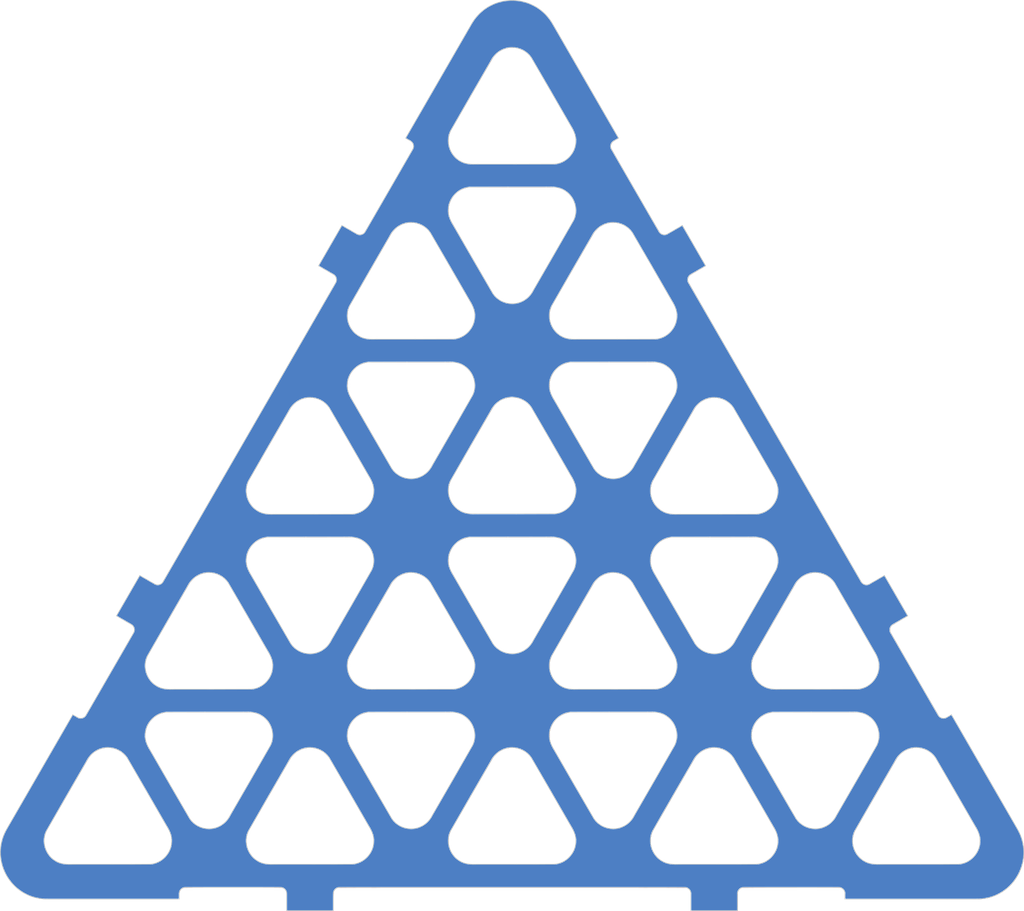
<source format=kicad_pcb>
(kicad_pcb (version 20211014) (generator pcbnew)
  (layers (0 "F.Cu" signal) (31 "B.Cu" signal) (34 "B.Paste" user) (35 "F.Paste" user) (36 "B.SilkS" user "B.Silkscreen") (37 "F.SilkS" user "F.Silkscreen") (38 "B.Mask" user) (39 "F.Mask" user) (44 "Edge.Cuts" user))
  (net 0 "")
  (footprint "TMPCB:middle - prepared for svg2shenzen" (layer "F.Cu") (at 148.75073 90.81585)
    (fp_text reference "Ref**" hide)
    (fp_text value "Val**" hide)
    (fp_poly (pts (xy 0.378506 -62.821919) (xy 0.887321 -62.759663) (xy 1.386631 -62.657461) (xy 1.874207 -62.516218) (xy 2.347821 -62.336835) (xy 2.805241 -62.120217) (xy 3.244241 -61.867266) (xy 3.662589 -61.578886) (xy 4.058057 -61.25598) (xy 4.272677 -61.056533) (xy 4.524552 -60.797579) (xy 4.757068 -60.528709) (xy 4.976771 -60.24147) (xy 5.190212 -59.927409) (xy 5.359314 -59.653758) (xy 5.389989 -59.601661) (xy 5.440171 -59.515712) (xy 5.509021 -59.397367) (xy 5.595699 -59.248081) (xy 5.699365 -59.069309) (xy 5.819179 -58.862507) (xy 5.954302 -58.62913) (xy 6.103894 -58.370633) (xy 6.267116 -58.088472) (xy 6.443126 -57.784102) (xy 6.631086 -57.458979) (xy 6.830156 -57.114558) (xy 7.039495 -56.752294) (xy 7.258265 -56.373643) (xy 7.485626 -55.98006) (xy 7.720737 -55.573001) (xy 7.962759 -55.153921) (xy 8.210852 -54.724275) (xy 8.464176 -54.285519) (xy 8.721892 -53.839108) (xy 8.98316 -53.386497) (xy 9.24714 -52.929142) (xy 9.512992 -52.468499) (xy 9.779877 -52.006022) (xy 10.046954 -51.543168) (xy 10.313384 -51.081391) (xy 10.578327 -50.622147) (xy 10.840944 -50.166891) (xy 11.100394 -49.717078) (xy 11.355839 -49.274165) (xy 11.606437 -48.839606) (xy 11.851349 -48.414857) (xy 12.089736 -48.001373) (xy 12.320758 -47.60061) (xy 12.543575 -47.214022) (xy 12.757347 -46.843066) (xy 12.961234 -46.489197) (xy 13.154397 -46.15387) (xy 13.335996 -45.838541) (xy 13.50519 -45.544664) (xy 13.661142 -45.273696) (xy 13.803009 -45.027092) (xy 13.929954 -44.806306) (xy 14.041135 -44.612795) (xy 14.135714 -44.448014) (xy 14.21285 -44.313419) (xy 14.271704 -44.210464) (xy 14.311435 -44.140605) (xy 14.331205 -44.105297) (xy 14.333365 -44.101074) (xy 14.316601 -44.084547) (xy 14.268533 -44.050623) (xy 14.194653 -44.002837) (xy 14.100453 -43.944722) (xy 13.991424 -43.879814) (xy 13.971606 -43.868241) (xy 13.837543 -43.787961) (xy 13.716906 -43.711471) (xy 13.616302 -43.643192) (xy 13.542337 -43.587545) (xy 13.512429 -43.561) (xy 13.402045 -43.422633) (xy 13.324418 -43.265163) (xy 13.281436 -43.096301) (xy 13.27499 -42.923758) (xy 13.306966 -42.755244) (xy 13.31158 -42.741167) (xy 13.32646 -42.710231) (xy 13.362089 -42.643562) (xy 13.417967 -42.542037) (xy 13.49359 -42.406534) (xy 13.588457 -42.237932) (xy 13.702065 -42.037109) (xy 13.833911 -41.804943) (xy 13.983495 -41.542313) (xy 14.150313 -41.250096) (xy 14.333863 -40.929171) (xy 14.533643 -40.580417) (xy 14.74915 -40.20471) (xy 14.979883 -39.80293) (xy 15.225339 -39.375954) (xy 15.485017 -38.924662) (xy 15.758413 -38.449931) (xy 16.045025 -37.952639) (xy 16.344352 -37.433664) (xy 16.621223 -36.953933) (xy 16.942045 -36.398286) (xy 17.242412 -35.87823) (xy 17.522971 -35.392655) (xy 17.784372 -34.940454) (xy 18.027262 -34.520519) (xy 18.252289 -34.131742) (xy 18.460101 -33.773015) (xy 18.651348 -33.44323) (xy 18.826676 -33.141278) (xy 18.986735 -32.866052) (xy 19.132171 -32.616443) (xy 19.263635 -32.391344) (xy 19.381773 -32.189647) (xy 19.487234 -32.010243) (xy 19.580666 -31.852024) (xy 19.662717 -31.713883) (xy 19.734036 -31.594711) (xy 19.79527 -31.4934) (xy 19.847068 -31.408843) (xy 19.890078 -31.33993) (xy 19.924949 -31.285555) (xy 19.952327 -31.244609) (xy 19.972863 -31.215983) (xy 19.987203 -31.198571) (xy 19.989193 -31.196526) (xy 20.133369 -31.081505) (xy 20.293875 -31.002502) (xy 20.464744 -30.960504) (xy 20.64001 -30.956499) (xy 20.813708 -30.991474) (xy 20.932493 -31.04035) (xy 20.969038 -31.060181) (xy 21.038429 -31.099074) (xy 21.136884 -31.154866) (xy 21.260619 -31.225396) (xy 21.405854 -31.3085) (xy 21.568804 -31.402018) (xy 21.745689 -31.503785) (xy 21.932724 -31.61164) (xy 22.019157 -31.661563) (xy 22.23468 -31.786062) (xy 22.416531 -31.890879) (xy 22.567671 -31.977543) (xy 22.691065 -32.047584) (xy 22.789675 -32.10253) (xy 22.866464 -32.143912) (xy 22.924396 -32.173258) (xy 22.966432 -32.192097) (xy 22.995538 -32.20196) (xy 23.014674 -32.204374) (xy 23.026805 -32.20087) (xy 23.034894 -32.192977) (xy 23.038482 -32.187652) (xy 23.058805 -32.153953) (xy 23.098205 -32.086982) (xy 23.155259 -31.989211) (xy 23.228545 -31.863112) (xy 23.316639 -31.711159) (xy 23.41812 -31.535824) (xy 23.531563 -31.33958) (xy 23.655548 -31.124901) (xy 23.78865 -30.894259) (xy 23.929447 -30.650127) (xy 24.076516 -30.394978) (xy 24.228435 -30.131285) (xy 24.383781 -29.861521) (xy 24.541131 -29.588158) (xy 24.699063 -29.31367) (xy 24.856153 -29.040529) (xy 25.010979 -28.771209) (xy 25.162118 -28.508182) (xy 25.308147 -28.253922) (xy 25.447644 -28.0109) (xy 25.579186 -27.78159) (xy 25.70135 -27.568466) (xy 25.812713 -27.373999) (xy 25.911854 -27.200662) (xy 25.997348 -27.05093) (xy 26.067773 -26.927274) (xy 26.121707 -26.832167) (xy 26.157726 -26.768083) (xy 26.174409 -26.737494) (xy 26.175422 -26.735263) (xy 26.166681 -26.721509) (xy 26.135457 -26.69613) (xy 26.079911 -26.658003) (xy 25.998207 -26.606005) (xy 25.888508 -26.539011) (xy 25.748975 -26.455899) (xy 25.577773 -26.355544) (xy 25.373063 -26.236824) (xy 25.154453 -26.11093) (xy 24.884902 -25.955348) (xy 24.650577 -25.818505) (xy 24.45182 -25.700608) (xy 24.288972 -25.601865) (xy 24.162375 -25.522483) (xy 24.072368 -25.46267) (xy 24.019295 -25.422631) (xy 24.015958 -25.419655) (xy 23.897792 -25.284203) (xy 23.814319 -25.128928) (xy 23.76701 -24.960245) (xy 23.757335 -24.784566) (xy 23.786764 -24.608304) (xy 23.81252 -24.532116) (xy 23.8252 -24.508406) (xy 23.858515 -24.448982) (xy 23.911922 -24.354784) (xy 23.984879 -24.226754) (xy 24.076844 -24.065831) (xy 24.187275 -23.872959) (xy 24.31563 -23.649077) (xy 24.461367 -23.395127) (xy 24.623943 -23.112051) (xy 24.802818 -22.800789) (xy 24.997449 -22.462282) (xy 25.207294 -22.097472) (xy 25.43181 -21.7073) (xy 25.670456 -21.292708) (xy 25.92269 -20.854635) (xy 26.18797 -20.394024) (xy 26.465754 -19.911816) (xy 26.755499 -19.408951) (xy 27.056664 -18.886371) (xy 27.368706 -18.345018) (xy 27.691084 -17.785832) (xy 28.023256 -17.209755) (xy 28.364679 -16.617727) (xy 28.714812 -16.01069) (xy 29.073113 -15.389586) (xy 29.439038 -14.755354) (xy 29.812048 -14.108938) (xy 30.191598 -13.451276) (xy 30.577149 -12.783312) (xy 30.968156 -12.105986) (xy 31.201723 -11.701431) (xy 31.914139 -10.467525) (xy 32.605678 -9.269778) (xy 33.276631 -8.107684) (xy 33.92729 -6.980739) (xy 34.557944 -5.88844) (xy 35.168885 -4.830283) (xy 35.760404 -3.805765) (xy 36.332791 -2.81438) (xy 36.886339 -1.855626) (xy 37.421336 -0.928999) (xy 37.938075 -0.033994) (xy 38.436846 0.829892) (xy 38.917939 1.663163) (xy 39.381647 2.466322) (xy 39.82826 3.239875) (xy 40.258068 3.984324) (xy 40.671363 4.700173) (xy 41.068436 5.387927) (xy 41.449577 6.048089) (xy 41.815077 6.681163) (xy 42.165227 7.287652) (xy 42.500318 7.868061) (xy 42.820641 8.422894) (xy 43.126487 8.952654) (xy 43.418147 9.457846) (xy 43.695911 9.938972) (xy 43.960071 10.396538) (xy 44.210917 10.831046) (xy 44.44874 11.243001) (xy 44.673831 11.632906) (xy 44.886481 12.001266) (xy 45.086981 12.348583) (xy 45.275622 12.675363) (xy 45.452694 12.982109) (xy 45.618489 13.269325) (xy 45.773298 13.537514) (xy 45.917411 13.78718) (xy 46.051118 14.018828) (xy 46.174712 14.232961) (xy 46.288483 14.430083) (xy 46.392722 14.610698) (xy 46.487719 14.77531) (xy 46.573766 14.924422) (xy 46.651154 15.058538) (xy 46.720173 15.178163) (xy 46.781114 15.2838) (xy 46.834268 15.375953) (xy 46.879926 15.455126) (xy 46.91838 15.521822) (xy 46.949919 15.576546) (xy 46.956007 15.587114) (xy 47.07525 15.793255) (xy 47.176621 15.965943) (xy 47.262822 16.108726) (xy 47.336552 16.225152) (xy 47.400513 16.318766) (xy 47.457405 16.393117) (xy 47.509929 16.451751) (xy 47.560784 16.498214) (xy 47.612672 16.536055) (xy 47.668293 16.568819) (xy 47.725401 16.597682) (xy 47.8009 16.631834) (xy 47.863463 16.652459) (xy 47.929282 16.662916) (xy 48.014549 16.666565) (xy 48.058916 16.666873) (xy 48.163851 16.664724) (xy 48.242165 16.65606) (xy 48.309389 16.638289) (xy 48.365833 16.615681) (xy 48.406128 16.595388) (xy 48.479189 16.556002) (xy 48.581172 16.499687) (xy 48.708235 16.428608) (xy 48.856534 16.344929) (xy 49.022225 16.250814) (xy 49.201466 16.148428) (xy 49.390412 16.039936) (xy 49.484952 15.985446) (xy 49.673562 15.877023) (xy 49.851462 15.775579) (xy 50.01524 15.683003) (xy 50.161481 15.601186) (xy 50.286774 15.532017) (xy 50.387705 15.477388) (xy 50.460861 15.439187) (xy 50.502829 15.419306) (xy 50.511535 15.416914) (xy 50.524617 15.43604) (xy 50.557324 15.489405) (xy 50.608236 15.574552) (xy 50.675935 15.689022) (xy 50.759002 15.830358) (xy 50.856018 15.996101) (xy 50.965564 16.183795) (xy 51.086221 16.39098) (xy 51.21657 16.615199) (xy 51.355192 16.853995) (xy 51.500668 17.104908) (xy 51.651579 17.365482) (xy 51.806507 17.633257) (xy 51.964031 17.905777) (xy 52.122734 18.180584) (xy 52.281197 18.455219) (xy 52.437999 18.727224) (xy 52.591723 18.994142) (xy 52.74095 19.253515) (xy 52.88426 19.502884) (xy 53.020235 19.739792) (xy 53.147455 19.961781) (xy 53.264502 20.166393) (xy 53.369957 20.35117) (xy 53.4624 20.513654) (xy 53.540413 20.651387) (xy 53.602577 20.761912) (xy 53.647473 20.842769) (xy 53.673682 20.891503) (xy 53.680233 20.905771) (xy 53.661674 20.919312) (xy 53.609712 20.951986) (xy 53.527654 21.001835) (xy 53.418802 21.0669) (xy 53.28646 21.145224) (xy 53.133933 21.234849) (xy 52.964524 21.333817) (xy 52.781537 21.44017) (xy 52.650678 21.515916) (xy 52.456324 21.628765) (xy 52.270229 21.73784) (xy 52.096153 21.84087) (xy 51.937856 21.935581) (xy 51.799098 22.019703) (xy 51.683638 22.090961) (xy 51.595237 22.147083) (xy 51.537655 22.185798) (xy 51.519865 22.199376) (xy 51.438485 22.283546) (xy 51.369279 22.388712) (xy 51.33716 22.451216) (xy 51.29737 22.538575) (xy 51.273986 22.607337) (xy 51.262708 22.675828) (xy 51.259232 22.762373) (xy 51.259094 22.783756) (xy 51.268003 22.936684) (xy 51.295272 23.058312) (xy 51.29625 23.061083) (xy 51.310037 23.088463) (xy 51.34406 23.150747) (xy 51.397328 23.246215) (xy 51.468846 23.373146) (xy 51.557623 23.52982) (xy 51.662665 23.714515) (xy 51.782979 23.925511) (xy 51.917572 24.161087) (xy 52.065453 24.419522) (xy 52.225627 24.699096) (xy 52.397101 24.998088) (xy 52.578884 25.314777) (xy 52.769982 25.647442) (xy 52.969402 25.994363) (xy 53.176152 26.353818) (xy 53.389238 26.724088) (xy 53.607667 27.10345) (xy 53.830447 27.490186) (xy 54.056585 27.882573) (xy 54.285088 28.278891) (xy 54.514964 28.67742) (xy 54.745218 29.076438) (xy 54.974859 29.474225) (xy 55.202893 29.869059) (xy 55.428327 30.259222) (xy 55.65017 30.64299) (xy 55.867427 31.018645) (xy 56.079106 31.384464) (xy 56.284214 31.738728) (xy 56.481759 32.079715) (xy 56.670747 32.405705) (xy 56.850185 32.714978) (xy 57.019081 33.005811) (xy 57.176441 33.276485) (xy 57.321273 33.525279) (xy 57.452585 33.750471) (xy 57.569382 33.950342) (xy 57.670672 34.123171) (xy 57.755463 34.267236) (xy 57.822762 34.380817) (xy 57.871574 34.462194) (xy 57.900909 34.509645) (xy 57.908603 34.520938) (xy 58.041016 34.654723) (xy 58.191542 34.750249) (xy 58.360073 34.807467) (xy 58.536416 34.82629) (xy 58.616815 34.82498) (xy 58.689218 34.817906) (xy 58.760242 34.802559) (xy 58.836503 34.77643) (xy 58.924617 34.737008) (xy 59.031203 34.681783) (xy 59.162876 34.608247) (xy 59.262658 34.550826) (xy 59.371934 34.488427) (xy 59.469046 34.434687) (xy 59.547964 34.392804) (xy 59.602655 34.365977) (xy 59.627087 34.357406) (xy 59.627262 34.357455) (xy 59.639633 34.376231) (xy 59.672282 34.430261) (xy 59.724376 34.518103) (xy 59.795085 34.638315) (xy 59.883577 34.789456) (xy 59.98902 34.970085) (xy 60.110583 35.178761) (xy 60.247434 35.414042) (xy 60.398741 35.674486) (xy 60.563672 35.958653) (xy 60.741397 36.2651) (xy 60.931083 36.592387) (xy 61.131899 36.939072) (xy 61.343013 37.303714) (xy 61.563593 37.684871) (xy 61.792809 38.081103) (xy 62.029827 38.490966) (xy 62.273817 38.913021) (xy 62.523947 39.345826) (xy 62.779386 39.78794) (xy 63.039301 40.23792) (xy 63.302861 40.694326) (xy 63.569234 41.155716) (xy 63.83759 41.620649) (xy 64.107095 42.087684) (xy 64.376919 42.555379) (xy 64.64623 43.022292) (xy 64.914196 43.486983) (xy 65.179985 43.94801) (xy 65.442767 44.403931) (xy 65.701709 44.853305) (xy 65.955979 45.294692) (xy 66.204747 45.726648) (xy 66.44718 46.147734) (xy 66.682447 46.556508) (xy 66.909716 46.951527) (xy 67.128155 47.331352) (xy 67.336934 47.69454) (xy 67.535219 48.03965) (xy 67.722181 48.365241) (xy 67.896986 48.669871) (xy 68.058803 48.952099) (xy 68.206802 49.210484) (xy 68.340149 49.443584) (xy 68.458013 49.649958) (xy 68.559564 49.828164) (xy 68.643969 49.976761) (xy 68.710396 50.094308) (xy 68.758014 50.179363) (xy 68.785991 50.230484) (xy 68.790478 50.239083) (xy 69.010056 50.715536) (xy 69.187854 51.198736) (xy 69.323858 51.688599) (xy 69.418052 52.185041) (xy 69.470422 52.687979) (xy 69.480952 53.197328) (xy 69.449627 53.713005) (xy 69.435913 53.837416) (xy 69.35562 54.336506) (xy 69.23656 54.824068) (xy 69.0804 55.298088) (xy 68.888809 55.756556) (xy 68.663453 56.197457) (xy 68.406 56.61878) (xy 68.118119 57.018512) (xy 67.801476 57.394642) (xy 67.457739 57.745156) (xy 67.088575 58.068042) (xy 66.695653 58.361289) (xy 66.28064 58.622883) (xy 65.845204 58.850812) (xy 65.391012 59.043063) (xy 65.017687 59.1691) (xy 64.698214 59.258309) (xy 64.3955 59.327523) (xy 64.093378 59.37972) (xy 63.775678 59.417879) (xy 63.574083 59.435036) (xy 63.524161 59.437134) (xy 63.432447 59.439128) (xy 63.298912 59.441016) (xy 63.123529 59.442799) (xy 62.90627 59.444476) (xy 62.647107 59.446049) (xy 62.346012 59.447516) (xy 62.002958 59.448879) (xy 61.617916 59.450137) (xy 61.19086 59.451289) (xy 60.721761 59.452337) (xy 60.210591 59.453281) (xy 59.657323 59.454119) (xy 59.061929 59.454854) (xy 58.424381 59.455483) (xy 57.744652 59.456008) (xy 57.022713 59.456429) (xy 56.258536 59.456745) (xy 55.452095 59.456957) (xy 54.603361 59.457065) (xy 54.202541 59.45708) (xy 45.127333 59.457166) (xy 45.127333 59.027697) (xy 45.125968 58.845554) (xy 45.121099 58.698899) (xy 45.111567 58.580953) (xy 45.096212 58.484935) (xy 45.073875 58.404065) (xy 45.043396 58.331563) (xy 45.003615 58.260649) (xy 44.993359 58.244369) (xy 44.876266 58.098244) (xy 44.734105 57.986149) (xy 44.567539 57.908501) (xy 44.391218 57.867552) (xy 44.35672 57.865739) (xy 44.280995 57.864034) (xy 44.165149 57.862439) (xy 44.010287 57.860957) (xy 43.817516 57.859591) (xy 43.587942 57.858341) (xy 43.322669 57.857211) (xy 43.022805 57.856203) (xy 42.689456 57.85532) (xy 42.323726 57.854562) (xy 41.926723 57.853934) (xy 41.499552 57.853436) (xy 41.043318 57.853072) (xy 40.559129 57.852843) (xy 40.04809 57.852752) (xy 39.511306 57.852801) (xy 38.949884 57.852993) (xy 38.36493 57.853329) (xy 37.75755 57.853812) (xy 37.729583 57.853837) (xy 37.100709 57.854427) (xy 36.512799 57.855018) (xy 35.964483 57.855618) (xy 35.454392 57.856234) (xy 34.981156 57.856876) (xy 34.543407 57.85755) (xy 34.139773 57.858264) (xy 33.768886 57.859027) (xy 33.429377 57.859846) (xy 33.119875 57.860729) (xy 32.839011 57.861683) (xy 32.585416 57.862718) (xy 32.357721 57.86384) (xy 32.154555 57.865058) (xy 31.974549 57.866379) (xy 31.816334 57.867811) (xy 31.67854 57.869362) (xy 31.559798 57.87104) (xy 31.458738 57.872853) (xy 31.373991 57.874809) (xy 31.304187 57.876915) (xy 31.247956 57.879179) (xy 31.20393 57.88161) (xy 31.170738 57.884215) (xy 31.147011 57.887001) (xy 31.13138 57.889978) (xy 31.125583 57.891757) (xy 30.946214 57.976168) (xy 30.800902 58.082815) (xy 30.685359 58.215992) (xy 30.595297 58.379996) (xy 30.566697 58.45175) (xy 30.559964 58.476561) (xy 30.554134 58.51353) (xy 30.549113 58.565817) (xy 30.544809 58.63658) (xy 30.541131 58.728979) (xy 30.537985 58.846174) (xy 30.53528 58.991323) (xy 30.532922 59.167585) (xy 30.530819 59.378121) (xy 30.52888 59.626089) (xy 30.527847 59.779958) (xy 30.519871 61.0235) (xy 24.172333 61.0235) (xy 24.171907 59.875208) (xy 24.171472 59.653944) (xy 24.170379 59.441752) (xy 24.168696 59.243098) (xy 24.166493 59.06245) (xy 24.163838 58.904274) (xy 24.1608 58.773036) (xy 24.157447 58.673203) (xy 24.153849 58.609241) (xy 24.152181 58.593438) (xy 24.105387 58.407812) (xy 24.023454 58.242475) (xy 23.909688 58.10127) (xy 23.767392 57.988042) (xy 23.59987 57.906635) (xy 23.547145 57.889558) (xy 23.537793 57.887985) (xy 23.520298 57.886466) (xy 23.493958 57.885) (xy 23.458067 57.883586) (xy 23.411923 57.882223) (xy 23.354821 57.880911) (xy 23.286058 57.879647) (xy 23.20493 57.878432) (xy 23.110734 57.877265) (xy 23.002765 57.876143) (xy 22.880319 57.875068) (xy 22.742694 57.874037) (xy 22.589185 57.87305) (xy 22.419089 57.872106) (xy 22.231702 57.871204) (xy 22.026319 57.870344) (xy 21.802238 57.869523) (xy 21.558755 57.868742) (xy 21.295165 57.867999) (xy 21.010766 57.867293) (xy 20.704853 57.866624) (xy 20.376722 57.865991) (xy 20.02567 57.865393) (xy 19.650994 57.864829) (xy 19.251989 57.864297) (xy 18.827951 57.863798) (xy 18.378178 57.863329) (xy 17.901965 57.862891) (xy 17.398608 57.862483) (xy 16.867403 57.862103) (xy 16.307648 57.86175) (xy 15.718638 57.861424) (xy 15.099669 57.861124) (xy 14.450038 57.860849) (xy 13.769041 57.860597) (xy 13.055974 57.860369) (xy 12.310133 57.860163) (xy 11.530816 57.859978) (xy 10.717317 57.859813) (xy 9.868933 57.859668) (xy 8.984961 57.859541) (xy 8.064697 57.859432) (xy 7.107437 57.859339) (xy 6.112477 57.859263) (xy 5.079113 57.859201) (xy 4.006642 57.859153) (xy 2.894361 57.859118) (xy 1.741564 57.859096) (xy 0.547549 57.859085) (xy -0.169334 57.859083) (xy -1.377881 57.859086) (xy -2.544821 57.859096) (xy -3.670878 57.859114) (xy -4.756778 57.859142) (xy -5.803246 57.859179) (xy -6.811007 57.859228) (xy -7.780787 57.859289) (xy -8.713312 57.859364) (xy -9.609306 57.859452) (xy -10.469496 57.859557) (xy -11.294605 57.859677) (xy -12.085361 57.859815) (xy -12.842487 57.859972) (xy -13.566711 57.860148) (xy -14.258756 57.860345) (xy -14.919348 57.860563) (xy -15.549213 57.860805) (xy -16.149076 57.86107) (xy -16.719662 57.86136) (xy -17.261698 57.861675) (xy -17.775907 57.862018) (xy -18.263016 57.862388) (xy -18.723749 57.862788) (xy -19.158833 57.863218) (xy -19.568993 57.863678) (xy -19.954954 57.864171) (xy -20.317441 57.864697) (xy -20.657179 57.865258) (xy -20.974895 57.865853) (xy -21.271313 57.866485) (xy -21.54716 57.867154) (xy -21.803159 57.867862) (xy -22.040037 57.868609) (xy -22.258519 57.869397) (xy -22.459331 57.870226) (xy -22.643197 57.871097) (xy -22.810843 57.872013) (xy -22.962995 57.872973) (xy -23.100378 57.873979) (xy -23.223717 57.875032) (xy -23.333737 57.876132) (xy -23.431165 57.877281) (xy -23.516725 57.878481) (xy -23.591142 57.879731) (xy -23.655143 57.881033) (xy -23.709452 57.882388) (xy -23.754795 57.883798) (xy -23.791897 57.885262) (xy -23.821484 57.886783) (xy -23.844281 57.888361) (xy -23.861013 57.889997) (xy -23.872406 57.891693) (xy -23.878701 57.893273) (xy -24.046658 57.973322) (xy -24.195088 58.086728) (xy -24.317295 58.227148) (xy -24.406579 58.388237) (xy -24.409957 58.396469) (xy -24.419969 58.421901) (xy -24.4285 58.447047) (xy -24.435687 58.475384) (xy -24.441669 58.510392) (xy -24.446584 58.555549) (xy -24.450569 58.614334) (xy -24.453763 58.690225) (xy -24.456302 58.7867) (xy -24.458327 58.907239) (xy -24.459973 59.055321) (xy -24.461379 59.234423) (xy -24.462683 59.448024) (xy -24.464023 59.699604) (xy -24.464383 59.769375) (xy -24.470834 61.0235) (xy -30.838568 61.0235) (xy -30.844492 59.748208) (xy -30.850417 58.472916) (xy -30.90748 58.351152) (xy -31.004533 58.192303) (xy -31.132134 58.060161) (xy -31.285343 57.958343) (xy -31.459225 57.89047) (xy -31.566161 57.868291) (xy -31.599348 57.866546) (xy -31.672867 57.864886) (xy -31.784713 57.863312) (xy -31.932884 57.861822) (xy -32.115378 57.860417) (xy -32.330191 57.859098) (xy -32.575321 57.857863) (xy -32.848766 57.856713) (xy -33.148522 57.855648) (xy -33.472587 57.854668) (xy -33.818958 57.853773) (xy -34.185633 57.852963) (xy -34.570608 57.852237) (xy -34.971882 57.851597) (xy -35.38745 57.851041) (xy -35.815311 57.850569) (xy -36.253462 57.850183) (xy -36.699901 57.849881) (xy -37.152623 57.849664) (xy -37.609628 57.849531) (xy -38.068911 57.849483) (xy -38.528471 57.84952) (xy -38.986304 57.849641) (xy -39.440409 57.849846) (xy -39.888781 57.850136) (xy -40.329419 57.850511) (xy -40.76032 57.85097) (xy -41.17948 57.851513) (xy -41.584899 57.852141) (xy -41.974571 57.852853) (xy -42.346496 57.853649) (xy -42.69867 57.85453) (xy -43.02909 57.855495) (xy -43.335755 57.856545) (xy -43.61666 57.857678) (xy -43.869803 57.858896) (xy -44.093183 57.860198) (xy -44.284795 57.861584) (xy -44.442637 57.863054) (xy -44.564707 57.864608) (xy -44.649002 57.866247) (xy -44.693519 57.867969) (xy -44.698532 57.868459) (xy -44.877259 57.91409) (xy -45.040709 57.994645) (xy -45.182618 58.105578) (xy -45.296724 58.242346) (xy -45.353366 58.343703) (xy -45.372372 58.385779) (xy -45.386921 58.423407) (xy -45.397696 58.463) (xy -45.405377 58.510968) (xy -45.410647 58.573723) (xy -45.414188 58.657676) (xy -45.41668 58.76924) (xy -45.418806 58.914825) (xy -45.419465 58.965369) (xy -45.425846 59.457822) (xy -54.690465 59.451253) (xy -55.44265 59.45073) (xy -56.153713 59.450251) (xy -56.824866 59.449801) (xy -57.457321 59.449368) (xy -58.052288 59.448938) (xy -58.610981 59.448497) (xy -59.13461 59.448033) (xy -59.624386 59.447532) (xy -60.081523 59.446981) (xy -60.50723 59.446367) (xy -60.90272 59.445675) (xy -61.269205 59.444894) (xy -61.607896 59.44401) (xy -61.920004 59.443009) (xy -62.206741 59.441878) (xy -62.46932 59.440604) (xy -62.708951 59.439173) (xy -62.926845 59.437573) (xy -63.124216 59.43579) (xy -63.302273 59.43381) (xy -63.46223 59.431621) (xy -63.605297 59.429208) (xy -63.732686 59.42656) (xy -63.845609 59.423662) (xy -63.945277 59.420501) (xy -64.032902 59.417065) (xy -64.109695 59.413338) (xy -64.176869 59.409309) (xy -64.235634 59.404964) (xy -64.287203 59.40029) (xy -64.332786 59.395274) (xy -64.373596 59.389901) (xy -64.410845 59.384159) (xy -64.445743 59.378035) (xy -64.479502 59.371515) (xy -64.513334 59.364586) (xy -64.548451 59.357235) (xy -64.586064 59.349449) (xy -64.621834 59.342295) (xy -65.134075 59.221852) (xy -65.62523 59.064879) (xy -66.096583 58.870786) (xy -66.54942 58.638982) (xy -66.985027 58.368876) (xy -67.394667 58.067853) (xy -67.487655 57.989488) (xy -67.601337 57.886671) (xy -67.728383 57.766679) (xy -67.861465 57.636791) (xy -67.993253 57.504286) (xy -68.116419 57.376443) (xy -68.223635 57.260538) (xy -68.30757 57.163852) (xy -68.318876 57.15) (xy -68.634282 56.729109) (xy -68.910273 56.296623) (xy -69.147858 55.85016) (xy -69.348049 55.387337) (xy -69.511857 54.905775) (xy -69.640291 54.40309) (xy -69.734362 53.876902) (xy -69.747068 53.7845) (xy -69.759453 53.656613) (xy -69.768095 53.496179) (xy -69.773064 53.312811) (xy -69.774431 53.116124) (xy -69.772263 52.915731) (xy -69.766631 52.721246) (xy -69.757604 52.542283) (xy -69.745252 52.388456) (xy -69.736438 52.313416) (xy -69.649119 51.809326) (xy -69.559394 51.452501) (xy -63.805481 51.452501) (xy -63.800964 51.716828) (xy -63.777411 51.970443) (xy -63.747367 52.144083) (xy -63.650306 52.499825) (xy -63.517542 52.836678) (xy -63.351261 53.152459) (xy -63.153649 53.444989) (xy -62.926893 53.712084) (xy -62.67318 53.951564) (xy -62.394697 54.161248) (xy -62.09363 54.338955) (xy -61.772166 54.482502) (xy -61.432491 54.589709) (xy -61.256334 54.629037) (xy -61.155726 54.647898) (xy -61.062845 54.664282) (xy -60.990399 54.675998) (xy -60.96 54.680105) (xy -60.93277 54.680786) (xy -60.864945 54.681434) (xy -60.758262 54.682048) (xy -60.61446 54.682627) (xy -60.435276 54.683168) (xy -60.222449 54.683669) (xy -59.977716 54.68413) (xy -59.702816 54.684549) (xy -59.399486 54.684923) (xy -59.069465 54.685251) (xy -58.71449 54.685532) (xy -58.336299 54.685764) (xy -57.936631 54.685944) (xy -57.517223 54.686072) (xy -57.079813 54.686146) (xy -56.626139 54.686164) (xy -56.15794 54.686124) (xy -55.676953 54.686024) (xy -55.184916 54.685864) (xy -55.065084 54.685816) (xy -49.24425 54.683407) (xy -48.999041 54.626294) (xy -48.633184 54.520551) (xy -48.290156 54.379875) (xy -47.971509 54.205842) (xy -47.678798 54.000027) (xy -47.413573 53.764007) (xy -47.177389 53.499356) (xy -46.971797 53.207651) (xy -46.798351 52.890468) (xy -46.658604 52.549381) (xy -46.554108 52.185966) (xy -46.542402 52.1335) (xy -46.517357 51.97971) (xy -46.500633 51.797562) (xy -46.493416 51.625364) (xy -36.308587 51.625364) (xy -36.2756 51.982045) (xy -36.201729 52.333657) (xy -36.087448 52.677937) (xy -35.933229 53.012626) (xy -35.744173 53.328581) (xy -35.648224 53.457258) (xy -35.525988 53.599591) (xy -35.386757 53.746293) (xy -35.239823 53.888078) (xy -35.094477 54.015661) (xy -34.960011 54.119754) (xy -34.935584 54.136704) (xy -34.637062 54.315368) (xy -34.315806 54.463514) (xy -33.980408 54.57797) (xy -33.639456 54.655563) (xy -33.4645 54.680105) (xy -33.43727 54.680787) (xy -33.369445 54.681439) (xy -33.262762 54.682059) (xy -33.11896 54.682645) (xy -32.939776 54.683196) (xy -32.726949 54.68371) (xy -32.482216 54.684185) (xy -32.207316 54.684619) (xy -31.903986 54.685011) (xy -31.573965 54.685358) (xy -31.21899 54.685659) (xy -30.840799 54.685912) (xy -30.441131 54.686116) (xy -30.021723 54.686268) (xy -29.584313 54.686367) (xy -29.130639 54.686411) (xy -28.66244 54.686398) (xy -28.181453 54.686327) (xy -27.689416 54.686195) (xy -27.569584 54.686154) (xy -21.74875 54.684083) (xy -21.505334 54.62691) (xy -21.20009 54.54374) (xy -20.924177 54.443046) (xy -20.666554 54.320037) (xy -20.41618 54.169923) (xy -20.35175 54.126443) (xy -20.06781 53.905175) (xy -19.811995 53.653019) (xy -19.585945 53.372111) (xy -19.391298 53.064586) (xy -19.229694 52.73258) (xy -19.174028 52.591666) (xy -19.078904 52.278628) (xy -19.017037 51.94871) (xy -18.989361 51.611911) (xy -18.992875 51.45446) (xy -8.810338 51.45446) (xy -8.797862 51.80689) (xy -8.746123 52.157341) (xy -8.655118 52.502235) (xy -8.52484 52.837998) (xy -8.472112 52.948416) (xy -8.310527 53.228834) (xy -8.11461 53.497697) (xy -7.890318 53.749002) (xy -7.643611 53.976747) (xy -7.380444 54.174926) (xy -7.106777 54.337537) (xy -7.08025 54.351016) (xy -6.830472 54.460889) (xy -6.556909 54.554641) (xy -6.27666 54.627129) (xy -6.011334 54.672658) (xy -5.978648 54.674074) (xy -5.905392 54.675435) (xy -5.793329 54.676734) (xy -5.644222 54.677969) (xy -5.459834 54.679135) (xy -5.241929 54.680229) (xy -4.992268 54.681247) (xy -4.712617 54.682184) (xy -4.404737 54.683037) (xy -4.070391 54.683802) (xy -3.711344 54.684474) (xy -3.329357 54.685051) (xy -2.926195 54.685527) (xy -2.50362 54.685899) (xy -2.063395 54.686163) (xy -1.607283 54.686316) (xy -1.137049 54.686352) (xy -0.654453 54.686269) (xy -0.161261 54.686062) (xy -0.052917 54.686) (xy 5.767916 54.682527) (xy 6.000958 54.626557) (xy 6.305493 54.542011) (xy 6.581126 54.440124) (xy 6.839445 54.315901) (xy 7.092042 54.164349) (xy 7.126106 54.141678) (xy 7.405781 53.928222) (xy 7.659136 53.683035) (xy 7.884265 53.408972) (xy 8.07926 53.108887) (xy 8.242217 52.785635) (xy 8.371227 52.442068) (xy 8.446284 52.16525) (xy 8.469821 52.035916) (xy 8.487132 51.87958) (xy 8.498864 51.689821) (xy 8.501752 51.614916) (xy 8.504768 51.506318) (xy 18.686588 51.506318) (xy 18.704148 51.860193) (xy 18.76126 52.211155) (xy 18.858139 52.555094) (xy 18.879602 52.615356) (xy 19.020876 52.939076) (xy 19.19927 53.246508) (xy 19.41144 53.53381) (xy 19.654045 53.797143) (xy 19.923742 54.032663) (xy 20.217189 54.236531) (xy 20.363969 54.321191) (xy 20.593011 54.430008) (xy 20.848676 54.525489) (xy 21.116152 54.602987) (xy 21.380629 54.657855) (xy 21.484166 54.672658) (xy 21.516852 54.674074) (xy 21.590108 54.675434) (xy 21.702171 54.676733) (xy 21.851278 54.677966) (xy 22.035666 54.679131) (xy 22.253571 54.680224) (xy 22.503232 54.681239) (xy 22.782883 54.682174) (xy 23.090763 54.683025) (xy 23.425109 54.683787) (xy 23.784156 54.684457) (xy 24.166143 54.68503) (xy 24.569305 54.685503) (xy 24.99188 54.685872) (xy 25.432105 54.686133) (xy 25.888216 54.686282) (xy 26.358451 54.686314) (xy 26.841047 54.686227) (xy 27.334239 54.686016) (xy 27.442583 54.685954) (xy 33.263416 54.682435) (xy 33.49625 54.626941) (xy 33.837875 54.53069) (xy 34.148262 54.411006) (xy 34.43339 54.26463) (xy 34.699235 54.088306) (xy 34.951777 53.878775) (xy 35.061535 53.773916) (xy 35.311854 53.496902) (xy 35.52409 53.201476) (xy 35.698175 52.887764) (xy 35.834041 52.555889) (xy 35.93162 52.205976) (xy 35.938547 52.173479) (xy 35.967062 52.028123) (xy 35.986592 51.904172) (xy 35.998612 51.786397) (xy 36.004597 51.659564) (xy 36.00602 51.508444) (xy 36.005907 51.477736) (xy 35.999042 51.366345) (xy 46.187943 51.366345) (xy 46.189066 51.487369) (xy 46.19205 51.604333) (xy 46.199782 51.790095) (xy 46.211423 51.942129) (xy 46.227795 52.068926) (xy 46.246514 52.16525) (xy 46.349705 52.530185) (xy 46.487065 52.870487) (xy 46.659303 53.187456) (xy 46.86713 53.482392) (xy 47.111255 53.756596) (xy 47.119333 53.764701) (xy 47.393646 54.009721) (xy 47.690333 54.219156) (xy 48.00739 54.392035) (xy 48.342814 54.527383) (xy 48.694602 54.624227) (xy 48.99025 54.673786) (xy 49.022025 54.675085) (xy 49.094375 54.67633) (xy 49.205541 54.677519) (xy 49.353763 54.678647) (xy 49.537282 54.679712) (xy 49.754341 54.680709) (xy 50.003179 54.681636) (xy 50.282038 54.682488) (xy 50.589159 54.683262) (xy 50.922784 54.683954) (xy 51.281152 54.684561) (xy 51.662506 54.685079) (xy 52.065086 54.685505) (xy 52.487133 54.685834) (xy 52.92689 54.686065) (xy 53.382595 54.686192) (xy 53.852492 54.686213) (xy 54.33482 54.686123) (xy 54.827821 54.68592) (xy 54.938083 54.685859) (xy 60.758916 54.68251) (xy 60.99175 54.626979) (xy 61.335626 54.52994) (xy 61.648237 54.409139) (xy 61.935273 54.261462) (xy 62.202427 54.083793) (xy 62.455388 53.873019) (xy 62.568666 53.763974) (xy 62.818212 53.485059) (xy 63.029808 53.187822) (xy 63.20299 52.873378) (xy 63.337298 52.542846) (xy 63.432269 52.197342) (xy 63.487443 51.837984) (xy 63.502692 51.504252) (xy 63.48117 51.141811) (xy 63.41892 50.7908) (xy 63.315797 50.450596) (xy 63.183317 50.143833) (xy 63.16319 50.106297) (xy 63.123003 50.03416) (xy 63.063839 49.929301) (xy 62.986785 49.793597) (xy 62.892924 49.628927) (xy 62.78334 49.437169) (xy 62.659119 49.220201) (xy 62.521344 48.979901) (xy 62.371101 48.718148) (xy 62.209473 48.43682) (xy 62.037545 48.137794) (xy 61.856402 47.822949) (xy 61.667127 47.494164) (xy 61.470807 47.153316) (xy 61.268524 46.802284) (xy 61.061364 46.442945) (xy 60.85041 46.077179) (xy 60.636749 45.706863) (xy 60.421463 45.333875) (xy 60.205637 44.960094) (xy 59.990357 44.587397) (xy 59.776706 44.217664) (xy 59.565769 43.852772) (xy 59.35863 43.494599) (xy 59.156374 43.145024) (xy 58.960085 42.805924) (xy 58.770848 42.479179) (xy 58.589747 42.166665) (xy 58.417867 41.870262) (xy 58.256292 41.591848) (xy 58.106107 41.3333) (xy 57.968397 41.096497) (xy 57.844244 40.883317) (xy 57.734735 40.695639) (xy 57.640954 40.53534) (xy 57.563985 40.404298) (xy 57.504912 40.304393) (xy 57.464821 40.237502) (xy 57.445193 40.206083) (xy 57.238793 39.938645) (xy 56.999833 39.692292) (xy 56.733871 39.471097) (xy 56.446471 39.279133) (xy 56.143194 39.120475) (xy 55.829601 38.999196) (xy 55.774166 38.982145) (xy 55.607711 38.935316) (xy 55.463009 38.901046) (xy 55.32715 38.87753) (xy 55.187222 38.862965) (xy 55.030316 38.855546) (xy 54.853416 38.853473) (xy 54.655612 38.855946) (xy 54.486979 38.864987) (xy 54.334622 38.882449) (xy 54.185641 38.910189) (xy 54.027139 38.95006) (xy 53.87975 38.993499) (xy 53.569241 39.110446) (xy 53.267564 39.265376) (xy 52.980329 39.454058) (xy 52.713147 39.672265) (xy 52.471627 39.915767) (xy 52.261379 40.180336) (xy 52.214928 40.248416) (xy 52.195199 40.280599) (xy 52.155434 40.347591) (xy 52.096717 40.447513) (xy 52.020132 40.578488) (xy 51.926764 40.738635) (xy 51.817698 40.926078) (xy 51.694019 41.138937) (xy 51.55681 41.375334) (xy 51.407157 41.633389) (xy 51.246144 41.911225) (xy 51.074857 42.206963) (xy 50.894378 42.518724) (xy 50.705794 42.844629) (xy 50.510188 43.1828) (xy 50.308646 43.531359) (xy 50.102251 43.888426) (xy 49.89209 44.252123) (xy 49.679245 44.620572) (xy 49.464802 44.991894) (xy 49.249845 45.36421) (xy 49.03546 45.735641) (xy 48.82273 46.10431) (xy 48.61274 46.468337) (xy 48.406576 46.825843) (xy 48.20532 47.174951) (xy 48.010059 47.513782) (xy 47.821877 47.840456) (xy 47.641857 48.153096) (xy 47.471086 48.449822) (xy 47.310648 48.728757) (xy 47.161626 48.988021) (xy 47.025106 49.225736) (xy 46.902173 49.440023) (xy 46.793911 49.629004) (xy 46.701404 49.7908) (xy 46.625738 49.923532) (xy 46.567996 50.025322) (xy 46.529264 50.094291) (xy 46.510626 50.128561) (xy 46.510604 50.128605) (xy 46.443603 50.277316) (xy 46.376785 50.454267) (xy 46.314686 50.645587) (xy 46.261839 50.837407) (xy 46.225716 51.000145) (xy 46.208711 51.095944) (xy 46.197155 51.181599) (xy 46.190436 51.268077) (xy 46.187943 51.366345) (xy 35.999042 51.366345) (xy 35.987247 51.174963) (xy 35.936232 50.865333) (xy 35.855804 50.561276) (xy 35.748909 50.275226) (xy 35.692801 50.155382) (xy 35.672402 50.117518) (xy 35.631927 50.045015) (xy 35.572463 49.939758) (xy 35.495098 49.80363) (xy 35.400919 49.638514) (xy 35.291014 49.446294) (xy 35.16647 49.228854) (xy 35.028374 48.988077) (xy 34.877815 48.725846) (xy 34.71588 48.444045) (xy 34.543655 48.144558) (xy 34.36223 47.829268) (xy 34.17269 47.500059) (xy 33.976125 47.158815) (xy 33.77362 46.807418) (xy 33.566264 46.447752) (xy 33.355145 46.081701) (xy 33.141349 45.711149) (xy 32.925964 45.337978) (xy 32.710078 44.964074) (xy 32.494778 44.591318) (xy 32.281151 44.221594) (xy 32.070286 43.856787) (xy 31.863269 43.49878) (xy 31.661189 43.149455) (xy 31.465132 42.810698) (xy 31.276187 42.48439) (xy 31.09544 42.172417) (xy 30.923979 41.876661) (xy 30.762891 41.599005) (xy 30.613265 41.341334) (xy 30.476188 41.105531) (xy 30.352747 40.89348) (xy 30.244029 40.707063) (xy 30.151122 40.548165) (xy 30.075114 40.41867) (xy 30.017092 40.320459) (xy 29.978144 40.255418) (xy 29.9606 40.22725) (xy 29.745103 39.942199) (xy 29.499631 39.686351) (xy 29.225872 39.460812) (xy 28.925518 39.266686) (xy 28.600257 39.105079) (xy 28.251778 38.977096) (xy 27.918833 38.891394) (xy 27.794827 38.872489) (xy 27.640332 38.859631) (xy 27.46676 38.852825) (xy 27.285522 38.852082) (xy 27.108029 38.857407) (xy 26.945694 38.868809) (xy 26.809927 38.886295) (xy 26.786416 38.890631) (xy 26.422844 38.982519) (xy 26.078469 39.110659) (xy 25.755375 39.273706) (xy 25.455649 39.470317) (xy 25.181375 39.699146) (xy 24.934638 39.95885) (xy 24.745908 40.206083) (xy 24.725459 40.238774) (xy 24.684986 40.306287) (xy 24.625572 40.406745) (xy 24.5483 40.538273) (xy 24.454253 40.698997) (xy 24.344514 40.88704) (xy 24.220167 41.100527) (xy 24.082292 41.337582) (xy 23.931975 41.596332) (xy 23.770296 41.874899) (xy 23.59834 42.171409) (xy 23.41719 42.483986) (xy 23.227927 42.810755) (xy 23.031636 43.14984) (xy 22.829398 43.499367) (xy 22.622297 43.857459) (xy 22.411416 44.222242) (xy 22.197838 44.59184) (xy 21.982645 44.964377) (xy 21.76692 45.337979) (xy 21.551746 45.710769) (xy 21.338207 46.080873) (xy 21.127384 46.446415) (xy 20.920361 46.80552) (xy 20.718221 47.156312) (xy 20.522047 47.496916) (xy 20.332921 47.825457) (xy 20.151927 48.140059) (xy 19.980147 48.438846) (xy 19.818664 48.719944) (xy 19.668561 48.981478) (xy 19.530921 49.221571) (xy 19.406827 49.438348) (xy 19.297361 49.629934) (xy 19.203608 49.794454) (xy 19.126648 49.930032) (xy 19.067566 50.034793) (xy 19.027445 50.106861) (xy 19.007629 50.143833) (xy 18.869103 50.468285) (xy 18.769279 50.806256) (xy 18.70837 51.153636) (xy 18.686588 51.506318) (xy 8.504768 51.506318) (xy 8.505765 51.470449) (xy 8.506388 51.356605) (xy 8.502986 51.261764) (xy 8.494925 51.174305) (xy 8.481571 51.082608) (xy 8.468713 51.009567) (xy 8.430653 50.834307) (xy 8.379934 50.647254) (xy 8.320822 50.461745) (xy 8.257577 50.291118) (xy 8.194464 50.148712) (xy 8.192023 50.143833) (xy 8.173417 50.109565) (xy 8.134717 50.040614) (xy 8.077005 49.938854) (xy 8.001365 49.806161) (xy 7.908878 49.644408) (xy 7.800628 49.45547) (xy 7.677697 49.241222) (xy 7.541168 49.003539) (xy 7.392124 48.744294) (xy 7.231647 48.465363) (xy 7.06082 48.16862) (xy 6.880725 47.855939) (xy 6.692447 47.529196) (xy 6.497066 47.190265) (xy 6.295666 46.84102) (xy 6.08933 46.483335) (xy 5.879139 46.119087) (xy 5.666178 45.750148) (xy 5.451529 45.378394) (xy 5.236273 45.005699) (xy 5.021495 44.633938) (xy 4.808276 44.264985) (xy 4.5977 43.900715) (xy 4.390849 43.543003) (xy 4.188805 43.193722) (xy 3.992652 42.854748) (xy 3.803473 42.527956) (xy 3.622349 42.215219) (xy 3.450363 41.918412) (xy 3.288599 41.63941) (xy 3.138139 41.380088) (xy 3.000066 41.14232) (xy 2.875462 40.92798) (xy 2.76541 40.738944) (xy 2.670992 40.577085) (xy 2.593292 40.444279) (xy 2.533393 40.342399) (xy 2.492376 40.273321) (xy 2.471324 40.238919) (xy 2.47061 40.237833) (xy 2.261739 39.961301) (xy 2.020321 39.707858) (xy 1.751238 39.481159) (xy 1.459374 39.284858) (xy 1.149611 39.122607) (xy 0.826832 38.998061) (xy 0.804333 38.99099) (xy 0.639749 38.942338) (xy 0.49675 38.906338) (xy 0.363121 38.881228) (xy 0.226645 38.865245) (xy 0.075109 38.856625) (xy -0.103702 38.853606) (xy -0.148167 38.853519) (xy -0.429987 38.861697) (xy -0.684237 38.887882) (xy -0.922729 38.934551) (xy -1.157274 39.004183) (xy -1.399684 39.099254) (xy -1.471084 39.131001) (xy -1.768804 39.28804) (xy -2.053028 39.480425) (xy -2.317056 39.702513) (xy -2.554188 39.948662) (xy -2.757728 40.213229) (xy -2.760254 40.216958) (xy -2.779417 40.247973) (xy -2.818625 40.313798) (xy -2.876795 40.412561) (xy -2.952845 40.542387) (xy -3.045692 40.701403) (xy -3.154255 40.887735) (xy -3.277451 41.099509) (xy -3.414196 41.334852) (xy -3.56341 41.59189) (xy -3.724008 41.868749) (xy -3.89491 42.163556) (xy -4.075032 42.474437) (xy -4.263292 42.799519) (xy -4.458608 43.136927) (xy -4.659897 43.484788) (xy -4.866076 43.841228) (xy -5.076064 44.204374) (xy -5.288778 44.572352) (xy -5.503135 44.943289) (xy -5.718053 45.315309) (xy -5.932449 45.686541) (xy -6.145242 46.05511) (xy -6.355348 46.419143) (xy -6.561685 46.776766) (xy -6.763171 47.126105) (xy -6.958724 47.465286) (xy -7.14726 47.792436) (xy -7.327697 48.105682) (xy -7.498954 48.403149) (xy -7.659947 48.682964) (xy -7.809594 48.943253) (xy -7.946813 49.182143) (xy -8.070521 49.397759) (xy -8.179636 49.588229) (xy -8.273075 49.751678) (xy -8.349756 49.886233) (xy -8.408597 49.99002) (xy -8.448515 50.061166) (xy -8.467739 50.096457) (xy -8.612253 50.421048) (xy -8.717529 50.757963) (xy -8.783559 51.103626) (xy -8.810338 51.45446) (xy -18.992875 51.45446) (xy -18.99681 51.278227) (xy -19.027785 51.02548) (xy -19.065781 50.841265) (xy -19.117486 50.645789) (xy -19.178609 50.452691) (xy -19.244862 50.27561) (xy -19.306726 50.138434) (xy -19.326964 50.101018) (xy -19.367288 50.028984) (xy -19.426609 49.924212) (xy -19.50384 49.788585) (xy -19.597892 49.623986) (xy -19.707679 49.432295) (xy -19.832111 49.215396) (xy -19.970101 48.975169) (xy -20.120562 48.713497) (xy -20.282404 48.432261) (xy -20.454542 48.133345) (xy -20.635885 47.818628) (xy -20.825348 47.489995) (xy -21.021841 47.149325) (xy -21.224277 46.798502) (xy -21.431568 46.439408) (xy -21.642626 46.073923) (xy -21.856363 45.703931) (xy -22.071692 45.331312) (xy -22.287524 44.95795) (xy -22.502772 44.585726) (xy -22.716347 44.216522) (xy -22.927163 43.852219) (xy -23.13413 43.4947) (xy -23.336161 43.145847) (xy -23.532169 42.807541) (xy -23.721065 42.481665) (xy -23.901761 42.170101) (xy -24.073169 41.87473) (xy -24.234203 41.597434) (xy -24.383773 41.340096) (xy -24.520792 41.104596) (xy -24.644172 40.892818) (xy -24.752825 40.706643) (xy -24.845664 40.547953) (xy -24.9216 40.41863) (xy -24.979545 40.320556) (xy -25.018412 40.255613) (xy -25.036045 40.22725) (xy -25.145195 40.079111) (xy -25.279329 39.921222) (xy -25.428963 39.763182) (xy -25.584616 39.614588) (xy -25.736804 39.485039) (xy -25.855919 39.39736) (xy -26.179695 39.20556) (xy -26.521706 39.051726) (xy -26.879622 38.93682) (xy -27.08275 38.890496) (xy -27.235561 38.868572) (xy -27.417273 38.855354) (xy -27.615383 38.850727) (xy -27.817389 38.854573) (xy -28.010788 38.866774) (xy -28.183079 38.887213) (xy -28.262684 38.901581) (xy -28.617624 38.994508) (xy -28.947603 39.119984) (xy -29.25712 39.280154) (xy -29.550674 39.477166) (xy -29.675667 39.575851) (xy -29.794012 39.682528) (xy -29.923133 39.813756) (xy -30.052352 39.957593) (xy -30.170989 40.102096) (xy -30.268365 40.235323) (xy -30.277082 40.248416) (xy -30.296293 40.279843) (xy -30.335559 40.346074) (xy -30.393797 40.445235) (xy -30.469923 40.575451) (xy -30.562854 40.734848) (xy -30.671509 40.921552) (xy -30.794803 41.133689) (xy -30.931653 41.369383) (xy -31.080977 41.626761) (xy -31.241692 41.903949) (xy -31.412714 42.199071) (xy -31.592961 42.510254) (xy -31.781349 42.835624) (xy -31.976796 43.173305) (xy -32.178219 43.521424) (xy -32.384534 43.878106) (xy -32.594659 44.241477) (xy -32.80751 44.609662) (xy -33.022005 44.980788) (xy -33.23706 45.352979) (xy -33.451593 45.724362) (xy -33.664521 46.093062) (xy -33.87476 46.457205) (xy -34.081227 46.814916) (xy -34.28284 47.164321) (xy -34.478516 47.503546) (xy -34.667171 47.830716) (xy -34.847723 48.143958) (xy -35.019088 48.441395) (xy -35.180184 48.721156) (xy -35.329927 48.981364) (xy -35.467235 49.220145) (xy -35.591024 49.435626) (xy -35.700212 49.625932) (xy -35.793716 49.789189) (xy -35.870451 49.923521) (xy -35.929337 50.027055) (xy -35.969289 50.097917) (xy -35.989224 50.134232) (xy -35.990057 50.135856) (xy -36.031564 50.228045) (xy -36.078908 50.349088) (xy -36.127941 50.4867) (xy -36.174514 50.628596) (xy -36.214481 50.762491) (xy -36.243693 50.8761) (xy -36.250027 50.905833) (xy -36.30022 51.265873) (xy -36.308587 51.625364) (xy -46.493416 51.625364) (xy -46.492337 51.599641) (xy -46.492578 51.398531) (xy -46.501462 51.206817) (xy -46.519098 51.037082) (xy -46.532348 50.95875) (xy -46.586508 50.732983) (xy -46.657731 50.503323) (xy -46.740533 50.285923) (xy -46.816877 50.120967) (xy -46.839113 50.079939) (xy -46.881274 50.004571) (xy -46.942276 49.896734) (xy -47.02104 49.758298) (xy -47.116483 49.591136) (xy -47.227524 49.397117) (xy -47.353082 49.178114) (xy -47.492076 48.935996) (xy -47.643424 48.672636) (xy -47.806045 48.389904) (xy -47.978858 48.089672) (xy -48.160781 47.773809) (xy -48.350733 47.444189) (xy -48.547632 47.102681) (xy -48.750398 46.751157) (xy -48.957948 46.391488) (xy -49.169203 46.025544) (xy -49.383079 45.655198) (xy -49.598496 45.282319) (xy -49.814373 44.90878) (xy -50.029629 44.536451) (xy -50.243181 44.167203) (xy -50.453948 43.802908) (xy -50.66085 43.445436) (xy -50.862805 43.096658) (xy -51.058732 42.758447) (xy -51.247548 42.432672) (xy -51.428174 42.121205) (xy -51.599527 41.825916) (xy -51.760526 41.548678) (xy -51.910091 41.291361) (xy -52.047139 41.055836) (xy -52.170589 40.843974) (xy -52.27936 40.657647) (xy -52.37237 40.498724) (xy -52.448539 40.369079) (xy -52.506785 40.270581) (xy -52.546026 40.205101) (xy -52.564816 40.175039) (xy -52.655083 40.056625) (xy -52.771385 39.923663) (xy -52.904572 39.785142) (xy -53.045491 39.650052) (xy -53.184992 39.52738) (xy -53.313921 39.426116) (xy -53.360168 39.393828) (xy -53.682366 39.203443) (xy -54.02105 39.050728) (xy -54.372289 38.937307) (xy -54.57825 38.890545) (xy -54.726967 38.869567) (xy -54.904837 38.856661) (xy -55.099477 38.851732) (xy -55.298502 38.854685) (xy -55.489528 38.865423) (xy -55.660172 38.88385) (xy -55.753 38.899641) (xy -56.107704 38.992621) (xy -56.445503 39.122594) (xy -56.763618 39.287711) (xy -57.05927 39.486122) (xy -57.329677 39.715978) (xy -57.572061 39.975429) (xy -57.769763 40.241465) (xy -57.790389 40.274974) (xy -57.831053 40.343288) (xy -57.890668 40.444523) (xy -57.968146 40.576797) (xy -58.0624 40.738228) (xy -58.172343 40.926934) (xy -58.296888 41.141033) (xy -58.434947 41.378643) (xy -58.585434 41.637881) (xy -58.74726 41.916865) (xy -58.919339 42.213714) (xy -59.100583 42.526545) (xy -59.289906 42.853476) (xy -59.486219 43.192625) (xy -59.688437 43.542109) (xy -59.89547 43.900047) (xy -60.106233 44.264556) (xy -60.319638 44.633755) (xy -60.534597 45.005761) (xy -60.750024 45.378691) (xy -60.964831 45.750665) (xy -61.177931 46.119799) (xy -61.388236 46.484212) (xy -61.59466 46.842021) (xy -61.796115 47.191345) (xy -61.991515 47.5303) (xy -62.17977 47.857006) (xy -62.359796 48.169579) (xy -62.530503 48.466138) (xy -62.690806 48.744801) (xy -62.839616 49.003685) (xy -62.975846 49.240908) (xy -63.09841 49.454588) (xy -63.20622 49.642844) (xy -63.298188 49.803792) (xy -63.373228 49.935551) (xy -63.430252 50.036239) (xy -63.468173 50.103973) (xy -63.485304 50.135666) (xy -63.566412 50.316909) (xy -63.642277 50.524469) (xy -63.707582 50.742328) (xy -63.756905 50.953929) (xy -63.790836 51.193016) (xy -63.805481 51.452501) (xy -69.559394 51.452501) (xy -69.527878 51.327166) (xy -69.371045 50.861446) (xy -69.176952 50.406675) (xy -69.122647 50.294524) (xy -69.100607 50.253058) (xy -69.058668 50.177288) (xy -68.997661 50.068649) (xy -68.918416 49.928579) (xy -68.821763 49.758515) (xy -68.708533 49.559895) (xy -68.579557 49.334156) (xy -68.435664 49.082735) (xy -68.277685 48.807069) (xy -68.106451 48.508595) (xy -67.922792 48.188752) (xy -67.727538 47.848975) (xy -67.52152 47.490703) (xy -67.305568 47.115372) (xy -67.080513 46.724419) (xy -66.847185 46.319283) (xy -66.606414 45.9014) (xy -66.35903 45.472207) (xy -66.105865 45.033141) (xy -65.847749 44.585641) (xy -65.585512 44.131142) (xy -65.319984 43.671083) (xy -65.051996 43.206901) (xy -64.782378 42.740032) (xy -64.511961 42.271914) (xy -64.241575 41.803984) (xy -63.972051 41.33768) (xy -63.704218 40.874439) (xy -63.438908 40.415697) (xy -63.176951 39.962893) (xy -62.919176 39.517463) (xy -62.666416 39.080845) (xy -62.419499 38.654475) (xy -62.179257 38.239792) (xy -61.946519 37.838232) (xy -61.722117 37.451232) (xy -61.658439 37.34147) (xy -50.056453 37.34147) (xy -50.052576 37.437761) (xy -50.043691 37.528903) (xy -50.029117 37.627255) (xy -50.018726 37.68725) (xy -49.956054 37.968217) (xy -49.870995 38.243201) (xy -49.768295 38.497703) (xy -49.722454 38.592251) (xy -49.700289 38.633154) (xy -49.658254 38.708305) (xy -49.597427 38.815839) (xy -49.518885 38.95389) (xy -49.423708 39.120593) (xy -49.312974 39.314081) (xy -49.18776 39.532488) (xy -49.049145 39.773949) (xy -48.898208 40.036597) (xy -48.736027 40.318568) (xy -48.56368 40.617995) (xy -48.382246 40.933012) (xy -48.192802 41.261753) (xy -47.996428 41.602353) (xy -47.794201 41.952946) (xy -47.587199 42.311665) (xy -47.376502 42.676646) (xy -47.163187 43.046021) (xy -46.948333 43.417926) (xy -46.733018 43.790495) (xy -46.51832 44.161861) (xy -46.305318 44.530159) (xy -46.095089 44.893523) (xy -45.888713 45.250087) (xy -45.687268 45.597985) (xy -45.491831 45.935352) (xy -45.303482 46.260321) (xy -45.123298 46.571027) (xy -44.952358 46.865604) (xy -44.79174 47.142186) (xy -44.642523 47.398907) (xy -44.505785 47.633901) (xy -44.382603 47.845303) (xy -44.274057 48.031246) (xy -44.181225 48.189865) (xy -44.105185 48.319294) (xy -44.047015 48.417668) (xy -44.007794 48.483119) (xy -43.9886 48.513783) (xy -43.988448 48.514) (xy -43.766235 48.794021) (xy -43.514358 49.046837) (xy -43.236641 49.269934) (xy -42.936907 49.460795) (xy -42.618981 49.616907) (xy -42.286685 49.735754) (xy -42.037 49.797583) (xy -41.730972 49.842223) (xy -41.409629 49.857676) (xy -41.088394 49.843867) (xy -40.797887 49.803674) (xy -40.447865 49.715472) (xy -40.112333 49.58851) (xy -39.794377 49.424799) (xy -39.497083 49.226348) (xy -39.223537 48.995166) (xy -38.976823 48.733263) (xy -38.801154 48.503416) (xy -38.78166 48.47225) (xy -38.742127 48.406265) (xy -38.683635 48.307334) (xy -38.607264 48.177325) (xy -38.514097 48.01811) (xy -38.405213 47.831559) (xy -38.281694 47.619543) (xy -38.144619 47.383931) (xy -37.995071 47.126596) (xy -37.834129 46.849407) (xy -37.662875 46.554234) (xy -37.482389 46.242949) (xy -37.293752 45.917421) (xy -37.098044 45.579522) (xy -36.896348 45.231122) (xy -36.689742 44.87409) (xy -36.479309 44.510299) (xy -36.266129 44.141618) (xy -36.051283 43.769917) (xy -35.835851 43.397069) (xy -35.620914 43.024941) (xy -35.407553 42.655407) (xy -35.19685 42.290335) (xy -34.989883 41.931597) (xy -34.787736 41.581062) (xy -34.591487 41.240602) (xy -34.402219 40.912087) (xy -34.221011 40.597387) (xy -34.048945 40.298374) (xy -33.887101 40.016916) (xy -33.73656 39.754886) (xy -33.598403 39.514154) (xy -33.473711 39.296589) (xy -33.363564 39.104063) (xy -33.269044 38.938446) (xy -33.19123 38.801609) (xy -33.131205 38.695421) (xy -33.090047 38.621755) (xy -33.06884 38.582479) (xy -33.068816 38.582432) (xy -32.9266 38.255631) (xy -32.823961 37.917322) (xy -32.760892 37.571002) (xy -32.739535 37.252225) (xy -22.554402 37.252225) (xy -22.54902 37.438008) (xy -22.535867 37.605076) (xy -22.515745 37.737297) (xy -22.471051 37.923274) (xy -22.413599 38.118083) (xy -22.348138 38.30755) (xy -22.279416 38.477502) (xy -22.238971 38.563459) (xy -22.219777 38.598859) (xy -22.180501 38.668938) (xy -22.122228 38.771819) (xy -22.046041 38.905623) (xy -21.953026 39.068471) (xy -21.844266 39.258485) (xy -21.720846 39.473786) (xy -21.58385 39.712495) (xy -21.434363 39.972734) (xy -21.273468 40.252624) (xy -21.102251 40.550287) (xy -20.921794 40.863843) (xy -20.733184 41.191414) (xy -20.537503 41.531122) (xy -20.335837 41.881088) (xy -20.129269 42.239433) (xy -19.918885 42.604278) (xy -19.705767 42.973745) (xy -19.491001 43.345955) (xy -19.275671 43.71903) (xy -19.060861 44.091091) (xy -18.847656 44.460259) (xy -18.637139 44.824656) (xy -18.430395 45.182403) (xy -18.228509 45.531621) (xy -18.032565 45.870432) (xy -17.843646 46.196956) (xy -17.662838 46.509316) (xy -17.491225 46.805633) (xy -17.329891 47.084028) (xy -17.17992 47.342622) (xy -17.042396 47.579538) (xy -16.918404 47.792895) (xy -16.809029 47.980815) (xy -16.715354 48.141421) (xy -16.638464 48.272832) (xy -16.579443 48.373172) (xy -16.539376 48.44056) (xy -16.519428 48.472995) (xy -16.335941 48.716991) (xy -16.118473 48.95015) (xy -15.875204 49.16545) (xy -15.614313 49.35587) (xy -15.343981 49.514389) (xy -15.255741 49.557733) (xy -15.033704 49.649817) (xy -14.791512 49.729872) (xy -14.543567 49.794019) (xy -14.30427 49.838378) (xy -14.149917 49.855558) (xy -14.028762 49.859788) (xy -13.880497 49.857697) (xy -13.718977 49.850132) (xy -13.558061 49.837946) (xy -13.411603 49.821987) (xy -13.293461 49.803108) (xy -13.292667 49.802947) (xy -12.940616 49.711238) (xy -12.60344 49.582666) (xy -12.28562 49.41937) (xy -11.991635 49.223486) (xy -11.863917 49.121571) (xy -11.744906 49.013029) (xy -11.616764 48.882654) (xy -11.49044 48.742545) (xy -11.376881 48.604805) (xy -11.293373 48.49099) (xy -11.273974 48.459625) (xy -11.234531 48.393452) (xy -11.176128 48.294344) (xy -11.099847 48.164178) (xy -11.006773 48.004829) (xy -10.897988 47.818171) (xy -10.774577 47.60608) (xy -10.637622 47.370432) (xy -10.488206 47.113101) (xy -10.327415 46.835963) (xy -10.15633 46.540892) (xy -9.976035 46.229765) (xy -9.787614 45.904456) (xy -9.592151 45.566841) (xy -9.390728 45.218795) (xy -9.184429 44.862192) (xy -8.974337 44.498909) (xy -8.761536 44.130821) (xy -8.54711 43.759802) (xy -8.332141 43.387728) (xy -8.117714 43.016474) (xy -7.904911 42.647916) (xy -7.694817 42.283928) (xy -7.488514 41.926386) (xy -7.287086 41.577165) (xy -7.091616 41.23814) (xy -6.903188 40.911187) (xy -6.722886 40.59818) (xy -6.551792 40.300996) (xy -6.39099 40.021508) (xy -6.241564 39.761593) (xy -6.104597 39.523126) (xy -5.981173 39.307981) (xy -5.872374 39.118034) (xy -5.779285 38.955161) (xy -5.702989 38.821236) (xy -5.644568 38.718135) (xy -5.605108 38.647733) (xy -5.58647 38.613435) (xy -5.46599 38.343644) (xy -5.367111 38.048482) (xy -5.293309 37.740834) (xy -5.248062 37.433585) (xy -5.239546 37.327416) (xy -5.239621 37.158083) (xy 4.945088 37.158083) (xy 4.945821 37.329611) (xy 4.950244 37.468247) (xy 4.958937 37.583318) (xy 4.972483 37.68415) (xy 4.980753 37.729583) (xy 5.021421 37.904093) (xy 5.07616 38.092831) (xy 5.139922 38.280595) (xy 5.207655 38.452185) (xy 5.255 38.555083) (xy 5.273554 38.589416) (xy 5.312203 38.658452) (xy 5.369865 38.760317) (xy 5.445457 38.893134) (xy 5.537896 39.055029) (xy 5.646101 39.244124) (xy 5.768988 39.458546) (xy 5.905476 39.696417) (xy 6.054482 39.955864) (xy 6.214922 40.235009) (xy 6.385716 40.531977) (xy 6.56578 40.844893) (xy 6.754031 41.171882) (xy 6.949388 41.511066) (xy 7.150768 41.860572) (xy 7.357089 42.218523) (xy 7.567267 42.583044) (xy 7.78022 42.952259) (xy 7.994867 43.324293) (xy 8.210124 43.697269) (xy 8.424908 44.069313) (xy 8.638139 44.438548) (xy 8.848732 44.8031) (xy 9.055606 45.161092) (xy 9.257678 45.510649) (xy 9.453865 45.849895) (xy 9.643085 46.176955) (xy 9.824256 46.489952) (xy 9.996296 46.787013) (xy 10.15812 47.06626) (xy 10.308648 47.325819) (xy 10.446796 47.563813) (xy 10.571483 47.778367) (xy 10.681625 47.967606) (xy 10.776141 48.129653) (xy 10.853947 48.262634) (xy 10.913961 48.364672) (xy 10.955101 48.433893) (xy 10.976284 48.46842) (xy 10.976958 48.469438) (xy 11.175091 48.731043) (xy 11.406663 48.976494) (xy 11.66417 49.19931) (xy 11.940109 49.393015) (xy 12.226977 49.551128) (xy 12.233139 49.554056) (xy 12.437184 49.639929) (xy 12.66303 49.716521) (xy 12.896969 49.780154) (xy 13.125292 49.827149) (xy 13.334291 49.853829) (xy 13.356166 49.855408) (xy 13.489825 49.859398) (xy 13.647627 49.856599) (xy 13.815329 49.847898) (xy 13.978687 49.834183) (xy 14.123457 49.816342) (xy 14.202031 49.802711) (xy 14.563772 49.708364) (xy 14.90586 49.577062) (xy 15.226676 49.40985) (xy 15.524606 49.20777) (xy 15.798032 48.971867) (xy 16.045339 48.703183) (xy 16.182004 48.524583) (xy 16.199443 48.496662) (xy 16.236945 48.433914) (xy 16.293439 48.338192) (xy 16.367855 48.211348) (xy 16.459121 48.055236) (xy 16.566166 47.871709) (xy 16.687919 47.662618) (xy 16.823309 47.429819) (xy 16.971265 47.175162) (xy 17.130716 46.900503) (xy 17.300591 46.607692) (xy 17.479818 46.298584) (xy 17.667327 45.975031) (xy 17.862047 45.638886) (xy 18.062906 45.292003) (xy 18.268834 44.936234) (xy 18.478759 44.573432) (xy 18.691611 44.20545) (xy 18.906317 43.834141) (xy 19.121808 43.461359) (xy 19.337012 43.088955) (xy 19.550858 42.718784) (xy 19.762276 42.352697) (xy 19.970193 41.992548) (xy 20.173539 41.640191) (xy 20.371242 41.297477) (xy 20.562233 40.96626) (xy 20.745439 40.648393) (xy 20.91979 40.345729) (xy 21.084214 40.06012) (xy 21.237641 39.793421) (xy 21.379 39.547482) (xy 21.507218 39.324159) (xy 21.621227 39.125303) (xy 21.719953 38.952768) (xy 21.802326 38.808407) (xy 21.867276 38.694072) (xy 21.91373 38.611617) (xy 21.940619 38.562894) (xy 21.945444 38.553688) (xy 22.012965 38.402598) (xy 22.079197 38.223803) (xy 22.139394 38.031786) (xy 22.188807 37.841035) (xy 22.207028 37.75557) (xy 22.238027 37.543595) (xy 22.254054 37.30983) (xy 22.25444 37.223146) (xy 32.43825 37.223146) (xy 32.44705 37.449112) (xy 32.468714 37.658055) (xy 32.486286 37.761333) (xy 32.529468 37.943947) (xy 32.586707 38.137685) (xy 32.652868 38.327202) (xy 32.722813 38.497149) (xy 32.755696 38.566221) (xy 32.774741 38.601335) (xy 32.81388 38.671121) (xy 32.872028 38.773701) (xy 32.948099 38.907198) (xy 33.041008 39.069732) (xy 33.14967 39.259425) (xy 33.273001 39.474398) (xy 33.409915 39.712774) (xy 33.559327 39.972674) (xy 33.720152 40.252218) (xy 33.891305 40.54953) (xy 34.071701 40.86273) (xy 34.260255 41.189941) (xy 34.455882 41.529283) (xy 34.657496 41.878878) (xy 34.864014 42.236848) (xy 35.074349 42.601315) (xy 35.287417 42.970399) (xy 35.502132 43.342223) (xy 35.717411 43.714909) (xy 35.932166 44.086577) (xy 36.145314 44.455349) (xy 36.35577 44.819347) (xy 36.562448 45.176693) (xy 36.764263 45.525507) (xy 36.960131 45.863913) (xy 37.148966 46.19003) (xy 37.329683 46.501982) (xy 37.501197 46.797889) (xy 37.662423 47.075872) (xy 37.812276 47.334054) (xy 37.949672 47.570557) (xy 38.073524 47.783501) (xy 38.182748 47.971008) (xy 38.276259 48.131201) (xy 38.352972 48.262199) (xy 38.411801 48.362126) (xy 38.451662 48.429102) (xy 38.471359 48.461083) (xy 38.686106 48.746372) (xy 38.931039 49.003769) (xy 39.202887 49.231316) (xy 39.498376 49.427055) (xy 39.814235 49.589028) (xy 40.14719 49.715278) (xy 40.493971 49.803847) (xy 40.788166 49.847162) (xy 40.951667 49.856607) (xy 41.138652 49.856421) (xy 41.333235 49.847383) (xy 41.519526 49.830268) (xy 41.681637 49.805854) (xy 41.697531 49.802711) (xy 42.057852 49.708911) (xy 42.398656 49.57878) (xy 42.717948 49.413642) (xy 43.013732 49.214821) (xy 43.284015 48.98364) (xy 43.526802 48.721423) (xy 43.719425 48.461083) (xy 43.740053 48.427595) (xy 43.780717 48.359302) (xy 43.840329 48.258087) (xy 43.917803 48.12583) (xy 44.012051 47.964414) (xy 44.121986 47.775721) (xy 44.246522 47.561634) (xy 44.384571 47.324033) (xy 44.535047 47.064802) (xy 44.696861 46.785821) (xy 44.868927 46.488974) (xy 45.050159 46.176143) (xy 45.239468 45.849208) (xy 45.435769 45.510053) (xy 45.637973 45.160559) (xy 45.844994 44.802609) (xy 46.055744 44.438084) (xy 46.269137 44.068866) (xy 46.484086 43.696838) (xy 46.699503 43.323882) (xy 46.914302 42.951878) (xy 47.127395 42.582711) (xy 47.337696 42.218261) (xy 47.544116 41.860411) (xy 47.74557 41.511042) (xy 47.94097 41.172037) (xy 48.129229 40.845278) (xy 48.30926 40.532646) (xy 48.479977 40.236024) (xy 48.64029 39.957295) (xy 48.789115 39.698338) (xy 48.925364 39.461038) (xy 49.047949 39.247276) (xy 49.155784 39.058934) (xy 49.247781 38.897893) (xy 49.322854 38.766037) (xy 49.379916 38.665246) (xy 49.417878 38.597404) (xy 49.435022 38.565666) (xy 49.515029 38.386892) (xy 49.59033 38.181117) (xy 49.655798 37.963672) (xy 49.703996 37.761333) (xy 49.731875 37.579438) (xy 49.748182 37.372684) (xy 49.752948 37.154405) (xy 49.746207 36.937936) (xy 49.727991 36.736611) (xy 49.701076 36.576) (xy 49.600405 36.208636) (xy 49.464455 35.862575) (xy 49.294334 35.539484) (xy 49.091152 35.241032) (xy 48.856017 34.968888) (xy 48.590039 34.724722) (xy 48.35525 34.550287) (xy 48.101462 34.395234) (xy 47.838981 34.268144) (xy 47.557763 34.164806) (xy 47.247765 34.081008) (xy 47.222833 34.075339) (xy 47.000583 34.025416) (xy 35.21075 34.025416) (xy 34.977916 34.075024) (xy 34.655985 34.157623) (xy 34.36207 34.263562) (xy 34.08653 34.396842) (xy 33.842575 34.545966) (xy 33.551176 34.766935) (xy 33.289728 35.017075) (xy 33.059589 35.29434) (xy 32.862115 35.596683) (xy 32.698667 35.922057) (xy 32.5706 36.268417) (xy 32.488738 36.586583) (xy 32.459124 36.777532) (xy 32.442285 36.994503) (xy 32.43825 37.223146) (xy 22.25444 37.223146) (xy 22.255128 37.068928) (xy 22.241273 36.835544) (xy 22.21251 36.624332) (xy 22.205307 36.587656) (xy 22.109055 36.223262) (xy 21.976482 35.87901) (xy 21.808725 35.556621) (xy 21.606923 35.257818) (xy 21.372215 34.984325) (xy 21.105739 34.737864) (xy 20.862733 34.556067) (xy 20.602447 34.395958) (xy 20.335509 34.265878) (xy 20.051236 34.161303) (xy 19.738948 34.077708) (xy 19.727333 34.075096) (xy 19.505083 34.025416) (xy 7.694083 34.025416) (xy 7.471833 34.075407) (xy 7.115161 34.17272) (xy 6.7891 34.297625) (xy 6.491346 34.451092) (xy 6.319941 34.561013) (xy 6.027403 34.789285) (xy 5.766329 35.045419) (xy 5.537797 35.327805) (xy 5.342882 35.634832) (xy 5.18266 35.96489) (xy 5.058206 36.31637) (xy 5.001872 36.533666) (xy 4.98095 36.631796) (xy 4.965925 36.719064) (xy 4.955808 36.806349) (xy 4.949608 36.904532) (xy 4.946336 37.024491) (xy 4.945088 37.158083) (xy -5.239621 37.158083) (xy -5.239685 37.016098) (xy -5.275933 36.694927) (xy -5.346051 36.371988) (xy -5.447802 36.055368) (xy -5.578949 35.75315) (xy -5.737254 35.473419) (xy -5.763806 35.433) (xy -5.987868 35.135183) (xy -6.238506 34.87017) (xy -6.514773 34.638598) (xy -6.815725 34.441103) (xy -7.140416 34.278321) (xy -7.487899 34.150891) (xy -7.779823 34.075223) (xy -8.011584 34.025416) (xy -19.801417 34.025416) (xy -20.023667 34.074727) (xy -20.375599 34.170557) (xy -20.70301 34.295981) (xy -21.002463 34.449548) (xy -21.17725 34.56151) (xy -21.47114 34.791633) (xy -21.733149 35.049192) (xy -21.962246 35.332638) (xy -22.157402 35.640421) (xy -22.317588 35.97099) (xy -22.441774 36.322795) (xy -22.501106 36.554833) (xy -22.525365 36.699032) (xy -22.54243 36.871094) (xy -22.552157 37.059372) (xy -22.554402 37.252225) (xy -32.739535 37.252225) (xy -32.737387 37.220171) (xy -32.753438 36.86833) (xy -32.809039 36.518977) (xy -32.904185 36.175613) (xy -33.038867 35.841737) (xy -33.074125 35.769262) (xy -33.259186 35.446067) (xy -33.474445 35.152083) (xy -33.718391 34.888472) (xy -33.989513 34.6564) (xy -34.286298 34.457029) (xy -34.607236 34.291522) (xy -34.950816 34.161044) (xy -35.27425 34.075359) (xy -35.507084 34.025416) (xy -47.318084 34.025416) (xy -47.5615 34.082853) (xy -47.912144 34.182604) (xy -48.233695 34.31049) (xy -48.53079 34.469064) (xy -48.808066 34.660877) (xy -49.07016 34.888484) (xy -49.127834 34.945212) (xy -49.376374 35.222997) (xy -49.586126 35.517732) (xy -49.75712 35.829484) (xy -49.889384 36.158321) (xy -49.982948 36.504311) (xy -50.037841 36.867521) (xy -50.051899 37.084) (xy -50.056 37.227669) (xy -50.056453 37.34147) (xy -61.658439 37.34147) (xy -61.50688 37.08023) (xy -61.301639 36.726664) (xy -61.107225 36.391969) (xy -60.924467 36.077584) (xy -60.754197 35.784946) (xy -60.597244 35.515492) (xy -60.45444 35.270658) (xy -60.326614 35.051884) (xy -60.214597 34.860605) (xy -60.119219 34.698258) (xy -60.041311 34.566282) (xy -59.981703 34.466114) (xy -59.941225 34.39919) (xy -59.920709 34.366947) (xy -59.918284 34.364083) (xy -59.891743 34.374205) (xy -59.834762 34.402404) (xy -59.753467 34.44543) (xy -59.653987 34.500031) (xy -59.542449 34.562958) (xy -59.530503 34.569792) (xy -59.36544 34.661939) (xy -59.228749 34.732038) (xy -59.114086 34.782265) (xy -59.015106 34.814798) (xy -58.925466 34.831814) (xy -58.83882 34.83549) (xy -58.770453 34.830634) (xy -58.626172 34.798731) (xy -58.480556 34.738737) (xy -58.348213 34.657985) (xy -58.247571 34.568146) (xy -58.227491 34.539088) (xy -58.1867 34.473862) (xy -58.125526 34.373034) (xy -58.044301 34.237169) (xy -57.943353 34.066834) (xy -57.823013 33.862594) (xy -57.683609 33.625014) (xy -57.525473 33.354661) (xy -57.348933 33.0521) (xy -57.154319 32.717898) (xy -56.941961 32.35262) (xy -56.712188 31.956831) (xy -56.465331 31.531098) (xy -56.201719 31.075986) (xy -55.921682 30.592062) (xy -55.625549 30.07989) (xy -55.313651 29.540037) (xy -54.986316 28.973068) (xy -54.913903 28.847593) (xy -54.652783 28.395061) (xy -54.396894 27.951516) (xy -54.25595 27.707166) (xy -50.047059 27.707166) (xy -50.046488 27.860446) (xy -50.044089 27.980916) (xy -50.03912 28.078089) (xy -50.03084 28.161475) (xy -50.018509 28.240584) (xy -50.001385 28.324928) (xy -49.997565 28.342166) (xy -49.895962 28.704515) (xy -49.759105 29.045494) (xy -49.58895 29.363312) (xy -49.387457 29.656181) (xy -49.156581 29.92231) (xy -48.898282 30.159909) (xy -48.614516 30.367188) (xy -48.30724 30.542358) (xy -47.978413 30.683629) (xy -47.629992 30.78921) (xy -47.263935 30.857312) (xy -47.244 30.859852) (xy -47.211304 30.861296) (xy -47.138039 30.862682) (xy -47.025971 30.864008) (xy -46.876864 30.865268) (xy -46.692482 30.866458) (xy -46.474592 30.867575) (xy -46.224957 30.868614) (xy -45.945342 30.869572) (xy -45.637513 30.870443) (xy -45.303234 30.871225) (xy -44.94427 30.871914) (xy -44.562385 30.872504) (xy -44.159345 30.872993) (xy -43.736915 30.873375) (xy -43.296858 30.873648) (xy -42.840941 30.873806) (xy -42.370927 30.873846) (xy -41.888582 30.873765) (xy -41.395671 30.873557) (xy -41.296167 30.8735) (xy -35.485917 30.870026) (xy -35.253084 30.813989) (xy -34.917885 30.719774) (xy -34.614831 30.604856) (xy -34.33733 30.465611) (xy -34.078792 30.298416) (xy -33.832625 30.099648) (xy -33.665584 29.941235) (xy -33.417729 29.663559) (xy -33.207832 29.367143) (xy -33.035933 29.052078) (xy -32.902075 28.718453) (xy -32.806299 28.366358) (xy -32.748648 27.995885) (xy -32.745371 27.962073) (xy -32.736403 27.768509) (xy -32.738955 27.659131) (xy -22.554703 27.659131) (xy -22.552201 27.854756) (xy -22.541946 28.042824) (xy -22.524057 28.2114) (xy -22.502681 28.331583) (xy -22.399093 28.697931) (xy -22.261022 29.041942) (xy -22.090286 29.361947) (xy -21.888704 29.656278) (xy -21.658091 29.923266) (xy -21.400268 30.161243) (xy -21.11705 30.36854) (xy -20.810256 30.543487) (xy -20.481704 30.684418) (xy -20.133211 30.789662) (xy -19.766595 30.857552) (xy -19.7485 30.859852) (xy -19.715804 30.861296) (xy -19.642539 30.862682) (xy -19.530471 30.864008) (xy -19.381364 30.865268) (xy -19.196982 30.866458) (xy -18.979092 30.867575) (xy -18.729457 30.868614) (xy -18.449842 30.869572) (xy -18.142013 30.870443) (xy -17.807734 30.871225) (xy -17.44877 30.871914) (xy -17.066885 30.872504) (xy -16.663845 30.872993) (xy -16.241415 30.873375) (xy -15.801358 30.873648) (xy -15.345441 30.873806) (xy -14.875427 30.873846) (xy -14.393082 30.873765) (xy -13.900171 30.873557) (xy -13.800667 30.8735) (xy -7.990417 30.870026) (xy -7.757584 30.813989) (xy -7.426642 30.721462) (xy -7.12822 30.609614) (xy -6.855478 30.474708) (xy -6.601576 30.313005) (xy -6.359674 30.120769) (xy -6.179428 29.951732) (xy -5.930705 29.675157) (xy -5.719675 29.379558) (xy -5.545872 29.064059) (xy -5.408827 28.727784) (xy -5.308072 28.369857) (xy -5.290748 28.288208) (xy -5.259407 28.075552) (xy -5.24371 27.83882) (xy -5.243689 27.712936) (xy 4.941206 27.712936) (xy 4.946558 27.915939) (xy 4.960959 28.107754) (xy 4.984268 28.27532) (xy 4.993433 28.321) (xy 5.093393 28.684341) (xy 5.228411 29.02739) (xy 5.396904 29.348052) (xy 5.597284 29.644232) (xy 5.827967 29.913835) (xy 6.087368 30.154766) (xy 6.3739 30.36493) (xy 6.6675 30.533029) (xy 6.887668 30.631721) (xy 7.12834 30.718892) (xy 7.375686 30.790456) (xy 7.615875 30.84233) (xy 7.799916 30.867506) (xy 7.828067 30.86817) (xy 7.896806 30.868804) (xy 8.004388 30.869409) (xy 8.149066 30.869981) (xy 8.329096 30.87052) (xy 8.542733 30.871023) (xy 8.788229 30.871489) (xy 9.063841 30.871915) (xy 9.367823 30.872301) (xy 9.698429 30.872643) (xy 10.053914 30.872942) (xy 10.432532 30.873194) (xy 10.832538 30.873398) (xy 11.252187 30.873552) (xy 11.689733 30.873655) (xy 12.14343 30.873705) (xy 12.611534 30.873699) (xy 13.092298 30.873636) (xy 13.583978 30.873515) (xy 13.68425 30.873483) (xy 19.483916 30.871583) (xy 19.695583 30.823635) (xy 20.045418 30.729102) (xy 20.364649 30.6099) (xy 20.658932 30.463203) (xy 20.933925 30.286188) (xy 21.195284 30.07603) (xy 21.198416 30.073246) (xy 21.449031 29.822213) (xy 21.670481 29.542345) (xy 21.860604 29.237406) (xy 22.017241 28.911165) (xy 22.13823 28.567386) (xy 22.197747 28.331583) (xy 22.232342 28.117637) (xy 22.251582 27.88063) (xy 22.253917 27.728333) (xy 32.442099 27.728333) (xy 32.443173 27.875279) (xy 32.446546 27.991177) (xy 32.453224 28.087293) (xy 32.464216 28.174891) (xy 32.48053 28.265237) (xy 32.497034 28.342339) (xy 32.574516 28.639157) (xy 32.669955 28.908341) (xy 32.78863 29.162645) (xy 32.935816 29.414822) (xy 32.949692 29.436385) (xy 33.16344 29.728029) (xy 33.407109 29.991114) (xy 33.677839 30.223861) (xy 33.972768 30.424494) (xy 34.289032 30.591235) (xy 34.623771 30.722308) (xy 34.974123 30.815935) (xy 35.2425 30.860158) (xy 35.275196 30.861576) (xy 35.348461 30.862937) (xy 35.460529 30.864236) (xy 35.609636 30.865471) (xy 35.794018 30.866637) (xy 36.011908 30.86773) (xy 36.261543 30.868746) (xy 36.541158 30.869681) (xy 36.848987 30.870532) (xy 37.183266 30.871294) (xy 37.54223 30.871963) (xy 37.924115 30.872536) (xy 38.327155 30.873008) (xy 38.749585 30.873376) (xy 39.189642 30.873636) (xy 39.645559 30.873783) (xy 40.115573 30.873814) (xy 40.597918 30.873725) (xy 41.090829 30.873511) (xy 41.190333 30.873453) (xy 47.000583 30.869933) (xy 47.23342 30.815014) (xy 47.595968 30.712004) (xy 47.928958 30.580233) (xy 48.235512 30.417853) (xy 48.518747 30.223019) (xy 48.781783 29.993882) (xy 48.986286 29.777146) (xy 49.203098 29.497609) (xy 49.384992 29.197807) (xy 49.533229 28.875162) (xy 49.649075 28.527095) (xy 49.700077 28.321) (xy 49.72589 28.165293) (xy 49.74302 27.981057) (xy 49.751321 27.781226) (xy 49.750647 27.578735) (xy 49.74085 27.386519) (xy 49.721786 27.217511) (xy 49.713125 27.167416) (xy 49.675719 27.004654) (xy 49.62424 26.82467) (xy 49.563375 26.641326) (xy 49.497807 26.468482) (xy 49.432221 26.320002) (xy 49.415341 26.286318) (xy 49.393331 26.245944) (xy 49.35136 26.17116) (xy 49.290512 26.063843) (xy 49.211873 25.925873) (xy 49.116531 25.759128) (xy 49.00557 25.565486) (xy 48.880076 25.346827) (xy 48.741137 25.105028) (xy 48.589837 24.84197) (xy 48.427262 24.559529) (xy 48.254499 24.259586) (xy 48.072634 23.944018) (xy 47.882753 23.614704) (xy 47.685942 23.273524) (xy 47.483286 22.922355) (xy 47.275872 22.563076) (xy 47.064785 22.197566) (xy 46.851112 21.827704) (xy 46.63594 21.455368) (xy 46.420352 21.082437) (xy 46.205437 20.71079) (xy 45.992279 20.342305) (xy 45.781965 19.978861) (xy 45.575581 19.622336) (xy 45.374213 19.27461) (xy 45.178946 18.937561) (xy 44.990867 18.613067) (xy 44.811063 18.303007) (xy 44.640617 18.009261) (xy 44.480618 17.733706) (xy 44.332151 17.478221) (xy 44.196301 17.244685) (xy 44.074155 17.034977) (xy 43.966799 16.850975) (xy 43.875319 16.694558) (xy 43.800801 16.567605) (xy 43.74433 16.471993) (xy 43.706994 16.409603) (xy 43.691196 16.384219) (xy 43.632179 16.30391) (xy 43.551618 16.20515) (xy 43.458665 16.098637) (xy 43.362474 15.995071) (xy 43.328166 15.959912) (xy 43.055367 15.713717) (xy 42.761272 15.504099) (xy 42.446065 15.331155) (xy 42.109924 15.194981) (xy 41.753033 15.095673) (xy 41.666583 15.077776) (xy 41.535681 15.059142) (xy 41.374712 15.04668) (xy 41.195491 15.040383) (xy 41.00983 15.040245) (xy 40.829543 15.046259) (xy 40.666444 15.058421) (xy 40.532345 15.076722) (xy 40.523583 15.078382) (xy 40.23926 15.148147) (xy 39.952623 15.245654) (xy 39.677382 15.365498) (xy 39.427245 15.502272) (xy 39.391166 15.52492) (xy 39.181729 15.674352) (xy 38.973292 15.851505) (xy 38.776135 16.046316) (xy 38.600539 16.248721) (xy 38.472995 16.42364) (xy 38.452219 16.457461) (xy 38.411436 16.526064) (xy 38.351733 16.627569) (xy 38.274193 16.760095) (xy 38.179902 16.921763) (xy 38.069945 17.110692) (xy 37.945407 17.325001) (xy 37.807374 17.56281) (xy 37.656931 17.822239) (xy 37.495162 18.101407) (xy 37.323153 18.398434) (xy 37.14199 18.71144) (xy 36.952756 19.038544) (xy 36.756538 19.377866) (xy 36.55442 19.727526) (xy 36.347488 20.085642) (xy 36.136827 20.450335) (xy 35.923522 20.819725) (xy 35.708658 21.191931) (xy 35.49332 21.565072) (xy 35.278594 21.937268) (xy 35.065564 22.30664) (xy 34.855316 22.671305) (xy 34.648936 23.029385) (xy 34.447507 23.378999) (xy 34.252115 23.718266) (xy 34.063846 24.045307) (xy 33.883784 24.358239) (xy 33.713015 24.655184) (xy 33.552624 24.934261) (xy 33.403696 25.19359) (xy 33.267316 25.43129) (xy 33.144569 25.64548) (xy 33.036541 25.834281) (xy 32.944317 25.995812) (xy 32.868981 26.128192) (xy 32.811619 26.229542) (xy 32.773317 26.297981) (xy 32.755305 26.331333) (xy 32.70938 26.431476) (xy 32.659269 26.553367) (xy 32.612547 26.678088) (xy 32.590045 26.744083) (xy 32.53542 26.922768) (xy 32.495383 27.082449) (xy 32.467996 27.236008) (xy 32.451324 27.396331) (xy 32.44343 27.576299) (xy 32.442099 27.728333) (xy 22.253917 27.728333) (xy 22.255343 27.635331) (xy 22.2435 27.396508) (xy 22.215929 27.178931) (xy 22.207798 27.135666) (xy 22.156672 26.920817) (xy 22.09031 26.7024) (xy 22.013956 26.496157) (xy 21.939717 26.331333) (xy 21.920442 26.295714) (xy 21.881102 26.225468) (xy 21.822778 26.12247) (xy 21.746554 25.988592) (xy 21.65351 25.82571) (xy 21.544731 25.635697) (xy 21.421297 25.420427) (xy 21.284291 25.181774) (xy 21.134795 24.921613) (xy 20.973893 24.641817) (xy 20.802665 24.34426) (xy 20.622194 24.030816) (xy 20.433562 23.70336) (xy 20.237852 23.363764) (xy 20.036147 23.013904) (xy 19.829527 22.655654) (xy 19.619076 22.290886) (xy 19.405875 21.921476) (xy 19.191007 21.549297) (xy 18.975555 21.176223) (xy 18.7606 20.804129) (xy 18.547225 20.434888) (xy 18.336512 20.070374) (xy 18.129543 19.712462) (xy 17.9274 19.363024) (xy 17.731166 19.023937) (xy 17.541924 18.697072) (xy 17.360755 18.384305) (xy 17.188741 18.087509) (xy 17.026965 17.808559) (xy 16.876509 17.549328) (xy 16.738455 17.31169) (xy 16.613887 17.09752) (xy 16.503884 16.908691) (xy 16.409532 16.747077) (xy 16.33191 16.614553) (xy 16.272102 16.512993) (xy 16.23119 16.444269) (xy 16.210256 16.410258) (xy 16.209705 16.40943) (xy 16.011853 16.149726) (xy 15.779956 15.905528) (xy 15.521314 15.683228) (xy 15.243222 15.489219) (xy 15.008212 15.356943) (xy 14.866687 15.29306) (xy 14.697951 15.228557) (xy 14.516765 15.168329) (xy 14.337892 15.117272) (xy 14.176093 15.08028) (xy 14.171083 15.079331) (xy 14.025066 15.058859) (xy 13.851129 15.045558) (xy 13.661522 15.039433) (xy 13.468496 15.040489) (xy 13.284304 15.048731) (xy 13.121197 15.064165) (xy 13.028083 15.078866) (xy 12.663657 15.17114) (xy 12.315161 15.302548) (xy 11.983604 15.472678) (xy 11.822498 15.57346) (xy 11.679489 15.678782) (xy 11.524999 15.809886) (xy 11.369309 15.956747) (xy 11.222699 16.109338) (xy 11.09545 16.257633) (xy 11.024982 16.35125) (xy 11.005367 16.382458) (xy 10.965698 16.448478) (xy 10.907057 16.547441) (xy 10.830524 16.677479) (xy 10.73718 16.836723) (xy 10.628105 17.023305) (xy 10.504382 17.235355) (xy 10.36709 17.471005) (xy 10.217311 17.728388) (xy 10.056124 18.005633) (xy 9.884612 18.300873) (xy 9.703855 18.612239) (xy 9.514933 18.937862) (xy 9.318928 19.275874) (xy 9.116921 19.624406) (xy 8.909992 19.981589) (xy 8.699221 20.345556) (xy 8.485691 20.714436) (xy 8.270481 21.086363) (xy 8.054673 21.459466) (xy 7.839348 21.831879) (xy 7.625585 22.201731) (xy 7.414467 22.567154) (xy 7.207074 22.926281) (xy 7.004486 23.277241) (xy 6.807785 23.618167) (xy 6.618051 23.94719) (xy 6.436366 24.262442) (xy 6.26381 24.562053) (xy 6.101463 24.844155) (xy 5.950407 25.106881) (xy 5.811723 25.34836) (xy 5.686491 25.566724) (xy 5.575793 25.760106) (xy 5.480708 25.926635) (xy 5.402319 26.064445) (xy 5.341705 26.171665) (xy 5.299948 26.246428) (xy 5.278975 26.285208) (xy 5.21544 26.422747) (xy 5.150271 26.58849) (xy 5.088084 26.768774) (xy 5.033497 26.949933) (xy 4.991127 27.118303) (xy 4.98087 27.167416) (xy 4.95822 27.325613) (xy 4.945046 27.511807) (xy 4.941206 27.712936) (xy -5.243689 27.712936) (xy -5.243668 27.59328) (xy -5.259292 27.354198) (xy -5.289907 27.140389) (xy -5.338207 26.930955) (xy -5.402191 26.715714) (xy -5.476607 26.510572) (xy -5.556205 26.331438) (xy -5.558316 26.327231) (xy -5.577282 26.292277) (xy -5.616354 26.222622) (xy -5.674448 26.120148) (xy -5.750477 25.986734) (xy -5.843355 25.824262) (xy -5.951995 25.634611) (xy -6.075313 25.419661) (xy -6.212221 25.181293) (xy -6.361634 24.921388) (xy -6.522465 24.641825) (xy -6.693629 24.344485) (xy -6.87404 24.031248) (xy -7.062611 23.703994) (xy -7.258257 23.364604) (xy -7.459891 23.014958) (xy -7.666427 22.656936) (xy -7.876779 22.292419) (xy -8.089862 21.923287) (xy -8.304589 21.55142) (xy -8.519874 21.178698) (xy -8.734631 20.807002) (xy -8.947773 20.438212) (xy -9.158216 20.074209) (xy -9.364873 19.716872) (xy -9.566657 19.368082) (xy -9.762483 19.029719) (xy -9.951265 18.703664) (xy -10.131917 18.391797) (xy -10.303352 18.095998) (xy -10.464484 17.818147) (xy -10.614228 17.560125) (xy -10.751497 17.323812) (xy -10.875206 17.111088) (xy -10.984268 16.923834) (xy -11.077597 16.763929) (xy -11.154107 16.633255) (xy -11.212713 16.533692) (xy -11.252327 16.467119) (xy -11.271532 16.435916) (xy -11.486322 16.149202) (xy -11.731712 15.89024) (xy -12.004733 15.660995) (xy -12.302412 15.463432) (xy -12.621779 15.299516) (xy -12.959861 15.171211) (xy -13.313688 15.080484) (xy -13.324417 15.078382) (xy -13.455859 15.059631) (xy -13.617267 15.047067) (xy -13.796803 15.040689) (xy -13.982631 15.040496) (xy -14.162914 15.046486) (xy -14.325815 15.058657) (xy -14.459497 15.077009) (xy -14.467417 15.078518) (xy -14.826951 15.169476) (xy -15.173243 15.298901) (xy -15.501219 15.464695) (xy -15.695084 15.586149) (xy -15.841283 15.696142) (xy -15.998231 15.833006) (xy -16.155988 15.986678) (xy -16.304616 16.147093) (xy -16.434175 16.304188) (xy -16.513648 16.41498) (xy -16.538274 16.454582) (xy -16.582658 16.528586) (xy -16.645724 16.635126) (xy -16.726396 16.772336) (xy -16.823595 16.93835) (xy -16.936247 17.131303) (xy -17.063275 17.34933) (xy -17.203601 17.590565) (xy -17.35615 17.853142) (xy -17.519844 18.135195) (xy -17.693608 18.434859) (xy -17.876365 18.750269) (xy -18.067038 19.079559) (xy -18.264551 19.420863) (xy -18.467827 19.772316) (xy -18.67579 20.132052) (xy -18.887362 20.498206) (xy -19.101468 20.868911) (xy -19.317032 21.242303) (xy -19.532975 21.616515) (xy -19.748223 21.989683) (xy -19.961698 22.359941) (xy -20.172324 22.725422) (xy -20.379024 23.084262) (xy -20.580722 23.434594) (xy -20.776341 23.774554) (xy -20.964805 24.102276) (xy -21.145037 24.415894) (xy -21.315961 24.713542) (xy -21.4765 24.993355) (xy -21.625577 25.253467) (xy -21.762116 25.492014) (xy -21.885041 25.707128) (xy -21.993274 25.896945) (xy -22.08574 26.059599) (xy -22.161361 26.193224) (xy -22.219062 26.295955) (xy -22.257766 26.365926) (xy -22.276396 26.401272) (xy -22.276937 26.402438) (xy -22.350388 26.582158) (xy -22.41968 26.784544) (xy -22.478546 26.98998) (xy -22.514503 27.14625) (xy -22.535973 27.292943) (xy -22.549334 27.467882) (xy -22.554703 27.659131) (xy -32.738955 27.659131) (xy -32.741434 27.552927) (xy -32.759446 27.332889) (xy -32.789425 27.125956) (xy -32.795641 27.093333) (xy -32.829274 26.953764) (xy -32.877674 26.792548) (xy -32.935876 26.623643) (xy -32.998915 26.461005) (xy -33.061826 26.318592) (xy -33.093592 26.255762) (xy -33.117792 26.212129) (xy -33.161766 26.134374) (xy -33.224429 26.024375) (xy -33.304697 25.884009) (xy -33.401483 25.715155) (xy -33.513703 25.519691) (xy -33.64027 25.299495) (xy -33.780099 25.056446) (xy -33.932105 24.792421) (xy -34.095202 24.509298) (xy -34.268305 24.208956) (xy -34.450328 23.893274) (xy -34.640186 23.564128) (xy -34.836793 23.223398) (xy -35.039064 22.872961) (xy -35.245913 22.514695) (xy -35.456256 22.150479) (xy -35.669006 21.782191) (xy -35.883078 21.41171) (xy -36.097386 21.040912) (xy -36.310846 20.671677) (xy -36.522371 20.305882) (xy -36.730876 19.945406) (xy -36.935276 19.592126) (xy -37.134485 19.247922) (xy -37.327418 18.914671) (xy -37.512989 18.594251) (xy -37.690112 18.28854) (xy -37.857704 17.999418) (xy -38.014676 17.72876) (xy -38.159946 17.478447) (xy -38.292426 17.250356) (xy -38.411031 17.046365) (xy -38.514677 16.868353) (xy -38.602277 16.718197) (xy -38.672746 16.597775) (xy -38.724999 16.508967) (xy -38.757949 16.45365) (xy -38.768912 16.435916) (xy -38.981287 16.151633) (xy -39.224868 15.894094) (xy -39.496401 15.665451) (xy -39.792632 15.467859) (xy -40.110307 15.303471) (xy -40.446172 15.174441) (xy -40.796974 15.082923) (xy -40.819917 15.078382) (xy -40.951669 15.059542) (xy -41.11316 15.046886) (xy -41.292607 15.040416) (xy -41.478223 15.040136) (xy -41.658223 15.046047) (xy -41.82082 15.058153) (xy -41.95423 15.076456) (xy -41.962917 15.078116) (xy -42.320444 15.167134) (xy -42.656902 15.290932) (xy -42.978769 15.452148) (xy -43.169417 15.56914) (xy -43.290047 15.657398) (xy -43.425517 15.771525) (xy -43.567187 15.902906) (xy -43.706412 16.042931) (xy -43.83455 16.182986) (xy -43.942959 16.31446) (xy -44.007379 16.404166) (xy -44.027643 16.43723) (xy -44.067953 16.505099) (xy -44.127224 16.605894) (xy -44.204371 16.737738) (xy -44.298309 16.898753) (xy -44.407954 17.08706) (xy -44.53222 17.300783) (xy -44.670023 17.538042) (xy -44.820277 17.79696) (xy -44.981898 18.07566) (xy -45.153802 18.372263) (xy -45.334902 18.684891) (xy -45.524114 19.011666) (xy -45.720353 19.350711) (xy -45.922534 19.700148) (xy -46.129573 20.058098) (xy -46.340385 20.422685) (xy -46.553884 20.792028) (xy -46.768985 21.164252) (xy -46.984605 21.537478) (xy -47.199657 21.909828) (xy -47.413057 22.279424) (xy -47.623721 22.644389) (xy -47.830562 23.002844) (xy -48.032497 23.352911) (xy -48.22844 23.692713) (xy -48.417307 24.020371) (xy -48.598012 24.334008) (xy -48.769471 24.631746) (xy -48.930598 24.911707) (xy -49.08031 25.172012) (xy -49.21752 25.410785) (xy -49.341145 25.626147) (xy -49.450099 25.81622) (xy -49.543297 25.979127) (xy -49.619654 26.112988) (xy -49.678086 26.215928) (xy -49.717508 26.286067) (xy -49.736834 26.321527) (xy -49.737147 26.322144) (xy -49.792749 26.445038) (xy -49.851384 26.596185) (xy -49.908464 26.762196) (xy -49.959399 26.929684) (xy -49.999602 27.085259) (xy -50.001439 27.093333) (xy -50.018262 27.174764) (xy -50.030489 27.253744) (xy -50.0388 27.339447) (xy -50.043878 27.441047) (xy -50.046405 27.567717) (xy -50.047059 27.707166) (xy -54.25595 27.707166) (xy -54.147062 27.518392) (xy -53.904114 27.097124) (xy -53.668873 26.689145) (xy -53.442168 26.295889) (xy -53.224821 25.918789) (xy -53.017661 25.559281) (xy -52.821511 25.218796) (xy -52.637198 24.89877) (xy -52.465547 24.600636) (xy -52.307384 24.325827) (xy -52.163535 24.075779) (xy -52.034824 23.851923) (xy -51.922079 23.655695) (xy -51.826123 23.488529) (xy -51.747784 23.351857) (xy -51.687886 23.247113) (xy -51.647256 23.175733) (xy -51.626718 23.139149) (xy -51.624595 23.135166) (xy -51.588005 23.02942) (xy -51.567531 22.899418) (xy -51.563778 22.760295) (xy -51.577355 22.627186) (xy -51.600574 22.536683) (xy -51.668735 22.391637) (xy -51.762602 22.259489) (xy -51.872429 22.153421) (xy -51.89751 22.135071) (xy -51.934409 22.111648) (xy -52.004204 22.069328) (xy -52.103108 22.010341) (xy -52.227331 21.936915) (xy -52.373084 21.851279) (xy -52.53658 21.755664) (xy -52.71403 21.652297) (xy -52.901644 21.543408) (xy -52.99075 21.491827) (xy -53.17788 21.383134) (xy -53.353345 21.280322) (xy -53.513827 21.185395) (xy -53.656008 21.100361) (xy -53.776569 21.027224) (xy -53.872192 20.967991) (xy -53.939558 20.924667) (xy -53.975351 20.899259) (xy -53.98037 20.893622) (xy -53.968901 20.870982) (xy -53.937652 20.814383) (xy -53.888048 20.726281) (xy -53.82151 20.609133) (xy -53.739461 20.465397) (xy -53.643325 20.29753) (xy -53.534524 20.107987) (xy -53.414481 19.899228) (xy -53.284618 19.673707) (xy -53.146358 19.433883) (xy -53.001124 19.182213) (xy -52.850339 18.921152) (xy -52.695425 18.65316) (xy -52.537806 18.380691) (xy -52.378904 18.106204) (xy -52.220142 17.832156) (xy -52.062942 17.561003) (xy -51.908727 17.295203) (xy -51.758921 17.037211) (xy -51.614945 16.789487) (xy -51.478223 16.554486) (xy -51.350177 16.334665) (xy -51.232231 16.132481) (xy -51.125806 15.950393) (xy -51.032326 15.790855) (xy -50.953213 15.656326) (xy -50.88989 15.549263) (xy -50.843781 15.472122) (xy -50.816306 15.42736) (xy -50.808782 15.416514) (xy -50.786679 15.425149) (xy -50.731405 15.453246) (xy -50.646347 15.498918) (xy -50.534887 15.560278) (xy -50.400413 15.635439) (xy -50.246307 15.722512) (xy -50.075956 15.819612) (xy -49.892744 15.924849) (xy -49.771615 15.99484) (xy -49.529367 16.134853) (xy -49.3204 16.254794) (xy -49.141558 16.356143) (xy -48.989683 16.440377) (xy -48.861618 16.508973) (xy -48.754207 16.563412) (xy -48.664293 16.605169) (xy -48.588719 16.635724) (xy -48.524328 16.656555) (xy -48.467962 16.66914) (xy -48.416466 16.674957) (xy -48.366682 16.675483) (xy -48.323474 16.672886) (xy -48.155663 16.646336) (xy -48.013052 16.593542) (xy -47.883985 16.50909) (xy -47.794334 16.4271) (xy -47.786471 16.418546) (xy -47.777018 16.407063) (xy -47.765607 16.392014) (xy -47.751866 16.372761) (xy -47.735427 16.348666) (xy -47.715918 16.31909) (xy -47.69297 16.283397) (xy -47.666214 16.240948) (xy -47.635278 16.191106) (xy -47.599794 16.133232) (xy -47.55939 16.066689) (xy -47.513698 15.990839) (xy -47.462347 15.905045) (xy -47.404966 15.808668) (xy -47.341187 15.70107) (xy -47.27064 15.581614) (xy -47.192953 15.449662) (xy -47.107757 15.304576) (xy -47.014683 15.145718) (xy -46.91336 14.972451) (xy -46.803418 14.784136) (xy -46.684488 14.580136) (xy -46.556199 14.359813) (xy -46.418181 14.122529) (xy -46.270064 13.867647) (xy -46.111479 13.594527) (xy -45.942055 13.302534) (xy -45.918738 13.262322) (xy -36.306625 13.262322) (xy -36.305285 13.525433) (xy -36.284505 13.776837) (xy -36.260503 13.926635) (xy -36.210308 14.14097) (xy -36.14479 14.360045) (xy -36.06895 14.568942) (xy -35.98779 14.752745) (xy -35.975016 14.778107) (xy -35.953167 14.818338) (xy -35.91142 14.892863) (xy -35.850854 14.999813) (xy -35.772551 15.137322) (xy -35.677588 15.303521) (xy -35.567045 15.496543) (xy -35.442003 15.71452) (xy -35.30354 15.955586) (xy -35.152737 16.217872) (xy -34.990672 16.499511) (xy -34.818425 16.798635) (xy -34.637077 17.113376) (xy -34.447706 17.441868) (xy -34.251391 17.782243) (xy -34.049214 18.132632) (xy -33.842252 18.491169) (xy -33.631587 18.855986) (xy -33.418296 19.225215) (xy -33.203461 19.59699) (xy -32.988159 19.969441) (xy -32.773472 20.340702) (xy -32.560479 20.708906) (xy -32.350258 21.072184) (xy -32.14389 21.428669) (xy -31.942455 21.776494) (xy -31.747031 22.11379) (xy -31.558699 22.438691) (xy -31.378538 22.749329) (xy -31.207627 23.043836) (xy -31.047046 23.320345) (xy -30.897875 23.576988) (xy -30.761194 23.811898) (xy -30.638081 24.023207) (xy -30.529616 24.209048) (xy -30.436879 24.367552) (xy -30.36095 24.496853) (xy -30.302908 24.595083) (xy -30.263833 24.660374) (xy -30.244804 24.690859) (xy -30.244764 24.690916) (xy -30.020195 24.97743) (xy -29.767234 25.23368) (xy -29.488662 25.458045) (xy -29.18726 25.648903) (xy -28.865811 25.804631) (xy -28.527095 25.923607) (xy -28.173893 26.00421) (xy -27.94 26.035054) (xy -27.775961 26.04408) (xy -27.589141 26.043747) (xy -27.396632 26.034769) (xy -27.215525 26.017862) (xy -27.093334 25.999658) (xy -26.733933 25.913572) (xy -26.394996 25.790449) (xy -26.07605 25.630037) (xy -25.776621 25.432088) (xy -25.496233 25.19635) (xy -25.410223 25.112661) (xy -25.316399 25.014158) (xy -25.222062 24.908131) (xy -25.136816 24.805815) (xy -25.070261 24.718445) (xy -25.057306 24.699715) (xy -25.036531 24.666223) (xy -24.995715 24.597925) (xy -24.935944 24.496701) (xy -24.858305 24.364429) (xy -24.763883 24.202989) (xy -24.653765 24.01426) (xy -24.529036 23.800121) (xy -24.390782 23.562451) (xy -24.240089 23.303128) (xy -24.078045 23.024033) (xy -23.905733 22.727045) (xy -23.724241 22.414042) (xy -23.534655 22.086903) (xy -23.33806 21.747508) (xy -23.135542 21.397736) (xy -22.928189 21.039466) (xy -22.717084 20.674576) (xy -22.503316 20.304947) (xy -22.287969 19.932457) (xy -22.072129 19.558985) (xy -21.856884 19.186411) (xy -21.643318 18.816613) (xy -21.432518 18.451471) (xy -21.225569 18.092864) (xy -21.023558 17.74267) (xy -20.827571 17.40277) (xy -20.638694 17.075041) (xy -20.458013 16.761364) (xy -20.286614 16.463617) (xy -20.125582 16.18368) (xy -19.976004 15.923431) (xy -19.838966 15.684749) (xy -19.715555 15.469515) (xy -19.606855 15.279606) (xy -19.513953 15.116902) (xy -19.437935 14.983282) (xy -19.379887 14.880626) (xy -19.340895 14.810811) (xy -19.323896 14.779376) (xy -19.21047 14.526675) (xy -19.115635 14.247108) (xy -19.043591 13.953623) (xy -19.026941 13.864166) (xy -18.999752 13.641954) (xy -18.989362 13.400342) (xy -18.991287 13.322913) (xy -8.811666 13.322913) (xy -8.797867 13.672845) (xy -8.745086 14.018697) (xy -8.653298 14.356612) (xy -8.522477 14.682734) (xy -8.495809 14.737821) (xy -8.477847 14.771019) (xy -8.43978 14.83898) (xy -8.382692 14.939824) (xy -8.30767 15.071666) (xy -8.215799 15.232623) (xy -8.108166 15.420813) (xy -7.985854 15.634353) (xy -7.849951 15.87136) (xy -7.701541 16.12995) (xy -7.541711 16.408241) (xy -7.371545 16.70435) (xy -7.19213 17.016393) (xy -7.004551 17.342488) (xy -6.809894 17.680752) (xy -6.609244 18.029302) (xy -6.403687 18.386255) (xy -6.194309 18.749727) (xy -5.982195 19.117837) (xy -5.76843 19.4887) (xy -5.554101 19.860434) (xy -5.340293 20.231156) (xy -5.128092 20.598983) (xy -4.918582 20.962032) (xy -4.712851 21.31842) (xy -4.511983 21.666263) (xy -4.317064 22.00368) (xy -4.12918 22.328787) (xy -3.949416 22.639701) (xy -3.778858 22.934539) (xy -3.618591 23.211417) (xy -3.469702 23.468454) (xy -3.333275 23.703767) (xy -3.210397 23.915471) (xy -3.102152 24.101684) (xy -3.009627 24.260524) (xy -2.933907 24.390106) (xy -2.876078 24.488549) (xy -2.837226 24.553969) (xy -2.822371 24.578356) (xy -2.65037 24.821574) (xy -2.445671 25.057529) (xy -2.217837 25.276523) (xy -1.976434 25.468858) (xy -1.87694 25.536986) (xy -1.564577 25.715666) (xy -1.235201 25.85671) (xy -0.89255 25.959383) (xy -0.540363 26.022948) (xy -0.182376 26.046668) (xy 0.177672 26.029808) (xy 0.434713 25.992385) (xy 0.781677 25.906464) (xy 1.115037 25.782693) (xy 1.431286 25.623401) (xy 1.726917 25.430915) (xy 1.998421 25.207561) (xy 2.242294 24.955669) (xy 2.455027 24.677563) (xy 2.485527 24.631429) (xy 2.509793 24.591945) (xy 2.553762 24.518152) (xy 2.616361 24.411911) (xy 2.696517 24.275085) (xy 2.793155 24.109535) (xy 2.905204 23.917122) (xy 3.031588 23.699709) (xy 3.171235 23.459157) (xy 3.323071 23.197327) (xy 3.486023 22.916082) (xy 3.659018 22.617284) (xy 3.840981 22.302793) (xy 4.03084 21.974471) (xy 4.227522 21.634181) (xy 4.429952 21.283784) (xy 4.637057 20.925141) (xy 4.847765 20.560115) (xy 5.061001 20.190567) (xy 5.275692 19.818359) (xy 5.490765 19.445352) (xy 5.705146 19.073408) (xy 5.917762 18.70439) (xy 6.127539 18.340157) (xy 6.333404 17.982573) (xy 6.534284 17.633499) (xy 6.729105 17.294797) (xy 6.916793 16.968328) (xy 7.096276 16.655954) (xy 7.26648 16.359537) (xy 7.426332 16.080938) (xy 7.574757 15.82202) (xy 7.710683 15.584643) (xy 7.833037 15.37067) (xy 7.940744 15.181963) (xy 8.032731 15.020382) (xy 8.107925 14.88779) (xy 8.165253 14.786048) (xy 8.203641 14.717018) (xy 8.222016 14.682562) (xy 8.222768 14.680966) (xy 8.314145 14.45306) (xy 8.394139 14.200943) (xy 8.457282 13.942325) (xy 8.468554 13.885333) (xy 8.486234 13.785388) (xy 8.498166 13.697988) (xy 8.504997 13.611657) (xy 8.507376 13.514918) (xy 8.505952 13.396295) (xy 8.502837 13.288631) (xy 18.686908 13.288631) (xy 18.694032 13.611572) (xy 18.73196 13.903639) (xy 18.770824 14.07732) (xy 18.823146 14.264626) (xy 18.884352 14.45157) (xy 18.949869 14.624163) (xy 19.01394 14.766082) (xy 19.033376 14.801927) (xy 19.072921 14.872463) (xy 19.13149 14.975808) (xy 19.207994 15.110082) (xy 19.301348 15.273404) (xy 19.410464 15.463893) (xy 19.534257 15.679668) (xy 19.671639 15.918848) (xy 19.821524 16.179553) (xy 19.982825 16.459901) (xy 20.154455 16.758012) (xy 20.335329 17.072005) (xy 20.524358 17.399999) (xy 20.720458 17.740113) (xy 20.92254 18.090467) (xy 21.129518 18.44918) (xy 21.340306 18.81437) (xy 21.553817 19.184157) (xy 21.768965 19.556661) (xy 21.984662 19.929999) (xy 22.199822 20.302292) (xy 22.413359 20.671659) (xy 22.624185 21.036218) (xy 22.831215 21.39409) (xy 23.03336 21.743392) (xy 23.229536 22.082245) (xy 23.418655 22.408767) (xy 23.59963 22.721078) (xy 23.771376 23.017296) (xy 23.932804 23.295542) (xy 24.082829 23.553933) (xy 24.220364 23.79059) (xy 24.344322 24.003631) (xy 24.453617 24.191176) (xy 24.547162 24.351343) (xy 24.62387 24.482252) (xy 24.682655 24.582023) (xy 24.72243 24.648773) (xy 24.741602 24.679865) (xy 24.841491 24.815102) (xy 24.968551 24.962971) (xy 25.1136 25.114405) (xy 25.267457 25.260342) (xy 25.420943 25.391716) (xy 25.564874 25.499465) (xy 25.586417 25.513916) (xy 25.905775 25.69968) (xy 26.239313 25.846576) (xy 26.584166 25.954) (xy 26.93747 26.02135) (xy 27.296361 26.048021) (xy 27.657974 26.033412) (xy 27.897666 26.0007) (xy 28.237928 25.920526) (xy 28.569594 25.802062) (xy 28.88637 25.648292) (xy 29.181963 25.462204) (xy 29.408502 25.283784) (xy 29.546033 25.155066) (xy 29.686228 25.008303) (xy 29.818387 24.855555) (xy 29.931811 24.708886) (xy 29.978011 24.641816) (xy 29.997994 24.609116) (xy 30.037975 24.541669) (xy 30.096872 24.441351) (xy 30.173604 24.310033) (xy 30.267088 24.149591) (xy 30.376244 23.961898) (xy 30.499989 23.748827) (xy 30.637243 23.512253) (xy 30.786924 23.254049) (xy 30.947949 22.976089) (xy 31.119238 22.680247) (xy 31.299709 22.368396) (xy 31.48828 22.042411) (xy 31.68387 21.704166) (xy 31.885397 21.355533) (xy 32.09178 20.998388) (xy 32.301937 20.634602) (xy 32.514786 20.266052) (xy 32.729246 19.894609) (xy 32.944236 19.522149) (xy 33.158674 19.150545) (xy 33.371478 18.78167) (xy 33.581566 18.417398) (xy 33.787858 18.059604) (xy 33.989271 17.710161) (xy 34.184724 17.370942) (xy 34.373135 17.043822) (xy 34.553423 16.730675) (xy 34.724507 16.433374) (xy 34.885304 16.153792) (xy 35.034733 15.893805) (xy 35.171713 15.655285) (xy 35.295162 15.440106) (xy 35.403998 15.250143) (xy 35.49714 15.087269) (xy 35.573507 14.953357) (xy 35.632016 14.850282) (xy 35.671586 14.779917) (xy 35.691135 14.744137) (xy 35.691923 14.742583) (xy 35.803572 14.481982) (xy 35.893726 14.19659) (xy 35.959246 13.899763) (xy 35.996995 13.604854) (xy 36.005211 13.409083) (xy 35.987065 13.032168) (xy 35.930514 12.672984) (xy 35.835317 12.330942) (xy 35.701233 12.005456) (xy 35.528022 11.695937) (xy 35.315444 11.401797) (xy 35.073166 11.132398) (xy 34.803683 10.887772) (xy 34.517873 10.681336) (xy 34.212997 10.511603) (xy 33.886317 10.37708) (xy 33.535094 10.27628) (xy 33.475083 10.26289) (xy 33.24225 10.212916) (xy 21.452416 10.212916) (xy 21.219583 10.26289) (xy 20.861632 10.360576) (xy 20.52293 10.494905) (xy 20.205601 10.664018) (xy 19.91177 10.866053) (xy 19.643561 11.099148) (xy 19.4031 11.361442) (xy 19.192509 11.651075) (xy 19.013915 11.966184) (xy 18.86944 12.304908) (xy 18.860615 12.329583) (xy 18.771011 12.637699) (xy 18.712838 12.960694) (xy 18.686908 13.288631) (xy 8.502837 13.288631) (xy 8.502647 13.282083) (xy 8.491412 13.064864) (xy 8.47156 12.875456) (xy 8.440566 12.699779) (xy 8.395906 12.523751) (xy 8.335053 12.333292) (xy 8.329792 12.31811) (xy 8.192877 11.988072) (xy 8.018398 11.677039) (xy 7.806001 11.384456) (xy 7.56848 11.122788) (xy 7.294748 10.87778) (xy 7.003625 10.670945) (xy 6.693111 10.501199) (xy 6.361204 10.367458) (xy 6.005903 10.26864) (xy 5.979583 10.26289) (xy 5.74675 10.212916) (xy -6.043084 10.212916) (xy -6.27549 10.262853) (xy -6.638142 10.361393) (xy -6.979484 10.496036) (xy -7.298023 10.665631) (xy -7.592268 10.869028) (xy -7.860725 11.105079) (xy -8.101904 11.372634) (xy -8.314312 11.670542) (xy -8.477551 11.959489) (xy -8.619426 12.287188) (xy -8.72242 12.626228) (xy -8.786509 12.972755) (xy -8.811666 13.322913) (xy -18.991287 13.322913) (xy -18.995472 13.154614) (xy -19.017782 12.920057) (xy -19.048936 12.742333) (xy -19.150108 12.376478) (xy -19.285819 12.034838) (xy -19.456623 11.716387) (xy -19.663074 11.420097) (xy -19.905727 11.144943) (xy -19.917834 11.132712) (xy -20.179112 10.895112) (xy -20.455057 10.694155) (xy -20.750032 10.527439) (xy -21.0684 10.392561) (xy -21.414527 10.287116) (xy -21.484167 10.270122) (xy -21.727584 10.212916) (xy -33.538584 10.212916) (xy -33.771417 10.262859) (xy -34.13105 10.360774) (xy -34.470305 10.494865) (xy -34.787289 10.663224) (xy -35.080111 10.863943) (xy -35.346878 11.095114) (xy -35.585698 11.35483) (xy -35.794679 11.641182) (xy -35.971928 11.952263) (xy -36.115554 12.286164) (xy -36.223664 12.640979) (xy -36.251467 12.7635) (xy -36.288645 13.003134) (xy -36.306625 13.262322) (xy -45.918738 13.262322) (xy -45.761423 12.991028) (xy -45.569212 12.659372) (xy -45.365052 12.306928) (xy -45.148574 11.933058) (xy -44.919407 11.537125) (xy -44.677182 11.118491) (xy -44.421528 10.676517) (xy -44.152076 10.210567) (xy -43.868455 9.720001) (xy -43.570296 9.204183) (xy -43.257228 8.662474) (xy -42.928882 8.094237) (xy -42.584888 7.498834) (xy -42.224875 6.875626) (xy -41.848474 6.223977) (xy -41.455315 5.543248) (xy -41.045027 4.832802) (xy -40.617241 4.092001) (xy -40.470185 3.837325) (xy -36.310162 3.837325) (xy -36.300882 4.148291) (xy -36.299879 4.15914) (xy -36.244717 4.530511) (xy -36.151362 4.883646) (xy -36.01987 5.218428) (xy -35.850293 5.534743) (xy -35.642686 5.832474) (xy -35.397102 6.111507) (xy -35.380084 6.128735) (xy -35.104422 6.377557) (xy -34.810133 6.588374) (xy -34.497087 6.761249) (xy -34.165153 6.896245) (xy -33.814202 6.993425) (xy -33.485987 7.048134) (xy -33.453242 7.049517) (xy -33.379932 7.050849) (xy -33.267825 7.052127) (xy -33.118691 7.053346) (xy -32.934296 7.054502) (xy -32.71641 7.055591) (xy -32.466801 7.05661) (xy -32.187237 7.057553) (xy -31.879487 7.058418) (xy -31.545319 7.059199) (xy -31.186502 7.059893) (xy -30.804803 7.060495) (xy -30.401991 7.061002) (xy -29.979835 7.06141) (xy -29.540103 7.061715) (xy -29.084563 7.061911) (xy -28.614983 7.061996) (xy -28.133133 7.061966) (xy -27.64078 7.061815) (xy -27.559 7.061779) (xy -21.769917 7.059083) (xy -21.515145 7.001045) (xy -21.238425 6.928449) (xy -20.987765 6.84138) (xy -20.747869 6.734415) (xy -20.711584 6.716175) (xy -20.401821 6.534769) (xy -20.116105 6.319632) (xy -19.856684 6.073324) (xy -19.625811 5.798406) (xy -19.425737 5.497438) (xy -19.258712 5.172981) (xy -19.175621 4.968975) (xy -19.080029 4.654486) (xy -19.017763 4.323971) (xy -18.989744 3.987186) (xy -18.990905 3.933002) (xy -8.812552 3.933002) (xy -8.802838 4.105213) (xy -8.748474 4.476517) (xy -8.655392 4.8312) (xy -8.524057 5.168266) (xy -8.354936 5.486719) (xy -8.148492 5.785564) (xy -7.905191 6.063803) (xy -7.8733 6.096) (xy -7.599225 6.339774) (xy -7.302573 6.54835) (xy -6.985861 6.720536) (xy -6.651608 6.855144) (xy -6.302332 6.950981) (xy -5.947834 7.006147) (xy -5.913253 7.007479) (xy -5.83812 7.008759) (xy -5.724219 7.009982) (xy -5.57333 7.011146) (xy -5.387235 7.012245) (xy -5.167717 7.013278) (xy -4.916558 7.014238) (xy -4.635539 7.015124) (xy -4.326443 7.01593) (xy -3.991052 7.016654) (xy -3.631147 7.017291) (xy -3.24851 7.017837) (xy -2.844924 7.018289) (xy -2.42217 7.018644) (xy -1.982031 7.018896) (xy -1.526288 7.019043) (xy -1.056723 7.01908) (xy -0.575119 7.019004) (xy -0.083258 7.018811) (xy -0.03175 7.018784) (xy 5.725583 7.015711) (xy 5.971532 6.959594) (xy 6.343402 6.855015) (xy 6.68963 6.717007) (xy 7.009722 6.545951) (xy 7.303184 6.34223) (xy 7.56952 6.106225) (xy 7.808237 5.838319) (xy 8.018841 5.538894) (xy 8.17874 5.253197) (xy 8.297246 4.991959) (xy 8.386124 4.736652) (xy 8.448211 4.475809) (xy 8.486344 4.197959) (xy 8.50179 3.947583) (xy 8.503617 3.881542) (xy 18.686661 3.881542) (xy 18.703525 4.236229) (xy 18.760332 4.586611) (xy 18.76419 4.60375) (xy 18.863647 4.945267) (xy 19.00259 5.274307) (xy 19.179184 5.58759) (xy 19.391592 5.881836) (xy 19.623833 6.139701) (xy 19.898054 6.385253) (xy 20.19247 6.593602) (xy 20.50709 6.764752) (xy 20.841924 6.898707) (xy 21.196978 6.995472) (xy 21.505333 7.047334) (xy 21.53805 7.048782) (xy 21.611333 7.050178) (xy 21.723412 7.051518) (xy 21.87252 7.052798) (xy 22.056888 7.054012) (xy 22.274749 7.055157) (xy 22.524333 7.056229) (xy 22.803873 7.057223) (xy 23.1116 7.058136) (xy 23.445746 7.058961) (xy 23.804543 7.059696) (xy 24.186223 7.060336) (xy 24.589017 7.060877) (xy 25.011157 7.061314) (xy 25.450875 7.061643) (xy 25.906403 7.06186) (xy 26.375972 7.061961) (xy 26.857814 7.061941) (xy 27.350161 7.061795) (xy 27.432 7.061759) (xy 33.221083 7.05908) (xy 33.475083 7.002223) (xy 33.84314 6.89992) (xy 34.1864 6.763312) (xy 34.504955 6.592334) (xy 34.798898 6.386922) (xy 35.068325 6.147015) (xy 35.313327 5.872546) (xy 35.490278 5.630333) (xy 35.649623 5.359329) (xy 35.784083 5.06294) (xy 35.888691 4.753134) (xy 35.938203 4.550833) (xy 35.966594 4.405899) (xy 35.986126 4.282589) (xy 35.998246 4.165897) (xy 36.004402 4.040817) (xy 36.006041 3.892344) (xy 36.005908 3.84868) (xy 35.983537 3.505124) (xy 35.92098 3.162555) (xy 35.819938 2.828079) (xy 35.687141 2.518833) (xy 35.666506 2.480348) (xy 35.625856 2.407349) (xy 35.566275 2.301712) (xy 35.488846 2.165311) (xy 35.394651 2.000022) (xy 35.284774 1.80772) (xy 35.160297 1.590279) (xy 35.022303 1.349577) (xy 34.871875 1.087487) (xy 34.710096 0.805885) (xy 34.538049 0.506645) (xy 34.356816 0.191645) (xy 34.16748 -0.137243) (xy 33.971125 -0.478142) (xy 33.768833 -0.829176) (xy 33.561687 -1.188472) (xy 33.35077 -1.554154) (xy 33.137165 -1.924345) (xy 32.921954 -2.297172) (xy 32.706221 -2.67076) (xy 32.491048 -3.043231) (xy 32.277518 -3.412713) (xy 32.066715 -3.777329) (xy 31.85972 -4.135204) (xy 31.657617 -4.484463) (xy 31.461489 -4.82323) (xy 31.272419 -5.149632) (xy 31.091489 -5.461791) (xy 30.919782 -5.757834) (xy 30.758381 -6.035884) (xy 30.608369 -6.294067) (xy 30.470829 -6.530507) (xy 30.346844 -6.74333) (xy 30.237496 -6.93066) (xy 30.143869 -7.090621) (xy 30.067045 -7.221339) (xy 30.008108 -7.320939) (xy 29.968139 -7.387544) (xy 29.948474 -7.418917) (xy 29.727328 -7.703098) (xy 29.476054 -7.959067) (xy 29.197814 -8.184765) (xy 28.895771 -8.378132) (xy 28.573085 -8.537109) (xy 28.232919 -8.659636) (xy 27.929416 -8.734167) (xy 27.800491 -8.752589) (xy 27.641208 -8.765117) (xy 27.463129 -8.771751) (xy 27.277817 -8.77249) (xy 27.096835 -8.767336) (xy 26.931746 -8.756288) (xy 26.794113 -8.739346) (xy 26.76525 -8.734171) (xy 26.410093 -8.644063) (xy 26.070779 -8.515779) (xy 25.750103 -8.351142) (xy 25.450862 -8.151971) (xy 25.17585 -7.920087) (xy 24.927863 -7.657312) (xy 24.74585 -7.418917) (xy 24.725432 -7.386349) (xy 24.68499 -7.318959) (xy 24.625608 -7.218623) (xy 24.548367 -7.087215) (xy 24.454351 -6.926609) (xy 24.344642 -6.738682) (xy 24.220322 -6.525308) (xy 24.082476 -6.288361) (xy 23.932185 -6.029718) (xy 23.770531 -5.751251) (xy 23.598599 -5.454837) (xy 23.41747 -5.142351) (xy 23.228226 -4.815667) (xy 23.031952 -4.47666) (xy 22.829729 -4.127205) (xy 22.622641 -3.769178) (xy 22.411769 -3.404452) (xy 22.198197 -3.034903) (xy 21.983007 -2.662405) (xy 21.767282 -2.288835) (xy 21.552105 -1.916065) (xy 21.338558 -1.545973) (xy 21.127725 -1.180431) (xy 20.920687 -0.821316) (xy 20.718528 -0.470502) (xy 20.522329 -0.129864) (xy 20.333175 0.198724) (xy 20.152147 0.513385) (xy 19.980329 0.812246) (xy 19.818803 1.09343) (xy 19.668651 1.355065) (xy 19.530957 1.595274) (xy 19.406802 1.812183) (xy 19.297271 2.003916) (xy 19.203445 2.168599) (xy 19.126407 2.304358) (xy 19.06724 2.409316) (xy 19.027027 2.481599) (xy 19.007098 2.518833) (xy 18.86996 2.841196) (xy 18.770456 3.179072) (xy 18.709164 3.527505) (xy 18.686661 3.881542) (xy 8.503617 3.881542) (xy 8.505788 3.803075) (xy 8.506395 3.689187) (xy 8.502977 3.594295) (xy 8.494898 3.506773) (xy 8.481524 3.414998) (xy 8.468713 3.342233) (xy 8.422619 3.133897) (xy 8.360664 2.916365) (xy 8.287778 2.704724) (xy 8.208888 2.514064) (xy 8.175592 2.44475) (xy 8.155568 2.407755) (xy 8.115474 2.336142) (xy 8.056398 2.231792) (xy 7.979428 2.096589) (xy 7.885652 1.932415) (xy 7.776157 1.741154) (xy 7.652032 1.524689) (xy 7.514364 1.284902) (xy 7.364241 1.023678) (xy 7.202751 0.742899) (xy 7.030981 0.444447) (xy 6.850019 0.130207) (xy 6.660954 -0.19794) (xy 6.464872 -0.538109) (xy 6.262862 -0.888417) (xy 6.056011 -1.246983) (xy 5.845407 -1.611922) (xy 5.632138 -1.981352) (xy 5.417291 -2.353389) (xy 5.201955 -2.726151) (xy 4.987218 -3.097754) (xy 4.774166 -3.466315) (xy 4.563888 -3.829952) (xy 4.357472 -4.186781) (xy 4.156004 -4.53492) (xy 3.960574 -4.872484) (xy 3.772269 -5.197591) (xy 3.592177 -5.508359) (xy 3.421385 -5.802903) (xy 3.260981 -6.079342) (xy 3.112053 -6.335791) (xy 2.975688 -6.570368) (xy 2.852975 -6.781189) (xy 2.745002 -6.966373) (xy 2.652856 -7.124035) (xy 2.577624 -7.252292) (xy 2.520395 -7.349262) (xy 2.482256 -7.413062) (xy 2.465475 -7.440084) (xy 2.251771 -7.722814) (xy 2.007023 -7.978476) (xy 1.734331 -8.205027) (xy 1.436794 -8.400429) (xy 1.11751 -8.56264) (xy 0.779579 -8.689619) (xy 0.433916 -8.777789) (xy 0.308994 -8.796054) (xy 0.154567 -8.808683) (xy -0.018463 -8.815686) (xy -0.199196 -8.817074) (xy -0.376733 -8.812857) (xy -0.540173 -8.803045) (xy -0.678616 -8.78765) (xy -0.740834 -8.776663) (xy -1.111072 -8.67837) (xy -1.457397 -8.545228) (xy -1.779591 -8.377377) (xy -2.077438 -8.174954) (xy -2.35072 -7.938099) (xy -2.599222 -7.666952) (xy -2.725018 -7.503584) (xy -2.742874 -7.475253) (xy -2.780801 -7.412108) (xy -2.837724 -7.316009) (xy -2.912566 -7.188815) (xy -3.004251 -7.032385) (xy -3.111703 -6.848578) (xy -3.233846 -6.639255) (xy -3.369604 -6.406273) (xy -3.517901 -6.151493) (xy -3.677661 -5.876773) (xy -3.847807 -5.583973) (xy -4.027265 -5.274953) (xy -4.214957 -4.95157) (xy -4.409807 -4.615686) (xy -4.610741 -4.269158) (xy -4.81668 -3.913847) (xy -5.026551 -3.551612) (xy -5.239275 -3.184311) (xy -5.453778 -2.813804) (xy -5.668983 -2.44195) (xy -5.883815 -2.07061) (xy -6.097197 -1.701641) (xy -6.308052 -1.336903) (xy -6.515306 -0.978256) (xy -6.717882 -0.627558) (xy -6.914704 -0.28667) (xy -7.104695 0.04255) (xy -7.286781 0.358243) (xy -7.459884 0.658549) (xy -7.622929 0.941608) (xy -7.77484 1.205563) (xy -7.91454 1.448552) (xy -8.040954 1.668718) (xy -8.153005 1.8642) (xy -8.249618 2.03314) (xy -8.329716 2.173678) (xy -8.392223 2.283955) (xy -8.436064 2.362112) (xy -8.458121 2.402416) (xy -8.585809 2.6816) (xy -8.687146 2.984377) (xy -8.760082 3.30062) (xy -8.802568 3.620204) (xy -8.812552 3.933002) (xy -18.990905 3.933002) (xy -18.99689 3.653884) (xy -19.027827 3.40048) (xy -19.06642 3.213598) (xy -19.11903 3.015473) (xy -19.181295 2.819971) (xy -19.248853 2.640958) (xy -19.307666 2.511148) (xy -19.325206 2.478998) (xy -19.362873 2.412086) (xy -19.419584 2.312284) (xy -19.494258 2.181468) (xy -19.585812 2.02151) (xy -19.693165 1.834286) (xy -19.815233 1.621669) (xy -19.950936 1.385533) (xy -20.09919 1.127753) (xy -20.258914 0.850202) (xy -20.429025 0.554755) (xy -20.608441 0.243285) (xy -20.796081 -0.082333) (xy -20.990862 -0.420224) (xy -21.191701 -0.768516) (xy -21.397518 -1.125333) (xy -21.607229 -1.488803) (xy -21.819752 -1.85705) (xy -22.034006 -2.228201) (xy -22.248908 -2.600381) (xy -22.463376 -2.971716) (xy -22.676328 -3.340333) (xy -22.886681 -3.704357) (xy -23.093355 -4.061915) (xy -23.295265 -4.411131) (xy -23.491331 -4.750132) (xy -23.68047 -5.077044) (xy -23.8616 -5.389993) (xy -24.03364 -5.687104) (xy -24.195505 -5.966504) (xy -24.346116 -6.226319) (xy -24.484389 -6.464673) (xy -24.609242 -6.679694) (xy -24.719593 -6.869508) (xy -24.81436 -7.032239) (xy -24.892462 -7.166014) (xy -24.952815 -7.268959) (xy -24.994337 -7.3392) (xy -25.015947 -7.374862) (xy -25.017056 -7.376584) (xy -25.211266 -7.637907) (xy -25.438791 -7.881898) (xy -25.693551 -8.104012) (xy -25.969465 -8.299705) (xy -26.260453 -8.464432) (xy -26.560435 -8.593649) (xy -26.712334 -8.643649) (xy -26.875459 -8.689534) (xy -27.016611 -8.723321) (xy -27.148203 -8.746715) (xy -27.282646 -8.761422) (xy -27.432353 -8.769147) (xy -27.609736 -8.771595) (xy -27.643667 -8.771609) (xy -27.848046 -8.768678) (xy -28.021901 -8.759234) (xy -28.176761 -8.741619) (xy -28.324155 -8.714171) (xy -28.475614 -8.675233) (xy -28.617334 -8.631479) (xy -28.959876 -8.49816) (xy -29.280936 -8.329558) (xy -29.578178 -8.127441) (xy -29.849263 -7.893574) (xy -30.091855 -7.629723) (xy -30.278291 -7.376584) (xy -30.300953 -7.339967) (xy -30.343445 -7.268838) (xy -30.404688 -7.165063) (xy -30.483606 -7.030509) (xy -30.579124 -6.867043) (xy -30.690163 -6.676529) (xy -30.815647 -6.460836) (xy -30.9545 -6.221829) (xy -31.105644 -5.961375) (xy -31.268004 -5.68134) (xy -31.440502 -5.38359) (xy -31.622062 -5.069992) (xy -31.811606 -4.742413) (xy -32.00806 -4.402718) (xy -32.210344 -4.052775) (xy -32.417384 -3.694449) (xy -32.628102 -3.329607) (xy -32.841422 -2.960115) (xy -33.056266 -2.58784) (xy -33.271559 -2.214648) (xy -33.486223 -1.842406) (xy -33.699182 -1.47298) (xy -33.909359 -1.108236) (xy -34.115677 -0.75004) (xy -34.317061 -0.40026) (xy -34.512432 -0.060762) (xy -34.700714 0.266589) (xy -34.880831 0.579926) (xy -35.051706 0.877381) (xy -35.212263 1.15709) (xy -35.361423 1.417185) (xy -35.498112 1.6558) (xy -35.621252 1.871069) (xy -35.729766 2.061125) (xy -35.822579 2.224101) (xy -35.898612 2.358133) (xy -35.956789 2.461352) (xy -35.996035 2.531893) (xy -36.015271 2.56789) (xy -36.01618 2.569792) (xy -36.136 2.871506) (xy -36.226051 3.189573) (xy -36.284662 3.514633) (xy -36.310162 3.837325) (xy -40.470185 3.837325) (xy -40.171587 3.320206) (xy -39.707694 2.51678) (xy -39.225193 1.681086) (xy -38.723714 0.812484) (xy -38.202887 -0.089661) (xy -37.662342 -1.025989) (xy -37.101708 -1.997137) (xy -36.520616 -3.003743) (xy -35.983334 -3.934473) (xy -35.485981 -4.796051) (xy -34.99357 -5.649091) (xy -34.506533 -6.492845) (xy -34.025302 -7.326563) (xy -33.550309 -8.149496) (xy -33.081987 -8.960896) (xy -32.620767 -9.760014) (xy -32.271599 -10.365007) (xy -22.55517 -10.365007) (xy -22.549023 -10.178244) (xy -22.534801 -10.010673) (xy -22.514759 -9.884834) (xy -22.470462 -9.704549) (xy -22.413135 -9.512687) (xy -22.347748 -9.32396) (xy -22.279271 -9.153076) (xy -22.235853 -9.059334) (xy -22.216318 -9.023009) (xy -22.176699 -8.952035) (xy -22.118081 -8.84829) (xy -22.041549 -8.713652) (xy -21.948189 -8.550001) (xy -21.839084 -8.359217) (xy -21.715321 -8.143177) (xy -21.577984 -7.903762) (xy -21.428158 -7.642849) (xy -21.266929 -7.362319) (xy -21.09538 -7.06405) (xy -20.914598 -6.749921) (xy -20.725667 -6.421811) (xy -20.529672 -6.081599) (xy -20.327699 -5.731165) (xy -20.120832 -5.372387) (xy -19.910156 -5.007144) (xy -19.696756 -4.637315) (xy -19.481718 -4.26478) (xy -19.266125 -3.891417) (xy -19.051064 -3.519106) (xy -18.83762 -3.149725) (xy -18.626877 -2.785154) (xy -18.41992 -2.427271) (xy -18.217834 -2.077955) (xy -18.021705 -1.739086) (xy -17.832616 -1.412543) (xy -17.651655 -1.100204) (xy -17.479904 -0.803949) (xy -17.31845 -0.525656) (xy -17.168378 -0.267206) (xy -17.030771 -0.030475) (xy -16.906716 0.182655) (xy -16.797298 0.370307) (xy -16.703601 0.5306) (xy -16.62671 0.661657) (xy -16.567711 0.761599) (xy -16.527688 0.828545) (xy -16.50804 0.860154) (xy -16.294476 1.139361) (xy -16.050059 1.391918) (xy -15.778475 1.615659) (xy -15.483405 1.808417) (xy -15.168532 1.968027) (xy -14.837542 2.092323) (xy -14.494115 2.179137) (xy -14.19225 2.222113) (xy -13.974539 2.232357) (xy -13.73676 2.226755) (xy -13.497715 2.206234) (xy -13.312574 2.178677) (xy -12.962214 2.093397) (xy -12.627551 1.96952) (xy -12.310989 1.808641) (xy -12.014935 1.612356) (xy -11.741793 1.382261) (xy -11.493967 1.11995) (xy -11.273863 0.82702) (xy -11.272849 0.8255) (xy -11.251298 0.79072) (xy -11.209716 0.721144) (xy -11.149196 0.618661) (xy -11.070828 0.485163) (xy -10.975707 0.322539) (xy -10.864924 0.13268) (xy -10.739571 -0.082524) (xy -10.600741 -0.321183) (xy -10.449526 -0.581407) (xy -10.287019 -0.861306) (xy -10.114311 -1.158988) (xy -9.932496 -1.472565) (xy -9.742665 -1.800145) (xy -9.545911 -2.139839) (xy -9.343327 -2.489756) (xy -9.136004 -2.848006) (xy -8.925035 -3.212699) (xy -8.711512 -3.581944) (xy -8.496528 -3.953851) (xy -8.281174 -4.326531) (xy -8.066545 -4.698093) (xy -7.85373 -5.066646) (xy -7.643824 -5.4303) (xy -7.437918 -5.787166) (xy -7.237105 -6.135352) (xy -7.042476 -6.472969) (xy -6.855125 -6.798127) (xy -6.676144 -7.108934) (xy -6.506625 -7.403502) (xy -6.34766 -7.679939) (xy -6.200342 -7.936355) (xy -6.065763 -8.170861) (xy -5.945016 -8.381566) (xy -5.839192 -8.56658) (xy -5.749385 -8.724012) (xy -5.676685 -8.851972) (xy -5.622187 -8.94857) (xy -5.586982 -9.011916) (xy -5.574956 -9.034376) (xy -5.511953 -9.171567) (xy -5.447471 -9.337046) (xy -5.386053 -9.517199) (xy -5.332245 -9.698411) (xy -5.290589 -9.867069) (xy -5.280488 -9.916584) (xy -5.261258 -10.047675) (xy -5.249291 -10.20485) (xy -5.244118 -10.39502) (xy -5.243822 -10.456334) (xy -5.243891 -10.466917) (xy 4.945382 -10.466917) (xy 4.946275 -10.294486) (xy 4.950888 -10.154994) (xy 4.959807 -10.039165) (xy 4.973615 -9.937721) (xy 4.981357 -9.895417) (xy 5.022052 -9.720497) (xy 5.076592 -9.531951) (xy 5.140006 -9.344767) (xy 5.20732 -9.173932) (xy 5.255188 -9.069917) (xy 5.274518 -9.034082) (xy 5.313976 -8.963513) (xy 5.372471 -8.860096) (xy 5.448917 -8.725716) (xy 5.542224 -8.562257) (xy 5.651304 -8.371605) (xy 5.775068 -8.155644) (xy 5.91243 -7.91626) (xy 6.062299 -7.655337) (xy 6.223588 -7.374761) (xy 6.395208 -7.076416) (xy 6.576071 -6.762188) (xy 6.765088 -6.433961) (xy 6.961172 -6.09362) (xy 7.163233 -5.743051) (xy 7.370184 -5.384138) (xy 7.580936 -5.018766) (xy 7.7944 -4.648821) (xy 8.009489 -4.276187) (xy 8.225114 -3.902749) (xy 8.440186 -3.530392) (xy 8.653617 -3.161001) (xy 8.864319 -2.796462) (xy 9.071204 -2.438659) (xy 9.273182 -2.089477) (xy 9.469167 -1.750801) (xy 9.658068 -1.424516) (xy 9.838798 -1.112507) (xy 10.010269 -0.816659) (xy 10.171392 -0.538857) (xy 10.321079 -0.280986) (xy 10.458241 -0.044931) (xy 10.581791 0.167422) (xy 10.690638 0.354191) (xy 10.783697 0.513488) (xy 10.859877 0.643429) (xy 10.91809 0.74213) (xy 10.957249 0.807704) (xy 10.975214 0.83671) (xy 11.188991 1.122041) (xy 11.431162 1.377758) (xy 11.698666 1.602582) (xy 11.988445 1.795233) (xy 12.297438 1.954429) (xy 12.622586 2.078892) (xy 12.960827 2.167341) (xy 13.309103 2.218496) (xy 13.664353 2.231077) (xy 14.023518 2.203803) (xy 14.182926 2.178677) (xy 14.529795 2.09394) (xy 14.863443 1.970273) (xy 15.180446 1.809934) (xy 15.477382 1.615176) (xy 15.750826 1.388256) (xy 15.997355 1.131429) (xy 16.213547 0.84695) (xy 16.220813 0.836083) (xy 16.242408 0.80119) (xy 16.284023 0.731492) (xy 16.344569 0.628875) (xy 16.422956 0.495227) (xy 16.518093 0.332438) (xy 16.628891 0.142393) (xy 16.754259 -0.073019) (xy 16.893107 -0.31191) (xy 17.044346 -0.572392) (xy 17.206885 -0.852577) (xy 17.379635 -1.150578) (xy 17.561504 -1.464507) (xy 17.751404 -1.792475) (xy 17.948243 -2.132596) (xy 18.150933 -2.482981) (xy 18.358382 -2.841742) (xy 18.569502 -3.206991) (xy 18.783201 -3.576842) (xy 18.99839 -3.949405) (xy 19.213979 -4.322793) (xy 19.428877 -4.695119) (xy 19.641995 -5.064494) (xy 19.852243 -5.42903) (xy 20.05853 -5.78684) (xy 20.259766 -6.136035) (xy 20.454862 -6.474729) (xy 20.642727 -6.801033) (xy 20.822272 -7.113059) (xy 20.992406 -7.408919) (xy 21.152039 -7.686727) (xy 21.300081 -7.944593) (xy 21.435442 -8.180629) (xy 21.557032 -8.392949) (xy 21.663761 -8.579664) (xy 21.754539 -8.738887) (xy 21.828276 -8.868729) (xy 21.883881 -8.967303) (xy 21.920265 -9.032721) (xy 21.934509 -9.059334) (xy 22.0162 -9.241208) (xy 22.092921 -9.450157) (xy 22.159643 -9.670924) (xy 22.211342 -9.888252) (xy 22.216914 -9.916584) (xy 22.239866 -10.081744) (xy 22.252614 -10.274218) (xy 22.255288 -10.480264) (xy 22.248019 -10.686145) (xy 22.230939 -10.878121) (xy 22.206271 -11.032582) (xy 22.110298 -11.399607) (xy 21.980247 -11.74162) (xy 21.816154 -12.058527) (xy 21.731945 -12.191832) (xy 21.507101 -12.491745) (xy 21.257225 -12.757533) (xy 20.982568 -12.989027) (xy 20.683382 -13.186056) (xy 20.35992 -13.348448) (xy 20.012434 -13.476033) (xy 19.727333 -13.550737) (xy 19.505083 -13.599584) (xy 7.694083 -13.599584) (xy 7.46395 -13.550107) (xy 7.131319 -13.460555) (xy 6.812721 -13.339054) (xy 6.516097 -13.188977) (xy 6.31825 -13.06349) (xy 6.023708 -12.833123) (xy 5.761946 -12.57618) (xy 5.533656 -12.293694) (xy 5.339525 -11.986699) (xy 5.180244 -11.656227) (xy 5.056502 -11.303312) (xy 5.001872 -11.091334) (xy 4.980986 -10.993439) (xy 4.965995 -10.906538) (xy 4.955915 -10.819775) (xy 4.949765 -10.722291) (xy 4.946563 -10.60323) (xy 4.945382 -10.466917) (xy -5.243891 -10.466917) (xy -5.244784 -10.602475) (xy -5.248648 -10.718946) (xy -5.256548 -10.81837) (xy -5.269617 -10.913374) (xy -5.288992 -11.016583) (xy -5.29803 -11.059584) (xy -5.39581 -11.424745) (xy -5.527657 -11.765143) (xy -5.694395 -12.082229) (xy -5.896851 -12.377452) (xy -6.135849 -12.652264) (xy -6.288564 -12.800164) (xy -6.559697 -13.021432) (xy -6.850662 -13.207792) (xy -7.164247 -13.360658) (xy -7.503239 -13.48144) (xy -7.768167 -13.550125) (xy -7.990417 -13.599584) (xy -19.801417 -13.599584) (xy -20.03155 -13.550107) (xy -20.389719 -13.453112) (xy -20.724965 -13.320729) (xy -21.03882 -13.152124) (xy -21.332816 -12.946463) (xy -21.608486 -12.702914) (xy -21.632012 -12.679546) (xy -21.876158 -12.405287) (xy -22.085434 -12.107195) (xy -22.259435 -11.786017) (xy -22.39776 -11.442498) (xy -22.500006 -11.077384) (xy -22.501614 -11.070167) (xy -22.526465 -10.92354) (xy -22.543762 -10.749345) (xy -22.553374 -10.55927) (xy -22.55517 -10.365007) (xy -32.271599 -10.365007) (xy -32.167082 -10.5461) (xy -31.721364 -11.318405) (xy -31.284044 -12.07618) (xy -30.855556 -12.818676) (xy -30.43633 -13.545145) (xy -30.0268 -14.254837) (xy -29.627397 -14.947002) (xy -29.238553 -15.620893) (xy -28.860702 -16.27576) (xy -28.494273 -16.910854) (xy -28.139701 -17.525425) (xy -27.797416 -18.118726) (xy -27.467852 -18.690006) (xy -27.15144 -19.238517) (xy -26.848612 -19.763509) (xy -26.769692 -19.900337) (xy -22.554912 -19.900337) (xy -22.548897 -19.690891) (xy -22.533117 -19.494818) (xy -22.507683 -19.325134) (xy -22.50331 -19.304) (xy -22.405253 -18.94422) (xy -22.271721 -18.604683) (xy -22.104825 -18.287314) (xy -21.906677 -17.994036) (xy -21.679385 -17.726774) (xy -21.425063 -17.487451) (xy -21.145821 -17.277992) (xy -20.843769 -17.100321) (xy -20.521018 -16.956361) (xy -20.179681 -16.848037) (xy -19.821866 -16.777272) (xy -19.71675 -16.764205) (xy -19.683097 -16.762845) (xy -19.608886 -16.761536) (xy -19.495894 -16.760281) (xy -19.345896 -16.759085) (xy -19.160669 -16.75795) (xy -18.941988 -16.756882) (xy -18.69163 -16.755884) (xy -18.41137 -16.754961) (xy -18.102985 -16.754115) (xy -17.768249 -16.753352) (xy -17.40894 -16.752675) (xy -17.026834 -16.752088) (xy -16.623705 -16.751596) (xy -16.20133 -16.751202) (xy -15.761486 -16.75091) (xy -15.305947 -16.750724) (xy -14.836491 -16.750649) (xy -14.354893 -16.750688) (xy -13.862928 -16.750845) (xy -13.800667 -16.750874) (xy -8.03275 -16.753574) (xy -7.77875 -16.810098) (xy -7.433572 -16.90266) (xy -7.118272 -17.021283) (xy -6.827175 -17.16905) (xy -6.554605 -17.349045) (xy -6.294885 -17.564355) (xy -6.170084 -17.684193) (xy -5.923653 -17.959846) (xy -5.714501 -18.255051) (xy -5.542108 -18.570789) (xy -5.405952 -18.908044) (xy -5.30551 -19.2678) (xy -5.289073 -19.34547) (xy -5.259432 -19.546515) (xy -5.244142 -19.772633) (xy -5.243259 -19.992327) (xy 4.945172 -19.992327) (xy 4.945234 -19.886084) (xy 4.946807 -19.738221) (xy 4.950355 -19.62208) (xy 4.95685 -19.527059) (xy 4.967263 -19.442559) (xy 4.982567 -19.357979) (xy 5.001505 -19.27225) (xy 5.099593 -18.921174) (xy 5.224373 -18.599813) (xy 5.378334 -18.30315) (xy 5.563964 -18.026169) (xy 5.707969 -17.848326) (xy 5.965894 -17.582631) (xy 6.247348 -17.351862) (xy 6.550835 -17.156804) (xy 6.874858 -16.998238) (xy 7.21792 -16.876949) (xy 7.578523 -16.793718) (xy 7.77875 -16.765018) (xy 7.812392 -16.76359) (xy 7.886593 -16.762219) (xy 7.999579 -16.760907) (xy 8.149575 -16.759661) (xy 8.334808 -16.758483) (xy 8.553503 -16.757378) (xy 8.803887 -16.75635) (xy 9.084184 -16.755402) (xy 9.39262 -16.75454) (xy 9.727422 -16.753766) (xy 10.086815 -16.753085) (xy 10.469025 -16.752501) (xy 10.872277 -16.752018) (xy 11.294798 -16.75164) (xy 11.734814 -16.751371) (xy 12.190549 -16.751215) (xy 12.66023 -16.751177) (xy 13.142083 -16.751259) (xy 13.634332 -16.751467) (xy 13.705416 -16.751508) (xy 19.483916 -16.754878) (xy 19.727333 -16.810887) (xy 20.068077 -16.903943) (xy 20.377665 -17.020419) (xy 20.662204 -17.163649) (xy 20.927803 -17.336967) (xy 21.180569 -17.543705) (xy 21.327791 -17.684352) (xy 21.574517 -17.961005) (xy 21.783719 -18.256822) (xy 21.956006 -18.572928) (xy 22.091986 -18.91045) (xy 22.192268 -19.270514) (xy 22.197284 -19.293417) (xy 22.232245 -19.507967) (xy 22.251652 -19.745766) (xy 22.255374 -19.991947) (xy 22.243279 -20.231645) (xy 22.215238 -20.449996) (xy 22.207798 -20.489334) (xy 22.154789 -20.711246) (xy 22.085728 -20.936371) (xy 22.005966 -21.148731) (xy 21.933716 -21.307345) (xy 21.913424 -21.344904) (xy 21.873067 -21.417071) (xy 21.81373 -21.521967) (xy 21.736499 -21.657713) (xy 21.642459 -21.822429) (xy 21.532697 -22.014236) (xy 21.408297 -22.231254) (xy 21.270345 -22.471604) (xy 21.119927 -22.733408) (xy 20.958128 -23.014785) (xy 20.786034 -23.313856) (xy 20.604731 -23.628743) (xy 20.415304 -23.957565) (xy 20.218839 -24.298443) (xy 20.016421 -24.649498) (xy 19.809136 -25.008851) (xy 19.598069 -25.374623) (xy 19.384306 -25.744933) (xy 19.168933 -26.117903) (xy 18.953035 -26.491653) (xy 18.737698 -26.864305) (xy 18.524008 -27.233978) (xy 18.313049 -27.598794) (xy 18.105908 -27.956873) (xy 17.90367 -28.306335) (xy 17.70742 -28.645302) (xy 17.518245 -28.971894) (xy 17.33723 -29.284232) (xy 17.16546 -29.580437) (xy 17.004021 -29.858628) (xy 16.853999 -30.116928) (xy 16.716479 -30.353456) (xy 16.592547 -30.566333) (xy 16.483288 -30.75368) (xy 16.389788 -30.913618) (xy 16.313133 -31.044267) (xy 16.254407 -31.143748) (xy 16.214698 -31.210181) (xy 16.195703 -31.240781) (xy 16.136664 -31.321099) (xy 16.056071 -31.419848) (xy 15.963086 -31.526326) (xy 15.86687 -31.629832) (xy 15.832666 -31.66485) (xy 15.576028 -31.899553) (xy 15.306109 -32.098191) (xy 15.018265 -32.263244) (xy 14.707856 -32.39719) (xy 14.37024 -32.502511) (xy 14.181666 -32.546941) (xy 14.062237 -32.565427) (xy 13.911891 -32.578317) (xy 13.741675 -32.585607) (xy 13.562633 -32.587293) (xy 13.385813 -32.583374) (xy 13.22226 -32.573844) (xy 13.083019 -32.558702) (xy 13.0175 -32.547293) (xy 12.675705 -32.459839) (xy 12.360542 -32.345601) (xy 12.063177 -32.200914) (xy 11.810363 -32.046267) (xy 11.688154 -31.955663) (xy 11.551853 -31.84021) (xy 11.410558 -31.708864) (xy 11.27337 -31.570584) (xy 11.149387 -31.434326) (xy 11.047711 -31.309049) (xy 11.014575 -31.262925) (xy 10.994189 -31.230275) (xy 10.953768 -31.16281) (xy 10.894392 -31.062403) (xy 10.817145 -30.930927) (xy 10.72311 -30.770256) (xy 10.613369 -30.582264) (xy 10.489003 -30.368824) (xy 10.351097 -30.13181) (xy 10.200733 -29.873095) (xy 10.038993 -29.594554) (xy 9.866959 -29.298059) (xy 9.685714 -28.985484) (xy 9.496342 -28.658703) (xy 9.299923 -28.319589) (xy 9.097542 -27.970017) (xy 8.89028 -27.611858) (xy 8.67922 -27.246988) (xy 8.465444 -26.87728) (xy 8.250036 -26.504607) (xy 8.034077 -26.130843) (xy 7.818651 -25.757861) (xy 7.604839 -25.387536) (xy 7.393725 -25.02174) (xy 7.18639 -24.662347) (xy 6.983918 -24.311231) (xy 6.787392 -23.970266) (xy 6.597892 -23.641324) (xy 6.416503 -23.32628) (xy 6.244307 -23.027008) (xy 6.082385 -22.74538) (xy 5.931822 -22.48327) (xy 5.793699 -22.242553) (xy 5.669098 -22.025101) (xy 5.559104 -21.832788) (xy 5.464797 -21.667487) (xy 5.387261 -21.531074) (xy 5.327578 -21.425419) (xy 5.286831 -21.352399) (xy 5.266581 -21.314834) (xy 5.185142 -21.134519) (xy 5.108144 -20.92654) (xy 5.040469 -20.705563) (xy 4.987002 -20.486253) (xy 4.981141 -20.457584) (xy 4.965149 -20.362814) (xy 4.954221 -20.260005) (xy 4.947761 -20.139671) (xy 4.945172 -19.992327) (xy -5.243259 -19.992327) (xy -5.243191 -20.009076) (xy -5.25657 -20.241096) (xy -5.284267 -20.453942) (xy -5.289907 -20.484611) (xy -5.340224 -20.701731) (xy -5.407158 -20.924211) (xy -5.485265 -21.135603) (xy -5.560546 -21.302638) (xy -5.579533 -21.337688) (xy -5.618592 -21.407379) (xy -5.676642 -21.509837) (xy -5.752602 -21.643187) (xy -5.845388 -21.805557) (xy -5.953918 -21.995073) (xy -6.077111 -22.20986) (xy -6.213883 -22.448046) (xy -6.363154 -22.707756) (xy -6.52384 -22.987117) (xy -6.69486 -23.284255) (xy -6.875132 -23.597297) (xy -7.063573 -23.924369) (xy -7.2591 -24.263597) (xy -7.460633 -24.613108) (xy -7.667088 -24.971027) (xy -7.877384 -25.335482) (xy -8.090439 -25.704598) (xy -8.305169 -26.076502) (xy -8.520494 -26.44932) (xy -8.735331 -26.821178) (xy -8.948597 -27.190203) (xy -9.15921 -27.554521) (xy -9.36609 -27.912259) (xy -9.568152 -28.261542) (xy -9.764315 -28.600498) (xy -9.953497 -28.927252) (xy -10.134616 -29.23993) (xy -10.306589 -29.53666) (xy -10.468335 -29.815566) (xy -10.61877 -30.074777) (xy -10.756814 -30.312417) (xy -10.881383 -30.526614) (xy -10.991397 -30.715494) (xy -11.085771 -30.877182) (xy -11.163425 -31.009806) (xy -11.223276 -31.111491) (xy -11.264242 -31.180364) (xy -11.28524 -31.214551) (xy -11.285916 -31.21557) (xy -11.493446 -31.48821) (xy -11.733112 -31.738493) (xy -11.999727 -31.962511) (xy -12.288106 -32.156355) (xy -12.59306 -32.316118) (xy -12.907264 -32.437212) (xy -13.073625 -32.488042) (xy -13.216383 -32.525991) (xy -13.347385 -32.552824) (xy -13.478475 -32.57031) (xy -13.621497 -32.580216) (xy -13.788298 -32.58431) (xy -13.895917 -32.584723) (xy -14.160792 -32.578239) (xy -14.396013 -32.557809) (xy -14.612627 -32.521114) (xy -14.821686 -32.465838) (xy -15.034237 -32.389664) (xy -15.229417 -32.305136) (xy -15.524004 -32.148194) (xy -15.804949 -31.957365) (xy -16.065705 -31.738256) (xy -16.299724 -31.496473) (xy -16.500457 -31.237623) (xy -16.532918 -31.189084) (xy -16.552254 -31.157336) (xy -16.591624 -31.090801) (xy -16.649945 -30.991355) (xy -16.726135 -30.860871) (xy -16.819113 -30.701224) (xy -16.927794 -30.514288) (xy -17.051098 -30.301936) (xy -17.187943 -30.066044) (xy -17.337245 -29.808485) (xy -17.497923 -29.531135) (xy -17.668895 -29.235866) (xy -17.849077 -28.924553) (xy -18.037389 -28.599071) (xy -18.232748 -28.261294) (xy -18.434071 -27.913096) (xy -18.640276 -27.556351) (xy -18.850282 -27.192934) (xy -19.063006 -26.824719) (xy -19.277365 -26.453579) (xy -19.492277 -26.08139) (xy -19.706661 -25.710025) (xy -19.919434 -25.34136) (xy -20.129514 -24.977267) (xy -20.335818 -24.619621) (xy -20.537264 -24.270297) (xy -20.73277 -23.931169) (xy -20.921254 -23.60411) (xy -21.101634 -23.290996) (xy -21.272827 -22.993701) (xy -21.433752 -22.714098) (xy -21.583325 -22.454062) (xy -21.720465 -22.215468) (xy -21.844089 -22.000189) (xy -21.953115 -21.810099) (xy -22.046462 -21.647074) (xy -22.123046 -21.512987) (xy -22.181786 -21.409712) (xy -22.221599 -21.339125) (xy -22.241403 -21.303098) (xy -22.2423 -21.301352) (xy -22.299969 -21.173477) (xy -22.359616 -21.017673) (xy -22.416664 -20.847836) (xy -22.466537 -20.67786) (xy -22.504657 -20.52164) (xy -22.513264 -20.47875) (xy -22.537206 -20.307282) (xy -22.551051 -20.110139) (xy -22.554912 -19.900337) (xy -26.769692 -19.900337) (xy -26.5598 -20.264235) (xy -26.285437 -20.739944) (xy -26.025955 -21.189887) (xy -25.781785 -21.613316) (xy -25.553361 -22.009482) (xy -25.341113 -22.377635) (xy -25.145474 -22.717026) (xy -24.966877 -23.026907) (xy -24.805753 -23.306528) (xy -24.662534 -23.55514) (xy -24.537654 -23.771995) (xy -24.431542 -23.956342) (xy -24.344633 -24.107434) (xy -24.277358 -24.224521) (xy -24.230148 -24.306854) (xy -24.203437 -24.353684) (xy -24.197655 -24.364009) (xy -24.14391 -24.46738) (xy -24.108267 -24.548183) (xy -24.086054 -24.619539) (xy -24.072604 -24.694567) (xy -24.068931 -24.725717) (xy -24.062992 -24.818837) (xy -24.063673 -24.910493) (xy -24.070122 -24.975846) (xy -24.109988 -25.109971) (xy -24.176447 -25.245172) (xy -24.260402 -25.364974) (xy -24.318131 -25.425079) (xy -24.356494 -25.453521) (xy -24.428244 -25.500763) (xy -24.529942 -25.564726) (xy -24.658152 -25.643328) (xy -24.809434 -25.73449) (xy -24.98035 -25.836131) (xy -25.167463 -25.946169) (xy -25.367334 -26.062525) (xy -25.460496 -26.116377) (xy -25.651859 -26.227068) (xy -25.831555 -26.331623) (xy -25.996351 -26.428122) (xy -26.143013 -26.51464) (xy -26.268306 -26.589254) (xy -26.368998 -26.65004) (xy -26.441854 -26.695077) (xy -26.483641 -26.72244) (xy -26.492644 -26.730211) (xy -26.481324 -26.749819) (xy -26.450011 -26.804073) (xy -26.399872 -26.890951) (xy -26.332072 -27.008433) (xy -26.247778 -27.154497) (xy -26.148156 -27.327123) (xy -26.034372 -27.524291) (xy -25.907593 -27.743978) (xy -25.768985 -27.984165) (xy -25.619714 -28.24283) (xy -25.460946 -28.517953) (xy -25.293847 -28.807513) (xy -25.119584 -29.109488) (xy -24.939323 -29.421858) (xy -24.902789 -29.485167) (xy -24.721567 -29.799189) (xy -24.546162 -30.103105) (xy -24.377735 -30.394904) (xy -24.217448 -30.672573) (xy -24.066463 -30.934101) (xy -23.925941 -31.177477) (xy -23.797045 -31.400689) (xy -23.680935 -31.601726) (xy -23.578774 -31.778575) (xy -23.491724 -31.929227) (xy -23.420945 -32.051668) (xy -23.3676 -32.143887) (xy -23.332851 -32.203874) (xy -23.317858 -32.229615) (xy -23.317331 -32.23048) (xy -23.298866 -32.221019) (xy -23.247149 -32.192274) (xy -23.165561 -32.146178) (xy -23.057484 -32.084661) (xy -22.926299 -32.009655) (xy -22.775388 -31.923091) (xy -22.608133 -31.826901) (xy -22.427915 -31.723017) (xy -22.340716 -31.67267) (xy -22.105022 -31.536575) (xy -21.9029 -31.420077) (xy -21.73129 -31.321555) (xy -21.587133 -31.239387) (xy -21.467369 -31.171952) (xy -21.368938 -31.117627) (xy -21.288782 -31.07479) (xy -21.22384 -31.04182) (xy -21.171054 -31.017095) (xy -21.127363 -30.998993) (xy -21.089708 -30.985892) (xy -21.05503 -30.97617) (xy -21.020269 -30.968205) (xy -21.006294 -30.965279) (xy -20.841013 -30.952046) (xy -20.674033 -30.977447) (xy -20.51297 -31.038826) (xy -20.365444 -31.13352) (xy -20.270729 -31.222096) (xy -20.252381 -31.245376) (xy -20.224595 -31.285668) (xy -20.186691 -31.344129) (xy -20.13799 -31.421917) (xy -20.077812 -31.52019) (xy -20.005478 -31.640104) (xy -19.920308 -31.782817) (xy -19.821623 -31.949487) (xy -19.708744 -32.141271) (xy -19.580991 -32.359326) (xy -19.437684 -32.60481) (xy -19.278144 -32.87888) (xy -19.101691 -33.182693) (xy -18.907647 -33.517407) (xy -18.695331 -33.88418) (xy -18.464064 -34.284169) (xy -18.451578 -34.305786) (xy -8.811551 -34.305786) (xy -8.798368 -33.956922) (xy -8.746459 -33.612366) (xy -8.655797 -33.276058) (xy -8.526355 -32.951939) (xy -8.496363 -32.890031) (xy -8.476312 -32.852758) (xy -8.436145 -32.780778) (xy -8.376949 -32.675974) (xy -8.299813 -32.540231) (xy -8.205824 -32.375435) (xy -8.096072 -32.183471) (xy -7.971643 -31.966222) (xy -7.833628 -31.725575) (xy -7.683113 -31.463414) (xy -7.521187 -31.181623) (xy -7.348938 -30.882088) (xy -7.167455 -30.566694) (xy -6.977825 -30.237324) (xy -6.781138 -29.895865) (xy -6.578481 -29.544201) (xy -6.370943 -29.184217) (xy -6.159611 -28.817798) (xy -5.945575 -28.446828) (xy -5.729922 -28.073192) (xy -5.51374 -27.698776) (xy -5.298119 -27.325464) (xy -5.084145 -26.955141) (xy -4.872908 -26.589692) (xy -4.665496 -26.231001) (xy -4.462996 -25.880954) (xy -4.266498 -25.541435) (xy -4.077089 -25.21433) (xy -3.895858 -24.901523) (xy -3.723893 -24.604898) (xy -3.562282 -24.326342) (xy -3.412113 -24.067738) (xy -3.274475 -23.830971) (xy -3.150456 -23.617927) (xy -3.041144 -23.43049) (xy -2.947628 -23.270545) (xy -2.870996 -23.139977) (xy -2.812335 -23.040671) (xy -2.772735 -22.974511) (xy -2.754488 -22.945161) (xy -2.654865 -22.810766) (xy -2.528248 -22.663591) (xy -2.383872 -22.512759) (xy -2.230971 -22.367389) (xy -2.078781 -22.236603) (xy -1.936535 -22.129522) (xy -1.91182 -22.112889) (xy -1.592262 -21.927069) (xy -1.258514 -21.780289) (xy -0.913326 -21.67313) (xy -0.559453 -21.606173) (xy -0.199648 -21.580001) (xy 0.163337 -21.595196) (xy 0.391583 -21.626127) (xy 0.743653 -21.707921) (xy 1.081971 -21.829076) (xy 1.403444 -21.987984) (xy 1.704978 -22.183035) (xy 1.98348 -22.412623) (xy 2.07626 -22.502164) (xy 2.168402 -22.598382) (xy 2.261112 -22.701351) (xy 2.344549 -22.799762) (xy 2.408874 -22.882307) (xy 2.417475 -22.894337) (xy 2.437385 -22.92594) (xy 2.477343 -22.992358) (xy 2.536268 -23.091723) (xy 2.613079 -23.222166) (xy 2.706695 -23.381817) (xy 2.816037 -23.568809) (xy 2.940023 -23.781274) (xy 3.077572 -24.017341) (xy 3.227605 -24.275143) (xy 3.38904 -24.55281) (xy 3.560796 -24.848475) (xy 3.741793 -25.160268) (xy 3.930951 -25.486321) (xy 4.127188 -25.824765) (xy 4.329425 -26.173731) (xy 4.536579 -26.531352) (xy 4.747571 -26.895757) (xy 4.961321 -27.265079) (xy 5.176746 -27.637448) (xy 5.392768 -28.010996) (xy 5.608304 -28.383855) (xy 5.822274 -28.754156) (xy 6.033599 -29.120029) (xy 6.241196 -29.479607) (xy 6.443986 -29.831021) (xy 6.640887 -30.172402) (xy 6.83082 -30.501881) (xy 7.012702 -30.817589) (xy 7.185455 -31.117659) (xy 7.347996 -31.400221) (xy 7.499246 -31.663406) (xy 7.638124 -31.905347) (xy 7.763549 -32.124173) (xy 7.87444 -32.318018) (xy 7.969717 -32.485011) (xy 8.048299 -32.623284) (xy 8.109105 -32.730969) (xy 8.151055 -32.806197) (xy 8.172125 -32.845249) (xy 8.28055 -33.086661) (xy 8.373322 -33.35456) (xy 8.445721 -33.634535) (xy 8.468559 -33.75025) (xy 8.486533 -33.858184) (xy 8.498428 -33.952567) (xy 8.504939 -34.045833) (xy 8.50676 -34.150413) (xy 8.504588 -34.278741) (xy 8.502295 -34.3535) (xy 8.472256 -34.71779) (xy 8.40635 -35.061756) (xy 8.303216 -35.389597) (xy 8.161497 -35.705509) (xy 7.979832 -36.013691) (xy 7.950678 -36.057129) (xy 7.862105 -36.175206) (xy 7.749069 -36.307982) (xy 7.620311 -36.446584) (xy 7.484577 -36.58214) (xy 7.350609 -36.705777) (xy 7.22715 -36.808623) (xy 7.164916 -36.854484) (xy 6.858515 -37.041085) (xy 6.527003 -37.195123) (xy 6.17418 -37.314955) (xy 5.990166 -37.361713) (xy 5.767916 -37.412084) (xy -6.06425 -37.412084) (xy -6.2865 -37.362161) (xy -6.653749 -37.259542) (xy -6.996959 -37.122374) (xy -7.315302 -36.951299) (xy -7.607948 -36.746959) (xy -7.874068 -36.509996) (xy -8.112834 -36.241054) (xy -8.323414 -35.940772) (xy -8.477551 -35.665511) (xy -8.619007 -35.338821) (xy -8.721843 -35.000676) (xy -8.786034 -34.655018) (xy -8.811551 -34.305786) (xy -18.451578 -34.305786) (xy -18.213166 -34.71853) (xy -17.941959 -35.188422) (xy -17.928167 -35.212326) (xy -17.695259 -35.616006) (xy -17.458398 -36.026532) (xy -17.219259 -36.441001) (xy -16.979516 -36.856511) (xy -16.740843 -37.27016) (xy -16.504916 -37.679047) (xy -16.273409 -38.080268) (xy -16.047996 -38.470923) (xy -15.830351 -38.848108) (xy -15.622151 -39.208922) (xy -15.425068 -39.550463) (xy -15.240778 -39.869829) (xy -15.070955 -40.164117) (xy -14.917273 -40.430425) (xy -14.781408 -40.665852) (xy -14.665671 -40.86639) (xy -14.487374 -41.175329) (xy -14.329055 -41.449914) (xy -14.189572 -41.692479) (xy -14.067783 -41.90536) (xy -13.962546 -42.090892) (xy -13.872718 -42.251408) (xy -13.797158 -42.389244) (xy -13.734724 -42.506734) (xy -13.684274 -42.606214) (xy -13.644666 -42.690017) (xy -13.614758 -42.760479) (xy -13.593407 -42.819934) (xy -13.579472 -42.870717) (xy -13.571811 -42.915163) (xy -13.569281 -42.955607) (xy -13.570741 -42.994382) (xy -13.575049 -43.033825) (xy -13.581062 -43.076269) (xy -13.581898 -43.082047) (xy -13.627201 -43.265097) (xy -13.706133 -43.427104) (xy -13.81624 -43.563211) (xy -13.832676 -43.578713) (xy -13.886562 -43.621517) (xy -13.969208 -43.679177) (xy -14.014471 -43.70863) (xy -8.811824 -43.70863) (xy -8.789052 -43.365214) (xy -8.729994 -43.023697) (xy -8.635475 -42.690387) (xy -8.506318 -42.371594) (xy -8.475173 -42.307681) (xy -8.350403 -42.088336) (xy -8.197241 -41.866205) (xy -8.023453 -41.65035) (xy -7.836807 -41.449832) (xy -7.645069 -41.273713) (xy -7.481449 -41.148278) (xy -7.167062 -40.955292) (xy -6.838233 -40.799252) (xy -6.498994 -40.681656) (xy -6.153378 -40.604007) (xy -5.947834 -40.577513) (xy -5.911406 -40.57609) (xy -5.834436 -40.574724) (xy -5.718718 -40.573419) (xy -5.566044 -40.572179) (xy -5.378206 -40.571007) (xy -5.156997 -40.569907) (xy -4.904208 -40.568885) (xy -4.621632 -40.567944) (xy -4.311062 -40.567087) (xy -3.97429 -40.566319) (xy -3.613107 -40.565645) (xy -3.229308 -40.565067) (xy -2.824683 -40.564591) (xy -2.401025 -40.56422) (xy -1.960127 -40.563958) (xy -1.503781 -40.56381) (xy -1.033779 -40.563778) (xy -0.551914 -40.563869) (xy -0.059977 -40.564084) (xy -0.021167 -40.564107) (xy 5.725583 -40.567459) (xy 5.969 -40.623828) (xy 6.229926 -40.691553) (xy 6.462085 -40.768262) (xy 6.678819 -40.858604) (xy 6.773333 -40.904173) (xy 7.082902 -41.082749) (xy 7.3679 -41.2946) (xy 7.626391 -41.537225) (xy 7.856439 -41.808128) (xy 8.056111 -42.10481) (xy 8.223472 -42.424772) (xy 8.356585 -42.765516) (xy 8.437496 -43.053) (xy 8.475024 -43.259339) (xy 8.49831 -43.48979) (xy 8.506968 -43.729678) (xy 8.500611 -43.964327) (xy 8.478855 -44.179059) (xy 8.468713 -44.240433) (xy 8.425564 -44.436793) (xy 8.367765 -44.643428) (xy 8.300021 -44.84582) (xy 8.227038 -45.029449) (xy 8.181308 -45.127334) (xy 8.161391 -45.164203) (xy 8.121471 -45.235574) (xy 8.062629 -45.339576) (xy 7.985945 -45.474339) (xy 7.892498 -45.637994) (xy 7.78337 -45.828672) (xy 7.659639 -46.044501) (xy 7.522387 -46.283613) (xy 7.372692 -46.544138) (xy 7.211636 -46.824206) (xy 7.040298 -47.121948) (xy 6.859759 -47.435492) (xy 6.671098 -47.762971) (xy 6.475395 -48.102514) (xy 6.273732 -48.452251) (xy 6.067186 -48.810312) (xy 5.85684 -49.174829) (xy 5.643773 -49.54393) (xy 5.429064 -49.915746) (xy 5.213795 -50.288409) (xy 4.999045 -50.660046) (xy 4.785894 -51.02879) (xy 4.575422 -51.392771) (xy 4.36871 -51.750117) (xy 4.166837 -52.098961) (xy 3.970884 -52.437431) (xy 3.78193 -52.763659) (xy 3.601056 -53.075774) (xy 3.429342 -53.371907) (xy 3.267867 -53.650188) (xy 3.117713 -53.908747) (xy 2.979959 -54.145715) (xy 2.855684 -54.359221) (xy 2.74597 -54.547397) (xy 2.651896 -54.708372) (xy 2.574543 -54.840276) (xy 2.51499 -54.94124) (xy 2.474317 -55.009393) (xy 2.453605 -55.042867) (xy 2.452894 -55.043917) (xy 2.229832 -55.331278) (xy 1.977728 -55.588517) (xy 1.698514 -55.814367) (xy 1.394124 -56.007561) (xy 1.066491 -56.166835) (xy 0.717546 -56.29092) (xy 0.4445 -56.359819) (xy 0.326337 -56.37798) (xy 0.177194 -56.39074) (xy 0.00787 -56.398104) (xy -0.170834 -56.400074) (xy -0.348119 -56.396656) (xy -0.513186 -56.387854) (xy -0.655234 -56.373671) (xy -0.740834 -56.359364) (xy -1.112042 -56.260739) (xy -1.457728 -56.128393) (xy -1.77833 -55.962046) (xy -2.074286 -55.761417) (xy -2.346032 -55.526225) (xy -2.594007 -55.25619) (xy -2.725116 -55.08625) (xy -2.743009 -55.057875) (xy -2.780972 -54.99468) (xy -2.837932 -54.898521) (xy -2.912816 -54.771252) (xy -3.00455 -54.614729) (xy -3.11206 -54.430806) (xy -3.234275 -54.22134) (xy -3.370119 -53.988185) (xy -3.518519 -53.733196) (xy -3.678403 -53.458228) (xy -3.848696 -53.165137) (xy -4.028326 -52.855778) (xy -4.216218 -52.532005) (xy -4.4113 -52.195675) (xy -4.612498 -51.848641) (xy -4.818738 -51.49276) (xy -5.028947 -51.129886) (xy -5.242052 -50.761875) (xy -5.456979 -50.390581) (xy -5.672655 -50.01786) (xy -5.888007 -49.645567) (xy -6.10196 -49.275557) (xy -6.313441 -48.909686) (xy -6.521378 -48.549807) (xy -6.724696 -48.197777) (xy -6.922323 -47.855451) (xy -7.113184 -47.524683) (xy -7.296206 -47.207329) (xy -7.470317 -46.905245) (xy -7.634442 -46.620284) (xy -7.787508 -46.354303) (xy -7.928441 -46.109156) (xy -8.056169 -45.886699) (xy -8.169617 -45.688786) (xy -8.267713 -45.517274) (xy -8.349382 -45.374016) (xy -8.413552 -45.260868) (xy -8.459149 -45.179686) (xy -8.4851 -45.132324) (xy -8.488415 -45.125939) (xy -8.539122 -45.014013) (xy -8.593752 -44.87381) (xy -8.647784 -44.718537) (xy -8.696695 -44.5614) (xy -8.735964 -44.415604) (xy -8.745218 -44.375917) (xy -8.797488 -44.047634) (xy -8.811824 -43.70863) (xy -14.014471 -43.70863) (xy -14.072239 -43.746219) (xy -14.18728 -43.81717) (xy -14.288717 -43.876731) (xy -14.397929 -43.93936) (xy -14.493957 -43.994589) (xy -14.570971 -44.039053) (xy -14.623144 -44.069386) (xy -14.644646 -44.082222) (xy -14.644795 -44.082331) (xy -14.635728 -44.101188) (xy -14.607017 -44.153923) (xy -14.560231 -44.23778) (xy -14.496941 -44.350002) (xy -14.418716 -44.487835) (xy -14.327124 -44.64852) (xy -14.223736 -44.829301) (xy -14.11012 -45.027423) (xy -13.987846 -45.240129) (xy -13.858483 -45.464661) (xy -13.80625 -45.555184) (xy -13.729225 -45.688616) (xy -13.632056 -45.856943) (xy -13.515764 -46.058397) (xy -13.381369 -46.29121) (xy -13.229892 -46.553614) (xy -13.062354 -46.843841) (xy -12.879776 -47.160122) (xy -12.683177 -47.50069) (xy -12.473579 -47.863777) (xy -12.252003 -48.247615) (xy -12.019468 -48.650435) (xy -11.776996 -49.07047) (xy -11.525606 -49.505951) (xy -11.266321 -49.955111) (xy -11.00016 -50.416181) (xy -10.728144 -50.887394) (xy -10.451293 -51.366982) (xy -10.170629 -51.853175) (xy -9.887172 -52.344207) (xy -9.601943 -52.838309) (xy -9.324551 -53.318834) (xy -9.047004 -53.799576) (xy -8.77419 -54.272023) (xy -8.506912 -54.734785) (xy -8.245972 -55.186477) (xy -7.992175 -55.62571) (xy -7.746322 -56.051096) (xy -7.509217 -56.461249) (xy -7.281664 -56.854781) (xy -7.064465 -57.230304) (xy -6.858423 -57.586431) (xy -6.664341 -57.921773) (xy -6.483023 -58.234945) (xy -6.315272 -58.524557) (xy -6.161891 -58.789224) (xy -6.023682 -59.027556) (xy -5.90145 -59.238167) (xy -5.795996 -59.419669) (xy -5.708125 -59.570674) (xy -5.638639 -59.689796) (xy -5.588341 -59.775646) (xy -5.558035 -59.826836) (xy -5.55115 -59.838167) (xy -5.255514 -60.274089) (xy -4.929467 -60.680791) (xy -4.573742 -61.057552) (xy -4.189068 -61.403653) (xy -3.776178 -61.718373) (xy -3.381119 -61.974159) (xy -2.983773 -62.188954) (xy -2.558979 -62.376185) (xy -2.112725 -62.534244) (xy -1.651002 -62.661529) (xy -1.179801 -62.756432) (xy -0.705111 -62.81735) (xy -0.232923 -62.842676) (xy -0.137584 -62.843327) (xy 0.378506 -62.821919)) (layer "F.Cu") (width 0.01) (fill solid))
    (fp_poly (pts (xy 0.32713 -62.824771) (xy 0.829745 -62.767965) (xy 1.325888 -62.671712) (xy 1.813293 -62.536334) (xy 2.289694 -62.362154) (xy 2.752825 -62.149493) (xy 3.200418 -61.898673) (xy 3.513666 -61.693328) (xy 3.883935 -61.410743) (xy 4.238972 -61.091647) (xy 4.574826 -60.740334) (xy 4.887548 -60.361096) (xy 5.173188 -59.958225) (xy 5.308444 -59.742917) (xy 5.33051 -59.705506) (xy 5.372453 -59.633628) (xy 5.433435 -59.528734) (xy 5.512617 -59.392278) (xy 5.609163 -59.22571) (xy 5.722233 -59.030482) (xy 5.850991 -58.808045) (xy 5.994597 -58.559852) (xy 6.152214 -58.287354) (xy 6.323005 -57.992002) (xy 6.50613 -57.675249) (xy 6.700752 -57.338545) (xy 6.906034 -56.983343) (xy 7.121136 -56.611094) (xy 7.345222 -56.22325) (xy 7.577453 -55.821262) (xy 7.816991 -55.406583) (xy 8.062999 -54.980663) (xy 8.314638 -54.544954) (xy 8.57107 -54.100909) (xy 8.831457 -53.649978) (xy 9.094962 -53.193614) (xy 9.360746 -52.733268) (xy 9.627972 -52.270391) (xy 9.895801 -51.806436) (xy 10.163396 -51.342853) (xy 10.429918 -50.881095) (xy 10.69453 -50.422614) (xy 10.956394 -49.96886) (xy 11.214671 -49.521286) (xy 11.468524 -49.081343) (xy 11.717114 -48.650483) (xy 11.959604 -48.230157) (xy 12.195156 -47.821817) (xy 12.422932 -47.426916) (xy 12.642094 -47.046903) (xy 12.851803 -46.683232) (xy 13.051223 -46.337353) (xy 13.239514 -46.010719) (xy 13.415839 -45.704781) (xy 13.579361 -45.42099) (xy 13.72924 -45.160799) (xy 13.864639 -44.925659) (xy 13.984721 -44.717021) (xy 14.088646 -44.536338) (xy 14.175578 -44.38506) (xy 14.244678 -44.26464) (xy 14.295108 -44.17653) (xy 14.32603 -44.12218) (xy 14.336605 -44.10305) (xy 14.320354 -44.087103) (xy 14.272814 -44.053713) (xy 14.199471 -44.006403) (xy 14.105813 -43.948699) (xy 13.997326 -43.884126) (xy 13.980583 -43.874339) (xy 13.814795 -43.775016) (xy 13.682251 -43.688809) (xy 13.577718 -43.611185) (xy 13.495963 -43.537608) (xy 13.43175 -43.463544) (xy 13.379848 -43.384459) (xy 13.350211 -43.328167) (xy 13.317904 -43.257758) (xy 13.297946 -43.198633) (xy 13.28738 -43.135974) (xy 13.283249 -43.054961) (xy 13.282624 -42.9895) (xy 13.283914 -42.887941) (xy 13.290177 -42.81403) (xy 13.304036 -42.753149) (xy 13.328112 -42.690679) (xy 13.341448 -42.661417) (xy 13.356727 -42.633003) (xy 13.392353 -42.569378) (xy 13.447499 -42.471986) (xy 13.521332 -42.342272) (xy 13.613024 -42.181679) (xy 13.721745 -41.991651) (xy 13.846663 -41.773633) (xy 13.98695 -41.529068) (xy 14.141775 -41.259401) (xy 14.310307 -40.966076) (xy 14.491718 -40.650536) (xy 14.685177 -40.314226) (xy 14.889854 -39.95859) (xy 15.104919 -39.585072) (xy 15.329542 -39.195115) (xy 15.562892 -38.790165) (xy 15.80414 -38.371665) (xy 16.052456 -37.941059) (xy 16.30701 -37.499792) (xy 16.566971 -37.049306) (xy 16.643448 -36.916809) (xy 16.963378 -36.36263) (xy 17.262857 -35.844044) (xy 17.542531 -35.359942) (xy 17.80305 -34.909215) (xy 18.045062 -34.490756) (xy 18.269214 -34.103456) (xy 18.476155 -33.746208) (xy 18.666533 -33.417903) (xy 18.840997 -33.117433) (xy 19.000194 -32.84369) (xy 19.144772 -32.595567) (xy 19.275381 -32.371953) (xy 19.392667 -32.171743) (xy 19.497279 -31.993827) (xy 19.589866 -31.837097) (xy 19.671074 -31.700446) (xy 19.741554 -31.582765) (xy 19.801952 -31.482945) (xy 19.852917 -31.39988) (xy 19.895097 -31.332461) (xy 19.929141 -31.279579) (xy 19.955695 -31.240127) (xy 19.97541 -31.212996) (xy 19.988931 -31.197078) (xy 19.989193 -31.196817) (xy 20.127293 -31.086211) (xy 20.283538 -31.006926) (xy 20.449664 -30.961619) (xy 20.617407 -30.952943) (xy 20.70996 -30.965279) (xy 20.744523 -30.972732) (xy 20.777652 -30.981182) (xy 20.812396 -30.992255) (xy 20.851805 -31.007577) (xy 20.898927 -31.028777) (xy 20.956812 -31.057479) (xy 21.02851 -31.095312) (xy 21.11707 -31.143901) (xy 21.225541 -31.204873) (xy 21.356973 -31.279855) (xy 21.514414 -31.370474) (xy 21.700915 -31.478356) (xy 21.919524 -31.605129) (xy 22.0345 -31.671857) (xy 22.263853 -31.804566) (xy 22.458854 -31.916459) (xy 22.62141 -32.008573) (xy 22.753428 -32.081941) (xy 22.856814 -32.137598) (xy 22.933477 -32.176579) (xy 22.985321 -32.19992) (xy 23.014255 -32.208653) (xy 23.021338 -32.207387) (xy 23.035075 -32.186047) (xy 23.068437 -32.130491) (xy 23.119995 -32.043198) (xy 23.188323 -31.926642) (xy 23.271992 -31.783301) (xy 23.369575 -31.615651) (xy 23.479644 -31.426169) (xy 23.600771 -31.21733) (xy 23.731529 -30.991612) (xy 23.87049 -30.751491) (xy 24.016227 -30.499442) (xy 24.167312 -30.237944) (xy 24.322316 -29.969471) (xy 24.479814 -29.696502) (xy 24.638376 -29.421511) (xy 24.796575 -29.146975) (xy 24.952983 -28.875372) (xy 25.106174 -28.609177) (xy 25.254718 -28.350867) (xy 25.397189 -28.102918) (xy 25.532159 -27.867806) (xy 25.6582 -27.648009) (xy 25.773885 -27.446002) (xy 25.877785 -27.264263) (xy 25.968474 -27.105267) (xy 26.044523 -26.97149) (xy 26.104505 -26.86541) (xy 26.146992 -26.789503) (xy 26.170557 -26.746245) (xy 26.175028 -26.736956) (xy 26.168425 -26.724166) (xy 26.143229 -26.702027) (xy 26.097265 -26.669206) (xy 26.028363 -26.624368) (xy 25.934349 -26.566181) (xy 25.813051 -26.493311) (xy 25.662296 -26.404424) (xy 25.479913 -26.298187) (xy 25.263728 -26.173266) (xy 25.152958 -26.109519) (xy 24.891269 -25.958352) (xy 24.661619 -25.824169) (xy 24.464838 -25.707474) (xy 24.301758 -25.608772) (xy 24.173209 -25.528568) (xy 24.080022 -25.467366) (xy 24.02303 -25.42567) (xy 24.014414 -25.418244) (xy 23.897352 -25.283742) (xy 23.814427 -25.128966) (xy 23.767188 -24.960665) (xy 23.757185 -24.785587) (xy 23.785967 -24.610481) (xy 23.811506 -24.534687) (xy 23.823523 -24.51266) (xy 23.856195 -24.454876) (xy 23.909001 -24.362234) (xy 23.981422 -24.235635) (xy 24.07294 -24.075978) (xy 24.183033 -23.884165) (xy 24.311184 -23.661095) (xy 24.456871 -23.407668) (xy 24.619577 -23.124784) (xy 24.798781 -22.813344) (xy 24.993963 -22.474247) (xy 25.204605 -22.108394) (xy 25.430187 -21.716684) (xy 25.67019 -21.300019) (xy 25.924093 -20.859297) (xy 26.191378 -20.39542) (xy 26.471524 -19.909287) (xy 26.764013 -19.401799) (xy 27.068325 -18.873854) (xy 27.38394 -18.326355) (xy 27.71034 -17.7602) (xy 28.047003 -17.17629) (xy 28.393412 -16.575525) (xy 28.749046 -15.958806) (xy 29.113386 -15.327031) (xy 29.485913 -14.681102) (xy 29.866106 -14.021918) (xy 30.253447 -13.35038) (xy 30.647416 -12.667387) (xy 31.047494 -11.97384) (xy 31.45316 -11.270639) (xy 31.863897 -10.558685) (xy 32.279183 -9.838876) (xy 32.698499 -9.112114) (xy 33.121327 -8.379298) (xy 33.547147 -7.641328) (xy 33.975438 -6.899106) (xy 34.405682 -6.15353) (xy 34.837359 -5.405501) (xy 35.26995 -4.655918) (xy 35.702935 -3.905683) (xy 36.135794 -3.155696) (xy 36.568009 -2.406855) (xy 36.999059 -1.660062) (xy 37.428425 -0.916217) (xy 37.855588 -0.176219) (xy 38.280028 0.55903) (xy 38.701226 1.288632) (xy 39.118662 2.011686) (xy 39.531817 2.727292) (xy 39.94017 3.434549) (xy 40.343204 4.132558) (xy 40.740398 4.820418) (xy 41.131232 5.49723) (xy 41.515188 6.162092) (xy 41.891745 6.814106) (xy 42.260385 7.452371) (xy 42.620588 8.075987) (xy 42.971833 8.684054) (xy 43.313603 9.275671) (xy 43.645377 9.849938) (xy 43.966635 10.405956) (xy 44.276859 10.942825) (xy 44.575529 11.459643) (xy 44.862125 11.955512) (xy 45.136127 12.42953) (xy 45.397018 12.880798) (xy 45.644276 13.308416) (xy 45.877382 13.711483) (xy 46.095817 14.0891) (xy 46.299062 14.440366) (xy 46.486596 14.764382) (xy 46.657901 15.060246) (xy 46.812456 15.327059) (xy 46.949744 15.563922) (xy 47.069242 15.769933) (xy 47.170434 15.944192) (xy 47.252798 16.0858) (xy 47.315816 16.193856) (xy 47.358968 16.267461) (xy 47.381734 16.305714) (xy 47.384867 16.310698) (xy 47.490348 16.433927) (xy 47.625437 16.541741) (xy 47.763309 16.617825) (xy 47.882025 16.6534) (xy 48.021817 16.668728) (xy 48.166616 16.663869) (xy 48.300355 16.638886) (xy 48.365833 16.615508) (xy 48.406135 16.595169) (xy 48.479192 16.555726) (xy 48.58116 16.499346) (xy 48.708194 16.428197) (xy 48.856448 16.344446) (xy 49.022078 16.250262) (xy 49.201239 16.147813) (xy 49.390085 16.039266) (xy 49.483731 15.985237) (xy 49.672158 15.876741) (xy 49.84981 15.775134) (xy 50.013279 15.682317) (xy 50.159159 15.600192) (xy 50.284042 15.530661) (xy 50.384523 15.475626) (xy 50.457194 15.436988) (xy 50.498648 15.416649) (xy 50.507029 15.413982) (xy 50.519307 15.432555) (xy 50.551312 15.485348) (xy 50.601623 15.569908) (xy 50.668818 15.683781) (xy 50.751476 15.824514) (xy 50.848176 15.989656) (xy 50.957495 16.176753) (xy 51.078012 16.383353) (xy 51.208305 16.607002) (xy 51.346953 16.845248) (xy 51.492535 17.095638) (xy 51.643629 17.355719) (xy 51.798812 17.623039) (xy 51.956665 17.895144) (xy 52.115764 18.169583) (xy 52.274689 18.443902) (xy 52.432018 18.715648) (xy 52.586329 18.982369) (xy 52.736201 19.241611) (xy 52.880212 19.490923) (xy 53.016941 19.727851) (xy 53.144966 19.949942) (xy 53.262866 20.154745) (xy 53.369218 20.339805) (xy 53.462602 20.50267) (xy 53.541596 20.640887) (xy 53.604778 20.752004) (xy 53.650727 20.833568) (xy 53.678021 20.883126) (xy 53.68547 20.898084) (xy 53.668372 20.911547) (xy 53.617822 20.944139) (xy 53.537081 20.993911) (xy 53.429413 21.058916) (xy 53.298078 21.137207) (xy 53.146338 21.226836) (xy 52.977456 21.325855) (xy 52.794693 21.432318) (xy 52.657326 21.511917) (xy 52.462568 21.625034) (xy 52.2762 21.734249) (xy 52.101946 21.837315) (xy 51.943532 21.931983) (xy 51.804684 22.016005) (xy 51.689128 22.087132) (xy 51.600588 22.143116) (xy 51.542792 22.181708) (xy 51.524186 22.195781) (xy 51.430112 22.29918) (xy 51.349352 22.431012) (xy 51.289162 22.577809) (xy 51.263704 22.679197) (xy 51.254649 22.839311) (xy 51.282014 23.006367) (xy 51.337933 23.156633) (xy 51.352243 23.182721) (xy 51.386904 23.244029) (xy 51.441089 23.33912) (xy 51.513971 23.466559) (xy 51.604724 23.624908) (xy 51.712519 23.812732) (xy 51.836531 24.028595) (xy 51.975933 24.271061) (xy 52.129898 24.538693) (xy 52.297599 24.830056) (xy 52.47821 25.143713) (xy 52.670903 25.478228) (xy 52.874851 25.832166) (xy 53.089229 26.204089) (xy 53.313208 26.592563) (xy 53.545963 26.99615) (xy 53.786666 27.413415) (xy 54.03449 27.842922) (xy 54.288609 28.283234) (xy 54.548197 28.732915) (xy 54.621591 28.860037) (xy 54.958768 29.443832) (xy 55.279454 29.998693) (xy 55.583381 30.524159) (xy 55.870284 31.019773) (xy 56.139893 31.485076) (xy 56.391942 31.919609) (xy 56.626163 32.322915) (xy 56.842288 32.694533) (xy 57.040052 33.034007) (xy 57.219185 33.340877) (xy 57.379421 33.614684) (xy 57.520492 33.854971) (xy 57.642131 34.061278) (xy 57.74407 34.233147) (xy 57.826043 34.37012) (xy 57.887781 34.471738) (xy 57.929017 34.537542) (xy 57.949485 34.567074) (xy 57.949579 34.56718) (xy 58.059862 34.664449) (xy 58.196376 34.746273) (xy 58.343697 34.804732) (xy 58.460719 34.829562) (xy 58.543087 34.83572) (xy 58.621767 34.832852) (xy 58.702357 34.818918) (xy 58.790452 34.791879) (xy 58.891651 34.749694) (xy 59.01155 34.690322) (xy 59.155745 34.611725) (xy 59.32571 34.514263) (xy 59.424157 34.458106) (xy 59.510258 34.411152) (xy 59.57722 34.376937) (xy 59.618252 34.358996) (xy 59.627198 34.357306) (xy 59.639626 34.376088) (xy 59.672332 34.430125) (xy 59.724482 34.517974) (xy 59.795247 34.638194) (xy 59.883793 34.789344) (xy 59.989289 34.969981) (xy 60.110904 35.178666) (xy 60.247805 35.413955) (xy 60.399161 35.674409) (xy 60.564141 35.958585) (xy 60.741913 36.265042) (xy 60.931644 36.592338) (xy 61.132504 36.939033) (xy 61.34366 37.303685) (xy 61.564281 37.684852) (xy 61.793535 38.081093) (xy 62.030591 38.490967) (xy 62.274616 38.913032) (xy 62.52478 39.345846) (xy 62.78025 39.787969) (xy 63.040194 40.237959) (xy 63.303782 40.694374) (xy 63.570181 41.155774) (xy 63.838559 41.620716) (xy 64.108085 42.087759) (xy 64.377928 42.555462) (xy 64.647255 43.022384) (xy 64.915234 43.487082) (xy 65.181035 43.948116) (xy 65.443826 44.404045) (xy 65.702774 44.853426) (xy 65.957047 45.294818) (xy 66.205816 45.726781) (xy 66.448247 46.147872) (xy 66.683508 46.55665) (xy 66.91077 46.951673) (xy 67.129198 47.331501) (xy 67.337962 47.694692) (xy 67.536231 48.039805) (xy 67.723172 48.365397) (xy 67.897953 48.670028) (xy 68.059744 48.952256) (xy 68.207712 49.21064) (xy 68.341026 49.443739) (xy 68.458853 49.65011) (xy 68.560363 49.828313) (xy 68.644724 49.976906) (xy 68.711103 50.094448) (xy 68.758669 50.179497) (xy 68.786591 50.230612) (xy 68.790997 50.239083) (xy 69.010668 50.717019) (xy 69.188428 51.20085) (xy 69.324312 51.690785) (xy 69.418358 52.18703) (xy 69.470603 52.689794) (xy 69.481085 53.199283) (xy 69.449841 53.715706) (xy 69.436256 53.839704) (xy 69.355925 54.340751) (xy 69.236315 54.830549) (xy 69.079037 55.306998) (xy 68.885703 55.767994) (xy 68.657926 56.211437) (xy 68.397318 56.635226) (xy 68.10549 57.037259) (xy 67.784054 57.415435) (xy 67.434624 57.767653) (xy 67.05881 58.09181) (xy 66.658225 58.385806) (xy 66.234481 58.647539) (xy 65.789189 58.874908) (xy 65.469133 59.011083) (xy 65.088154 59.148175) (xy 64.714016 59.256923) (xy 64.335081 59.33993) (xy 63.939705 59.3998) (xy 63.574083 59.435036) (xy 63.524161 59.437134) (xy 63.432447 59.439128) (xy 63.298912 59.441016) (xy 63.123529 59.442799) (xy 62.90627 59.444476) (xy 62.647107 59.446049) (xy 62.346012 59.447516) (xy 62.002958 59.448879) (xy 61.617916 59.450137) (xy 61.19086 59.451289) (xy 60.721761 59.452337) (xy 60.210591 59.453281) (xy 59.657323 59.454119) (xy 59.061929 59.454854) (xy 58.424381 59.455483) (xy 57.744652 59.456008) (xy 57.022713 59.456429) (xy 56.258536 59.456745) (xy 55.452095 59.456957) (xy 54.603361 59.457065) (xy 54.202541 59.45708) (xy 45.127333 59.457166) (xy 45.127333 59.027697) (xy 45.126177 58.853277) (xy 45.122496 58.715577) (xy 45.11597 58.609041) (xy 45.10628 58.528114) (xy 45.09559 58.476357) (xy 45.031518 58.31184) (xy 44.93171 58.16314) (xy 44.80162 58.036291) (xy 44.646701 57.937331) (xy 44.582335 57.908245) (xy 44.460583 57.859083) (xy 37.856583 57.859083) (xy 37.224279 57.859066) (xy 36.632905 57.85903) (xy 36.081061 57.858998) (xy 35.567342 57.858992) (xy 35.090347 57.859035) (xy 34.648673 57.859149) (xy 34.240919 57.859356) (xy 33.86568 57.85968) (xy 33.521556 57.860143) (xy 33.207144 57.860766) (xy 32.921041 57.861574) (xy 32.661845 57.862588) (xy 32.428153 57.86383) (xy 32.218563 57.865324) (xy 32.031673 57.867091) (xy 31.866081 57.869155) (xy 31.720383 57.871538) (xy 31.593178 57.874261) (xy 31.483063 57.877349) (xy 31.388635 57.880823) (xy 31.308493 57.884706) (xy 31.241234 57.88902) (xy 31.185455 57.893787) (xy 31.139755 57.899032) (xy 31.10273 57.904775) (xy 31.072978 57.911039) (xy 31.049097 57.917847) (xy 31.029685 57.925222) (xy 31.013339 57.933185) (xy 30.998656 57.94176) (xy 30.984235 57.950969) (xy 30.968673 57.960834) (xy 30.953272 57.96988) (xy 30.815242 58.070449) (xy 30.699778 58.202206) (xy 30.611512 58.357989) (xy 30.555077 58.530638) (xy 30.54212 58.605373) (xy 30.538581 58.65382) (xy 30.53524 58.740061) (xy 30.532164 58.859557) (xy 30.529421 59.007772) (xy 30.527079 59.180165) (xy 30.525206 59.372199) (xy 30.523868 59.579335) (xy 30.523134 59.797034) (xy 30.523025 59.885791) (xy 30.522333 61.0235) (xy 24.172333 61.0235) (xy 24.17164 59.885791) (xy 24.171166 59.665145) (xy 24.170062 59.453252) (xy 24.168394 59.254652) (xy 24.16623 59.073881) (xy 24.163639 58.915479) (xy 24.160688 58.783985) (xy 24.157445 58.683937) (xy 24.153977 58.619873) (xy 24.152546 58.605373) (xy 24.108739 58.42036) (xy 24.029484 58.254315) (xy 23.918336 58.111445) (xy 23.77885 57.995957) (xy 23.61458 57.912059) (xy 23.547914 57.889773) (xy 23.538653 57.88819) (xy 23.5215 57.886662) (xy 23.495752 57.885187) (xy 23.460702 57.883764) (xy 23.415644 57.882392) (xy 23.359872 57.881072) (xy 23.292682 57.8798) (xy 23.213367 57.878577) (xy 23.12122 57.877403) (xy 23.015538 57.876274) (xy 22.895613 57.875192) (xy 22.760741 57.874155) (xy 22.610215 57.873162) (xy 22.443329 57.872212) (xy 22.259379 57.871305) (xy 22.057657 57.870439) (xy 21.837459 57.869613) (xy 21.598079 57.868827) (xy 21.33881 57.868079) (xy 21.058948 57.867369) (xy 20.757786 57.866696) (xy 20.434618 57.866059) (xy 20.08874 57.865457) (xy 19.719444 57.864889) (xy 19.326026 57.864354) (xy 18.90778 57.863851) (xy 18.463999 57.86338) (xy 17.993979 57.862939) (xy 17.497013 57.862527) (xy 16.972396 57.862145) (xy 16.419421 57.861789) (xy 15.837384 57.861461) (xy 15.225579 57.861158) (xy 14.583298 57.860881) (xy 13.909838 57.860627) (xy 13.204492 57.860396) (xy 12.466555 57.860188) (xy 11.69532 57.860001) (xy 10.890082 57.859834) (xy 10.050135 57.859687) (xy 9.174774 57.859558) (xy 8.263292 57.859447) (xy 7.314985 57.859353) (xy 6.329145 57.859274) (xy 5.305068 57.85921) (xy 4.242048 57.859161) (xy 3.139379 57.859124) (xy 1.996354 57.859099) (xy 0.81227 57.859086) (xy -0.169334 57.859083) (xy -1.377881 57.859086) (xy -2.544821 57.859096) (xy -3.670878 57.859114) (xy -4.756778 57.859142) (xy -5.803246 57.859179) (xy -6.811007 57.859228) (xy -7.780787 57.859289) (xy -8.713312 57.859364) (xy -9.609306 57.859452) (xy -10.469496 57.859557) (xy -11.294605 57.859677) (xy -12.085361 57.859815) (xy -12.842487 57.859972) (xy -13.566711 57.860148) (xy -14.258756 57.860345) (xy -14.919348 57.860563) (xy -15.549213 57.860805) (xy -16.149076 57.86107) (xy -16.719662 57.86136) (xy -17.261698 57.861675) (xy -17.775907 57.862018) (xy -18.263016 57.862388) (xy -18.723749 57.862788) (xy -19.158833 57.863218) (xy -19.568993 57.863678) (xy -19.954954 57.864171) (xy -20.317441 57.864697) (xy -20.657179 57.865258) (xy -20.974895 57.865853) (xy -21.271313 57.866485) (xy -21.54716 57.867154) (xy -21.803159 57.867862) (xy -22.040037 57.868609) (xy -22.258519 57.869397) (xy -22.459331 57.870226) (xy -22.643197 57.871097) (xy -22.810843 57.872013) (xy -22.962995 57.872973) (xy -23.100378 57.873979) (xy -23.223717 57.875032) (xy -23.333737 57.876132) (xy -23.431165 57.877281) (xy -23.516725 57.878481) (xy -23.591142 57.879731) (xy -23.655143 57.881033) (xy -23.709452 57.882388) (xy -23.754795 57.883798) (xy -23.791897 57.885262) (xy -23.821484 57.886783) (xy -23.844281 57.888361) (xy -23.861013 57.889997) (xy -23.872406 57.891693) (xy -23.878701 57.893273) (xy -24.046936 57.973808) (xy -24.195584 58.088705) (xy -24.318668 58.232236) (xy -24.41021 58.398678) (xy -24.41274 58.404776) (xy -24.422214 58.428876) (xy -24.430291 58.453703) (xy -24.437101 58.482718) (xy -24.442776 58.519387) (xy -24.447448 58.56717) (xy -24.451247 58.629531) (xy -24.454305 58.709933) (xy -24.456753 58.811839) (xy -24.458722 58.938712) (xy -24.460344 59.094014) (xy -24.46175 59.281208) (xy -24.46307 59.503757) (xy -24.464437 59.765124) (xy -24.464459 59.769375) (xy -24.470834 61.0235) (xy -30.839834 61.0235) (xy -30.840063 59.790541) (xy -30.84026 59.522899) (xy -30.840795 59.294282) (xy -30.841749 59.101386) (xy -30.843198 58.940903) (xy -30.845222 58.809526) (xy -30.8479 58.70395) (xy -30.851309 58.620868) (xy -30.855529 58.556973) (xy -30.860638 58.50896) (xy -30.866716 58.473521) (xy -30.871855 58.453537) (xy -30.944465 58.284049) (xy -31.050254 58.137839) (xy -31.184888 58.018564) (xy -31.344031 57.929884) (xy -31.523351 57.875457) (xy -31.564969 57.868459) (xy -31.598485 57.866669) (xy -31.672331 57.864967) (xy -31.784503 57.863354) (xy -31.932999 57.861829) (xy -32.115814 57.860393) (xy -32.330945 57.859044) (xy -32.576389 57.857784) (xy -32.850143 57.856612) (xy -33.150203 57.855527) (xy -33.474565 57.854531) (xy -33.821227 57.853622) (xy -34.188184 57.852801) (xy -34.573434 57.852068) (xy -34.974973 57.851422) (xy -35.390798 57.850863) (xy -35.818905 57.850392) (xy -36.257291 57.850009) (xy -36.703953 57.849712) (xy -37.156887 57.849502) (xy -37.614089 57.84938) (xy -38.073557 57.849344) (xy -38.533286 57.849395) (xy -38.991274 57.849533) (xy -39.445518 57.849758) (xy -39.894013 57.850069) (xy -40.334756 57.850467) (xy -40.765745 57.850952) (xy -41.184974 57.851522) (xy -41.590442 57.852179) (xy -41.980145 57.852922) (xy -42.352079 57.853751) (xy -42.704242 57.854666) (xy -43.034628 57.855667) (xy -43.341236 57.856754) (xy -43.622062 57.857927) (xy -43.875102 57.859186) (xy -44.098353 57.86053) (xy -44.289812 57.861959) (xy -44.447475 57.863474) (xy -44.569338 57.865074) (xy -44.653399 57.86676) (xy -44.697654 57.868531) (xy -44.702407 57.869007) (xy -44.880546 57.915335) (xy -45.044172 57.998192) (xy -45.186892 58.112859) (xy -45.302313 58.254614) (xy -45.356356 58.351884) (xy -45.374449 58.391718) (xy -45.388309 58.428283) (xy -45.398591 58.467937) (xy -45.405955 58.517035) (xy -45.411057 58.581937) (xy -45.414556 58.668998) (xy -45.417108 58.784576) (xy -45.419372 58.935028) (xy -45.419783 58.965041) (xy -45.426482 59.457166) (xy -54.500283 59.45698) (xy -55.325554 59.456912) (xy -56.114982 59.456743) (xy -56.868243 59.456474) (xy -57.585011 59.456106) (xy -58.264961 59.455639) (xy -58.907767 59.455074) (xy -59.513105 59.454411) (xy -60.080648 59.453653) (xy -60.610072 59.452798) (xy -61.101051 59.451849) (xy -61.55326 59.450805) (xy -61.966373 59.449669) (xy -62.340066 59.448439) (xy -62.674013 59.447117) (xy -62.967888 59.445704) (xy -63.221366 59.444201) (xy -63.434122 59.442608) (xy -63.605831 59.440926) (xy -63.736167 59.439156) (xy -63.824805 59.437299) (xy -63.870158 59.435449) (xy -64.393078 59.377725) (xy -64.900589 59.281228) (xy -65.391766 59.146267) (xy -65.865681 58.973153) (xy -66.321407 58.762197) (xy -66.758017 58.513709) (xy -66.903454 58.419723) (xy -67.107763 58.280099) (xy -67.28572 58.150222) (xy -67.448817 58.020866) (xy -67.608546 57.882804) (xy -67.776399 57.726811) (xy -67.8259 57.679166) (xy -68.181919 57.305751) (xy -68.504078 56.909061) (xy -68.791702 56.491407) (xy -69.044113 56.0551) (xy -69.260636 55.60245) (xy -69.440592 55.135768) (xy -69.583307 54.657365) (xy -69.688103 54.16955) (xy -69.754304 53.674636) (xy -69.781233 53.174932) (xy -69.768214 52.672749) (xy -69.714571 52.170398) (xy -69.619625 51.670188) (xy -69.604247 51.605575) (xy -69.546034 51.393821) (xy -63.802707 51.393821) (xy -63.802031 51.719014) (xy -63.7673 52.03162) (xy -63.756673 52.089263) (xy -63.665605 52.447949) (xy -63.538546 52.787891) (xy -63.377596 53.106955) (xy -63.184856 53.403008) (xy -62.962428 53.673915) (xy -62.712414 53.917543) (xy -62.436914 54.131757) (xy -62.13803 54.314424) (xy -61.817863 54.463409) (xy -61.478514 54.576579) (xy -61.256334 54.628426) (xy -61.155755 54.647538) (xy -61.062894 54.664118) (xy -60.990449 54.675953) (xy -60.96 54.680087) (xy -60.932765 54.680768) (xy -60.864936 54.681419) (xy -60.758252 54.682039) (xy -60.614454 54.682625) (xy -60.435281 54.683175) (xy -60.222473 54.683689) (xy -59.977769 54.684163) (xy -59.702909 54.684597) (xy -59.399633 54.684988) (xy -59.069679 54.685336) (xy -58.714789 54.685637) (xy -58.336701 54.68589) (xy -57.937154 54.686094) (xy -57.517889 54.686246) (xy -57.080646 54.686345) (xy -56.627163 54.686389) (xy -56.15918 54.686376) (xy -55.678438 54.686305) (xy -55.186675 54.686174) (xy -55.075667 54.686136) (xy -49.265417 54.684083) (xy -49.011417 54.626962) (xy -48.646408 54.524342) (xy -48.303959 54.386509) (xy -47.98557 54.214972) (xy -47.692742 54.011242) (xy -47.426975 53.776829) (xy -47.18977 53.513242) (xy -46.982628 53.221992) (xy -46.807048 52.904589) (xy -46.664531 52.562542) (xy -46.556578 52.197363) (xy -46.54422 52.144083) (xy -46.520321 52.003531) (xy -46.503601 51.834416) (xy -46.494181 51.648425) (xy -46.49395 51.626299) (xy -36.307743 51.626299) (xy -36.274746 51.982477) (xy -36.202064 52.333407) (xy -36.090315 52.674617) (xy -35.973076 52.937833) (xy -35.807728 53.225164) (xy -35.608843 53.498811) (xy -35.38196 53.753168) (xy -35.132623 53.982632) (xy -34.866372 54.181598) (xy -34.588749 54.344462) (xy -34.57575 54.351016) (xy -34.326027 54.460867) (xy -34.052531 54.554605) (xy -33.772377 54.627081) (xy -33.506834 54.67264) (xy -33.474138 54.674058) (xy -33.400873 54.675423) (xy -33.288804 54.67673) (xy -33.139697 54.677975) (xy -32.955316 54.679155) (xy -32.737425 54.680264) (xy -32.48779 54.6813) (xy -32.208176 54.682258) (xy -31.900346 54.683133) (xy -31.566067 54.683922) (xy -31.207103 54.684621) (xy -30.825218 54.685226) (xy -30.422178 54.685732) (xy -29.999748 54.686135) (xy -29.559691 54.686432) (xy -29.103774 54.686618) (xy -28.63376 54.686689) (xy -28.151415 54.686642) (xy -27.658504 54.686471) (xy -27.559 54.686422) (xy -21.74875 54.683406) (xy -21.503541 54.626294) (xy -21.137505 54.520608) (xy -20.794131 54.379978) (xy -20.474915 54.20571) (xy -20.181353 53.999111) (xy -19.914942 53.761488) (xy -19.677179 53.494147) (xy -19.469558 53.198396) (xy -19.293577 52.875541) (xy -19.173995 52.591666) (xy -19.0826 52.291743) (xy -19.021439 51.973041) (xy -18.991547 51.646582) (xy -18.992961 51.457087) (xy -8.809167 51.457087) (xy -8.796902 51.806463) (xy -8.74679 52.153106) (xy -8.658832 52.492684) (xy -8.533033 52.820863) (xy -8.477329 52.937677) (xy -8.317237 53.215556) (xy -8.124346 53.482347) (xy -7.904571 53.73204) (xy -7.663827 53.95863) (xy -7.408029 54.156109) (xy -7.14309 54.318469) (xy -7.09155 54.345182) (xy -6.847507 54.453433) (xy -6.579947 54.546849) (xy -6.30572 54.62032) (xy -6.041679 54.668738) (xy -6.011334 54.67264) (xy -5.978638 54.674059) (xy -5.905373 54.675428) (xy -5.793304 54.67674) (xy -5.644197 54.677994) (xy -5.459816 54.679184) (xy -5.241925 54.680305) (xy -4.99229 54.681355) (xy -4.712676 54.682328) (xy -4.404846 54.683221) (xy -4.070567 54.68403) (xy -3.711603 54.684749) (xy -3.329718 54.685375) (xy -2.926678 54.685905) (xy -2.504248 54.686332) (xy -2.064191 54.686655) (xy -1.608274 54.686867) (xy -1.13826 54.686965) (xy -0.655915 54.686946) (xy -0.163003 54.686803) (xy -0.0635 54.68676) (xy 5.74675 54.684083) (xy 5.993383 54.626245) (xy 6.350667 54.524904) (xy 6.679587 54.394351) (xy 6.984292 54.232484) (xy 7.268933 54.037203) (xy 7.446086 53.89053) (xy 7.699825 53.637408) (xy 7.922862 53.356188) (xy 8.113713 53.049404) (xy 8.27089 52.719596) (xy 8.392909 52.369299) (xy 8.437996 52.197) (xy 8.476054 51.986723) (xy 8.499246 51.752115) (xy 8.507195 51.508133) (xy 8.506374 51.482587) (xy 18.68805 51.482587) (xy 18.701213 51.832728) (xy 18.752982 52.177532) (xy 18.76419 52.22875) (xy 18.862095 52.565473) (xy 18.99763 52.888632) (xy 19.167919 53.19495) (xy 19.370087 53.481153) (xy 19.601259 53.743963) (xy 19.85856 53.980105) (xy 20.139115 54.186302) (xy 20.440049 54.35928) (xy 20.751612 54.493283) (xy 20.932848 54.552075) (xy 21.131437 54.605014) (xy 21.328603 54.647538) (xy 21.49475 54.673804) (xy 21.526525 54.675104) (xy 21.598875 54.676351) (xy 21.710041 54.677541) (xy 21.858263 54.678671) (xy 22.041782 54.679737) (xy 22.258841 54.680735) (xy 22.507679 54.681662) (xy 22.786538 54.682515) (xy 23.093659 54.683289) (xy 23.427284 54.683982) (xy 23.785652 54.684589) (xy 24.167006 54.685108) (xy 24.569586 54.685534) (xy 24.991633 54.685863) (xy 25.43139 54.686094) (xy 25.887095 54.686221) (xy 26.356992 54.686241) (xy 26.83932 54.686151) (xy 27.332321 54.685947) (xy 27.442583 54.685886) (xy 33.263416 54.682527) (xy 33.496458 54.626557) (xy 33.848683 54.525699) (xy 34.170428 54.398681) (xy 34.466352 54.242952) (xy 34.741115 54.055959) (xy 34.999377 53.83515) (xy 35.073414 53.762857) (xy 35.321418 53.485082) (xy 35.532076 53.187935) (xy 35.704923 52.872274) (xy 35.839492 52.538956) (xy 35.935315 52.188839) (xy 35.938547 52.173479) (xy 35.967138 52.0277) (xy 35.986694 51.90342) (xy 35.998705 51.785308) (xy 36.004657 51.658036) (xy 36.006039 51.506272) (xy 36.005937 51.479112) (xy 35.998293 51.355413) (xy 46.188096 51.355413) (xy 46.18921 51.47093) (xy 46.192908 51.604333) (xy 46.210079 51.884591) (xy 46.244333 52.136797) (xy 46.298595 52.372795) (xy 46.375788 52.604428) (xy 46.478838 52.843541) (xy 46.519588 52.92725) (xy 46.698968 53.245603) (xy 46.904122 53.531923) (xy 47.137533 53.788767) (xy 47.401685 54.018691) (xy 47.699063 54.224253) (xy 47.883397 54.330965) (xy 48.054409 54.412974) (xy 48.254458 54.491062) (xy 48.470245 54.561193) (xy 48.688474 54.619333) (xy 48.895849 54.661445) (xy 49.032583 54.679733) (xy 49.060721 54.680418) (xy 49.129451 54.681069) (xy 49.23703 54.681682) (xy 49.381715 54.682258) (xy 49.561765 54.682794) (xy 49.775438 54.683289) (xy 50.020992 54.683741) (xy 50.296683 54.684148) (xy 50.600771 54.684509) (xy 50.931512 54.684823) (xy 51.287166 54.685087) (xy 51.665989 54.6853) (xy 52.06624 54.685461) (xy 52.486176 54.685567) (xy 52.924055 54.685618) (xy 53.378136 54.685611) (xy 53.846675 54.685545) (xy 54.327931 54.685419) (xy 54.820162 54.685231) (xy 54.938083 54.685177) (xy 60.758916 54.682435) (xy 60.99175 54.626941) (xy 61.332498 54.531058) (xy 61.641876 54.412079) (xy 61.925926 54.26671) (xy 62.190695 54.091658) (xy 62.442226 53.883628) (xy 62.557198 53.773916) (xy 62.799132 53.505886) (xy 63.008665 53.216644) (xy 63.183395 52.910431) (xy 63.320917 52.591488) (xy 63.418828 52.264056) (xy 63.422834 52.246689) (xy 63.483089 51.890453) (xy 63.503386 51.532251) (xy 63.484218 51.176331) (xy 63.426081 50.82694) (xy 63.329467 50.488325) (xy 63.194872 50.164733) (xy 63.176169 50.127067) (xy 63.155167 50.088156) (xy 63.114201 50.014829) (xy 63.05435 49.908956) (xy 62.976697 49.772408) (xy 62.882321 49.607057) (xy 62.772305 49.414773) (xy 62.64773 49.197428) (xy 62.509676 48.956892) (xy 62.359226 48.695037) (xy 62.197459 48.413733) (xy 62.025457 48.114852) (xy 61.844301 47.800264) (xy 61.655073 47.471842) (xy 61.458854 47.131455) (xy 61.256724 46.780974) (xy 61.049765 46.422272) (xy 60.839058 46.057218) (xy 60.625684 45.687684) (xy 60.410724 45.31554) (xy 60.19526 44.942659) (xy 59.980372 44.57091) (xy 59.767142 44.202166) (xy 59.556651 43.838296) (xy 59.34998 43.481172) (xy 59.14821 43.132665) (xy 58.952422 42.794646) (xy 58.763698 42.468986) (xy 58.583119 42.157556) (xy 58.411765 41.862227) (xy 58.250718 41.58487) (xy 58.101059 41.327357) (xy 57.963869 41.091557) (xy 57.840229 40.879343) (xy 57.731221 40.692584) (xy 57.637926 40.533153) (xy 57.561424 40.402921) (xy 57.502798 40.303757) (xy 57.463127 40.237534) (xy 57.443493 40.206122) (xy 57.443467 40.206083) (xy 57.218044 39.916562) (xy 56.965307 39.659215) (xy 56.686033 39.434545) (xy 56.380999 39.243056) (xy 56.050982 39.085251) (xy 55.696758 38.961632) (xy 55.414333 38.891377) (xy 55.290657 38.872557) (xy 55.136466 38.859788) (xy 54.963141 38.853072) (xy 54.782066 38.852409) (xy 54.604624 38.857803) (xy 54.442197 38.869254) (xy 54.306168 38.886763) (xy 54.281916 38.891231) (xy 53.914699 38.983653) (xy 53.570067 39.111878) (xy 53.247991 39.275924) (xy 52.948444 39.475805) (xy 52.671396 39.711538) (xy 52.480246 39.90975) (xy 52.401805 40.002208) (xy 52.320087 40.105387) (xy 52.248413 40.202241) (xy 52.223907 40.237833) (xy 52.203786 40.270479) (xy 52.163632 40.337938) (xy 52.104528 40.438333) (xy 52.027557 40.569787) (xy 51.933804 40.730423) (xy 51.824352 40.918364) (xy 51.700285 41.131734) (xy 51.562687 41.368654) (xy 51.412641 41.627249) (xy 51.251232 41.90564) (xy 51.079542 42.201952) (xy 50.898657 42.514306) (xy 50.709658 42.840827) (xy 50.513632 43.179637) (xy 50.31166 43.528859) (xy 50.104827 43.886616) (xy 49.894216 44.251031) (xy 49.680912 44.620227) (xy 49.465998 44.992327) (xy 49.250558 45.365454) (xy 49.035675 45.737732) (xy 48.822434 46.107282) (xy 48.611917 46.472228) (xy 48.40521 46.830694) (xy 48.203395 47.180801) (xy 48.007556 47.520674) (xy 47.818778 47.848435) (xy 47.638143 48.162207) (xy 47.466736 48.460113) (xy 47.30564 48.740276) (xy 47.155939 49.000819) (xy 47.018718 49.239865) (xy 46.895059 49.455537) (xy 46.786046 49.645958) (xy 46.692763 49.809252) (xy 46.616295 49.94354) (xy 46.557723 50.046947) (xy 46.518134 50.117594) (xy 46.498609 50.153606) (xy 46.498203 50.154416) (xy 46.433677 50.300135) (xy 46.369239 50.474597) (xy 46.309189 50.664424) (xy 46.257827 50.856235) (xy 46.226083 51.001083) (xy 46.209031 51.095125) (xy 46.197412 51.178321) (xy 46.190632 51.26148) (xy 46.188096 51.355413) (xy 35.998293 51.355413) (xy 35.987845 51.186355) (xy 35.938496 50.883418) (xy 35.861048 50.583516) (xy 35.758657 50.299862) (xy 35.686817 50.143471) (xy 35.667913 50.108599) (xy 35.628904 50.039008) (xy 35.570874 49.936577) (xy 35.494911 49.803189) (xy 35.402099 49.640724) (xy 35.293525 49.451063) (xy 35.170275 49.236089) (xy 35.033434 48.997681) (xy 34.884088 48.737721) (xy 34.723324 48.458091) (xy 34.552226 48.16067) (xy 34.371882 47.847342) (xy 34.183376 47.519986) (xy 33.987794 47.180484) (xy 33.786223 46.830717) (xy 33.579748 46.472566) (xy 33.369455 46.107913) (xy 33.15643 45.738638) (xy 32.941759 45.366623) (xy 32.726527 44.993748) (xy 32.511821 44.621896) (xy 32.298726 44.252947) (xy 32.088328 43.888783) (xy 31.881714 43.531284) (xy 31.679968 43.182331) (xy 31.484176 42.843807) (xy 31.295425 42.517592) (xy 31.114801 42.205567) (xy 30.943389 41.909613) (xy 30.782275 41.631612) (xy 30.632545 41.373444) (xy 30.495284 41.136992) (xy 30.371579 40.924136) (xy 30.262516 40.736756) (xy 30.16918 40.576736) (xy 30.092657 40.445955) (xy 30.034033 40.346294) (xy 29.994394 40.279636) (xy 29.975195 40.248416) (xy 29.876076 40.111234) (xy 29.753573 39.961662) (xy 29.61865 39.812055) (xy 29.482268 39.67477) (xy 29.398443 39.598353) (xy 29.124111 39.388) (xy 28.822373 39.208272) (xy 28.496673 39.060803) (xy 28.150456 38.94723) (xy 27.90825 38.890819) (xy 27.774077 38.871473) (xy 27.610246 38.858708) (xy 27.428915 38.852524) (xy 27.242245 38.852924) (xy 27.062396 38.85991) (xy 26.901527 38.873482) (xy 26.786416 38.890661) (xy 26.425712 38.981528) (xy 26.083237 39.108795) (xy 25.76139 39.270899) (xy 25.462568 39.466281) (xy 25.189167 39.693379) (xy 24.943585 39.95063) (xy 24.734385 40.22725) (xy 24.712805 40.261986) (xy 24.671204 40.331533) (xy 24.610672 40.434004) (xy 24.532296 40.567514) (xy 24.437165 40.730178) (xy 24.326369 40.920111) (xy 24.200995 41.135428) (xy 24.062132 41.374243) (xy 23.910869 41.634671) (xy 23.748294 41.914827) (xy 23.575496 42.212826) (xy 23.393564 42.526782) (xy 23.203587 42.854811) (xy 23.006652 43.195027) (xy 22.803849 43.545545) (xy 22.596266 43.90448) (xy 22.384991 44.269946) (xy 22.171115 44.640058) (xy 21.955724 45.012932) (xy 21.739908 45.386681) (xy 21.524755 45.759421) (xy 21.311354 46.129267) (xy 21.100793 46.494333) (xy 20.894162 46.852734) (xy 20.692548 47.202584) (xy 20.497041 47.542) (xy 20.308729 47.869094) (xy 20.128701 48.181983) (xy 19.958045 48.478781) (xy 19.797849 48.757603) (xy 19.649204 49.016563) (xy 19.513196 49.253777) (xy 19.390915 49.467359) (xy 19.28345 49.655423) (xy 19.191888 49.816086) (xy 19.11732 49.947461) (xy 19.060832 50.047663) (xy 19.023514 50.114808) (xy 19.008004 50.143833) (xy 18.873472 50.457732) (xy 18.774853 50.78933) (xy 18.712822 51.132868) (xy 18.68805 51.482587) (xy 8.506374 51.482587) (xy 8.499525 51.269738) (xy 8.475859 51.051887) (xy 8.467976 51.005509) (xy 8.430965 50.835977) (xy 8.380913 50.652414) (xy 8.322187 50.468373) (xy 8.259155 50.297407) (xy 8.196184 50.153067) (xy 8.187819 50.136148) (xy 8.16909 50.101658) (xy 8.130238 50.032445) (xy 8.072346 49.930387) (xy 7.9965 49.797362) (xy 7.903784 49.635245) (xy 7.795282 49.445915) (xy 7.672079 49.231249) (xy 7.53526 48.993123) (xy 7.38591 48.733416) (xy 7.225112 48.454005) (xy 7.053952 48.156766) (xy 6.873514 47.843577) (xy 6.684882 47.516316) (xy 6.489142 47.176859) (xy 6.287377 46.827084) (xy 6.080673 46.468868) (xy 5.870113 46.104089) (xy 5.656784 45.734623) (xy 5.441768 45.362348) (xy 5.22615 44.989141) (xy 5.011016 44.61688) (xy 4.79745 44.247441) (xy 4.586537 43.882702) (xy 4.37936 43.52454) (xy 4.177004 43.174833) (xy 3.980555 42.835457) (xy 3.791097 42.50829) (xy 3.609713 42.19521) (xy 3.43749 41.898093) (xy 3.275511 41.618817) (xy 3.124861 41.359258) (xy 2.986625 41.121295) (xy 2.861886 40.906805) (xy 2.751731 40.717664) (xy 2.657243 40.55575) (xy 2.579506 40.422941) (xy 2.519606 40.321113) (xy 2.478628 40.252144) (xy 2.457654 40.217911) (xy 2.457277 40.217336) (xy 2.36523 40.092344) (xy 2.246709 39.953009) (xy 2.110622 39.808233) (xy 1.965878 39.666915) (xy 1.821383 39.537955) (xy 1.686047 39.430255) (xy 1.629976 39.390742) (xy 1.321063 39.208271) (xy 0.990085 39.058383) (xy 0.645852 38.944698) (xy 0.41275 38.890692) (xy 0.278276 38.871661) (xy 0.114768 38.859069) (xy -0.065789 38.852918) (xy -0.251406 38.853205) (xy -0.430099 38.859931) (xy -0.589881 38.873095) (xy -0.709084 38.890735) (xy -1.075504 38.983128) (xy -1.421228 39.111585) (xy -1.744758 39.275139) (xy -2.044595 39.472827) (xy -2.319241 39.703681) (xy -2.567199 39.966736) (xy -2.74976 40.206083) (xy -2.768797 40.236616) (xy -2.807886 40.301964) (xy -2.865944 40.400257) (xy -2.941894 40.529627) (xy -3.034653 40.688207) (xy -3.143144 40.874126) (xy -3.266285 41.085518) (xy -3.402997 41.320514) (xy -3.552199 41.577244) (xy -3.712811 41.853842) (xy -3.883755 42.148438) (xy -4.063949 42.459164) (xy -4.252313 42.784151) (xy -4.447768 43.121532) (xy -4.649234 43.469437) (xy -4.85563 43.825999) (xy -5.065876 44.189348) (xy -5.278894 44.557617) (xy -5.493601 44.928937) (xy -5.70892 45.30144) (xy -5.923769 45.673257) (xy -6.137068 46.042519) (xy -6.347738 46.407359) (xy -6.554699 46.765908) (xy -6.75687 47.116298) (xy -6.953171 47.45666) (xy -7.142523 47.785125) (xy -7.323846 48.099826) (xy -7.496059 48.398894) (xy -7.658083 48.68046) (xy -7.808837 48.942656) (xy -7.947242 49.183614) (xy -8.072217 49.401465) (xy -8.182683 49.594341) (xy -8.27756 49.760373) (xy -8.355766 49.897694) (xy -8.416224 50.004434) (xy -8.457852 50.078725) (xy -8.47957 50.118698) (xy -8.479669 50.118892) (xy -8.618834 50.43588) (xy -8.720136 50.767463) (xy -8.783579 51.10931) (xy -8.809167 51.457087) (xy -18.992961 51.457087) (xy -18.993959 51.323388) (xy -19.027205 51.028891) (xy -19.096847 50.713558) (xy -19.195156 50.406445) (xy -19.287093 50.186166) (xy -19.30498 50.15219) (xy -19.343021 50.083463) (xy -19.400132 49.981859) (xy -19.475234 49.84925) (xy -19.567244 49.687509) (xy -19.675083 49.498509) (xy -19.797668 49.284123) (xy -19.933919 49.046224) (xy -20.082754 48.786684) (xy -20.243092 48.507376) (xy -20.413853 48.210173) (xy -20.593954 47.896947) (xy -20.782315 47.569572) (xy -20.977854 47.22992) (xy -21.179491 46.879864) (xy -21.386143 46.521277) (xy -21.596731 46.156031) (xy -21.810173 45.786) (xy -22.025387 45.413056) (xy -22.241292 45.039072) (xy -22.456808 44.66592) (xy -22.670853 44.295474) (xy -22.882346 43.929606) (xy -23.090206 43.570189) (xy -23.293352 43.219096) (xy -23.490701 42.878199) (xy -23.681175 42.549372) (xy -23.86369 42.234487) (xy -24.037166 41.935417) (xy -24.200522 41.654034) (xy -24.352676 41.392212) (xy -24.492548 41.151824) (xy -24.619056 40.934741) (xy -24.731119 40.742837) (xy -24.827656 40.577985) (xy -24.907586 40.442057) (xy -24.969828 40.336926) (xy -25.013299 40.264465) (xy -25.036454 40.22725) (xy -25.144353 40.08026) (xy -25.279014 39.922094) (xy -25.430545 39.762759) (xy -25.589055 39.612259) (xy -25.744654 39.4806) (xy -25.855084 39.399154) (xy -26.148394 39.222838) (xy -26.464723 39.075392) (xy -26.793346 38.961245) (xy -27.08275 38.892125) (xy -27.225348 38.872062) (xy -27.394156 38.858767) (xy -27.577629 38.852247) (xy -27.764222 38.852509) (xy -27.942391 38.85956) (xy -28.10059 38.873407) (xy -28.215167 38.891437) (xy -28.58328 38.986322) (xy -28.923412 39.112168) (xy -29.237681 39.270165) (xy -29.528203 39.461505) (xy -29.797095 39.687378) (xy -29.999094 39.894898) (xy -30.077492 39.985897) (xy -30.156573 40.083274) (xy -30.225161 40.173014) (xy -30.259061 40.220962) (xy -30.278722 40.252807) (xy -30.318424 40.319461) (xy -30.377083 40.419044) (xy -30.453615 40.549681) (xy -30.546934 40.709493) (xy -30.655957 40.896603) (xy -30.779598 41.109134) (xy -30.916774 41.345208) (xy -31.066398 41.602949) (xy -31.227388 41.880478) (xy -31.398658 42.175918) (xy -31.579124 42.487392) (xy -31.767702 42.813023) (xy -31.963306 43.150932) (xy -32.164852 43.499243) (xy -32.371256 43.856078) (xy -32.581433 44.21956) (xy -32.794298 44.587811) (xy -33.008767 44.958955) (xy -33.223756 45.331113) (xy -33.43818 45.702408) (xy -33.650953 46.070962) (xy -33.860993 46.4349) (xy -34.067214 46.792342) (xy -34.268531 47.141411) (xy -34.46386 47.480231) (xy -34.652117 47.806924) (xy -34.832217 48.119612) (xy -35.003075 48.416418) (xy -35.163607 48.695464) (xy -35.312728 48.954874) (xy -35.449354 49.192769) (xy -35.5724 49.407273) (xy -35.680782 49.596508) (xy -35.773415 49.758596) (xy -35.849214 49.891661) (xy -35.907095 49.993824) (xy -35.945973 50.063208) (xy -35.963823 50.096081) (xy -36.03341 50.245282) (xy -36.102631 50.418233) (xy -36.166094 50.599603) (xy -36.218407 50.774057) (xy -36.252213 50.916094) (xy -36.300438 51.269348) (xy -36.307743 51.626299) (xy -46.49395 51.626299) (xy -46.492183 51.457249) (xy -46.497728 51.272577) (xy -46.51094 51.106097) (xy -46.531939 50.969499) (xy -46.531974 50.969333) (xy -46.585 50.751977) (xy -46.650913 50.534216) (xy -46.725184 50.329475) (xy -46.803287 50.151176) (xy -46.817536 50.122666) (xy -46.838303 50.084417) (xy -46.879198 50.011377) (xy -46.939157 49.905402) (xy -47.017113 49.768347) (xy -47.112003 49.602067) (xy -47.22276 49.408419) (xy -47.348319 49.189257) (xy -47.487615 48.946436) (xy -47.639584 48.681813) (xy -47.803159 48.397243) (xy -47.977276 48.094581) (xy -48.160869 47.775682) (xy -48.352873 47.442402) (xy -48.552224 47.096597) (xy -48.757854 46.740122) (xy -48.968701 46.374832) (xy -49.053489 46.228) (xy -49.274395 45.845483) (xy -49.495264 45.463008) (xy -49.714683 45.083024) (xy -49.931241 44.707975) (xy -50.143526 44.340308) (xy -50.350123 43.982471) (xy -50.549623 43.636909) (xy -50.740611 43.30607) (xy -50.921676 42.9924) (xy -51.091405 42.698345) (xy -51.248386 42.426353) (xy -51.391207 42.17887) (xy -51.518455 41.958342) (xy -51.628717 41.767216) (xy -51.720583 41.607939) (xy -51.790501 41.486666) (xy -51.941033 41.225772) (xy -52.072638 40.998567) (xy -52.187347 40.801962) (xy -52.287188 40.632863) (xy -52.374194 40.488181) (xy -52.450395 40.364823) (xy -52.51782 40.259698) (xy -52.578501 40.169714) (xy -52.634468 40.09178) (xy -52.687751 40.022805) (xy -52.740381 39.959698) (xy -52.794388 39.899365) (xy -52.851802 39.838718) (xy -52.914655 39.774663) (xy -52.915491 39.77382) (xy -53.189367 39.526701) (xy -53.483802 39.316533) (xy -53.798166 39.14365) (xy -54.131833 39.008386) (xy -54.484174 38.911073) (xy -54.57825 38.892125) (xy -54.751837 38.868149) (xy -54.95163 38.85439) (xy -55.16434 38.850738) (xy -55.376677 38.857088) (xy -55.57535 38.873332) (xy -55.74707 38.899362) (xy -55.758184 38.901641) (xy -56.118285 38.997562) (xy -56.458999 39.129776) (xy -56.778235 39.296886) (xy -57.0739 39.497494) (xy -57.343901 39.730202) (xy -57.586147 39.993611) (xy -57.773855 40.248416) (xy -57.794018 40.281231) (xy -57.834222 40.348852) (xy -57.89338 40.449399) (xy -57.970407 40.580993) (xy -58.064218 40.741755) (xy -58.173727 40.929805) (xy -58.297849 41.143264) (xy -58.435498 41.380252) (xy -58.585587 41.63889) (xy -58.747033 41.917299) (xy -58.918749 42.213599) (xy -59.09965 42.52591) (xy -59.28865 42.852354) (xy -59.484664 43.191051) (xy -59.686605 43.540121) (xy -59.893389 43.897685) (xy -60.10393 44.261864) (xy -60.317143 44.630778) (xy -60.531941 45.002548) (xy -60.74724 45.375295) (xy -60.961953 45.747138) (xy -61.174996 46.116199) (xy -61.385282 46.480597) (xy -61.591726 46.838455) (xy -61.793243 47.187892) (xy -61.988747 47.527029) (xy -62.177152 47.853986) (xy -62.357373 48.166885) (xy -62.528324 48.463844) (xy -62.68892 48.742987) (xy -62.838075 49.002432) (xy -62.974704 49.2403) (xy -63.097721 49.454713) (xy -63.20604 49.643789) (xy -63.298576 49.805652) (xy -63.374244 49.938419) (xy -63.431958 50.040214) (xy -63.470632 50.109155) (xy -63.489055 50.143113) (xy -63.612502 50.430686) (xy -63.706732 50.74086) (xy -63.770537 51.064837) (xy -63.802707 51.393821) (xy -69.546034 51.393821) (xy -69.524118 51.314103) (xy -69.423714 51.009098) (xy -69.308295 50.704418) (xy -69.18312 50.413917) (xy -69.053448 50.151449) (xy -69.049372 50.143833) (xy -69.030684 50.110413) (xy -68.991043 50.040736) (xy -68.930677 49.935195) (xy -68.849813 49.794186) (xy -68.74868 49.618106) (xy -68.627504 49.407347) (xy -68.486515 49.162306) (xy -68.32594 48.883379) (xy -68.146007 48.570959) (xy -67.946944 48.225443) (xy -67.728978 47.847225) (xy -67.492339 47.436701) (xy -67.237253 46.994265) (xy -66.963948 46.520314) (xy -66.672653 46.015241) (xy -66.363595 45.479443) (xy -66.037003 44.913314) (xy -65.693104 44.31725) (xy -65.332126 43.691646) (xy -64.954297 43.036897) (xy -64.559844 42.353398) (xy -64.148997 41.641544) (xy -63.721983 40.901731) (xy -63.279029 40.134353) (xy -62.820364 39.339806) (xy -62.346215 38.518486) (xy -61.856811 37.670786) (xy -61.60372 37.232428) (xy -50.056806 37.232428) (xy -50.045631 37.47761) (xy -50.018784 37.68725) (xy -49.956172 37.967853) (xy -49.871329 38.242195) (xy -49.768952 38.495939) (xy -49.7222 38.592251) (xy -49.70144 38.630364) (xy -49.660669 38.703006) (xy -49.600972 38.808295) (xy -49.523437 38.944353) (xy -49.429148 39.109298) (xy -49.319192 39.301251) (xy -49.194656 39.518332) (xy -49.056624 39.758659) (xy -48.906184 40.020353) (xy -48.744421 40.301535) (xy -48.572421 40.600323) (xy -48.39127 40.914837) (xy -48.202055 41.243198) (xy -48.005862 41.583525) (xy -47.803776 41.933937) (xy -47.596884 42.292556) (xy -47.386271 42.6575) (xy -47.173025 43.02689) (xy -46.95823 43.398844) (xy -46.742973 43.771484) (xy -46.528341 44.142928) (xy -46.315418 44.511298) (xy -46.105292 44.874711) (xy -45.899048 45.231289) (xy -45.697772 45.579151) (xy -45.502551 45.916417) (xy -45.31447 46.241207) (xy -45.134616 46.55164) (xy -44.964074 46.845837) (xy -44.803931 47.121917) (xy -44.655273 47.378) (xy -44.519185 47.612206) (xy -44.396755 47.822654) (xy -44.289068 48.007465) (xy -44.197209 48.164758) (xy -44.122266 48.292654) (xy -44.065324 48.389271) (xy -44.02747 48.45273) (xy -44.010846 48.479596) (xy -43.822929 48.728663) (xy -43.600916 48.965018) (xy -43.352614 49.181994) (xy -43.085828 49.372922) (xy -42.808362 49.531134) (xy -42.743503 49.562357) (xy -42.530886 49.649931) (xy -42.296532 49.72718) (xy -42.055043 49.790205) (xy -41.821021 49.835105) (xy -41.645417 49.855628) (xy -41.521136 49.859918) (xy -41.369281 49.857456) (xy -41.203916 49.849115) (xy -41.03911 49.835768) (xy -40.888927 49.818287) (xy -40.793131 49.802756) (xy -40.445843 49.714959) (xy -40.110282 49.58754) (xy -39.79067 49.422541) (xy -39.491228 49.222003) (xy -39.339996 49.100163) (xy -39.231124 48.999485) (xy -39.111578 48.876962) (xy -38.991868 48.744303) (xy -38.882502 48.613214) (xy -38.793986 48.495404) (xy -38.783569 48.480211) (xy -38.763792 48.448255) (xy -38.723993 48.381475) (xy -38.665253 48.281744) (xy -38.588652 48.150937) (xy -38.495272 47.990928) (xy -38.386194 47.803589) (xy -38.262499 47.590796) (xy -38.125269 47.354422) (xy -37.975584 47.096341) (xy -37.814526 46.818427) (xy -37.643175 46.522553) (xy -37.462614 46.210593) (xy -37.273923 45.884422) (xy -37.078184 45.545913) (xy -36.876477 45.19694) (xy -36.669884 44.839376) (xy -36.459487 44.475096) (xy -36.246365 44.105974) (xy -36.031601 43.733882) (xy -35.816275 43.360696) (xy -35.601469 42.988289) (xy -35.388264 42.618535) (xy -35.177741 42.253308) (xy -34.970981 41.894481) (xy -34.769066 41.543928) (xy -34.573076 41.203523) (xy -34.384093 40.875141) (xy -34.203199 40.560655) (xy -34.031473 40.261938) (xy -33.869998 39.980865) (xy -33.719854 39.719309) (xy -33.582123 39.479145) (xy -33.457886 39.262246) (xy -33.348224 39.070485) (xy -33.254219 38.905738) (xy -33.176951 38.769877) (xy -33.117501 38.664777) (xy -33.076951 38.592311) (xy -33.056383 38.554353) (xy -33.055635 38.552867) (xy -32.917045 38.22726) (xy -32.817812 37.889805) (xy -32.757913 37.544189) (xy -32.741142 37.258978) (xy -22.554447 37.258978) (xy -22.548418 37.445681) (xy -22.534405 37.61327) (xy -22.514425 37.740166) (xy -22.470468 37.920017) (xy -22.41327 38.111838) (xy -22.347839 38.300795) (xy -22.279181 38.472056) (xy -22.235789 38.565666) (xy -22.21627 38.601946) (xy -22.176668 38.672874) (xy -22.118068 38.776572) (xy -22.041555 38.911162) (xy -21.948214 39.074764) (xy -21.83913 39.2655) (xy -21.715386 39.481491) (xy -21.578069 39.72086) (xy -21.428262 39.981727) (xy -21.267051 40.262213) (xy -21.09552 40.560441) (xy -20.914755 40.874531) (xy -20.725839 41.202605) (xy -20.529858 41.542784) (xy -20.327896 41.89319) (xy -20.121039 42.251944) (xy -19.91037 42.617168) (xy -19.696975 42.986982) (xy -19.481939 43.359509) (xy -19.266346 43.73287) (xy -19.051281 44.105185) (xy -18.837829 44.474578) (xy -18.627075 44.839168) (xy -18.420102 45.197077) (xy -18.217997 45.546427) (xy -18.021844 45.885339) (xy -17.832728 46.211935) (xy -17.651733 46.524336) (xy -17.479944 46.820663) (xy -17.318446 47.099038) (xy -17.168324 47.357582) (xy -17.030663 47.594416) (xy -16.906547 47.807662) (xy -16.797061 47.995442) (xy -16.703289 48.155877) (xy -16.626318 48.287087) (xy -16.56723 48.387195) (xy -16.527112 48.454322) (xy -16.507288 48.486236) (xy -16.31132 48.742894) (xy -16.082279 48.984164) (xy -15.827918 49.203397) (xy -15.55599 49.39394) (xy -15.274247 49.549142) (xy -15.261167 49.555327) (xy -15.056002 49.641048) (xy -14.829562 49.717432) (xy -14.595483 49.780829) (xy -14.367402 49.827592) (xy -14.158955 49.854072) (xy -14.139334 49.855489) (xy -13.999315 49.859498) (xy -13.833533 49.855981) (xy -13.657692 49.845912) (xy -13.487501 49.830267) (xy -13.338666 49.810019) (xy -13.302387 49.803548) (xy -12.948948 49.715013) (xy -12.612173 49.587913) (xy -12.294069 49.4234) (xy -11.996643 49.222625) (xy -11.721904 48.986739) (xy -11.533425 48.789166) (xy -11.442975 48.684774) (xy -11.372894 48.599837) (xy -11.314725 48.522812) (xy -11.260006 48.442154) (xy -11.200278 48.346319) (xy -11.161161 48.281166) (xy -11.127703 48.22442) (xy -11.075073 48.134345) (xy -11.004357 48.012826) (xy -10.916641 47.861749) (xy -10.813011 47.682996) (xy -10.694554 47.478453) (xy -10.562357 47.250004) (xy -10.417504 46.999534) (xy -10.261084 46.728927) (xy -10.094182 46.440068) (xy -9.917885 46.13484) (xy -9.733278 45.81513) (xy -9.541449 45.482821) (xy -9.343483 45.139797) (xy -9.140467 44.787943) (xy -8.933488 44.429145) (xy -8.723631 44.065285) (xy -8.511984 43.698249) (xy -8.299632 43.329921) (xy -8.087661 42.962185) (xy -7.877159 42.596927) (xy -7.669211 42.236031) (xy -7.464904 41.88138) (xy -7.265324 41.53486) (xy -7.071558 41.198355) (xy -6.884691 40.87375) (xy -6.705811 40.562929) (xy -6.536003 40.267777) (xy -6.376354 39.990178) (xy -6.22795 39.732016) (xy -6.091878 39.495176) (xy -5.969224 39.281543) (xy -5.861075 39.093001) (xy -5.768516 38.931435) (xy -5.692634 38.798728) (xy -5.634515 38.696767) (xy -5.595246 38.627434) (xy -5.575914 38.592615) (xy -5.574871 38.590624) (xy -5.466461 38.346823) (xy -5.374875 38.075797) (xy -5.303545 37.790481) (xy -5.255906 37.503812) (xy -5.239546 37.327416) (xy -5.239608 37.272881) (xy 4.943469 37.272881) (xy 4.950758 37.461723) (xy 4.966213 37.63078) (xy 4.981727 37.729583) (xy 5.022135 37.904285) (xy 5.076592 38.092964) (xy 5.140091 38.280501) (xy 5.207624 38.451781) (xy 5.255201 38.555083) (xy 5.27457 38.590993) (xy 5.314062 38.661625) (xy 5.372586 38.765096) (xy 5.449057 38.89952) (xy 5.542384 39.063014) (xy 5.65148 39.253692) (xy 5.775258 39.469671) (xy 5.912628 39.709065) (xy 6.062503 39.96999) (xy 6.223794 40.250562) (xy 6.395414 40.548897) (xy 6.576274 40.863108) (xy 6.765286 41.191313) (xy 6.961362 41.531627) (xy 7.163413 41.882164) (xy 7.370352 42.241042) (xy 7.58109 42.606374) (xy 7.79454 42.976277) (xy 8.009613 43.348866) (xy 8.22522 43.722256) (xy 8.440275 44.094564) (xy 8.653688 44.463904) (xy 8.864371 44.828393) (xy 9.071237 45.186144) (xy 9.273197 45.535275) (xy 9.469162 45.873901) (xy 9.658046 46.200136) (xy 9.838759 46.512097) (xy 10.010214 46.807899) (xy 10.171323 47.085657) (xy 10.320996 47.343488) (xy 10.458147 47.579506) (xy 10.581686 47.791827) (xy 10.690526 47.978566) (xy 10.783579 48.137839) (xy 10.859756 48.267762) (xy 10.91797 48.36645) (xy 10.957131 48.432018) (xy 10.97514 48.461083) (xy 11.188449 48.744851) (xy 11.432349 49.001492) (xy 11.703257 49.228861) (xy 11.99759 49.424815) (xy 12.311763 49.58721) (xy 12.642193 49.7139) (xy 12.985297 49.802742) (xy 13.292666 49.847706) (xy 13.457375 49.856695) (xy 13.64476 49.856256) (xy 13.839145 49.84716) (xy 14.024853 49.830181) (xy 14.186208 49.806092) (xy 14.202833 49.802833) (xy 14.557334 49.710489) (xy 14.895041 49.581024) (xy 15.213175 49.416282) (xy 15.508959 49.218109) (xy 15.779616 48.988351) (xy 16.022369 48.728855) (xy 16.221559 48.461083) (xy 16.244932 48.423414) (xy 16.288127 48.351229) (xy 16.350065 48.246398) (xy 16.42967 48.110788) (xy 16.525864 47.946268) (xy 16.637568 47.754706) (xy 16.763705 47.537972) (xy 16.903197 47.297933) (xy 17.054967 47.036459) (xy 17.217937 46.755417) (xy 17.391029 46.456676) (xy 17.573165 46.142104) (xy 17.763268 45.813571) (xy 17.96026 45.472945) (xy 18.163063 45.122093) (xy 18.370599 44.762886) (xy 18.581791 44.39719) (xy 18.795561 44.026875) (xy 19.010831 43.65381) (xy 19.226524 43.279862) (xy 19.441561 42.9069) (xy 19.654865 42.536793) (xy 19.865359 42.171409) (xy 20.071964 41.812617) (xy 20.273602 41.462285) (xy 20.469197 41.122282) (xy 20.65767 40.794476) (xy 20.837944 40.480736) (xy 21.008941 40.182931) (xy 21.169582 39.902928) (xy 21.318791 39.642596) (xy 21.45549 39.403804) (xy 21.578601 39.188421) (xy 21.687045 38.998314) (xy 21.779747 38.835353) (xy 21.855626 38.701405) (xy 21.913607 38.59834) (xy 21.952611 38.528026) (xy 21.97156 38.492331) (xy 21.972162 38.49106) (xy 22.043007 38.31973) (xy 22.110473 38.122177) (xy 22.169551 37.914483) (xy 22.215229 37.712725) (xy 22.216056 37.708416) (xy 22.240776 37.529916) (xy 22.25361 37.325039) (xy 22.253946 37.257819) (xy 32.438824 37.257819) (xy 32.451222 37.49104) (xy 32.478116 37.705626) (xy 32.487288 37.75557) (xy 32.530097 37.940427) (xy 32.58576 38.133223) (xy 32.649559 38.319579) (xy 32.716774 38.485115) (xy 32.749233 38.553688) (xy 32.767804 38.587884) (xy 32.80648 38.65678) (xy 32.864177 38.758501) (xy 32.939812 38.891172) (xy 33.032303 39.052917) (xy 33.140564 39.241861) (xy 33.263514 39.456127) (xy 33.400069 39.693842) (xy 33.549146 39.953128) (xy 33.709661 40.232111) (xy 33.880532 40.528915) (xy 34.060674 40.841664) (xy 34.249005 41.168483) (xy 34.444441 41.507497) (xy 34.6459 41.85683) (xy 34.852297 42.214606) (xy 35.062549 42.57895) (xy 35.275574 42.947986) (xy 35.490288 43.319839) (xy 35.705608 43.692634) (xy 35.92045 44.064494) (xy 36.133731 44.433545) (xy 36.344368 44.79791) (xy 36.551278 45.155715) (xy 36.753377 45.505083) (xy 36.949582 45.84414) (xy 37.138809 46.171009) (xy 37.319976 46.483815) (xy 37.492 46.780684) (xy 37.653796 47.059738) (xy 37.804282 47.319103) (xy 37.942375 47.556903) (xy 38.06699 47.771263) (xy 38.177045 47.960306) (xy 38.271457 48.122159) (xy 38.349142 48.254944) (xy 38.409017 48.356787) (xy 38.449999 48.425812) (xy 38.471004 48.460143) (xy 38.471622 48.461083) (xy 38.684864 48.744775) (xy 38.928655 49.001146) (xy 39.199608 49.228172) (xy 39.49433 49.423834) (xy 39.809434 49.586111) (xy 40.141527 49.712981) (xy 40.487221 49.802423) (xy 40.79875 49.848448) (xy 40.955798 49.857076) (xy 41.137467 49.856541) (xy 41.327881 49.847648) (xy 41.511165 49.831201) (xy 41.671445 49.808006) (xy 41.698333 49.802833) (xy 42.049446 49.711733) (xy 42.38604 49.584185) (xy 42.70325 49.422483) (xy 42.996211 49.22892) (xy 43.115668 49.134674) (xy 43.23889 49.023197) (xy 43.371799 48.887952) (xy 43.503429 48.741165) (xy 43.622814 48.595061) (xy 43.718531 48.462557) (xy 43.739047 48.429182) (xy 43.779602 48.361004) (xy 43.839109 48.259906) (xy 43.916479 48.127768) (xy 44.010627 47.966474) (xy 44.120463 47.777906) (xy 44.244902 47.563946) (xy 44.382856 47.326477) (xy 44.533238 47.06738) (xy 44.69496 46.788537) (xy 44.866936 46.491832) (xy 45.048077 46.179146) (xy 45.237298 45.852361) (xy 45.433509 45.513361) (xy 45.635625 45.164025) (xy 45.842558 44.806239) (xy 46.05322 44.441882) (xy 46.266525 44.072838) (xy 46.481384 43.700989) (xy 46.696712 43.328217) (xy 46.911421 42.956404) (xy 47.124422 42.587433) (xy 47.33463 42.223185) (xy 47.540957 41.865544) (xy 47.742315 41.51639) (xy 47.937617 41.177607) (xy 48.125777 40.851077) (xy 48.305706 40.538681) (xy 48.476318 40.242303) (xy 48.636526 39.963824) (xy 48.785241 39.705127) (xy 48.921377 39.468093) (xy 49.043846 39.254605) (xy 49.151562 39.066546) (xy 49.243437 38.905797) (xy 49.318383 38.774241) (xy 49.375314 38.67376) (xy 49.413142 38.606235) (xy 49.430239 38.574637) (xy 49.504715 38.409361) (xy 49.576737 38.217703) (xy 49.640964 38.015516) (xy 49.692052 37.818653) (xy 49.704356 37.761333) (xy 49.730919 37.587418) (xy 49.746944 37.388773) (xy 49.752451 37.178252) (xy 49.747462 36.968706) (xy 49.732 36.772987) (xy 49.706084 36.603948) (xy 49.702387 36.586583) (xy 49.605825 36.226528) (xy 49.48106 35.896117) (xy 49.326866 35.59237) (xy 49.22755 35.433322) (xy 49.003239 35.134384) (xy 48.753415 34.869207) (xy 48.478323 34.637957) (xy 48.178209 34.440801) (xy 47.85332 34.277906) (xy 47.5039 34.149438) (xy 47.222833 34.075096) (xy 47.000583 34.025416) (xy 35.21075 34.025416) (xy 34.978989 34.075223) (xy 34.613066 34.174045) (xy 34.270347 34.308072) (xy 33.951421 34.476907) (xy 33.656878 34.680159) (xy 33.387306 34.917434) (xy 33.143294 35.188338) (xy 32.977978 35.412513) (xy 32.79969 35.709081) (xy 32.656205 36.021847) (xy 32.545175 36.356467) (xy 32.488454 36.592418) (xy 32.457454 36.7939) (xy 32.440906 37.02057) (xy 32.438824 37.257819) (xy 22.253946 37.257819) (xy 22.254698 37.108002) (xy 22.244178 36.893018) (xy 22.222186 36.694301) (xy 22.205267 36.597166) (xy 22.110653 36.232133) (xy 21.980207 35.888259) (xy 21.815642 35.567282) (xy 21.618675 35.270938) (xy 21.391019 35.000964) (xy 21.13439 34.759098) (xy 20.850503 34.547077) (xy 20.541073 34.366639) (xy 20.207814 34.219519) (xy 19.852441 34.107456) (xy 19.715677 34.075223) (xy 19.483916 34.025416) (xy 7.71525 34.025416) (xy 7.482416 34.075024) (xy 7.120111 34.172847) (xy 6.779083 34.30652) (xy 6.460998 34.474375) (xy 6.167523 34.674743) (xy 5.900327 34.905956) (xy 5.661075 35.166347) (xy 5.451435 35.454247) (xy 5.273073 35.767988) (xy 5.127658 36.105902) (xy 5.016857 36.466321) (xy 4.993502 36.565416) (xy 4.969364 36.71052) (xy 4.952897 36.884991) (xy 4.944224 37.076541) (xy 4.943469 37.272881) (xy -5.239608 37.272881) (xy -5.239917 37.003268) (xy -5.27888 36.673367) (xy -5.354356 36.343708) (xy -5.464264 36.020287) (xy -5.606527 35.709097) (xy -5.779064 35.416133) (xy -5.979797 35.147391) (xy -6.006521 35.116084) (xy -6.264274 34.849889) (xy -6.545607 34.618795) (xy -6.849926 34.42315) (xy -7.176636 34.263305) (xy -7.525142 34.139609) (xy -7.77875 34.075359) (xy -8.011584 34.025416) (xy -19.801417 34.025416) (xy -20.023667 34.075407) (xy -20.380336 34.172718) (xy -20.706347 34.297599) (xy -21.003961 34.451006) (xy -21.175559 34.561102) (xy -21.468619 34.789917) (xy -21.730331 35.046666) (xy -21.959536 35.329603) (xy -22.155072 35.636984) (xy -22.315779 35.967061) (xy -22.440495 36.31809) (xy -22.501307 36.554833) (xy -22.525921 36.701088) (xy -22.543069 36.874991) (xy -22.552621 37.064851) (xy -22.554447 37.258978) (xy -32.741142 37.258978) (xy -32.737327 37.194101) (xy -32.75603 36.843227) (xy -32.813999 36.495255) (xy -32.911213 36.153874) (xy -33.047649 35.822771) (xy -33.072617 35.771989) (xy -33.257868 35.449036) (xy -33.473613 35.154897) (xy -33.718191 34.890851) (xy -33.98994 34.65818) (xy -34.287197 34.458164) (xy -34.608299 34.292084) (xy -34.951585 34.16122) (xy -35.274678 34.075353) (xy -35.507084 34.025416) (xy -47.296917 34.025416) (xy -47.519167 34.074727) (xy -47.874758 34.171155) (xy -48.202186 34.297256) (xy -48.505479 34.455212) (xy -48.788665 34.647203) (xy -49.055772 34.875408) (xy -49.127512 34.945374) (xy -49.368655 35.213816) (xy -49.573145 35.500005) (xy -49.742623 35.806934) (xy -49.878732 36.137597) (xy -49.983115 36.494986) (xy -49.98727 36.5125) (xy -50.027206 36.734232) (xy -50.050525 36.979422) (xy -50.056806 37.232428) (xy -61.60372 37.232428) (xy -61.352379 36.797103) (xy -60.833147 35.897831) (xy -60.742388 35.740648) (xy -60.614395 35.519377) (xy -60.492219 35.308937) (xy -60.377549 35.112187) (xy -60.272072 34.931984) (xy -60.177474 34.771188) (xy -60.095444 34.632658) (xy -60.027668 34.519252) (xy -59.975833 34.433829) (xy -59.941626 34.379248) (xy -59.926736 34.358367) (xy -59.926524 34.358257) (xy -59.902035 34.366107) (xy -59.847431 34.392371) (xy -59.768946 34.43377) (xy -59.672817 34.487022) (xy -59.57553 34.542865) (xy -59.424734 34.629964) (xy -59.303525 34.697332) (xy -59.205463 34.747471) (xy -59.12411 34.782882) (xy -59.053026 34.806066) (xy -58.985772 34.819524) (xy -58.915909 34.825757) (xy -58.843334 34.827261) (xy -58.748834 34.825683) (xy -58.678398 34.817791) (xy -58.613922 34.79946) (xy -58.537301 34.766568) (xy -58.501008 34.749283) (xy -58.376485 34.679504) (xy -58.280707 34.601939) (xy -58.247008 34.566086) (xy -58.230903 34.541519) (xy -58.194638 34.482005) (xy -58.139209 34.389261) (xy -58.065612 34.265007) (xy -57.974843 34.110963) (xy -57.867899 33.928848) (xy -57.745776 33.72038) (xy -57.60947 33.48728) (xy -57.459978 33.231267) (xy -57.298295 32.954059) (xy -57.125418 32.657377) (xy -56.942344 32.342938) (xy -56.750068 32.012464) (xy -56.549586 31.667672) (xy -56.341896 31.310282) (xy -56.127993 30.942013) (xy -55.908873 30.564586) (xy -55.685534 30.179718) (xy -55.45897 29.789129) (xy -55.230179 29.394539) (xy -55.000156 28.997666) (xy -54.769898 28.60023) (xy -54.540401 28.20395) (xy -54.312661 27.810546) (xy -54.154512 27.53724) (xy -50.053499 27.53724) (xy -50.05326 27.872447) (xy -50.018098 28.208604) (xy -49.948948 28.535714) (xy -49.87164 28.779166) (xy -49.723664 29.120379) (xy -49.542367 29.43679) (xy -49.329908 29.72669) (xy -49.088445 29.988369) (xy -48.820137 30.220117) (xy -48.527142 30.420225) (xy -48.21162 30.586984) (xy -47.87573 30.718685) (xy -47.521629 30.813617) (xy -47.244 30.859834) (xy -47.211294 30.861281) (xy -47.13802 30.862676) (xy -47.025946 30.864014) (xy -46.876838 30.865293) (xy -46.692464 30.866506) (xy -46.474588 30.867651) (xy -46.224979 30.868723) (xy -45.945401 30.869716) (xy -45.637623 30.870628) (xy -45.30341 30.871454) (xy -44.94453 30.872189) (xy -44.562747 30.87283) (xy -44.15983 30.873371) (xy -43.737544 30.87381) (xy -43.297657 30.87414) (xy -42.841934 30.874359) (xy -42.372142 30.874461) (xy -41.890048 30.874443) (xy -41.397419 30.8743) (xy -41.30675 30.87426) (xy -35.507084 30.871583) (xy -35.26216 30.814115) (xy -34.929185 30.722684) (xy -34.628364 30.610807) (xy -34.352992 30.474834) (xy -34.096363 30.311115) (xy -33.851772 30.116002) (xy -33.676167 29.950845) (xy -33.464525 29.721831) (xy -33.287028 29.49044) (xy -33.136211 29.246499) (xy -33.078055 29.135916) (xy -32.933171 28.801243) (xy -32.828182 28.457163) (xy -32.763085 28.106922) (xy -32.737876 27.753765) (xy -32.740888 27.681322) (xy -22.554477 27.681322) (xy -22.550718 27.88259) (xy -22.538516 28.074292) (xy -22.517984 28.243813) (xy -22.503623 28.321) (xy -22.404844 28.682247) (xy -22.270755 29.023068) (xy -22.103311 29.341514) (xy -21.904465 29.635634) (xy -21.676171 29.90348) (xy -21.420384 30.143102) (xy -21.139058 30.352551) (xy -20.834148 30.529879) (xy -20.507606 30.673135) (xy -20.161388 30.78037) (xy -20.0025 30.815802) (xy -19.900388 30.835105) (xy -19.804451 30.851781) (xy -19.728053 30.863576) (xy -19.695584 30.867524) (xy -19.667439 30.868186) (xy -19.598705 30.868813) (xy -19.491125 30.869404) (xy -19.346443 30.869959) (xy -19.166402 30.870475) (xy -18.952748 30.87095) (xy -18.707223 30.871384) (xy -18.431571 30.871774) (xy -18.127536 30.87212) (xy -17.796862 30.872419) (xy -17.441293 30.872671) (xy -17.062572 30.872873) (xy -16.662444 30.873024) (xy -16.242651 30.873122) (xy -15.804938 30.873166) (xy -15.351049 30.873155) (xy -14.882727 30.873087) (xy -14.401717 30.872959) (xy -13.909761 30.872772) (xy -13.800667 30.872723) (xy -7.990417 30.870026) (xy -7.757584 30.813989) (xy -7.428227 30.722014) (xy -7.131416 30.611031) (xy -6.860184 30.477229) (xy -6.607566 30.316791) (xy -6.366593 30.125905) (xy -6.17814 29.949333) (xy -5.930547 29.674084) (xy -5.720778 29.380745) (xy -5.54796 29.067672) (xy -5.411218 28.733224) (xy -5.309678 28.375759) (xy -5.289073 28.27953) (xy -5.264017 28.11338) (xy -5.248502 27.921202) (xy -5.242641 27.716813) (xy -5.243562 27.66898) (xy 4.94287 27.66898) (xy 4.945451 27.860129) (xy 4.955483 28.043419) (xy 4.97284 28.206945) (xy 4.993144 28.321) (xy 5.089044 28.6726) (xy 5.210662 28.994098) (xy 5.360656 29.290892) (xy 5.541681 29.568379) (xy 5.711844 29.7815) (xy 5.966565 30.043695) (xy 6.247006 30.273073) (xy 6.550496 30.468217) (xy 6.874368 30.627713) (xy 7.215953 30.750146) (xy 7.57258 30.834103) (xy 7.747 30.860158) (xy 7.779696 30.861576) (xy 7.852961 30.862937) (xy 7.965029 30.864238) (xy 8.114136 30.865474) (xy 8.298518 30.866641) (xy 8.516408 30.867735) (xy 8.766043 30.868754) (xy 9.045658 30.869691) (xy 9.353487 30.870544) (xy 9.687766 30.871309) (xy 10.04673 30.871981) (xy 10.428615 30.872557) (xy 10.831655 30.873032) (xy 11.254085 30.873403) (xy 11.694142 30.873666) (xy 12.150059 30.873817) (xy 12.620073 30.873852) (xy 13.102418 30.873766) (xy 13.595329 30.873557) (xy 13.694833 30.8735) (xy 19.505083 30.870026) (xy 19.737916 30.813588) (xy 20.06144 30.723517) (xy 20.351788 30.616718) (xy 20.616141 30.489249) (xy 20.861679 30.337166) (xy 21.095583 30.156527) (xy 21.325034 29.943389) (xy 21.327791 29.940618) (xy 21.574586 29.663896) (xy 21.783849 29.36797) (xy 21.956155 29.05178) (xy 22.092075 28.714264) (xy 22.192184 28.354361) (xy 22.197161 28.331583) (xy 22.21939 28.221247) (xy 22.234853 28.123424) (xy 22.244716 28.025399) (xy 22.250146 27.914452) (xy 22.252008 27.796905) (xy 32.43913 27.796905) (xy 32.451512 28.028676) (xy 32.477764 28.242238) (xy 32.497041 28.342166) (xy 32.599428 28.70813) (xy 32.738034 29.052601) (xy 32.912177 29.374551) (xy 33.121174 29.672948) (xy 33.364342 29.946764) (xy 33.641 30.194967) (xy 33.808869 30.321377) (xy 34.063136 30.479329) (xy 34.346265 30.616172) (xy 34.648553 30.72826) (xy 34.960297 30.811946) (xy 35.2425 30.860158) (xy 35.275196 30.861576) (xy 35.348461 30.862937) (xy 35.460529 30.864236) (xy 35.609636 30.865471) (xy 35.794018 30.866637) (xy 36.011908 30.86773) (xy 36.261543 30.868746) (xy 36.541158 30.869681) (xy 36.848987 30.870532) (xy 37.183266 30.871294) (xy 37.54223 30.871963) (xy 37.924115 30.872536) (xy 38.327155 30.873008) (xy 38.749585 30.873376) (xy 39.189642 30.873636) (xy 39.645559 30.873783) (xy 40.115573 30.873814) (xy 40.597918 30.873725) (xy 41.090829 30.873511) (xy 41.190333 30.873453) (xy 47.000583 30.869933) (xy 47.23342 30.815014) (xy 47.596942 30.711504) (xy 47.931315 30.578638) (xy 48.239478 30.414674) (xy 48.524368 30.217868) (xy 48.788924 29.986479) (xy 48.989116 29.7739) (xy 49.20257 29.498814) (xy 49.382055 29.203438) (xy 49.529121 28.884639) (xy 49.645321 28.539285) (xy 49.693006 28.35275) (xy 49.713395 28.259001) (xy 49.728038 28.175002) (xy 49.737884 28.090158) (xy 49.743886 27.993877) (xy 49.746993 27.875566) (xy 49.74811 27.738916) (xy 49.742621 27.493129) (xy 49.722939 27.264858) (xy 49.686988 27.04727) (xy 49.632693 26.833533) (xy 49.557978 26.616815) (xy 49.460767 26.390283) (xy 49.338985 26.147105) (xy 49.190557 25.880448) (xy 49.175831 25.855083) (xy 49.15195 25.813913) (xy 49.107876 25.737763) (xy 49.044582 25.628314) (xy 48.963039 25.487249) (xy 48.864219 25.316251) (xy 48.749093 25.117001) (xy 48.618634 24.891182) (xy 48.473813 24.640478) (xy 48.315601 24.366569) (xy 48.144971 24.071138) (xy 47.962895 23.755868) (xy 47.770343 23.422442) (xy 47.568288 23.072541) (xy 47.357702 22.707848) (xy 47.139556 22.330046) (xy 46.914822 21.940817) (xy 46.684471 21.541843) (xy 46.449476 21.134806) (xy 46.418989 21.082) (xy 46.184254 20.675489) (xy 45.954405 20.277609) (xy 45.730389 19.889992) (xy 45.513153 19.514272) (xy 45.303644 19.15208) (xy 45.102808 18.805051) (xy 44.911594 18.474816) (xy 44.730947 18.163009) (xy 44.561815 17.871261) (xy 44.405144 17.601206) (xy 44.261882 17.354477) (xy 44.132976 17.132707) (xy 44.019372 16.937527) (xy 43.922017 16.770572) (xy 43.841859 16.633473) (xy 43.779844 16.527864) (xy 43.736919 16.455377) (xy 43.714031 16.417645) (xy 43.712165 16.41475) (xy 43.564346 16.215404) (xy 43.386015 16.01499) (xy 43.1875 15.823589) (xy 42.979127 15.651282) (xy 42.805218 15.529433) (xy 42.516627 15.367047) (xy 42.204465 15.231592) (xy 41.881366 15.128062) (xy 41.666583 15.079331) (xy 41.498055 15.055921) (xy 41.302352 15.042216) (xy 41.092781 15.038128) (xy 40.882648 15.043571) (xy 40.685262 15.058458) (xy 40.51393 15.082701) (xy 40.491833 15.087029) (xy 40.136711 15.180194) (xy 39.798491 15.310184) (xy 39.479997 15.475139) (xy 39.184055 15.673197) (xy 38.913488 15.902498) (xy 38.671121 16.16118) (xy 38.484897 16.40943) (xy 38.465138 16.441404) (xy 38.425341 16.508193) (xy 38.366589 16.607924) (xy 38.289963 16.738722) (xy 38.196546 16.898714) (xy 38.087419 17.086026) (xy 37.963666 17.298784) (xy 37.826367 17.535115) (xy 37.676605 17.793145) (xy 37.515462 18.071) (xy 37.344021 18.366807) (xy 37.163362 18.678691) (xy 36.974569 19.004779) (xy 36.778724 19.343198) (xy 36.576907 19.692073) (xy 36.370203 20.04953) (xy 36.159692 20.413697) (xy 35.946456 20.782699) (xy 35.731579 21.154662) (xy 35.516141 21.527713) (xy 35.301225 21.899979) (xy 35.087913 22.269584) (xy 34.877287 22.634656) (xy 34.67043 22.993321) (xy 34.468423 23.343704) (xy 34.272348 23.683934) (xy 34.083287 24.012134) (xy 33.902323 24.326433) (xy 33.730537 24.624955) (xy 33.569013 24.905828) (xy 33.41883 25.167178) (xy 33.281073 25.40713) (xy 33.156823 25.623812) (xy 33.047161 25.815349) (xy 32.953171 25.979867) (xy 32.875934 26.115494) (xy 32.816531 26.220354) (xy 32.776047 26.292575) (xy 32.755561 26.330283) (xy 32.755029 26.331333) (xy 32.674631 26.511252) (xy 32.599145 26.717984) (xy 32.533752 26.936011) (xy 32.486465 27.135666) (xy 32.456481 27.336067) (xy 32.440745 27.561257) (xy 32.43913 27.796905) (xy 22.252008 27.796905) (xy 22.25231 27.777867) (xy 22.2525 27.728333) (xy 22.24864 27.509433) (xy 22.234708 27.317951) (xy 22.208565 27.139719) (xy 22.168073 26.960572) (xy 22.111093 26.766343) (xy 22.103932 26.744083) (xy 22.07885 26.668597) (xy 22.053454 26.597505) (xy 22.025777 26.526993) (xy 21.993852 26.453244) (xy 21.955712 26.372446) (xy 21.909392 26.280781) (xy 21.852924 26.174437) (xy 21.784341 26.049597) (xy 21.701677 25.902447) (xy 21.602966 25.729172) (xy 21.48624 25.525957) (xy 21.38919 25.357666) (xy 21.331545 25.257809) (xy 21.254012 25.123498) (xy 21.157864 24.956943) (xy 21.044379 24.760353) (xy 20.91483 24.535936) (xy 20.770494 24.285903) (xy 20.612646 24.012463) (xy 20.442561 23.717825) (xy 20.261514 23.404198) (xy 20.070782 23.073791) (xy 19.871638 22.728814) (xy 19.665359 22.371477) (xy 19.45322 22.003988) (xy 19.236496 21.628557) (xy 19.016463 21.247392) (xy 18.794396 20.862704) (xy 18.701049 20.701) (xy 18.435343 20.240713) (xy 18.189961 19.815634) (xy 17.964057 19.424309) (xy 17.756787 19.065283) (xy 17.567306 18.737103) (xy 17.39477 18.438316) (xy 17.238333 18.167467) (xy 17.097152 17.923103) (xy 16.970381 17.70377) (xy 16.857175 17.508015) (xy 16.756691 17.334384) (xy 16.668082 17.181422) (xy 16.590506 17.047677) (xy 16.523116 16.931694) (xy 16.465068 16.832021) (xy 16.415517 16.747202) (xy 16.373619 16.675785) (xy 16.338529 16.616315) (xy 16.309402 16.56734) (xy 16.285394 16.527405) (xy 16.26566 16.495056) (xy 16.249354 16.46884) (xy 16.235633 16.447304) (xy 16.223651 16.428992) (xy 16.212565 16.412453) (xy 16.201529 16.396231) (xy 16.189698 16.378873) (xy 16.188911 16.377716) (xy 16.043657 16.186786) (xy 15.868104 15.993674) (xy 15.67253 15.808267) (xy 15.46721 15.640452) (xy 15.3035 15.52593) (xy 15.067382 15.391164) (xy 14.803694 15.270741) (xy 14.526256 15.170121) (xy 14.248889 15.094763) (xy 14.171083 15.078539) (xy 14.029182 15.058329) (xy 13.857848 15.045286) (xy 13.669368 15.039403) (xy 13.47603 15.04067) (xy 13.290122 15.049079) (xy 13.12393 15.064622) (xy 13.028083 15.079331) (xy 12.704706 15.158855) (xy 12.383861 15.273628) (xy 12.078183 15.418654) (xy 11.889448 15.529433) (xy 11.678981 15.679482) (xy 11.469821 15.857468) (xy 11.272437 16.053176) (xy 11.0973 16.256389) (xy 10.982065 16.41475) (xy 10.962593 16.446472) (xy 10.923076 16.512999) (xy 10.864596 16.612455) (xy 10.788239 16.742962) (xy 10.695089 16.902642) (xy 10.58623 17.08962) (xy 10.462746 17.302018) (xy 10.325723 17.537958) (xy 10.176244 17.795564) (xy 10.015394 18.072958) (xy 9.844257 18.368263) (xy 9.663918 18.679603) (xy 9.475461 19.0051) (xy 9.27997 19.342877) (xy 9.07853 19.691057) (xy 8.872225 20.047762) (xy 8.66214 20.411116) (xy 8.449358 20.779242) (xy 8.234966 21.150262) (xy 8.020045 21.522299) (xy 7.805682 21.893477) (xy 7.592961 22.261917) (xy 7.382965 22.625744) (xy 7.17678 22.983079) (xy 6.975489 23.332046) (xy 6.780178 23.670767) (xy 6.59193 23.997367) (xy 6.41183 24.309966) (xy 6.240962 24.606689) (xy 6.080411 24.885658) (xy 5.931261 25.144995) (xy 5.794596 25.382825) (xy 5.671501 25.59727) (xy 5.563061 25.786452) (xy 5.470359 25.948495) (xy 5.39448 26.081521) (xy 5.336509 26.183654) (xy 5.297529 26.253016) (xy 5.27935 26.286318) (xy 5.214873 26.425216) (xy 5.149028 26.592283) (xy 5.086466 26.773781) (xy 5.031836 26.955976) (xy 4.989788 27.125132) (xy 4.981072 27.167416) (xy 4.960556 27.31072) (xy 4.947863 27.481876) (xy 4.94287 27.66898) (xy -5.243562 27.66898) (xy -5.246546 27.514032) (xy -5.260331 27.326677) (xy -5.280144 27.188583) (xy -5.333046 26.956489) (xy -5.4032 26.720374) (xy -5.484914 26.498225) (xy -5.534714 26.38425) (xy -5.552763 26.349973) (xy -5.590948 26.280939) (xy -5.648186 26.179024) (xy -5.723394 26.046103) (xy -5.815492 25.884051) (xy -5.923398 25.694746) (xy -6.04603 25.480062) (xy -6.182307 25.241874) (xy -6.331145 24.98206) (xy -6.491465 24.702495) (xy -6.662184 24.405054) (xy -6.842221 24.091613) (xy -7.030493 23.764047) (xy -7.225919 23.424234) (xy -7.427418 23.074047) (xy -7.633907 22.715364) (xy -7.844305 22.35006) (xy -8.05753 21.98001) (xy -8.272501 21.60709) (xy -8.488135 21.233176) (xy -8.703352 20.860144) (xy -8.917069 20.48987) (xy -9.128204 20.124228) (xy -9.335676 19.765096) (xy -9.538404 19.414349) (xy -9.735305 19.073861) (xy -9.925297 18.74551) (xy -10.1073 18.431171) (xy -10.280231 18.13272) (xy -10.443008 17.852032) (xy -10.594551 17.590983) (xy -10.733776 17.351448) (xy -10.859603 17.135305) (xy -10.97095 16.944428) (xy -11.066734 16.780692) (xy -11.145875 16.645975) (xy -11.207291 16.542151) (xy -11.249899 16.471097) (xy -11.2718 16.435916) (xy -11.487691 16.147375) (xy -11.73352 15.887685) (xy -12.006754 15.658538) (xy -12.30486 15.461624) (xy -12.625304 15.298633) (xy -12.965554 15.171256) (xy -13.292667 15.087228) (xy -13.444147 15.063866) (xy -13.623544 15.048158) (xy -13.818575 15.040193) (xy -14.016959 15.040066) (xy -14.206412 15.047866) (xy -14.374652 15.063687) (xy -14.467417 15.078433) (xy -14.829942 15.169963) (xy -15.175514 15.299948) (xy -15.506369 15.469311) (xy -15.6855 15.581328) (xy -15.807718 15.671619) (xy -15.944165 15.786911) (xy -16.085678 15.918208) (xy -16.223096 16.056512) (xy -16.347257 16.192825) (xy -16.449 16.318148) (xy -16.480925 16.362539) (xy -16.500825 16.394433) (xy -16.540769 16.461142) (xy -16.599675 16.560795) (xy -16.676463 16.691521) (xy -16.77005 16.851449) (xy -16.879355 17.038707) (xy -17.003298 17.251426) (xy -17.140796 17.487734) (xy -17.290769 17.74576) (xy -17.452135 18.023633) (xy -17.623813 18.319483) (xy -17.804722 18.631438) (xy -17.99378 18.957627) (xy -18.189906 19.296179) (xy -18.392019 19.645224) (xy -18.599037 20.002891) (xy -18.80988 20.367308) (xy -19.023465 20.736605) (xy -19.238711 21.10891) (xy -19.454538 21.482353) (xy -19.669864 21.855063) (xy -19.883608 22.225168) (xy -20.094687 22.590798) (xy -20.302022 22.950082) (xy -20.50453 23.301149) (xy -20.701131 23.642128) (xy -20.890743 23.971148) (xy -21.072285 24.286339) (xy -21.244675 24.585828) (xy -21.406832 24.867745) (xy -21.557676 25.130219) (xy -21.696124 25.37138) (xy -21.821095 25.589356) (xy -21.931508 25.782276) (xy -22.026282 25.94827) (xy -22.104335 26.085466) (xy -22.164586 26.191994) (xy -22.205954 26.265982) (xy -22.226943 26.304748) (xy -22.312926 26.492653) (xy -22.393083 26.705725) (xy -22.46156 26.926798) (xy -22.5125 27.138707) (xy -22.513992 27.14625) (xy -22.536226 27.300538) (xy -22.549684 27.4831) (xy -22.554477 27.681322) (xy -32.740888 27.681322) (xy -32.752549 27.400937) (xy -32.807102 27.051684) (xy -32.901529 26.709252) (xy -33.035826 26.376886) (xy -33.081851 26.283581) (xy -33.102506 26.245677) (xy -33.143147 26.173286) (xy -33.202691 26.068284) (xy -33.280052 25.932548) (xy -33.374147 25.767956) (xy -33.483892 25.576385) (xy -33.608201 25.359712) (xy -33.745991 25.119814) (xy -33.896178 24.858568) (xy -34.057677 24.577851) (xy -34.229404 24.279541) (xy -34.410275 23.965514) (xy -34.599205 23.637647) (xy -34.79511 23.297818) (xy -34.996906 22.947903) (xy -35.203509 22.589781) (xy -35.413835 22.225327) (xy -35.626798 21.856419) (xy -35.841316 21.484934) (xy -36.056303 21.11275) (xy -36.270675 20.741742) (xy -36.483348 20.373789) (xy -36.693239 20.010768) (xy -36.899261 19.654554) (xy -37.100333 19.307027) (xy -37.295368 18.970062) (xy -37.483283 18.645537) (xy -37.662993 18.33533) (xy -37.833415 18.041316) (xy -37.993464 17.765373) (xy -38.142055 17.509378) (xy -38.278105 17.275209) (xy -38.400529 17.064742) (xy -38.508243 16.879855) (xy -38.600163 16.722424) (xy -38.675204 16.594327) (xy -38.732282 16.497441) (xy -38.770313 16.433643) (xy -38.787516 16.405831) (xy -38.998285 16.128726) (xy -39.240952 15.877116) (xy -39.511979 15.653331) (xy -39.807831 15.459703) (xy -40.12497 15.298562) (xy -40.45986 15.172239) (xy -40.788167 15.087228) (xy -40.939916 15.063772) (xy -41.119277 15.047966) (xy -41.314048 15.039903) (xy -41.512027 15.039679) (xy -41.701013 15.047387) (xy -41.868806 15.063122) (xy -41.962917 15.078128) (xy -42.323198 15.169008) (xy -42.664522 15.295585) (xy -42.984188 15.456552) (xy -43.279492 15.650602) (xy -43.474865 15.809497) (xy -43.591157 15.91931) (xy -43.713296 16.046006) (xy -43.831556 16.178681) (xy -43.936212 16.306426) (xy -44.016681 16.417045) (xy -44.034439 16.44618) (xy -44.072255 16.510133) (xy -44.129052 16.607039) (xy -44.203755 16.735036) (xy -44.295286 16.892259) (xy -44.40257 17.076846) (xy -44.52453 17.286933) (xy -44.660091 17.520656) (xy -44.808176 17.776151) (xy -44.96771 18.051556) (xy -45.137616 18.345006) (xy -45.316817 18.654638) (xy -45.504239 18.978589) (xy -45.698804 19.314995) (xy -45.899437 19.661993) (xy -46.105061 20.017718) (xy -46.3146 20.380308) (xy -46.526979 20.747899) (xy -46.74112 21.118628) (xy -46.955949 21.49063) (xy -47.170388 21.862043) (xy -47.383362 22.231002) (xy -47.593794 22.595645) (xy -47.800609 22.954108) (xy -48.00273 23.304527) (xy -48.199081 23.645038) (xy -48.388586 23.973779) (xy -48.570168 24.288886) (xy -48.742753 24.588495) (xy -48.905263 24.870742) (xy -49.056622 25.133764) (xy -49.195755 25.375698) (xy -49.321585 25.59468) (xy -49.433035 25.788847) (xy -49.529031 25.956335) (xy -49.608495 26.09528) (xy -49.670352 26.203819) (xy -49.713526 26.280088) (xy -49.73694 26.322224) (xy -49.74002 26.32807) (xy -49.806139 26.476005) (xy -49.871339 26.652613) (xy -49.93137 26.844366) (xy -49.981984 27.037736) (xy -50.017882 27.21298) (xy -50.053499 27.53724) (xy -54.154512 27.53724) (xy -54.087675 27.421737) (xy -53.866439 27.039241) (xy -53.649949 26.664779) (xy -53.439201 26.300069) (xy -53.235192 25.946831) (xy -53.038918 25.606784) (xy -52.851374 25.281648) (xy -52.673559 24.97314) (xy -52.506467 24.682982) (xy -52.351095 24.412891) (xy -52.208439 24.164588) (xy -52.079495 23.939792) (xy -51.96526 23.740221) (xy -51.86673 23.567596) (xy -51.784902 23.423634) (xy -51.72077 23.310057) (xy -51.675333 23.228582) (xy -51.649585 23.180929) (xy -51.649 23.179791) (xy -51.610567 23.098123) (xy -51.586968 23.025761) (xy -51.573554 22.944459) (xy -51.566837 22.857308) (xy -51.56892 22.688175) (xy -51.598491 22.541781) (xy -51.65897 22.406037) (xy -51.721369 22.311095) (xy -51.743051 22.281818) (xy -51.76386 22.255444) (xy -51.78666 22.23013) (xy -51.814315 22.204033) (xy -51.849692 22.175308) (xy -51.895653 22.142113) (xy -51.955064 22.102604) (xy -52.030788 22.054938) (xy -52.125692 21.997271) (xy -52.242638 21.92776) (xy -52.384492 21.844562) (xy -52.554118 21.745834) (xy -52.75438 21.629731) (xy -52.988144 21.49441) (xy -53.011146 21.481097) (xy -53.196278 21.373439) (xy -53.369692 21.271612) (xy -53.528037 21.177652) (xy -53.667963 21.093593) (xy -53.78612 21.021472) (xy -53.879157 20.963324) (xy -53.943722 20.921184) (xy -53.976467 20.897088) (xy -53.979913 20.892585) (xy -53.968387 20.86976) (xy -53.937083 20.812987) (xy -53.887426 20.724724) (xy -53.820838 20.607427) (xy -53.738741 20.463555) (xy -53.64256 20.295564) (xy -53.533717 20.105912) (xy -53.413635 19.897056) (xy -53.283738 19.671454) (xy -53.145448 19.431562) (xy -53.000188 19.179839) (xy -52.849381 18.918741) (xy -52.694451 18.650725) (xy -52.536821 18.37825) (xy -52.377913 18.103772) (xy -52.21915 17.829749) (xy -52.061957 17.558637) (xy -51.907754 17.292895) (xy -51.757967 17.03498) (xy -51.614017 16.787348) (xy -51.477328 16.552458) (xy -51.349323 16.332766) (xy -51.231425 16.13073) (xy -51.125057 15.948807) (xy -51.031641 15.789454) (xy -50.952602 15.655129) (xy -50.889361 15.54829) (xy -50.843343 15.471393) (xy -50.81597 15.426895) (xy -50.808546 15.416267) (xy -50.786382 15.42489) (xy -50.731026 15.452931) (xy -50.645867 15.498506) (xy -50.534296 15.559731) (xy -50.399704 15.634721) (xy -50.245479 15.721592) (xy -50.075013 15.81846) (xy -49.891696 15.92344) (xy -49.771379 15.992752) (xy -49.578625 16.103711) (xy -49.394146 16.20926) (xy -49.221695 16.307298) (xy -49.065019 16.395723) (xy -48.92787 16.472433) (xy -48.813997 16.535324) (xy -48.727151 16.582297) (xy -48.67108 16.611247) (xy -48.654689 16.618738) (xy -48.481103 16.665552) (xy -48.305917 16.671984) (xy -48.134601 16.639388) (xy -47.972627 16.56912) (xy -47.825465 16.462535) (xy -47.760037 16.397038) (xy -47.754879 16.390633) (xy -47.747469 16.38026) (xy -47.737527 16.365434) (xy -47.724771 16.345666) (xy -47.70892 16.320472) (xy -47.689692 16.289364) (xy -47.666806 16.251855) (xy -47.63998 16.20746) (xy -47.608933 16.15569) (xy -47.573384 16.09606) (xy -47.533051 16.028083) (xy -47.487653 15.951273) (xy -47.436908 15.865142) (xy -47.380535 15.769204) (xy -47.318252 15.662973) (xy -47.249778 15.545961) (xy -47.174832 15.417683) (xy -47.093132 15.277651) (xy -47.004397 15.125379) (xy -46.908346 14.96038) (xy -46.804696 14.782168) (xy -46.693166 14.590256) (xy -46.573476 14.384157) (xy -46.445343 14.163385) (xy -46.308487 13.927453) (xy -46.162625 13.675875) (xy -46.007476 13.408163) (xy -45.998511 13.392687) (xy -36.307263 13.392687) (xy -36.284945 13.742763) (xy -36.224719 14.087612) (xy -36.12692 14.422106) (xy -35.991884 14.741119) (xy -35.987328 14.750262) (xy -35.971143 14.779828) (xy -35.934871 14.844169) (xy -35.879599 14.941402) (xy -35.806412 15.069644) (xy -35.716395 15.22701) (xy -35.610635 15.411618) (xy -35.490215 15.621582) (xy -35.356222 15.855021) (xy -35.209742 16.11005) (xy -35.051859 16.384786) (xy -34.883659 16.677344) (xy -34.706227 16.985843) (xy -34.520649 17.308397) (xy -34.32801 17.643123) (xy -34.129396 17.988138) (xy -33.925892 18.341558) (xy -33.718584 18.7015) (xy -33.508556 19.066079) (xy -33.296895 19.433413) (xy -33.084685 19.801617) (xy -32.873013 20.168809) (xy -32.662963 20.533104) (xy -32.455622 20.892618) (xy -32.252073 21.245469) (xy -32.053404 21.589773) (xy -31.860699 21.923645) (xy -31.675043 22.245204) (xy -31.497523 22.552563) (xy -31.329223 22.843842) (xy -31.171229 23.117154) (xy -31.024626 23.370618) (xy -30.8905 23.602349) (xy -30.769937 23.810465) (xy -30.664021 23.99308) (xy -30.573838 24.148312) (xy -30.500474 24.274277) (xy -30.445013 24.369091) (xy -30.421134 24.409649) (xy -30.208549 24.734198) (xy -29.975917 25.021839) (xy -29.722075 25.273555) (xy -29.445859 25.490328) (xy -29.146103 25.67314) (xy -28.821644 25.822972) (xy -28.68516 25.873725) (xy -28.367013 25.964454) (xy -28.034391 26.02192) (xy -27.696604 26.045454) (xy -27.362965 26.034392) (xy -27.054267 25.990413) (xy -26.696705 25.897876) (xy -26.357077 25.769108) (xy -26.037982 25.605802) (xy -25.742019 25.409653) (xy -25.471784 25.182355) (xy -25.229875 24.925601) (xy -25.044815 24.68008) (xy -25.023347 24.645635) (xy -24.981862 24.576377) (xy -24.921445 24.474187) (xy -24.843185 24.34095) (xy -24.748169 24.178549) (xy -24.637484 23.988867) (xy -24.512218 23.773787) (xy -24.373457 23.535191) (xy -24.22229 23.274965) (xy -24.059803 22.994989) (xy -23.887084 22.697148) (xy -23.705221 22.383325) (xy -23.5153 22.055403) (xy -23.318409 21.715265) (xy -23.115635 21.364795) (xy -22.908066 21.005875) (xy -22.696789 20.640388) (xy -22.482891 20.270218) (xy -22.26746 19.897248) (xy -22.051583 19.523361) (xy -21.836347 19.15044) (xy -21.62284 18.780369) (xy -21.41215 18.41503) (xy -21.205362 18.056307) (xy -21.003565 17.706082) (xy -20.807847 17.36624) (xy -20.619294 17.038663) (xy -20.438993 16.725234) (xy -20.268033 16.427837) (xy -20.1075 16.148354) (xy -19.958482 15.888669) (xy -19.822067 15.650665) (xy -19.69934 15.436225) (xy -19.591391 15.247233) (xy -19.499306 15.085571) (xy -19.424172 14.953122) (xy -19.367078 14.85177) (xy -19.329109 14.783398) (xy -19.312961 14.753166) (xy -19.173529 14.429639) (xy -19.072957 14.09247) (xy -19.011502 13.745393) (xy -18.989421 13.392142) (xy -18.992891 13.321801) (xy -8.810924 13.321801) (xy -8.797125 13.671702) (xy -8.744427 14.017523) (xy -8.652809 14.355362) (xy -8.522251 14.681313) (xy -8.492545 14.742569) (xy -8.472275 14.780277) (xy -8.431888 14.852689) (xy -8.372474 14.957917) (xy -8.295124 15.094075) (xy -8.200925 15.259275) (xy -8.090969 15.45163) (xy -7.966344 15.669254) (xy -7.82814 15.910259) (xy -7.677446 16.172758) (xy -7.515353 16.454864) (xy -7.342949 16.754691) (xy -7.161324 17.07035) (xy -6.971568 17.399955) (xy -6.77477 17.741619) (xy -6.57202 18.093455) (xy -6.364407 18.453576) (xy -6.153021 18.820094) (xy -5.938951 19.191123) (xy -5.723287 19.564775) (xy -5.507118 19.939164) (xy -5.291535 20.312403) (xy -5.077626 20.682604) (xy -4.866481 21.04788) (xy -4.65919 21.406344) (xy -4.456841 21.75611) (xy -4.260526 22.095289) (xy -4.071332 22.421996) (xy -3.890351 22.734343) (xy -3.71867 23.030442) (xy -3.55738 23.308408) (xy -3.407571 23.566352) (xy -3.270332 23.802388) (xy -3.146752 24.014629) (xy -3.037921 24.201188) (xy -2.944928 24.360177) (xy -2.868864 24.489709) (xy -2.810817 24.587898) (xy -2.771877 24.652856) (xy -2.754775 24.680293) (xy -2.598882 24.887118) (xy -2.409661 25.092304) (xy -2.195733 25.288536) (xy -1.965722 25.468501) (xy -1.728249 25.624882) (xy -1.495182 25.748864) (xy -1.16093 25.881531) (xy -0.814645 25.97597) (xy -0.461279 26.031528) (xy -0.105788 26.047549) (xy 0.246877 26.023379) (xy 0.402166 25.999429) (xy 0.760903 25.9132) (xy 1.103632 25.788132) (xy 1.428415 25.62513) (xy 1.733314 25.425101) (xy 1.881275 25.308498) (xy 1.996243 25.204926) (xy 2.120379 25.080666) (xy 2.243271 24.947082) (xy 2.354507 24.815534) (xy 2.443676 24.697385) (xy 2.450859 24.686921) (xy 2.46976 24.656343) (xy 2.508703 24.590947) (xy 2.566609 24.492602) (xy 2.642398 24.363179) (xy 2.734989 24.204547) (xy 2.843305 24.018576) (xy 2.966264 23.807134) (xy 3.102786 23.572093) (xy 3.251794 23.315321) (xy 3.412205 23.038689) (xy 3.582942 22.744065) (xy 3.762923 22.433319) (xy 3.95107 22.108322) (xy 4.146302 21.770942) (xy 4.347541 21.42305) (xy 4.553705 21.066514) (xy 4.763716 20.703205) (xy 4.976494 20.334992) (xy 5.190958 19.963745) (xy 5.40603 19.591333) (xy 5.62063 19.219626) (xy 5.833677 18.850494) (xy 6.044093 18.485807) (xy 6.250797 18.127433) (xy 6.45271 17.777242) (xy 6.648751 17.437105) (xy 6.837842 17.108891) (xy 7.018903 16.794469) (xy 7.190853 16.495709) (xy 7.352613 16.214481) (xy 7.503104 15.952654) (xy 7.641245 15.712098) (xy 7.765957 15.494682) (xy 7.87616 15.302277) (xy 7.970775 15.136751) (xy 8.048722 14.999975) (xy 8.10892 14.893818) (xy 8.150291 14.82015) (xy 8.171755 14.78084) (xy 8.172316 14.779751) (xy 8.280941 14.537464) (xy 8.373795 14.268843) (xy 8.446116 13.988429) (xy 8.468493 13.87475) (xy 8.486922 13.763261) (xy 8.498945 13.665287) (xy 8.505325 13.567706) (xy 8.506827 13.457395) (xy 8.505625 13.394701) (xy 18.688183 13.394701) (xy 18.704632 13.681502) (xy 18.750143 13.978051) (xy 18.821742 14.271679) (xy 18.916453 14.549716) (xy 19.007245 14.753166) (xy 19.026175 14.788044) (xy 19.065228 14.857645) (xy 19.123319 14.960089) (xy 19.199364 15.0935) (xy 19.292276 15.255998) (xy 19.400972 15.445707) (xy 19.524366 15.660748) (xy 19.661374 15.899243) (xy 19.81091 16.159314) (xy 19.97189 16.439083) (xy 20.143229 16.736673) (xy 20.323841 17.050204) (xy 20.512643 17.3778) (xy 20.708548 17.717582) (xy 20.910473 18.067672) (xy 21.117331 18.426193) (xy 21.32804 18.791265) (xy 21.541512 19.161012) (xy 21.756664 19.533555) (xy 21.972411 19.907016) (xy 22.187667 20.279517) (xy 22.401348 20.649181) (xy 22.612369 21.014129) (xy 22.819644 21.372483) (xy 23.02209 21.722365) (xy 23.218621 22.061898) (xy 23.408152 22.389203) (xy 23.589599 22.702402) (xy 23.761875 22.999618) (xy 23.923898 23.278971) (xy 24.07458 23.538586) (xy 24.212839 23.776582) (xy 24.337588 23.991083) (xy 24.447743 24.18021) (xy 24.542219 24.342086) (xy 24.619931 24.474831) (xy 24.679794 24.57657) (xy 24.720723 24.645422) (xy 24.741634 24.679511) (xy 24.741866 24.679865) (xy 24.843266 24.817306) (xy 24.97204 24.966977) (xy 25.118982 25.119808) (xy 25.274882 25.266729) (xy 25.430532 25.398668) (xy 25.576723 25.506556) (xy 25.590248 25.515528) (xy 25.911862 25.702155) (xy 26.246103 25.849121) (xy 26.590685 25.955963) (xy 26.943322 26.022214) (xy 27.301727 26.047408) (xy 27.663615 26.03108) (xy 27.930213 25.992385) (xy 28.268147 25.910627) (xy 28.588336 25.794553) (xy 28.898091 25.641189) (xy 29.107184 25.513631) (xy 29.277894 25.38864) (xy 29.455598 25.23549) (xy 29.629843 25.064594) (xy 29.790172 24.886364) (xy 29.926133 24.711212) (xy 29.955029 24.669218) (xy 29.976114 24.635185) (xy 30.017243 24.566352) (xy 30.077327 24.464603) (xy 30.155278 24.331818) (xy 30.250008 24.169882) (xy 30.360428 23.980675) (xy 30.485451 23.766081) (xy 30.623989 23.527982) (xy 30.774952 23.26826) (xy 30.937252 22.988797) (xy 31.109803 22.691477) (xy 31.291514 22.378181) (xy 31.481298 22.050792) (xy 31.678068 21.711193) (xy 31.880733 21.361265) (xy 32.088207 21.002891) (xy 32.299401 20.637953) (xy 32.513227 20.268334) (xy 32.728596 19.895916) (xy 32.944421 19.522582) (xy 33.159613 19.150214) (xy 33.373083 18.780694) (xy 33.583745 18.415905) (xy 33.790508 18.057729) (xy 33.992286 17.708048) (xy 34.18799 17.368746) (xy 34.376532 17.041703) (xy 34.556823 16.728804) (xy 34.727775 16.431929) (xy 34.8883 16.152962) (xy 35.03731 15.893785) (xy 35.173717 15.65628) (xy 35.296431 15.44233) (xy 35.404366 15.253817) (xy 35.496433 15.092623) (xy 35.571543 14.960631) (xy 35.628609 14.859723) (xy 35.666542 14.791782) (xy 35.683185 14.760851) (xy 35.745452 14.622242) (xy 35.808538 14.454918) (xy 35.868133 14.272188) (xy 35.919931 14.087361) (xy 35.959625 13.913743) (xy 35.962999 13.896268) (xy 35.980768 13.796934) (xy 35.992955 13.711238) (xy 36.000179 13.628146) (xy 36.003057 13.536627) (xy 36.002208 13.425646) (xy 35.998248 13.284171) (xy 35.997889 13.27339) (xy 35.990971 13.110077) (xy 35.981638 12.977819) (xy 35.968655 12.865354) (xy 35.950785 12.761419) (xy 35.932612 12.678833) (xy 35.832593 12.331649) (xy 35.702934 12.012093) (xy 35.540761 11.71499) (xy 35.343198 11.435169) (xy 35.10737 11.167457) (xy 35.073166 11.132686) (xy 34.802852 10.887689) (xy 34.517311 10.681316) (xy 34.213427 10.511873) (xy 33.888085 10.377664) (xy 33.53817 10.276992) (xy 33.475083 10.26289) (xy 33.24225 10.212916) (xy 21.452416 10.212916) (xy 21.219583 10.26289) (xy 20.862841 10.360521) (xy 20.518987 10.496688) (xy 20.193793 10.668928) (xy 20.044632 10.764641) (xy 19.925926 10.854415) (xy 19.792294 10.970137) (xy 19.652672 11.102789) (xy 19.515998 11.243354) (xy 19.391209 11.382812) (xy 19.287242 11.512145) (xy 19.244906 11.571613) (xy 19.052663 11.891531) (xy 18.901746 12.218846) (xy 18.791455 12.555846) (xy 18.721092 12.904819) (xy 18.689958 13.268054) (xy 18.688183 13.394701) (xy 8.505625 13.394701) (xy 8.504216 13.321235) (xy 8.503025 13.282083) (xy 8.471823 12.909263) (xy 8.402427 12.554612) (xy 8.29457 12.21751) (xy 8.147983 11.897339) (xy 7.962398 11.593482) (xy 7.737548 11.30532) (xy 7.567159 11.123083) (xy 7.309799 10.889732) (xy 7.039376 10.692691) (xy 6.750846 10.529194) (xy 6.439164 10.396477) (xy 6.099288 10.291773) (xy 6.011333 10.270122) (xy 5.767916 10.212916) (xy -6.043084 10.212916) (xy -6.275917 10.26289) (xy -6.636332 10.361057) (xy -6.976694 10.495857) (xy -7.295169 10.665878) (xy -7.589924 10.869707) (xy -7.859126 11.105931) (xy -8.100941 11.373138) (xy -8.313536 11.669914) (xy -8.477551 11.959489) (xy -8.619137 12.286665) (xy -8.721909 12.625379) (xy -8.785845 12.971725) (xy -8.810924 13.321801) (xy -18.992891 13.321801) (xy -19.006972 13.036452) (xy -19.064412 12.682057) (xy -19.148913 12.371916) (xy -19.205824 12.220503) (xy -19.28265 12.049103) (xy -19.372807 11.870746) (xy -19.469713 11.69846) (xy -19.565953 11.546497) (xy -19.63168 11.457717) (xy -19.717714 11.352554) (xy -19.813414 11.243502) (xy -19.908136 11.143059) (xy -19.918156 11.132954) (xy -20.179545 10.895446) (xy -20.454417 10.6949) (xy -20.747509 10.528709) (xy -21.063554 10.394262) (xy -21.407289 10.288952) (xy -21.484167 10.270122) (xy -21.727584 10.212916) (xy -33.538584 10.212916) (xy -33.771417 10.262859) (xy -34.131118 10.36085) (xy -34.470901 10.495359) (xy -34.788793 10.664638) (xy -35.082818 10.866939) (xy -35.351003 11.100516) (xy -35.591374 11.363621) (xy -35.801957 11.654506) (xy -35.980778 11.971424) (xy -36.125862 12.312628) (xy -36.143416 12.362374) (xy -36.236834 12.697365) (xy -36.291338 13.042511) (xy -36.307263 13.392687) (xy -45.998511 13.392687) (xy -45.84276 13.123831) (xy -45.668194 12.822393) (xy -45.483497 12.503362) (xy -45.288387 12.166251) (xy -45.082584 11.810574) (xy -44.865806 11.435843) (xy -44.637771 11.041573) (xy -44.398198 10.627277) (xy -44.146806 10.192468) (xy -43.883312 9.736659) (xy -43.607436 9.259364) (xy -43.318897 8.760096) (xy -43.017412 8.238369) (xy -42.702701 7.693695) (xy -42.374482 7.125589) (xy -42.032473 6.533563) (xy -41.676393 5.917132) (xy -41.305961 5.275807) (xy -40.920895 4.609104) (xy -40.567037 3.996395) (xy -36.308482 3.996395) (xy -36.276799 4.349997) (xy -36.205824 4.696499) (xy -36.096546 5.032667) (xy -35.949951 5.355266) (xy -35.767028 5.661062) (xy -35.548762 5.946818) (xy -35.381157 6.127538) (xy -35.105997 6.375483) (xy -34.815831 6.58443) (xy -34.508626 6.755364) (xy -34.182349 6.889272) (xy -33.834968 6.98714) (xy -33.485667 7.04737) (xy -33.45296 7.048817) (xy -33.379687 7.050205) (xy -33.267613 7.051531) (xy -33.118505 7.052791) (xy -32.93413 7.05398) (xy -32.716255 7.055095) (xy -32.466645 7.056132) (xy -32.187068 7.057086) (xy -31.87929 7.057954) (xy -31.545077 7.058731) (xy -31.186197 7.059414) (xy -30.804414 7.059998) (xy -30.401497 7.060479) (xy -29.979212 7.060854) (xy -29.539324 7.061118) (xy -29.083601 7.061268) (xy -28.61381 7.061298) (xy -28.131716 7.061206) (xy -27.639086 7.060987) (xy -27.548417 7.060933) (xy -21.74875 7.057356) (xy -21.515913 7.002475) (xy -21.145547 6.895126) (xy -20.799189 6.753869) (xy -20.478114 6.579811) (xy -20.183595 6.374061) (xy -19.916909 6.137724) (xy -19.679329 5.87191) (xy -19.47213 5.577726) (xy -19.296586 5.256279) (xy -19.175621 4.968975) (xy -19.081441 4.659339) (xy -19.019436 4.332846) (xy -18.99057 3.999708) (xy -18.993521 3.813957) (xy -8.809756 3.813957) (xy -8.795096 4.169143) (xy -8.740484 4.520348) (xy -8.739588 4.524494) (xy -8.642934 4.871538) (xy -8.507007 5.204207) (xy -8.333152 5.520067) (xy -8.122711 5.816683) (xy -7.877028 6.091617) (xy -7.873141 6.095505) (xy -7.675689 6.279365) (xy -7.476931 6.435279) (xy -7.260981 6.575046) (xy -7.122584 6.652828) (xy -6.859019 6.776165) (xy -6.570916 6.878531) (xy -6.272675 6.955569) (xy -5.978694 7.002922) (xy -5.958417 7.005036) (xy -5.92292 7.006475) (xy -5.846875 7.007858) (xy -5.73207 7.009179) (xy -5.58029 7.010435) (xy -5.393323 7.011622) (xy -5.172953 7.012736) (xy -4.920967 7.013772) (xy -4.639152 7.014727) (xy -4.329294 7.015596) (xy -3.993179 7.016376) (xy -3.632594 7.017061) (xy -3.249324 7.017649) (xy -2.845156 7.018135) (xy -2.421876 7.018514) (xy -1.981271 7.018784) (xy -1.525126 7.018938) (xy -1.055229 7.018975) (xy -0.573364 7.018889) (xy -0.08132 7.018676) (xy -0.03175 7.018648) (xy 5.725583 7.015286) (xy 5.974597 6.958299) (xy 6.238747 6.889671) (xy 6.476782 6.809378) (xy 6.704474 6.711885) (xy 6.77606 6.676986) (xy 7.082727 6.500051) (xy 7.365851 6.28936) (xy 7.623288 6.047684) (xy 7.852896 5.777792) (xy 8.052532 5.482454) (xy 8.220054 5.164441) (xy 8.353319 4.826521) (xy 8.437137 4.529666) (xy 8.474514 4.323415) (xy 8.49783 4.093643) (xy 8.506698 3.854821) (xy 8.50478 3.77976) (xy 18.687402 3.77976) (xy 18.689186 4.096981) (xy 18.700152 4.222877) (xy 18.762029 4.588066) (xy 18.862652 4.93792) (xy 19.000525 5.270257) (xy 19.174154 5.582895) (xy 19.382047 5.873652) (xy 19.622709 6.140346) (xy 19.894647 6.380796) (xy 20.196366 6.592818) (xy 20.404666 6.712724) (xy 20.59935 6.803682) (xy 20.821944 6.887171) (xy 21.05815 6.958949) (xy 21.293667 7.014772) (xy 21.514197 7.050397) (xy 21.55825 7.055007) (xy 21.586407 7.055671) (xy 21.655151 7.056306) (xy 21.762734 7.056911) (xy 21.907409 7.057484) (xy 22.087429 7.058023) (xy 22.301046 7.058526) (xy 22.546515 7.058992) (xy 22.822087 7.059418) (xy 23.126015 7.059804) (xy 23.456553 7.060146) (xy 23.811953 7.060444) (xy 24.190468 7.060696) (xy 24.590352 7.0609) (xy 25.009856 7.061054) (xy 25.447235 7.061156) (xy 25.90074 7.061204) (xy 26.368624 7.061198) (xy 26.849142 7.061134) (xy 27.340544 7.061012) (xy 27.432 7.060982) (xy 33.221083 7.05908) (xy 33.475083 7.002223) (xy 33.842781 6.899906) (xy 34.18602 6.763038) (xy 34.504835 6.591594) (xy 34.799258 6.385554) (xy 35.069322 6.144893) (xy 35.31506 5.86959) (xy 35.492253 5.627239) (xy 35.633076 5.388306) (xy 35.757415 5.120038) (xy 35.861272 4.833551) (xy 35.940646 4.539961) (xy 35.99154 4.250383) (xy 35.993558 4.233736) (xy 36.010312 3.940337) (xy 35.995132 3.631747) (xy 35.949862 3.31829) (xy 35.876347 3.010295) (xy 35.77643 2.718086) (xy 35.687486 2.519891) (xy 35.666844 2.481549) (xy 35.626123 2.408568) (xy 35.566411 2.302835) (xy 35.488798 2.166236) (xy 35.394374 2.000658) (xy 35.284227 1.807988) (xy 35.159447 1.590113) (xy 35.021124 1.348919) (xy 34.870347 1.086293) (xy 34.708205 0.804121) (xy 34.535788 0.504291) (xy 34.354185 0.188689) (xy 34.164485 -0.140798) (xy 33.967778 -0.482284) (xy 33.765153 -0.833882) (xy 33.5577 -1.193704) (xy 33.346508 -1.559866) (xy 33.132666 -1.930478) (xy 32.917264 -2.303656) (xy 32.701392 -2.677512) (xy 32.486137 -3.05016) (xy 32.272591 -3.419713) (xy 32.061842 -3.784284) (xy 31.854979 -4.141986) (xy 31.653093 -4.490934) (xy 31.457272 -4.829239) (xy 31.268606 -5.155016) (xy 31.088184 -5.466377) (xy 30.917096 -5.761437) (xy 30.756431 -6.038307) (xy 30.607278 -6.295103) (xy 30.470727 -6.529936) (xy 30.347867 -6.74092) (xy 30.239787 -6.926169) (xy 30.147578 -7.083796) (xy 30.072327 -7.211914) (xy 30.015126 -7.308636) (xy 29.977062 -7.372076) (xy 29.961021 -7.39775) (xy 29.74654 -7.681544) (xy 29.501411 -7.937578) (xy 29.228513 -8.163944) (xy 28.930723 -8.358728) (xy 28.610922 -8.520019) (xy 28.271987 -8.645906) (xy 27.961166 -8.725681) (xy 27.786466 -8.752638) (xy 27.584519 -8.769151) (xy 27.368377 -8.775239) (xy 27.151094 -8.77092) (xy 26.945721 -8.756215) (xy 26.76531 -8.731144) (xy 26.728316 -8.723828) (xy 26.366387 -8.626727) (xy 26.024834 -8.493328) (xy 25.705303 -8.324717) (xy 25.409439 -8.121977) (xy 25.13889 -7.886192) (xy 24.895303 -7.618446) (xy 24.74607 -7.418917) (xy 24.7259 -7.386678) (xy 24.685706 -7.319614) (xy 24.626568 -7.219599) (xy 24.549568 -7.088504) (xy 24.455787 -6.928202) (xy 24.346305 -6.740566) (xy 24.222205 -6.527469) (xy 24.084566 -6.290782) (xy 23.934471 -6.032378) (xy 23.773 -5.75413) (xy 23.601234 -5.45791) (xy 23.420255 -5.145591) (xy 23.231144 -4.819045) (xy 23.034981 -4.480145) (xy 22.832849 -4.130763) (xy 22.625827 -3.772771) (xy 22.414998 -3.408043) (xy 22.201442 -3.038451) (xy 21.98624 -2.665867) (xy 21.770474 -2.292164) (xy 21.555225 -1.919214) (xy 21.341573 -1.548889) (xy 21.1306 -1.183063) (xy 20.923388 -0.823608) (xy 20.721016 -0.472396) (xy 20.524567 -0.1313) (xy 20.335122 0.197808) (xy 20.15376 0.513056) (xy 19.981565 0.81257) (xy 19.819616 1.094478) (xy 19.668995 1.356908) (xy 19.530784 1.597987) (xy 19.406062 1.815843) (xy 19.295912 2.008603) (xy 19.201414 2.174395) (xy 19.123649 2.311346) (xy 19.0637 2.417584) (xy 19.022646 2.491236) (xy 19.001569 2.53043) (xy 19.001152 2.531264) (xy 18.878092 2.820602) (xy 18.78361 3.131707) (xy 18.719461 3.454714) (xy 18.687402 3.77976) (xy 8.50478 3.77976) (xy 8.500733 3.621421) (xy 8.479549 3.407915) (xy 8.468776 3.342233) (xy 8.425688 3.146242) (xy 8.368061 2.940175) (xy 8.300567 2.738433) (xy 8.227875 2.555416) (xy 8.181168 2.455527) (xy 8.161312 2.418841) (xy 8.121393 2.34755) (xy 8.062498 2.243532) (xy 7.985713 2.108667) (xy 7.892123 1.944835) (xy 7.782814 1.753915) (xy 7.658872 1.537788) (xy 7.521382 1.298331) (xy 7.371432 1.037425) (xy 7.210105 0.75695) (xy 7.038489 0.458784) (xy 6.857669 0.144809) (xy 6.66873 -0.183098) (xy 6.472759 -0.523056) (xy 6.270842 -0.873186) (xy 6.064063 -1.231608) (xy 5.85351 -1.596443) (xy 5.640267 -1.965811) (xy 5.425421 -2.337833) (xy 5.210057 -2.710629) (xy 4.995261 -3.082319) (xy 4.78212 -3.451024) (xy 4.571718 -3.814865) (xy 4.365141 -4.171961) (xy 4.163476 -4.520434) (xy 3.967808 -4.858404) (xy 3.779224 -5.183991) (xy 3.598807 -5.495316) (xy 3.427646 -5.790498) (xy 3.266825 -6.06766) (xy 3.11743 -6.32492) (xy 2.980547 -6.5604) (xy 2.857262 -6.77222) (xy 2.74866 -6.9585) (xy 2.655828 -7.117361) (xy 2.579851 -7.246924) (xy 2.521815 -7.345308) (xy 2.482805 -7.410634) (xy 2.464546 -7.440084) (xy 2.24918 -7.723922) (xy 2.002986 -7.980404) (xy 1.729074 -8.207484) (xy 1.430551 -8.403112) (xy 1.110525 -8.565243) (xy 0.772107 -8.691827) (xy 0.433916 -8.777786) (xy 0.309323 -8.795991) (xy 0.155081 -8.808597) (xy -0.017887 -8.815611) (xy -0.198657 -8.817041) (xy -0.376305 -8.812893) (xy -0.539909 -8.803176) (xy -0.678545 -8.787896) (xy -0.740834 -8.77699) (xy -1.103783 -8.680942) (xy -1.446774 -8.549646) (xy -1.767221 -8.384328) (xy -2.062536 -8.186212) (xy -2.169584 -8.10095) (xy -2.299837 -7.983251) (xy -2.437342 -7.843586) (xy -2.571459 -7.693795) (xy -2.69155 -7.54572) (xy -2.780969 -7.420469) (xy -2.802533 -7.385327) (xy -2.844115 -7.315395) (xy -2.904625 -7.212562) (xy -2.982972 -7.078719) (xy -3.078064 -6.915756) (xy -3.18881 -6.725563) (xy -3.314118 -6.51003) (xy -3.452897 -6.271048) (xy -3.604057 -6.010506) (xy -3.766505 -5.730296) (xy -3.939151 -5.432306) (xy -4.120902 -5.118427) (xy -4.310669 -4.79055) (xy -4.507359 -4.450564) (xy -4.709881 -4.10036) (xy -4.917144 -3.741828) (xy -5.128057 -3.376858) (xy -5.341528 -3.007339) (xy -5.556466 -2.635163) (xy -5.77178 -2.26222) (xy -5.986378 -1.890399) (xy -6.199169 -1.521591) (xy -6.409062 -1.157686) (xy -6.614966 -0.800574) (xy -6.815789 -0.452145) (xy -7.01044 -0.11429) (xy -7.197827 0.211102) (xy -7.37686 0.52214) (xy -7.546447 0.816934) (xy -7.705497 1.093594) (xy -7.852918 1.350229) (xy -7.987619 1.584951) (xy -8.108509 1.795867) (xy -8.214497 1.981089) (xy -8.304491 2.138726) (xy -8.3774 2.266888) (xy -8.432132 2.363684) (xy -8.467597 2.427226) (xy -8.481243 2.452606) (xy -8.620207 2.774115) (xy -8.721693 3.111483) (xy -8.785082 3.459751) (xy -8.809756 3.813957) (xy -18.993521 3.813957) (xy -18.995806 3.67014) (xy -19.027781 3.40048) (xy -19.06632 3.21391) (xy -19.118801 3.016222) (xy -19.180885 2.821198) (xy -19.248232 2.642618) (xy -19.307832 2.511148) (xy -19.326515 2.476786) (xy -19.365326 2.40769) (xy -19.423182 2.305738) (xy -19.498996 2.172808) (xy -19.591684 2.010776) (xy -19.700162 1.82152) (xy -19.823345 1.606918) (xy -19.960148 1.368848) (xy -20.109486 1.109188) (xy -20.270275 0.829814) (xy -20.441429 0.532604) (xy -20.621864 0.219437) (xy -20.810496 -0.107811) (xy -21.006239 -0.447261) (xy -21.208009 -0.797037) (xy -21.41472 -1.15526) (xy -21.625289 -1.520053) (xy -21.83863 -1.889538) (xy -22.053659 -2.261838) (xy -22.26929 -2.635076) (xy -22.48444 -3.007372) (xy -22.698023 -3.376851) (xy -22.908955 -3.741634) (xy -23.116151 -4.099843) (xy -23.318525 -4.449602) (xy -23.514994 -4.789032) (xy -23.704473 -5.116256) (xy -23.885876 -5.429396) (xy -24.058119 -5.726575) (xy -24.220118 -6.005915) (xy -24.370787 -6.265539) (xy -24.509042 -6.503568) (xy -24.633798 -6.718125) (xy -24.74397 -6.907333) (xy -24.838473 -7.069315) (xy -24.916223 -7.202191) (xy -24.976135 -7.304085) (xy -25.017125 -7.37312) (xy -25.038106 -7.407417) (xy -25.038473 -7.407977) (xy -25.126162 -7.527355) (xy -25.240169 -7.661903) (xy -25.37182 -7.80297) (xy -25.51244 -7.941905) (xy -25.653351 -8.070056) (xy -25.78588 -8.17877) (xy -25.87625 -8.243461) (xy -26.17713 -8.420716) (xy -26.487704 -8.562533) (xy -26.816795 -8.672533) (xy -27.072167 -8.734486) (xy -27.192343 -8.752709) (xy -27.343437 -8.765237) (xy -27.514422 -8.772073) (xy -27.694267 -8.773219) (xy -27.871945 -8.768679) (xy -28.036426 -8.758455) (xy -28.176681 -8.742551) (xy -28.22575 -8.734171) (xy -28.577316 -8.645166) (xy -28.91405 -8.518764) (xy -29.232686 -8.357128) (xy -29.529959 -8.162416) (xy -29.802604 -7.936789) (xy -30.047356 -7.682409) (xy -30.260949 -7.401435) (xy -30.27744 -7.376584) (xy -30.296706 -7.34503) (xy -30.336026 -7.278673) (xy -30.394316 -7.179387) (xy -30.470495 -7.049047) (xy -30.563478 -6.889527) (xy -30.672181 -6.702704) (xy -30.795523 -6.49045) (xy -30.93242 -6.254642) (xy -31.081788 -5.997154) (xy -31.242544 -5.719862) (xy -31.413605 -5.424639) (xy -31.593888 -5.113361) (xy -31.78231 -4.787903) (xy -31.977787 -4.450139) (xy -32.179236 -4.101944) (xy -32.385573 -3.745194) (xy -32.595717 -3.381763) (xy -32.808583 -3.013526) (xy -33.023088 -2.642358) (xy -33.238149 -2.270133) (xy -33.452682 -1.898727) (xy -33.665606 -1.530015) (xy -33.875835 -1.165871) (xy -34.082287 -0.80817) (xy -34.28388 -0.458786) (xy -34.479528 -0.119596) (xy -34.668151 0.207526) (xy -34.848663 0.520706) (xy -35.019982 0.818069) (xy -35.181025 1.097739) (xy -35.330708 1.357842) (xy -35.467948 1.596503) (xy -35.591662 1.811847) (xy -35.700767 2.001999) (xy -35.79418 2.165085) (xy -35.870817 2.299229) (xy -35.929594 2.402557) (xy -35.96943 2.473193) (xy -35.98924 2.509264) (xy -35.990057 2.510856) (xy -36.031564 2.603045) (xy -36.078908 2.724088) (xy -36.127941 2.8617) (xy -36.174514 3.003596) (xy -36.214481 3.137491) (xy -36.243693 3.2511) (xy -36.250027 3.280833) (xy -36.299887 3.638929) (xy -36.308482 3.996395) (xy -40.567037 3.996395) (xy -40.520914 3.916534) (xy -40.105737 3.197612) (xy -39.675082 2.451851) (xy -39.228667 1.678764) (xy -38.766211 0.877864) (xy -38.287433 0.048665) (xy -37.792051 -0.809319) (xy -37.279784 -1.696576) (xy -36.75035 -2.613592) (xy -36.203469 -3.560854) (xy -35.638858 -4.538848) (xy -35.056236 -5.548061) (xy -34.455322 -6.588979) (xy -33.835834 -7.66209) (xy -33.197491 -8.767879) (xy -32.540012 -9.906834) (xy -32.293028 -10.334692) (xy -22.553633 -10.334692) (xy -22.545303 -10.142999) (xy -22.528082 -9.97331) (xy -22.515067 -9.895417) (xy -22.471235 -9.709474) (xy -22.412352 -9.510174) (xy -22.343744 -9.313412) (xy -22.270737 -9.135082) (xy -22.23466 -9.058622) (xy -22.215713 -9.023539) (xy -22.17668 -8.953776) (xy -22.118646 -8.851211) (xy -22.042693 -8.717722) (xy -21.949907 -8.555187) (xy -21.841371 -8.365484) (xy -21.718169 -8.150491) (xy -21.581385 -7.912086) (xy -21.432103 -7.652147) (xy -21.271408 -7.372552) (xy -21.100382 -7.075179) (xy -20.920111 -6.761906) (xy -20.731677 -6.434611) (xy -20.536166 -6.095172) (xy -20.334661 -5.745467) (xy -20.128245 -5.387375) (xy -19.918004 -5.022772) (xy -19.70502 -4.653538) (xy -19.490379 -4.28155) (xy -19.275164 -3.908686) (xy -19.060458 -3.536825) (xy -18.847346 -3.167843) (xy -18.636913 -2.80362) (xy -18.430241 -2.446033) (xy -18.228415 -2.09696) (xy -18.032519 -1.75828) (xy -17.843636 -1.43187) (xy -17.662852 -1.119608) (xy -17.491249 -0.823373) (xy -17.329912 -0.545042) (xy -17.179925 -0.286494) (xy -17.042372 -0.049605) (xy -16.918336 0.163744) (xy -16.808903 0.351678) (xy -16.715154 0.512316) (xy -16.638176 0.643783) (xy -16.579051 0.744198) (xy -16.538864 0.811686) (xy -16.518699 0.844366) (xy -16.518651 0.844438) (xy -16.303021 1.129403) (xy -16.059155 1.384577) (xy -15.790099 1.608694) (xy -15.498899 1.800486) (xy -15.1886 1.958687) (xy -14.862247 2.08203) (xy -14.522888 2.169246) (xy -14.173566 2.219071) (xy -13.817329 2.230235) (xy -13.457221 2.201473) (xy -13.312149 2.178391) (xy -12.967143 2.094291) (xy -12.634899 1.971083) (xy -12.318756 1.810928) (xy -12.022049 1.615987) (xy -11.748116 1.388423) (xy -11.500295 1.130398) (xy -11.30546 0.878416) (xy -11.28659 0.84818) (xy -11.247669 0.783128) (xy -11.189778 0.685127) (xy -11.113995 0.556044) (xy -11.021399 0.397746) (xy -10.91307 0.212102) (xy -10.790087 0.000976) (xy -10.653529 -0.233762) (xy -10.504476 -0.490246) (xy -10.344006 -0.766609) (xy -10.173198 -1.060983) (xy -9.993133 -1.371502) (xy -9.804889 -1.696298) (xy -9.609546 -2.033505) (xy -9.408182 -2.381254) (xy -9.201876 -2.737679) (xy -8.991709 -3.100912) (xy -8.778759 -3.469087) (xy -8.564106 -3.840336) (xy -8.348828 -4.212792) (xy -8.134005 -4.584588) (xy -7.920717 -4.953857) (xy -7.710041 -5.318732) (xy -7.503058 -5.677344) (xy -7.300847 -6.027828) (xy -7.104487 -6.368317) (xy -6.915057 -6.696942) (xy -6.733637 -7.011836) (xy -6.561305 -7.311134) (xy -6.39914 -7.592966) (xy -6.248223 -7.855467) (xy -6.109632 -8.096769) (xy -5.984447 -8.315005) (xy -5.873746 -8.508308) (xy -5.778609 -8.67481) (xy -5.700115 -8.812645) (xy -5.639344 -8.919945) (xy -5.597374 -8.994843) (xy -5.575285 -9.035472) (xy -5.575278 -9.035485) (xy -5.462949 -9.287667) (xy -5.369612 -9.567806) (xy -5.29823 -9.864677) (xy -5.251765 -10.167058) (xy -5.239358 -10.308167) (xy -5.238906 -10.4775) (xy 4.944896 -10.4775) (xy 4.947602 -10.25794) (xy 4.959812 -10.06716) (xy 4.983522 -9.892281) (xy 5.020726 -9.720422) (xy 5.07342 -9.538703) (xy 5.105053 -9.443457) (xy 5.126646 -9.381083) (xy 5.147367 -9.323496) (xy 5.168806 -9.267711) (xy 5.192556 -9.210743) (xy 5.220205 -9.149606) (xy 5.253346 -9.081317) (xy 5.29357 -9.00289) (xy 5.342467 -8.91134) (xy 5.401628 -8.803682) (xy 5.472644 -8.676932) (xy 5.557106 -8.528104) (xy 5.656605 -8.354213) (xy 5.772732 -8.152275) (xy 5.907077 -7.919304) (xy 6.041334 -7.686771) (xy 6.126307 -7.539623) (xy 6.230906 -7.35847) (xy 6.353597 -7.14597) (xy 6.492844 -6.904784) (xy 6.647112 -6.637569) (xy 6.814866 -6.346985) (xy 6.994572 -6.035691) (xy 7.184693 -5.706346) (xy 7.383696 -5.36161) (xy 7.590044 -5.004142) (xy 7.802204 -4.6366) (xy 8.018639 -4.261644) (xy 8.237815 -3.881934) (xy 8.458197 -3.500127) (xy 8.67825 -3.118885) (xy 8.804684 -2.899834) (xy 9.013455 -2.53826) (xy 9.217553 -2.185038) (xy 9.415889 -1.842042) (xy 9.607373 -1.511145) (xy 9.790916 -1.194221) (xy 9.965431 -0.893144) (xy 10.129826 -0.609788) (xy 10.283014 -0.346026) (xy 10.423906 -0.103734) (xy 10.551412 0.115217) (xy 10.664444 0.308951) (xy 10.761912 0.475595) (xy 10.842728 0.613276) (xy 10.905802 0.720119) (xy 10.950045 0.79425) (xy 10.974369 0.833795) (xy 10.975868 0.836083) (xy 11.191366 1.122976) (xy 11.43487 1.379771) (xy 11.703419 1.605228) (xy 11.994047 1.798111) (xy 12.303792 1.957181) (xy 12.62969 2.081201) (xy 12.968776 2.168931) (xy 13.318089 2.219134) (xy 13.674664 2.230572) (xy 14.035538 2.202006) (xy 14.187527 2.177809) (xy 14.527288 2.094487) (xy 14.856477 1.972286) (xy 15.170886 1.813947) (xy 15.466309 1.622215) (xy 15.738538 1.39983) (xy 15.983367 1.149535) (xy 16.196588 0.874072) (xy 16.203711 0.863588) (xy 16.223686 0.831366) (xy 16.263698 0.764333) (xy 16.322661 0.664366) (xy 16.399492 0.533342) (xy 16.493106 0.373139) (xy 16.60242 0.185633) (xy 16.726348 -0.027299) (xy 16.863806 -0.263778) (xy 17.013711 -0.521929) (xy 17.174977 -0.799874) (xy 17.346521 -1.095735) (xy 17.527258 -1.407636) (xy 17.716104 -1.7337) (xy 17.911974 -2.072049) (xy 18.113785 -2.420806) (xy 18.320451 -2.778094) (xy 18.530889 -3.142035) (xy 18.744014 -3.510754) (xy 18.958743 -3.882372) (xy 19.17399 -4.255012) (xy 19.388671 -4.626798) (xy 19.601702 -4.995852) (xy 19.811999 -5.360296) (xy 20.018477 -5.718255) (xy 20.220052 -6.06785) (xy 20.41564 -6.407204) (xy 20.604157 -6.734441) (xy 20.784517 -7.047683) (xy 20.955638 -7.345053) (xy 21.116434 -7.624674) (xy 21.265821 -7.884668) (xy 21.402715 -8.123159) (xy 21.526031 -8.33827) (xy 21.634686 -8.528123) (xy 21.727594 -8.69084) (xy 21.803673 -8.824546) (xy 21.861836 -8.927363) (xy 21.901001 -8.997413) (xy 21.918904 -9.030493) (xy 22.00592 -9.22089) (xy 22.087096 -9.438173) (xy 22.157251 -9.666899) (xy 22.211206 -9.891627) (xy 22.216151 -9.916584) (xy 22.233822 -10.030817) (xy 22.245338 -10.162814) (xy 22.251277 -10.321358) (xy 22.252414 -10.466917) (xy 22.251251 -10.612887) (xy 22.247587 -10.728268) (xy 22.240352 -10.824781) (xy 22.228481 -10.914145) (xy 22.210905 -11.008081) (xy 22.197478 -11.070167) (xy 22.110592 -11.396586) (xy 22.00091 -11.694311) (xy 21.864574 -11.972508) (xy 21.71676 -12.212487) (xy 21.491993 -12.508748) (xy 21.241089 -12.771792) (xy 20.964714 -13.001173) (xy 20.663532 -13.196443) (xy 20.338208 -13.357155) (xy 19.989406 -13.482862) (xy 19.727333 -13.550737) (xy 19.505083 -13.599584) (xy 7.694083 -13.599584) (xy 7.471833 -13.550273) (xy 7.11214 -13.451979) (xy 6.779016 -13.322822) (xy 6.474102 -13.163496) (xy 6.319941 -13.063898) (xy 6.026723 -12.835066) (xy 5.765352 -12.578727) (xy 5.536804 -12.296343) (xy 5.342054 -11.989373) (xy 5.18208 -11.659278) (xy 5.057855 -11.307518) (xy 5.001935 -11.091334) (xy 4.980582 -10.990694) (xy 4.965355 -10.900883) (xy 4.955201 -10.810565) (xy 4.949067 -10.708401) (xy 4.9459 -10.583054) (xy 4.944896 -10.4775) (xy -5.238906 -10.4775) (xy -5.23857 -10.603108) (xy -5.272259 -10.910676) (xy -5.338111 -11.222558) (xy -5.43381 -11.53044) (xy -5.557043 -11.826009) (xy -5.705495 -12.100952) (xy -5.763806 -12.192) (xy -5.987969 -12.490005) (xy -6.238695 -12.75516) (xy -6.515219 -12.986948) (xy -6.816779 -13.184851) (xy -7.142609 -13.348351) (xy -7.491948 -13.476932) (xy -7.768167 -13.549973) (xy -7.990417 -13.599584) (xy -19.801417 -13.599584) (xy -20.03155 -13.550107) (xy -20.389729 -13.453036) (xy -20.725163 -13.320426) (xy -21.03922 -13.151532) (xy -21.333268 -12.945607) (xy -21.608677 -12.701907) (xy -21.632334 -12.678359) (xy -21.87748 -12.402673) (xy -22.087059 -12.104115) (xy -22.260805 -11.783175) (xy -22.398453 -11.440345) (xy -22.499737 -11.076115) (xy -22.501049 -11.070167) (xy -22.526781 -10.916125) (xy -22.544222 -10.733821) (xy -22.553223 -10.535821) (xy -22.553633 -10.334692) (xy -32.293028 -10.334692) (xy -31.863115 -11.079442) (xy -31.166518 -12.286187) (xy -30.44994 -13.527559) (xy -29.713101 -14.804042) (xy -28.955717 -16.116124) (xy -28.177508 -17.464291) (xy -28.025816 -17.727084) (xy -27.741162 -18.220252) (xy -27.461726 -18.704445) (xy -27.188262 -19.178354) (xy -26.921525 -19.640667) (xy -26.767738 -19.90725) (xy -22.551329 -19.90725) (xy -22.547156 -19.689337) (xy -22.533405 -19.499595) (xy -22.507874 -19.32451) (xy -22.46836 -19.150569) (xy -22.412662 -18.964257) (xy -22.383702 -18.878457) (xy -22.248596 -18.550905) (xy -22.078057 -18.241789) (xy -21.875107 -17.954105) (xy -21.642768 -17.69085) (xy -21.384061 -17.455019) (xy -21.102008 -17.249608) (xy -20.799632 -17.077613) (xy -20.479953 -16.942029) (xy -20.404667 -16.916431) (xy -20.276025 -16.878567) (xy -20.128142 -16.84125) (xy -19.974537 -16.80738) (xy -19.828731 -16.779856) (xy -19.704244 -16.761578) (xy -19.663834 -16.757537) (xy -19.63475 -16.756886) (xy -19.565088 -16.756262) (xy -19.456603 -16.755669) (xy -19.311047 -16.755107) (xy -19.130177 -16.754579) (xy -18.915747 -16.754086) (xy -18.669512 -16.75363) (xy -18.393226 -16.753213) (xy -18.088645 -16.752836) (xy -17.757522 -16.752501) (xy -17.401612 -16.752211) (xy -17.02267 -16.751965) (xy -16.622452 -16.751768) (xy -16.20271 -16.751619) (xy -15.765201 -16.751522) (xy -15.311678 -16.751477) (xy -14.843897 -16.751486) (xy -14.363612 -16.751552) (xy -13.872578 -16.751675) (xy -13.800667 -16.751698) (xy -8.03275 -16.753574) (xy -7.77875 -16.810098) (xy -7.429588 -16.904255) (xy -7.109658 -17.025917) (xy -6.813822 -17.177876) (xy -6.536943 -17.362925) (xy -6.273881 -17.583854) (xy -6.170084 -17.684193) (xy -5.928469 -17.953277) (xy -5.723753 -18.239425) (xy -5.554393 -18.545547) (xy -5.418848 -18.874554) (xy -5.315577 -19.229354) (xy -5.289606 -19.346334) (xy -5.259547 -19.544072) (xy -5.243866 -19.767318) (xy -5.242758 -19.966296) (xy 4.945849 -19.966296) (xy 4.945996 -19.886084) (xy 4.947607 -19.737535) (xy 4.951239 -19.620657) (xy 4.957858 -19.524801) (xy 4.968432 -19.439318) (xy 4.983928 -19.35356) (xy 5.001748 -19.27225) (xy 5.084545 -18.965619) (xy 5.186446 -18.687624) (xy 5.31218 -18.42708) (xy 5.466475 -18.172804) (xy 5.467146 -18.1718) (xy 5.690384 -17.874317) (xy 5.940453 -17.608813) (xy 6.215334 -17.376512) (xy 6.513007 -17.178636) (xy 6.831455 -17.016408) (xy 7.168658 -16.891051) (xy 7.522599 -16.803788) (xy 7.789333 -16.764952) (xy 7.823914 -16.763542) (xy 7.899046 -16.762183) (xy 8.012948 -16.760878) (xy 8.163837 -16.759633) (xy 8.349931 -16.758452) (xy 8.569449 -16.757338) (xy 8.820609 -16.756296) (xy 9.101627 -16.75533) (xy 9.410723 -16.754445) (xy 9.746115 -16.753644) (xy 10.10602 -16.752932) (xy 10.488657 -16.752313) (xy 10.892243 -16.751791) (xy 11.314997 -16.751371) (xy 11.755136 -16.751056) (xy 12.210879 -16.750851) (xy 12.680443 -16.75076) (xy 13.162048 -16.750788) (xy 13.653909 -16.750938) (xy 13.705416 -16.750961) (xy 19.46275 -16.753576) (xy 19.71675 -16.810099) (xy 20.061193 -16.902314) (xy 20.375633 -17.020228) (xy 20.665902 -17.167004) (xy 20.937835 -17.345809) (xy 21.197264 -17.559808) (xy 21.326665 -17.683545) (xy 21.57283 -17.958481) (xy 21.782129 -18.253966) (xy 21.954889 -18.570604) (xy 22.091437 -18.908998) (xy 22.192098 -19.269752) (xy 22.197284 -19.293417) (xy 22.232245 -19.507967) (xy 22.251652 -19.745766) (xy 22.255374 -19.991947) (xy 22.243279 -20.231645) (xy 22.215238 -20.449996) (xy 22.207798 -20.489334) (xy 22.150396 -20.727307) (xy 22.075117 -20.966375) (xy 21.987585 -21.189825) (xy 21.932409 -21.307691) (xy 21.913652 -21.342247) (xy 21.874801 -21.411514) (xy 21.81694 -21.513613) (xy 21.741153 -21.646663) (xy 21.648526 -21.808787) (xy 21.540143 -21.998103) (xy 21.417088 -22.212734) (xy 21.280447 -22.450798) (xy 21.131303 -22.710418) (xy 20.970742 -22.989714) (xy 20.799848 -23.286806) (xy 20.619706 -23.599815) (xy 20.4314 -23.926862) (xy 20.236015 -24.266067) (xy 20.034635 -24.61555) (xy 19.828346 -24.973433) (xy 19.618231 -25.337836) (xy 19.405376 -25.706879) (xy 19.190865 -26.078684) (xy 18.975782 -26.45137) (xy 18.761213 -26.823059) (xy 18.548242 -27.191871) (xy 18.337953 -27.555926) (xy 18.131431 -27.913346) (xy 17.929762 -28.26225) (xy 17.734028 -28.60076) (xy 17.545316 -28.926996) (xy 17.364709 -29.239079) (xy 17.193293 -29.535129) (xy 17.032151 -29.813266) (xy 16.882369 -30.071613) (xy 16.745031 -30.308288) (xy 16.621222 -30.521413) (xy 16.512026 -30.709108) (xy 16.418528 -30.869495) (xy 16.341813 -31.000692) (xy 16.282965 -31.100822) (xy 16.243069 -31.168005) (xy 16.223278 -31.200257) (xy 16.169271 -31.276325) (xy 16.09765 -31.369437) (xy 16.019468 -31.465485) (xy 15.971984 -31.520966) (xy 15.719212 -31.780081) (xy 15.445849 -32.003559) (xy 15.150137 -32.192408) (xy 14.830316 -32.347635) (xy 14.484631 -32.470248) (xy 14.181666 -32.546941) (xy 14.061648 -32.565523) (xy 13.910762 -32.578447) (xy 13.740094 -32.585713) (xy 13.560731 -32.587322) (xy 13.383758 -32.583273) (xy 13.220262 -32.573567) (xy 13.081328 -32.558203) (xy 13.0175 -32.546941) (xy 12.671675 -32.457736) (xy 12.353287 -32.341673) (xy 12.054663 -32.195545) (xy 11.800416 -32.038372) (xy 11.676713 -31.94541) (xy 11.538784 -31.827146) (xy 11.396237 -31.693052) (xy 11.25868 -31.552604) (xy 11.135721 -31.415275) (xy 11.036967 -31.29054) (xy 11.025009 -31.27375) (xy 11.005466 -31.242641) (xy 10.965871 -31.176718) (xy 10.907304 -31.077851) (xy 10.830845 -30.947906) (xy 10.737576 -30.788753) (xy 10.628576 -30.602258) (xy 10.504926 -30.390292) (xy 10.367707 -30.154721) (xy 10.217998 -29.897414) (xy 10.05688 -29.620238) (xy 9.885434 -29.325063) (xy 9.70474 -29.013756) (xy 9.515879 -28.688185) (xy 9.31993 -28.350219) (xy 9.117975 -28.001725) (xy 8.911094 -27.644572) (xy 8.700366 -27.280628) (xy 8.486874 -26.911761) (xy 8.271696 -26.539839) (xy 8.055914 -26.166731) (xy 7.840608 -25.794304) (xy 7.626858 -25.424426) (xy 7.415745 -25.058967) (xy 7.208349 -24.699793) (xy 7.005751 -24.348773) (xy 6.809031 -24.007775) (xy 6.619269 -23.678668) (xy 6.437547 -23.363319) (xy 6.264943 -23.063597) (xy 6.10254 -22.781369) (xy 5.951416 -22.518504) (xy 5.812653 -22.27687) (xy 5.687332 -22.058336) (xy 5.576531 -21.864768) (xy 5.481333 -21.698036) (xy 5.402817 -21.560008) (xy 5.342064 -21.452551) (xy 5.300154 -21.377534) (xy 5.279119 -21.338682) (xy 5.214655 -21.199523) (xy 5.148819 -21.032241) (xy 5.086274 -20.850613) (xy 5.031679 -20.668419) (xy 4.989696 -20.499437) (xy 4.981072 -20.457584) (xy 4.965108 -20.35952) (xy 4.954295 -20.251134) (xy 4.948065 -20.123151) (xy 4.945849 -19.966296) (xy -5.242758 -19.966296) (xy -5.24256 -20.001766) (xy -5.255625 -20.233109) (xy -5.283057 -20.447041) (xy -5.289907 -20.484611) (xy -5.340115 -20.701343) (xy -5.406846 -20.923267) (xy -5.484695 -21.134061) (xy -5.56074 -21.302638) (xy -5.579753 -21.337698) (xy -5.618885 -21.407485) (xy -5.677048 -21.510116) (xy -5.753154 -21.643708) (xy -5.846115 -21.806377) (xy -5.954845 -21.996242) (xy -6.078256 -22.211418) (xy -6.215261 -22.450022) (xy -6.364773 -22.710173) (xy -6.525703 -22.989985) (xy -6.696965 -23.287577) (xy -6.877471 -23.601065) (xy -7.066133 -23.928566) (xy -7.261865 -24.268197) (xy -7.46358 -24.618076) (xy -7.670189 -24.976318) (xy -7.880605 -25.341041) (xy -8.093741 -25.710362) (xy -8.308509 -26.082397) (xy -8.523823 -26.455264) (xy -8.738594 -26.827079) (xy -8.951736 -27.19596) (xy -9.162161 -27.560023) (xy -9.368781 -27.917386) (xy -9.57051 -28.266164) (xy -9.766259 -28.604476) (xy -9.954942 -28.930437) (xy -10.135471 -29.242166) (xy -10.306758 -29.537778) (xy -10.467717 -29.815391) (xy -10.61726 -30.073122) (xy -10.754299 -30.309087) (xy -10.877748 -30.521404) (xy -10.986518 -30.708189) (xy -11.079523 -30.867559) (xy -11.155675 -30.997632) (xy -11.213886 -31.096524) (xy -11.253069 -31.162352) (xy -11.271426 -31.192166) (xy -11.485343 -31.478989) (xy -11.729566 -31.737138) (xy -12.002072 -31.965274) (xy -12.300842 -32.162056) (xy -12.623853 -32.326143) (xy -12.969084 -32.456195) (xy -13.313834 -32.546587) (xy -13.433908 -32.565053) (xy -13.584597 -32.577955) (xy -13.75489 -32.585284) (xy -13.933779 -32.587037) (xy -14.110254 -32.583206) (xy -14.273305 -32.573785) (xy -14.411924 -32.558768) (xy -14.478 -32.547237) (xy -14.830866 -32.456548) (xy -15.15344 -32.339383) (xy -15.450225 -32.19338) (xy -15.725724 -32.016175) (xy -15.984439 -31.805408) (xy -16.098498 -31.697084) (xy -16.23463 -31.558196) (xy -16.346041 -31.435079) (xy -16.441162 -31.317178) (xy -16.528421 -31.193937) (xy -16.616248 -31.054798) (xy -16.63093 -31.030334) (xy -16.674554 -30.956581) (xy -16.736739 -30.850481) (xy -16.816412 -30.713899) (xy -16.912496 -30.548705) (xy -17.023917 -30.356764) (xy -17.149599 -30.139945) (xy -17.288468 -29.900115) (xy -17.439447 -29.639142) (xy -17.601462 -29.358891) (xy -17.773438 -29.061232) (xy -17.9543 -28.748032) (xy -18.142972 -28.421157) (xy -18.338379 -28.082475) (xy -18.539446 -27.733854) (xy -18.745098 -27.377161) (xy -18.954259 -27.014263) (xy -19.165856 -26.647028) (xy -19.378811 -26.277323) (xy -19.592051 -25.907015) (xy -19.804499 -25.537972) (xy -20.015082 -25.172062) (xy -20.222723 -24.811151) (xy -20.426347 -24.457107) (xy -20.62488 -24.111797) (xy -20.817246 -23.777089) (xy -21.00237 -23.454851) (xy -21.179177 -23.146949) (xy -21.346591 -22.85525) (xy -21.503538 -22.581623) (xy -21.648942 -22.327935) (xy -21.781728 -22.096053) (xy -21.900821 -21.887844) (xy -22.005146 -21.705176) (xy -22.093628 -21.549916) (xy -22.165191 -21.423932) (xy -22.21876 -21.32909) (xy -22.253261 -21.267259) (xy -22.267415 -21.24075) (xy -22.375341 -20.983859) (xy -22.45523 -20.735677) (xy -22.509545 -20.484644) (xy -22.540748 -20.219198) (xy -22.551299 -19.927776) (xy -22.551329 -19.90725) (xy -26.767738 -19.90725) (xy -26.66227 -20.090074) (xy -26.411253 -20.525265) (xy -26.169229 -20.944929) (xy -25.936953 -21.347756) (xy -25.715179 -21.732435) (xy -25.504664 -22.097655) (xy -25.306162 -22.442107) (xy -25.120428 -22.764479) (xy -24.948218 -23.063461) (xy -24.790286 -23.337742) (xy -24.647388 -23.586013) (xy -24.520279 -23.806962) (xy -24.409714 -23.99928) (xy -24.316448 -24.161654) (xy -24.241236 -24.292776) (xy -24.184834 -24.391334) (xy -24.147996 -24.456019) (xy -24.131478 -24.485518) (xy -24.130876 -24.486673) (xy -24.09773 -24.578821) (xy -24.074195 -24.69554) (xy -24.062395 -24.819734) (xy -24.064458 -24.934306) (xy -24.070043 -24.975846) (xy -24.107505 -25.101923) (xy -24.170408 -25.231873) (xy -24.249698 -25.349579) (xy -24.324667 -25.429219) (xy -24.361739 -25.456058) (xy -24.431833 -25.50167) (xy -24.531226 -25.563808) (xy -24.656197 -25.640224) (xy -24.803021 -25.728669) (xy -24.967976 -25.826895) (xy -25.14734 -25.932653) (xy -25.33739 -26.043696) (xy -25.457807 -26.113547) (xy -25.648507 -26.224322) (xy -25.827592 -26.329247) (xy -25.991807 -26.426353) (xy -26.137895 -26.513672) (xy -26.262601 -26.589235) (xy -26.362669 -26.651075) (xy -26.434844 -26.697223) (xy -26.475869 -26.725709) (xy -26.484296 -26.734161) (xy -26.473455 -26.7541) (xy -26.442874 -26.808234) (xy -26.393976 -26.894093) (xy -26.328183 -27.009209) (xy -26.246917 -27.151112) (xy -26.1516 -27.317333) (xy -26.043655 -27.505401) (xy -25.924504 -27.712848) (xy -25.795568 -27.937204) (xy -25.658271 -28.176) (xy -25.514035 -28.426766) (xy -25.364281 -28.687034) (xy -25.210432 -28.954332) (xy -25.05391 -29.226193) (xy -24.896137 -29.500146) (xy -24.738536 -29.773722) (xy -24.582529 -30.044453) (xy -24.429538 -30.309867) (xy -24.280985 -30.567496) (xy -24.138293 -30.814871) (xy -24.002883 -31.049522) (xy -23.876178 -31.26898) (xy -23.7596 -31.470774) (xy -23.654572 -31.652437) (xy -23.562515 -31.811498) (xy -23.484852 -31.945488) (xy -23.423005 -32.051937) (xy -23.378396 -32.128376) (xy -23.352448 -32.172336) (xy -23.348946 -32.17812) (xy -23.313554 -32.235823) (xy -22.340652 -31.673386) (xy -22.104949 -31.537178) (xy -21.902815 -31.420578) (xy -21.731194 -31.321965) (xy -21.587031 -31.239717) (xy -21.467271 -31.172213) (xy -21.368856 -31.117831) (xy -21.288731 -31.074948) (xy -21.223841 -31.041945) (xy -21.171129 -31.017198) (xy -21.12754 -30.999087) (xy -21.090018 -30.98599) (xy -21.055508 -30.976285) (xy -21.020952 -30.96835) (xy -21.006294 -30.965279) (xy -20.841671 -30.952135) (xy -20.674994 -30.97732) (xy -20.514289 -31.038047) (xy -20.367584 -31.13153) (xy -20.27302 -31.219864) (xy -20.256676 -31.241269) (xy -20.229795 -31.281365) (xy -20.19186 -31.341036) (xy -20.142354 -31.421168) (xy -20.080761 -31.522644) (xy -20.006563 -31.646351) (xy -19.919243 -31.793173) (xy -19.818285 -31.963995) (xy -19.703173 -32.159703) (xy -19.573388 -32.38118) (xy -19.428415 -32.629313) (xy -19.267736 -32.904986) (xy -19.090836 -33.209085) (xy -18.897196 -33.542493) (xy -18.6863 -33.906097) (xy -18.545644 -34.148871) (xy -8.811246 -34.148871) (xy -8.779625 -33.797715) (xy -8.754863 -33.655) (xy -8.719604 -33.506008) (xy -8.670818 -33.339313) (xy -8.613595 -33.170036) (xy -8.553025 -33.013296) (xy -8.497739 -32.891208) (xy -8.479601 -32.857837) (xy -8.441341 -32.789703) (xy -8.384041 -32.688685) (xy -8.308784 -32.556658) (xy -8.216655 -32.3955) (xy -8.108737 -32.207087) (xy -7.986112 -31.993297) (xy -7.849865 -31.756007) (xy -7.701077 -31.497093) (xy -7.540834 -31.218432) (xy -7.370218 -30.921901) (xy -7.190311 -30.609377) (xy -7.002199 -30.282738) (xy -6.806964 -29.943859) (xy -6.605688 -29.594618) (xy -6.399457 -29.236892) (xy -6.189352 -28.872558) (xy -5.976457 -28.503492) (xy -5.761856 -28.131572) (xy -5.546632 -27.758675) (xy -5.331868 -27.386676) (xy -5.118647 -27.017454) (xy -4.908053 -26.652886) (xy -4.701169 -26.294847) (xy -4.499078 -25.945216) (xy -4.302864 -25.605868) (xy -4.113609 -25.278681) (xy -3.932398 -24.965533) (xy -3.760314 -24.668298) (xy -3.598439 -24.388856) (xy -3.447858 -24.129082) (xy -3.309653 -23.890854) (xy -3.184907 -23.676048) (xy -3.074705 -23.486541) (xy -2.980129 -23.324211) (xy -2.902263 -23.190933) (xy -2.84219 -23.088586) (xy -2.800993 -23.019046) (xy -2.779756 -22.98419) (xy -2.779101 -22.983184) (xy -2.723735 -22.904656) (xy -2.651199 -22.809782) (xy -2.573001 -22.713357) (xy -2.530588 -22.663694) (xy -2.273973 -22.401327) (xy -1.994375 -22.17356) (xy -1.694479 -21.981327) (xy -1.37697 -21.825566) (xy -1.044532 -21.70721) (xy -0.699851 -21.627194) (xy -0.34561 -21.586456) (xy 0.015505 -21.585928) (xy 0.38081 -21.626547) (xy 0.424592 -21.634193) (xy 0.777108 -21.719356) (xy 1.114549 -21.84347) (xy 1.434164 -22.004988) (xy 1.733199 -22.202359) (xy 2.008903 -22.434036) (xy 2.204085 -22.63542) (xy 2.282354 -22.72685) (xy 2.3607 -22.823721) (xy 2.428517 -22.912654) (xy 2.465051 -22.964533) (xy 2.484662 -22.996445) (xy 2.524312 -23.063166) (xy 2.58292 -23.162819) (xy 2.659399 -23.293526) (xy 2.752667 -23.453411) (xy 2.861639 -23.640595) (xy 2.985231 -23.853203) (xy 3.122358 -24.089357) (xy 3.271938 -24.347179) (xy 3.432885 -24.624793) (xy 3.604116 -24.920321) (xy 3.784546 -25.231887) (xy 3.973092 -25.557612) (xy 4.168669 -25.895621) (xy 4.370193 -26.244035) (xy 4.576581 -26.600978) (xy 4.786747 -26.964572) (xy 4.999609 -27.33294) (xy 5.214081 -27.704205) (xy 5.42908 -28.07649) (xy 5.643522 -28.447918) (xy 5.856322 -28.816612) (xy 6.066396 -29.180694) (xy 6.272661 -29.538287) (xy 6.474033 -29.887514) (xy 6.669426 -30.226498) (xy 6.857758 -30.553362) (xy 7.037943 -30.866228) (xy 7.208899 -31.16322) (xy 7.36954 -31.44246) (xy 7.518783 -31.702071) (xy 7.655543 -31.940176) (xy 7.778737 -32.154898) (xy 7.88728 -32.34436) (xy 7.980089 -32.506683) (xy 8.056079 -32.639992) (xy 8.114166 -32.74241) (xy 8.153266 -32.812058) (xy 8.17156 -32.845624) (xy 8.280308 -33.086541) (xy 8.37325 -33.354263) (xy 8.445783 -33.634773) (xy 8.468559 -33.75025) (xy 8.486533 -33.858184) (xy 8.498428 -33.952567) (xy 8.504939 -34.045833) (xy 8.50676 -34.150413) (xy 8.504588 -34.278741) (xy 8.502295 -34.3535) (xy 8.47111 -34.725223) (xy 8.402706 -35.077081) (xy 8.296505 -35.410405) (xy 8.151933 -35.726528) (xy 7.968414 -36.026782) (xy 7.745371 -36.312497) (xy 7.577666 -36.492314) (xy 7.31562 -36.731008) (xy 7.040648 -36.932282) (xy 6.748029 -37.098723) (xy 6.433041 -37.232917) (xy 6.090962 -37.337449) (xy 5.990166 -37.361645) (xy 5.767916 -37.412084) (xy -6.06425 -37.412084) (xy -6.2865 -37.361601) (xy -6.618889 -37.27141) (xy -6.922359 -37.157297) (xy -7.205083 -37.015742) (xy -7.451246 -36.860096) (xy -7.732009 -36.639426) (xy -7.983575 -36.390708) (xy -8.204564 -36.117328) (xy -8.393599 -35.822675) (xy -8.549303 -35.510136) (xy -8.670298 -35.183099) (xy -8.755205 -34.84495) (xy -8.802647 -34.499078) (xy -8.811246 -34.148871) (xy -18.545644 -34.148871) (xy -18.457631 -34.300781) (xy -18.210674 -34.72743) (xy -17.944909 -35.186929) (xy -17.659822 -35.680164) (xy -17.354895 -36.208019) (xy -17.029611 -36.771379) (xy -16.903197 -36.990376) (xy -16.641346 -37.444168) (xy -16.384861 -37.888921) (xy -16.13456 -38.323207) (xy -15.891259 -38.745604) (xy -15.655774 -39.154685) (xy -15.428923 -39.549026) (xy -15.211521 -39.9272) (xy -15.004386 -40.287785) (xy -14.808334 -40.629353) (xy -14.624183 -40.95048) (xy -14.452748 -41.249741) (xy -14.294846 -41.525711) (xy -14.151294 -41.776964) (xy -14.022909 -42.002076) (xy -13.910507 -42.199621) (xy -13.814905 -42.368175) (xy -13.73692 -42.506311) (xy -13.677368 -42.612606) (xy -13.637066 -42.685634) (xy -13.616831 -42.723969) (xy -13.614586 -42.729098) (xy -13.578382 -42.899125) (xy -13.576882 -43.057329) (xy -13.585785 -43.119653) (xy -13.615395 -43.241287) (xy -13.658835 -43.349379) (xy -13.720214 -43.448341) (xy -13.803639 -43.542585) (xy -13.913218 -43.636523) (xy -14.05306 -43.734569) (xy -14.109628 -43.769172) (xy -8.809616 -43.769172) (xy -8.794613 -43.41552) (xy -8.740268 -43.065256) (xy -8.646327 -42.722761) (xy -8.624579 -42.660578) (xy -8.482636 -42.328794) (xy -8.30623 -42.018854) (xy -8.098106 -41.732886) (xy -7.861008 -41.47302) (xy -7.597682 -41.241383) (xy -7.310872 -41.040103) (xy -7.003321 -40.87131) (xy -6.677776 -40.737132) (xy -6.336979 -40.639697) (xy -5.983677 -40.581133) (xy -5.93725 -40.576511) (xy -5.90174 -40.57519) (xy -5.825684 -40.573922) (xy -5.710871 -40.572712) (xy -5.559088 -40.571562) (xy -5.372125 -40.570478) (xy -5.151768 -40.569461) (xy -4.899807 -40.568517) (xy -4.618028 -40.567649) (xy -4.30822 -40.566861) (xy -3.972172 -40.566156) (xy -3.61167 -40.565538) (xy -3.228504 -40.56501) (xy -2.824461 -40.564578) (xy -2.401329 -40.564243) (xy -1.960896 -40.564011) (xy -1.504951 -40.563884) (xy -1.035281 -40.563866) (xy -0.553674 -40.563962) (xy -0.061919 -40.564174) (xy -0.021167 -40.564197) (xy 5.725583 -40.567459) (xy 5.969 -40.623828) (xy 6.230447 -40.691706) (xy 6.462786 -40.768525) (xy 6.679012 -40.858814) (xy 6.771511 -40.903531) (xy 7.081262 -41.082641) (xy 7.366627 -41.295073) (xy 7.625567 -41.538197) (xy 7.856041 -41.80938) (xy 8.056012 -42.105991) (xy 8.223439 -42.425397) (xy 8.356283 -42.764967) (xy 8.437137 -43.053) (xy 8.474514 -43.259252) (xy 8.49783 -43.489024) (xy 8.506698 -43.727845) (xy 8.500733 -43.961245) (xy 8.479549 -44.174752) (xy 8.468776 -44.240433) (xy 8.425625 -44.436672) (xy 8.367898 -44.643022) (xy 8.300276 -44.845046) (xy 8.227442 -45.028309) (xy 8.181138 -45.127334) (xy 8.161293 -45.164013) (xy 8.121384 -45.235299) (xy 8.062498 -45.339312) (xy 7.98572 -45.474174) (xy 7.892136 -45.638004) (xy 7.782833 -45.828923) (xy 7.658896 -46.045051) (xy 7.52141 -46.284508) (xy 7.371462 -46.545415) (xy 7.210138 -46.825893) (xy 7.038524 -47.12406) (xy 6.857704 -47.438039) (xy 6.668766 -47.765949) (xy 6.472795 -48.10591) (xy 6.270877 -48.456043) (xy 6.064098 -48.814468) (xy 5.853543 -49.179306) (xy 5.640299 -49.548677) (xy 5.425451 -49.920701) (xy 5.210085 -50.293498) (xy 4.995288 -50.66519) (xy 4.782144 -51.033896) (xy 4.571741 -51.397737) (xy 4.365163 -51.754832) (xy 4.163496 -52.103303) (xy 3.967827 -52.44127) (xy 3.779241 -52.766853) (xy 3.598825 -53.078172) (xy 3.427663 -53.373348) (xy 3.266843 -53.650501) (xy 3.117449 -53.907751) (xy 2.980567 -54.14322) (xy 2.857284 -54.355026) (xy 2.748686 -54.541291) (xy 2.655857 -54.700135) (xy 2.579885 -54.829678) (xy 2.521854 -54.928041) (xy 2.482852 -54.993343) (xy 2.464612 -55.02275) (xy 2.248024 -55.308271) (xy 2.001075 -55.565664) (xy 1.726617 -55.793052) (xy 1.427505 -55.988554) (xy 1.106591 -56.150291) (xy 0.766729 -56.276383) (xy 0.433916 -56.360456) (xy 0.308994 -56.378721) (xy 0.154567 -56.39135) (xy -0.018463 -56.398353) (xy -0.199196 -56.399741) (xy -0.376733 -56.395524) (xy -0.540173 -56.385712) (xy -0.678616 -56.370316) (xy -0.740834 -56.359329) (xy -1.104666 -56.262295) (xy -1.448297 -56.130001) (xy -1.769647 -55.963831) (xy -2.066635 -55.765169) (xy -2.33718 -55.535399) (xy -2.579202 -55.275906) (xy -2.781814 -55.001584) (xy -2.803252 -54.96668) (xy -2.844715 -54.896975) (xy -2.905111 -54.794359) (xy -2.983349 -54.660723) (xy -3.078338 -54.497957) (xy -3.188987 -54.307951) (xy -3.314204 -54.092594) (xy -3.452898 -53.853778) (xy -3.603977 -53.593392) (xy -3.76635 -53.313326) (xy -3.938927 -53.015471) (xy -4.120615 -52.701717) (xy -4.310323 -52.373954) (xy -4.506961 -52.034071) (xy -4.709436 -51.68396) (xy -4.916657 -51.32551) (xy -5.127534 -50.960612) (xy -5.340975 -50.591155) (xy -5.555888 -50.219031) (xy -5.771182 -49.846128) (xy -5.985766 -49.474337) (xy -6.198548 -49.105548) (xy -6.408438 -48.741652) (xy -6.614344 -48.384539) (xy -6.815174 -48.036098) (xy -7.009838 -47.69822) (xy -7.197243 -47.372795) (xy -7.3763 -47.061713) (xy -7.545916 -46.766864) (xy -7.705 -46.490139) (xy -7.85246 -46.233428) (xy -7.987206 -45.99862) (xy -8.108147 -45.787606) (xy -8.21419 -45.602277) (xy -8.304245 -45.444521) (xy -8.377219 -45.31623) (xy -8.432023 -45.219294) (xy -8.467565 -45.155602) (xy -8.481292 -45.13006) (xy -8.621115 -44.806656) (xy -8.722613 -44.46912) (xy -8.785531 -44.121832) (xy -8.809616 -43.769172) (xy -14.109628 -43.769172) (xy -14.227272 -43.841135) (xy -14.292261 -43.8785) (xy -14.431582 -43.959233) (xy -14.533981 -44.022266) (xy -14.600622 -44.06838) (xy -14.63267 -44.098356) (xy -14.635782 -44.108912) (xy -14.624403 -44.129589) (xy -14.59268 -44.185464) (xy -14.541453 -44.275084) (xy -14.471561 -44.396995) (xy -14.383842 -44.549743) (xy -14.279137 -44.731875) (xy -14.158285 -44.941937) (xy -14.022125 -45.178474) (xy -13.871495 -45.440034) (xy -13.707237 -45.725163) (xy -13.530188 -46.032406) (xy -13.341188 -46.36031) (xy -13.141077 -46.707422) (xy -12.930693 -47.072287) (xy -12.710876 -47.453451) (xy -12.482465 -47.849462) (xy -12.2463 -48.258865) (xy -12.00322 -48.680207) (xy -11.754064 -49.112033) (xy -11.499671 -49.552891) (xy -11.240881 -50.001325) (xy -10.978533 -50.455884) (xy -10.713466 -50.915112) (xy -10.446519 -51.377556) (xy -10.178532 -51.841762) (xy -9.910345 -52.306277) (xy -9.642796 -52.769646) (xy -9.376724 -53.230417) (xy -9.11297 -53.687135) (xy -8.852371 -54.138346) (xy -8.595768 -54.582598) (xy -8.344 -55.018435) (xy -8.097906 -55.444405) (xy -7.858326 -55.859053) (xy -7.626098 -56.260926) (xy -7.402062 -56.648569) (xy -7.187057 -57.020531) (xy -6.981923 -57.375355) (xy -6.787499 -57.71159) (xy -6.604624 -58.027781) (xy -6.434137 -58.322473) (xy -6.276878 -58.594215) (xy -6.133685 -58.841551) (xy -6.005399 -59.063028) (xy -5.892859 -59.257193) (xy -5.796903 -59.422591) (xy -5.718372 -59.557769) (xy -5.658104 -59.661272) (xy -5.616938 -59.731649) (xy -5.595749 -59.767387) (xy -5.30324 -60.209342) (xy -4.983144 -60.620023) (xy -4.636406 -60.998669) (xy -4.263969 -61.344517) (xy -3.866777 -61.656806) (xy -3.445776 -61.934772) (xy -3.001909 -62.177653) (xy -2.53612 -62.384688) (xy -2.20369 -62.505825) (xy -1.702714 -62.651085) (xy -1.196878 -62.755287) (xy -0.688447 -62.818754) (xy -0.179689 -62.841808) (xy 0.32713 -62.824771)) (layer "B.Cu") (width 0.01) (fill solid))
    (fp_line (start -15.8012 15.6333) (end -15.9774 15.7735) (layer "Edge.Cuts") (width 0.1))
    (fp_line (start -2.255 -22.3613) (end -1.954 -22.1292) (layer "Edge.Cuts") (width 0.1))
    (fp_line (start 32.709 26.357) (end 32.595 26.621) (layer "Edge.Cuts") (width 0.1))
    (fp_line (start 15.6558 49.093) (end 15.8223 48.941) (layer "Edge.Cuts") (width 0.1))
    (fp_line (start 35.854 43.984) (end 37.163 46.248) (layer "Edge.Cuts") (width 0.1))
    (fp_line (start 35.653 2.4392) (end 35.498 2.1386) (layer "Edge.Cuts") (width 0.1))
    (fp_line (start -39.6984 49.36) (end -39.5131 49.233) (layer "Edge.Cuts") (width 0.1))
    (fp_line (start -49.8939 26.621) (end -49.9799 26.892) (layer "Edge.Cuts") (width 0.1))
    (fp_line (start 0.067 -21.5798) (end 0.2922 -21.6037) (layer "Edge.Cuts") (width 0.1))
    (fp_line (start -22.5824 -19.8912) (end -22.5642 -19.6088) (layer "Edge.Cuts") (width 0.1))
    (fp_line (start -25.2663 24.966) (end -25.1217 24.7927) (layer "Edge.Cuts") (width 0.1))
    (fp_line (start -60.7941 45.406) (end -63.5284 50.17) (layer "Edge.Cuts") (width 0.1))
    (fp_line (start -5.4202 38.244) (end -5.3341 37.973) (layer "Edge.Cuts") (width 0.1))
    (fp_line (start 47.546 16.5074) (end 47.425 16.3956) (layer "Edge.Cuts") (width 0.1))
    (fp_line (start -48.3453 30.539) (end -48.0387 30.672) (layer "Edge.Cuts") (width 0.1))
    (fp_line (start 8.4302 4.5804) (end 8.4829 4.301) (layer "Edge.Cuts") (width 0.1))
    (fp_line (start 23.322 57.833) (end 23.491 57.85) (layer "Edge.Cuts") (width 0.1))
    (fp_line (start 18.9373 33.983) (end 18.2771 33.989) (layer "Edge.Cuts") (width 0.1))
    (fp_line (start 14.344 -32.5293) (end 13.9692 -32.5988) (layer "Edge.Cuts") (width 0.1))
    (fp_line (start -19.967 34.034) (end -20.2449 34.095) (layer "Edge.Cuts") (width 0.1))
    (fp_line (start 19.4575 53.62) (end 19.6538 53.825) (layer "Edge.Cuts") (width 0.1))
    (fp_line (start 52.94 39.445) (end 52.764 39.586) (layer "Edge.Cuts") (width 0.1))
    (fp_line (start -63.8084 51.828) (end -63.7657 52.108) (layer "Edge.Cuts") (width 0.1))
    (fp_line (start 21.9625 -9.1168) (end 22.0762 -9.3799) (layer "Edge.Cuts") (width 0.1))
    (fp_line (start 6.1749 54.583) (end 6.4444 54.495) (layer "Edge.Cuts") (width 0.1))
    (fp_line (start 10.9854 48.507) (end 11.2218 48.808) (layer "Edge.Cuts") (width 0.1))
    (fp_line (start -0.1609 26.051) (end -0.1609 26.051) (layer "Edge.Cuts") (width 0.1))
    (fp_line (start -27.0911 54.691) (end -24.4873 54.691) (layer "Edge.Cuts") (width 0.1))
    (fp_line (start 48.155 16.6707) (end 47.994 16.6749) (layer "Edge.Cuts") (width 0.1))
    (fp_line (start 21.0208 6.9552) (end 21.3491 7.0186) (layer "Edge.Cuts") (width 0.1))
    (fp_line (start -19.2488 52.785) (end -19.145 52.522) (layer "Edge.Cuts") (width 0.1))
    (fp_line (start 63.149 50.064) (end 62.994 49.763) (layer "Edge.Cuts") (width 0.1))
    (fp_line (start -19.6939 53.506) (end -19.5247 53.279) (layer "Edge.Cuts") (width 0.1))
    (fp_line (start 29.937 40.171) (end 29.7 39.87) (layer "Edge.Cuts") (width 0.1))
    (fp_line (start -24.3389 58.202) (end -24.2366 58.078) (layer "Edge.Cuts") (width 0.1))
    (fp_line (start -21.0517 54.495) (end -20.7921 54.383) (layer "Edge.Cuts") (width 0.1))
    (fp_line (start 20.7007 -17.1891) (end 20.9363 -17.3461) (layer "Edge.Cuts") (width 0.1))
    (fp_line (start -7.6265 -41.2393) (end -7.3921 -41.0753) (layer "Edge.Cuts") (width 0.1))
    (fp_line (start 22.2608 37.132) (end 22.2425 36.85) (layer "Edge.Cuts") (width 0.1))
    (fp_line (start -15.4226 15.3906) (end -15.616 15.5055) (layer "Edge.Cuts") (width 0.1))
    (fp_line (start 8.1562 50.064) (end 8.0014 49.763) (layer "Edge.Cuts") (width 0.1))
    (fp_line (start 18.6691 51.263) (end 18.6622 51.546) (layer "Edge.Cuts") (width 0.1))
    (fp_line (start 14.693 2.0393) (end 14.9002 1.9523) (layer "Edge.Cuts") (width 0.1))
    (fp_line (start -64.7474 59.299) (end -64.3181 59.372) (layer "Edge.Cuts") (width 0.1))
    (fp_line (start -46.6231 44.004) (end -44.0072 48.507) (layer "Edge.Cuts") (width 0.1))
    (fp_line (start 22.1332 -11.3303) (end 22.0434 -11.5992) (layer "Edge.Cuts") (width 0.1))
    (fp_line (start 5.2705 38.614) (end 5.4253 38.915) (layer "Edge.Cuts") (width 0.1))
    (fp_line (start -35.6203 11.36) (end -35.7895 11.5873) (layer "Edge.Cuts") (width 0.1))
    (fp_line (start 2.6262 24.4176) (end 2.7317 24.2169) (layer "Edge.Cuts") (width 0.1))
    (fp_line (start 0.5958 38.908) (end 0.221 38.838) (layer "Edge.Cuts") (width 0.1))
    (fp_line (start 4.9111 37.334) (end 4.949 37.666) (layer "Edge.Cuts") (width 0.1))
    (fp_line (start -6.0888 -22.2527) (end -8.6913 -26.7633) (layer "Edge.Cuts") (width 0.1))
    (fp_line (start 8.4829 4.301) (end 8.5077 4.0159) (layer "Edge.Cuts") (width 0.1))
    (fp_line (start 40.191 15.1301) (end 39.978 15.2023) (layer "Edge.Cuts") (width 0.1))
    (fp_line (start 7.2729 30.767) (end 7.6012 30.831) (layer "Edge.Cuts") (width 0.1))
    (fp_line (start 21.6411 35.279) (end 21.4648 35.058) (layer "Edge.Cuts") (width 0.1))
    (fp_line (start -61.7868 54.484) (end -61.4678 54.58) (layer "Edge.Cuts") (width 0.1))
    (fp_line (start 31.022 57.899) (end 31.18 57.85) (layer "Edge.Cuts") (width 0.1))
    (fp_line (start -25.5627 -8.0221) (end -25.8637 -8.2542) (layer "Edge.Cuts") (width 0.1))
    (fp_line (start 21.7198 29.466) (end 21.8686 29.225) (layer "Edge.Cuts") (width 0.1))
    (fp_line (start -0.3886 -56.4285) (end -0.6138 -56.4046) (layer "Edge.Cuts") (width 0.1))
    (fp_line (start -34.2905 54.484) (end -33.9715 54.58) (layer "Edge.Cuts") (width 0.1))
    (fp_line (start -4.882 -60.7457) (end -5.1606 -60.4108) (layer "Edge.Cuts") (width 0.1))
    (fp_line (start 5.4547 35.399) (end 5.3058 35.641) (layer "Edge.Cuts") (width 0.1))
    (fp_line (start -35.9383 11.8283) (end -36.0654 12.0813) (layer "Edge.Cuts") (width 0.1))
    (fp_line (start -2.5516 39.9) (end -2.6961 40.074) (layer "Edge.Cuts") (width 0.1))
    (fp_line (start 5.4253 38.915) (end 5.7671 39.494) (layer "Edge.Cuts") (width 0.1))
    (fp_line (start 14.1532 -16.7459) (end 19.3604 -16.7599) (layer "Edge.Cuts") (width 0.1))
    (fp_line (start -67.03176 58.318) (end -66.68906 58.54) (layer "Edge.Cuts") (width 0.1))
    (fp_line (start 16.4799 0.404) (end 19.2279 -4.3528) (layer "Edge.Cuts") (width 0.1))
    (fp_line (start 14.326 -44.0999) (end 5.3385 -59.6667) (layer "Edge.Cuts") (width 0.1))
    (fp_line (start -47.8677 16.5074) (end -48.0058 16.5921) (layer "Edge.Cuts") (width 0.1))
    (fp_line (start -11.1217 0.6048) (end -11.0162 0.404) (layer "Edge.Cuts") (width 0.1))
    (fp_line (start -2.8287 -54.9929) (end -2.948 -54.8007) (layer "Edge.Cuts") (width 0.1))
    (fp_line (start 52.045 40.449) (end 51.939 40.65) (layer "Edge.Cuts") (width 0.1))
    (fp_line (start -13.909 49.864) (end -13.6813 49.857) (layer "Edge.Cuts") (width 0.1))
    (fp_line (start 42.397 49.576) (end 42.597 49.475) (layer "Edge.Cuts") (width 0.1))
    (fp_line (start 8.43 52.25) (end 8.4827 51.97) (layer "Edge.Cuts") (width 0.1))
    (fp_line (start -49.9799 26.892) (end -50.039 27.169) (layer "Edge.Cuts") (width 0.1))
    (fp_line (start 35.468 5.6545) (end 35.617 5.4135) (layer "Edge.Cuts") (width 0.1))
    (fp_line (start 8.2143 14.6957) (end 8.328 14.4325) (layer "Edge.Cuts") (width 0.1))
    (fp_line (start 8.0012 -45.4864) (end 7.6593 -46.0652) (layer "Edge.Cuts") (width 0.1))
    (fp_line (start -14.1367 15.009) (end -14.3619 15.0328) (layer "Edge.Cuts") (width 0.1))
    (fp_line (start 38.849 15.9253) (end 38.693 16.0882) (layer "Edge.Cuts") (width 0.1))
    (fp_line (start 19.2279 -4.3528) (end 21.9625 -9.1168) (layer "Edge.Cuts") (width 0.1))
    (fp_line (start -33.9715 54.58) (end -33.6432 54.643) (layer "Edge.Cuts") (width 0.1))
    (fp_line (start -30.0477 39.9) (end -30.1923 40.074) (layer "Edge.Cuts") (width 0.1))
    (fp_line (start 34.684 6.4664) (end 34.905 6.2895) (layer "Edge.Cuts") (width 0.1))
    (fp_line (start -22.0413 -12.2251) (end -22.1901 -11.9841) (layer "Edge.Cuts") (width 0.1))
    (fp_line (start -2.0531 -55.8042) (end -2.2293 -55.664) (layer "Edge.Cuts") (width 0.1))
    (fp_line (start -11.241 0.797) (end -11.1217 0.6048) (layer "Edge.Cuts") (width 0.1))
    (fp_line (start 11.4928 49.076) (end 11.7938 49.308) (layer "Edge.Cuts") (width 0.1))
    (fp_line (start -44.7797 57.85) (end -44.6108 57.833) (layer "Edge.Cuts") (width 0.1))
    (fp_line (start -41.6328 15.009) (end -41.858 15.0329) (layer "Edge.Cuts") (width 0.1))
    (fp_line (start 22.2276 27.211) (end 22.1538 26.893) (layer "Edge.Cuts") (width 0.1))
    (fp_line (start 2.1968 -62.3952) (end 1.8162 -62.5316) (layer "Edge.Cuts") (width 0.1))
    (fp_line (start -30.8321 58.671) (end -30.8321 61.008) (layer "Edge.Cuts") (width 0.1))
    (fp_line (start 35.927 4.6248) (end 35.979 4.3453) (layer "Edge.Cuts") (width 0.1))
    (fp_line (start -30.9752 58.202) (end -30.898 58.345) (layer "Edge.Cuts") (width 0.1))
    (fp_line (start -67.95646 57.535) (end -67.66616 57.815) (layer "Edge.Cuts") (width 0.1))
    (fp_line (start 49.645 26.876) (end 49.536 26.56) (layer "Edge.Cuts") (width 0.1))
    (fp_line (start 49.459 38.508) (end 49.572 38.244) (layer "Edge.Cuts") (width 0.1))
    (fp_line (start -14.3619 15.0328) (end -14.5839 15.0734) (layer "Edge.Cuts") (width 0.1))
    (fp_line (start -7.2742 10.6184) (end -7.5097 10.7754) (layer "Edge.Cuts") (width 0.1))
    (fp_line (start -24.4162 58.345) (end -24.3389 58.202) (layer "Edge.Cuts") (width 0.1))
    (fp_line (start -0.1608 -8.8542) (end -0.1608 -8.8542) (layer "Edge.Cuts") (width 0.1))
    (fp_line (start -0.5615 -62.8293) (end -0.961 -62.7921) (layer "Edge.Cuts") (width 0.1))
    (fp_line (start 21.9959 -18.652) (end 22.0996 -18.9154) (layer "Edge.Cuts") (width 0.1))
    (fp_line (start 26.022 39.101) (end 25.822 39.203) (layer "Edge.Cuts") (width 0.1))
    (fp_line (start -27.8847 -8.8035) (end -28.1099 -8.7797) (layer "Edge.Cuts") (width 0.1))
    (fp_line (start -8.7948 -44.2676) (end -8.8274 -43.9865) (layer "Edge.Cuts") (width 0.1))
    (fp_line (start 8.5056 13.6031) (end 8.5125 13.3204) (layer "Edge.Cuts") (width 0.1))
    (fp_line (start 48.315 34.504) (end 48.029 34.33) (layer "Edge.Cuts") (width 0.1))
    (fp_line (start 7.5294 34.034) (end 7.2515 34.095) (layer "Edge.Cuts") (width 0.1))
    (fp_line (start 44.289 57.833) (end 44.458 57.85) (layer "Edge.Cuts") (width 0.1))
    (fp_line (start -15.9774 15.7735) (end -16.1439 15.9253) (layer "Edge.Cuts") (width 0.1))
    (fp_line (start -35.8191 15.103) (end -35.4772 15.6818) (layer "Edge.Cuts") (width 0.1))
    (fp_line (start 49.757 37.132) (end 49.739 36.85) (layer "Edge.Cuts") (width 0.1))
    (fp_line (start -15.376 49.502) (end -15.0288 49.657) (layer "Edge.Cuts") (width 0.1))
    (fp_line (start -7.7308 10.9524) (end -7.9361 11.1478) (layer "Edge.Cuts") (width 0.1))
    (fp_line (start -35.0693 30.77) (end -34.7997 30.683) (layer "Edge.Cuts") (width 0.1))
    (fp_line (start -8.8368 -34.103) (end -8.799 -33.7708) (layer "Edge.Cuts") (width 0.1))
    (fp_line (start 34.45 30.672) (end 34.769 30.767) (layer "Edge.Cuts") (width 0.1))
    (fp_line (start -22.3172 -11.7311) (end -22.4209 -11.4677) (layer "Edge.Cuts") (width 0.1))
    (fp_line (start -16.2739 1.1837) (end -16.0028 1.4514) (layer "Edge.Cuts") (width 0.1))
    (fp_line (start 3.0088 54.691) (end 5.6123 54.677) (layer "Edge.Cuts") (width 0.1))
    (fp_line (start -19.3758 53.038) (end -19.2488 52.785) (layer "Edge.Cuts") (width 0.1))
    (fp_line (start 33.12 35.172) (end 32.951 35.399) (layer "Edge.Cuts") (width 0.1))
    (fp_line (start 21.72 -18.158) (end 21.8689 -18.399) (layer "Edge.Cuts") (width 0.1))
    (fp_line (start -8.8273 51.263) (end -8.8342 51.546) (layer "Edge.Cuts") (width 0.1))
    (fp_line (start -27.657 38.815) (end -27.8847 38.821) (layer "Edge.Cuts") (width 0.1))
    (fp_line (start 6.356 30.362) (end 6.6472 30.539) (layer "Edge.Cuts") (width 0.1))
    (fp_line (start -63.0309 53.62) (end -62.8347 53.825) (layer "Edge.Cuts") (width 0.1))
    (fp_line (start 24.5486 40.449) (end 24.4431 40.65) (layer "Edge.Cuts") (width 0.1))
    (fp_line (start 11.3524 15.9253) (end 11.1964 16.0882) (layer "Edge.Cuts") (width 0.1))
    (fp_line (start -25.8637 39.37) (end -26.1901 39.176) (layer "Edge.Cuts") (width 0.1))
    (fp_line (start 6.3562 -17.2628) (end 6.6473 -17.086) (layer "Edge.Cuts") (width 0.1))
    (fp_line (start -16.5109 48.507) (end -16.2745 48.808) (layer "Edge.Cuts") (width 0.1))
    (fp_line (start 10.8004 -30.9882) (end 10.6949 -30.7874) (layer "Edge.Cuts") (width 0.1))
    (fp_line (start 29.429 39.602) (end 29.128 39.37) (layer "Edge.Cuts") (width 0.1))
    (fp_line (start 34.478 34.183) (end 34.219 34.295) (layer "Edge.Cuts") (width 0.1))
    (fp_line (start 7.4089 53.914) (end 7.6142 53.718) (layer "Edge.Cuts") (width 0.1))
    (fp_line (start 7.9358 -16.757) (end 8.2734 -16.7408) (layer "Edge.Cuts") (width 0.1))
    (fp_line (start -9.267 -13.6359) (end -14.4747 -13.6374) (layer "Edge.Cuts") (width 0.1))
    (fp_line (start 21.7967 -12.1089) (end 21.6411 -12.3454) (layer "Edge.Cuts") (width 0.1))
    (fp_line (start 40.327 49.77) (end 40.702 49.84) (layer "Edge.Cuts") (width 0.1))
    (fp_line (start 23.759 -25.0522) (end 23.815 -25.2029) (layer "Edge.Cuts") (width 0.1))
    (fp_line (start 5.491 -37.4389) (end 5.1533 -37.4551) (layer "Edge.Cuts") (width 0.1))
    (fp_line (start 7.8932 -36.1577) (end 7.7169 -36.3793) (layer "Edge.Cuts") (width 0.1))
    (fp_line (start 21.2684 -12.7714) (end 21.0527 -12.9566) (layer "Edge.Cuts") (width 0.1))
    (fp_line (start -8.8342 51.546) (end -8.816 51.828) (layer "Edge.Cuts") (width 0.1))
    (fp_line (start 28.01 25.98) (end 28.228 25.924) (layer "Edge.Cuts") (width 0.1))
    (fp_line (start 47.684 16.5921) (end 47.546 16.5074) (layer "Edge.Cuts") (width 0.1))
    (fp_line (start -16.2999 16.0882) (end -16.4444 16.2615) (layer "Edge.Cuts") (width 0.1))
    (fp_line (start 49.216 29.466) (end 49.365 29.225) (layer "Edge.Cuts") (width 0.1))
    (fp_line (start 37.163 46.248) (end 38.482 48.507) (layer "Edge.Cuts") (width 0.1))
    (fp_line (start -5.4204 -60.0512) (end -5.66 -59.6667) (layer "Edge.Cuts") (width 0.1))
    (fp_line (start 46.456 50.17) (end 46.343 50.434) (layer "Edge.Cuts") (width 0.1))
    (fp_line (start 68.959 55.54) (end 69.103 55.165) (layer "Edge.Cuts") (width 0.1))
    (fp_line (start -59.7951 54.69) (end -54.5874 54.691) (layer "Edge.Cuts") (width 0.1))
    (fp_line (start 13.5873 2.2391) (end 13.5873 2.2391) (layer "Edge.Cuts") (width 0.1))
    (fp_line (start 57.434 40.171) (end 57.197 39.87) (layer "Edge.Cuts") (width 0.1))
    (fp_line (start 1.1518 25.764) (end 1.3525 25.663) (layer "Edge.Cuts") (width 0.1))
    (fp_line (start 8.2733 30.884) (end 8.9455 30.877) (layer "Edge.Cuts") (width 0.1))
    (fp_line (start -27.2042 26.021) (end -26.9823 25.98) (layer "Edge.Cuts") (width 0.1))
    (fp_line (start -47.0456 21.5939) (end -49.7802 26.358) (layer "Edge.Cuts") (width 0.1))
    (fp_line (start -49.5379 35.4) (end -49.6868 35.641) (layer "Edge.Cuts") (width 0.1))
    (fp_line (start -33.1958 35.516) (end -33.3514 35.279) (layer "Edge.Cuts") (width 0.1))
    (fp_line (start 6.7042 -40.8663) (end 6.9525 -41.0017) (layer "Edge.Cuts") (width 0.1))
    (fp_line (start -0.1608 38.815) (end -0.1608 38.815) (layer "Edge.Cuts") (width 0.1))
    (fp_line (start -69.31786 50.712) (end -69.46856 51.121) (layer "Edge.Cuts") (width 0.1))
    (fp_line (start 15.9782 1.1534) (end 16.1227 0.9801) (layer "Edge.Cuts") (width 0.1))
    (fp_line (start -33.9928 10.2832) (end -34.2623 10.3707) (layer "Edge.Cuts") (width 0.1))
    (fp_line (start 41.084 49.864) (end 41.084 49.864) (layer "Edge.Cuts") (width 0.1))
    (fp_line (start 19.6538 53.825) (end 19.8695 54.01) (layer "Edge.Cuts") (width 0.1))
    (fp_line (start -5.2751 37.696) (end -5.2425 37.415) (layer "Edge.Cuts") (width 0.1))
    (fp_line (start -63.2072 53.399) (end -63.0309 53.62) (layer "Edge.Cuts") (width 0.1))
    (fp_line (start -5.8016 -2.2625) (end -8.5359 2.5017) (layer "Edge.Cuts") (width 0.1))
    (fp_line (start 19.83 -31.3672) (end 13.3594 -42.574) (layer "Edge.Cuts") (width 0.1))
    (fp_line (start 27.788 26.021) (end 28.01 25.98) (layer "Edge.Cuts") (width 0.1))
    (fp_line (start 26.443 -8.6824) (end 26.23 -8.6103) (layer "Edge.Cuts") (width 0.1))
    (fp_line (start -6.0888 25.372) (end -8.6913 20.8617) (layer "Edge.Cuts") (width 0.1))
    (fp_line (start 5.0569 44.674) (end 2.4411 40.171) (layer "Edge.Cuts") (width 0.1))
    (fp_line (start 20.975 -31.0604) (end 20.82 -30.9907) (layer "Edge.Cuts") (width 0.1))
    (fp_line (start -13.4561 49.833) (end -13.2342 49.793) (layer "Edge.Cuts") (width 0.1))
    (fp_line (start 35.797 50.394) (end 35.665 50.09) (layer "Edge.Cuts") (width 0.1))
    (fp_line (start 47.994 16.6749) (end 47.835 16.6483) (layer "Edge.Cuts") (width 0.1))
    (fp_line (start 21.5506 29.694) (end 21.7198 29.466) (layer "Edge.Cuts") (width 0.1))
    (fp_line (start 23.9 -25.341) (end 24.012 -25.4619) (layer "Edge.Cuts") (width 0.1))
    (fp_line (start 8.2476 5.116) (end 8.3513 4.8526) (layer "Edge.Cuts") (width 0.1))
    (fp_line (start 8.2913 2.7031) (end 8.1561 2.3949) (layer "Edge.Cuts") (width 0.1))
    (fp_line (start 27.563 26.045) (end 27.788 26.021) (layer "Edge.Cuts") (width 0.1))
    (fp_line (start -51.591 23.054) (end -51.6607 23.2089) (layer "Edge.Cuts") (width 0.1))
    (fp_line (start -19.2231 -16.7408) (end -18.5509 -16.7475) (layer "Edge.Cuts") (width 0.1))
    (fp_line (start -19.1112 12.4824) (end -19.2009 12.2135) (layer "Edge.Cuts") (width 0.1))
    (fp_line (start -19.1266 -3.62) (end -16.5108 0.8824) (layer "Edge.Cuts") (width 0.1))
    (fp_line (start 7.5205 11.0413) (end 7.3048 10.856) (layer "Edge.Cuts") (width 0.1))
    (fp_line (start 47.142 30.831) (end 47.42 30.77) (layer "Edge.Cuts") (width 0.1))
    (fp_line (start 22.2213 -9.9284) (end 22.2539 -10.2094) (layer "Edge.Cuts") (width 0.1))
    (fp_line (start -19.4949 2.1386) (end -19.8368 1.5598) (layer "Edge.Cuts") (width 0.1))
    (fp_line (start -16.0035 49.076) (end -15.7025 49.308) (layer "Edge.Cuts") (width 0.1))
    (fp_line (start -47.1902 53.506) (end -47.021 53.279) (layer "Edge.Cuts") (width 0.1))
    (fp_line (start 20.9999 10.2832) (end 20.7303 10.3706) (layer "Edge.Cuts") (width 0.1))
    (fp_line (start -31.0776 58.078) (end -30.9752 58.202) (layer "Edge.Cuts") (width 0.1))
    (fp_line (start -13.909 49.864) (end -13.909 49.864) (layer "Edge.Cuts") (width 0.1))
    (fp_line (start 13.5873 15.0026) (end 13.5873 15.0026) (layer "Edge.Cuts") (width 0.1))
    (fp_line (start 8.2145 -32.9293) (end 8.3282 -33.1925) (layer "Edge.Cuts") (width 0.1))
    (fp_line (start -32.7366 27.872) (end -32.729 27.532) (layer "Edge.Cuts") (width 0.1))
    (fp_line (start 5.2122 26.357) (end 5.0985 26.621) (layer "Edge.Cuts") (width 0.1))
    (fp_line (start 18.2771 33.989) (end 13.0454 33.988) (layer "Edge.Cuts") (width 0.1))
    (fp_line (start -56.6668 39.203) (end -56.8602 39.318) (layer "Edge.Cuts") (width 0.1))
    (fp_line (start 22.0763 38.244) (end 22.1623 37.973) (layer "Edge.Cuts") (width 0.1))
    (fp_line (start -5.4749 54.697) (end -4.8027 54.69) (layer "Edge.Cuts") (width 0.1))
    (fp_line (start 28.802 39.176) (end 28.455 39.021) (layer "Edge.Cuts") (width 0.1))
    (fp_line (start 7.9716 -41.9707) (end 8.1204 -42.2117) (layer "Edge.Cuts") (width 0.1))
    (fp_line (start -58.2302 34.553) (end -58.3512 34.665) (layer "Edge.Cuts") (width 0.1))
    (fp_line (start -0.9172 -21.6665) (end -0.5424 -21.5971) (layer "Edge.Cuts") (width 0.1))
    (fp_line (start 19.2279 43.272) (end 21.9626 38.508) (layer "Edge.Cuts") (width 0.1))
    (fp_line (start 38.191 16.8376) (end 35.443 21.5941) (layer "Edge.Cuts") (width 0.1))
    (fp_line (start -5.8125 -40.5695) (end -5.4749 -40.5533) (layer "Edge.Cuts") (width 0.1))
    (fp_line (start 40.542 33.988) (end 35.311 34.001) (layer "Edge.Cuts") (width 0.1))
    (fp_line (start 68.815 50.308) (end 68.602 49.908) (layer "Edge.Cuts") (width 0.1))
    (fp_line (start -35.5347 53.62) (end -35.3384 53.825) (layer "Edge.Cuts") (width 0.1))
    (fp_line (start 54.832 38.815) (end 54.832 38.815) (layer "Edge.Cuts") (width 0.1))
    (fp_line (start -35.3383 6.2003) (end -35.1226 6.3857) (layer "Edge.Cuts") (width 0.1))
    (fp_line (start 8.156 -45.1858) (end 8.0012 -45.4864) (layer "Edge.Cuts") (width 0.1))
    (fp_line (start -5.9338 -37.4359) (end -6.2186 -37.4028) (layer "Edge.Cuts") (width 0.1))
    (fp_line (start 45.127 58.671) (end 45.127 59.433) (layer "Edge.Cuts") (width 0.1))
    (fp_line (start -56.046 38.942) (end -56.2589 39.014) (layer "Edge.Cuts") (width 0.1))
    (fp_line (start 22.998 -32.2288) (end 20.975 -31.0604) (layer "Edge.Cuts") (width 0.1))
    (fp_line (start -7.5097 10.7754) (end -7.7308 10.9524) (layer "Edge.Cuts") (width 0.1))
    (fp_line (start -0.8358 -56.3641) (end -1.0536 -56.3073) (layer "Edge.Cuts") (width 0.1))
    (fp_line (start -7.274 -37.0066) (end -7.5095 -36.8496) (layer "Edge.Cuts") (width 0.1))
    (fp_line (start 26.882 38.845) (end 26.66 38.886) (layer "Edge.Cuts") (width 0.1))
    (fp_line (start 18.9014 -13.6426) (end 18.2294 -13.6359) (layer "Edge.Cuts") (width 0.1))
    (fp_line (start -30.5496 -6.9749) (end -33.2978 -2.2183) (layer "Edge.Cuts") (width 0.1))
    (fp_line (start -15.0147 -32.4227) (end -15.2219 -32.3356) (layer "Edge.Cuts") (width 0.1))
    (fp_line (start -5.3631 36.294) (end -5.4529 36.025) (layer "Edge.Cuts") (width 0.1))
    (fp_line (start -19.4948 49.763) (end -19.8368 49.184) (layer "Edge.Cuts") (width 0.1))
    (fp_line (start -23.8128 57.85) (end -23.6439 57.833) (layer "Edge.Cuts") (width 0.1))
    (fp_line (start 49.629 36.294) (end 49.54 36.025) (layer "Edge.Cuts") (width 0.1))
    (fp_line (start 43.871 48.229) (end 43.976 48.028) (layer "Edge.Cuts") (width 0.1))
    (fp_line (start -2.7628 24.6951) (end -2.5261 24.996) (layer "Edge.Cuts") (width 0.1))
    (fp_line (start 53.318 39.203) (end 53.125 39.317) (layer "Edge.Cuts") (width 0.1))
    (fp_line (start -11.5436 16.0581) (end -11.8147 15.7904) (layer "Edge.Cuts") (width 0.1))
    (fp_line (start 30.122 24.4176) (end 30.228 24.217) (layer "Edge.Cuts") (width 0.1))
    (fp_line (start 24.7338 24.6952) (end 24.9702 24.9962) (layer "Edge.Cuts") (width 0.1))
    (fp_line (start -34.5972 54.351) (end -34.2905 54.484) (layer "Edge.Cuts") (width 0.1))
    (fp_line (start 26.661 -8.7391) (end 26.443 -8.6824) (layer "Edge.Cuts") (width 0.1))
    (fp_line (start -63.7657 52.108) (end -63.6992 52.384) (layer "Edge.Cuts") (width 0.1))
    (fp_line (start 19.1258 53.162) (end 19.2813 53.399) (layer "Edge.Cuts") (width 0.1))
    (fp_line (start -22.4838 26.892) (end -22.5429 27.169) (layer "Edge.Cuts") (width 0.1))
    (fp_line (start -49.7802 26.358) (end -49.8939 26.621) (layer "Edge.Cuts") (width 0.1))
    (fp_line (start 13.5873 2.2391) (end 13.5873 2.2391) (layer "Edge.Cuts") (width 0.1))
    (fp_line (start 1.0361 -62.7301) (end 0.6394 -62.7921) (layer "Edge.Cuts") (width 0.1))
    (fp_line (start -22.3175 35.894) (end -22.4212 36.157) (layer "Edge.Cuts") (width 0.1))
    (fp_line (start -42.2978 15.1301) (end -42.5108 15.2023) (layer "Edge.Cuts") (width 0.1))
    (fp_line (start 20.5326 34.33) (end 20.2319 34.198) (layer "Edge.Cuts") (width 0.1))
    (fp_line (start 7.8142 -13.6234) (end 7.5294 -13.5903) (layer "Edge.Cuts") (width 0.1))
    (fp_line (start 29.87 24.7928) (end 30.003 24.6098) (layer "Edge.Cuts") (width 0.1))
    (fp_line (start -36.2908 50.982) (end -36.3235 51.263) (layer "Edge.Cuts") (width 0.1))
    (fp_line (start 35.926 52.25) (end 35.979 51.97) (layer "Edge.Cuts") (width 0.1))
    (fp_line (start -8.6913 20.8617) (end -11.3071 16.3592) (layer "Edge.Cuts") (width 0.1))
    (fp_line (start 32.802 35.64) (end 32.675 35.894) (layer "Edge.Cuts") (width 0.1))
    (fp_line (start -5.9458 -17.9308) (end -5.7766 -18.1582) (layer "Edge.Cuts") (width 0.1))
    (fp_line (start -5.3179 28.437) (end -5.2653 28.157) (layer "Edge.Cuts") (width 0.1))
    (fp_line (start -5.275 -9.9283) (end -5.2424 -10.2094) (layer "Edge.Cuts") (width 0.1))
    (fp_line (start -28.2229 10.1751) (end -33.4301 10.1891) (layer "Edge.Cuts") (width 0.1))
    (fp_line (start 20.7008 30.435) (end 20.9362 30.278) (layer "Edge.Cuts") (width 0.1))
    (fp_line (start -5.5339 38.508) (end -5.4202 38.244) (layer "Edge.Cuts") (width 0.1))
    (fp_line (start -13.2342 49.793) (end -13.0163 49.736) (layer "Edge.Cuts") (width 0.1))
    (fp_line (start -58.4893 34.749) (end -58.6399 34.806) (layer "Edge.Cuts") (width 0.1))
    (fp_line (start -63.6992 52.384) (end -63.6094 52.653) (layer "Edge.Cuts") (width 0.1))
    (fp_line (start -5.6995 35.516) (end -5.8551 35.279) (layer "Edge.Cuts") (width 0.1))
    (fp_line (start -32.8594 36.294) (end -32.9492 36.025) (layer "Edge.Cuts") (width 0.1))
    (fp_line (start -0.6138 -56.4046) (end -0.8358 -56.3641) (layer "Edge.Cuts") (width 0.1))
    (fp_line (start 35.969 13.8843) (end 36.002 13.6032) (layer "Edge.Cuts") (width 0.1))
    (fp_line (start 19.2813 53.399) (end 19.4575 53.62) (layer "Edge.Cuts") (width 0.1))
    (fp_line (start -48.3151 16.6749) (end -48.477 16.6707) (layer "Edge.Cuts") (width 0.1))
    (fp_line (start 35.948 12.758) (end 35.881 12.4824) (layer "Edge.Cuts") (width 0.1))
    (fp_line (start -29.8919 -7.8872) (end -30.0479 -7.7243) (layer "Edge.Cuts") (width 0.1))
    (fp_line (start -48.9755 34.764) (end -49.1808 34.96) (layer "Edge.Cuts") (width 0.1))
    (fp_line (start -6.4753 6.911) (end -6.147 6.9743) (layer "Edge.Cuts") (width 0.1))
    (fp_line (start 32.538 28.571) (end 32.628 28.84) (layer "Edge.Cuts") (width 0.1))
    (fp_line (start -15.616 15.5055) (end -15.8012 15.6333) (layer "Edge.Cuts") (width 0.1))
    (fp_line (start 25.267 -8.0391) (end 25.101 -7.8873) (layer "Edge.Cuts") (width 0.1))
    (fp_line (start 36.004 4.0602) (end 36.011 3.7198) (layer "Edge.Cuts") (width 0.1))
    (fp_line (start -22.3651 -18.7843) (end -22.2528 -18.5241) (layer "Edge.Cuts") (width 0.1))
    (fp_line (start -7.5732 -16.8541) (end -7.3037 -16.9416) (layer "Edge.Cuts") (width 0.1))
    (fp_line (start -18.9905 13.6032) (end -18.9836 13.3204) (layer "Edge.Cuts") (width 0.1))
    (fp_line (start -49.9964 36.429) (end -50.049 36.709) (layer "Edge.Cuts") (width 0.1))
    (fp_line (start 34.219 34.295) (end 33.97 34.43) (layer "Edge.Cuts") (width 0.1))
    (fp_line (start -21.8721 -12.4525) (end -22.0413 -12.2251) (layer "Edge.Cuts") (width 0.1))
    (fp_line (start 35.111 6.0941) (end 35.299 5.8819) (layer "Edge.Cuts") (width 0.1))
    (fp_line (start -33.7239 34.853) (end -33.9396 34.668) (layer "Edge.Cuts") (width 0.1))
    (fp_line (start 23.649 57.899) (end 23.791 57.976) (layer "Edge.Cuts") (width 0.1))
    (fp_line (start -19.1268 44.004) (end -16.5109 48.507) (layer "Edge.Cuts") (width 0.1))
    (fp_line (start 8.4301 -43.0003) (end 8.4828 -43.2797) (layer "Edge.Cuts") (width 0.1))
    (fp_line (start -20.1512 -31.3672) (end -20.2504 -31.2294) (layer "Edge.Cuts") (width 0.1))
    (fp_line (start -8.8159 4.1594) (end -8.7732 4.4395) (layer "Edge.Cuts") (width 0.1))
    (fp_line (start 4.9534 27.169) (end 4.9208 27.45) (layer "Edge.Cuts") (width 0.1))
    (fp_line (start 13.5873 49.864) (end 13.5873 49.864) (layer "Edge.Cuts") (width 0.1))
    (fp_line (start 33.941 54.496) (end 34.2 54.383) (layer "Edge.Cuts") (width 0.1))
    (fp_line (start -22.5473 37.666) (end -22.4705 37.99) (layer "Edge.Cuts") (width 0.1))
    (fp_line (start 48.517 54.58) (end 48.846 54.643) (layer "Edge.Cuts") (width 0.1))
    (fp_line (start -13.9088 2.2391) (end -13.6811 2.2327) (layer "Edge.Cuts") (width 0.1))
    (fp_line (start -12.7892 15.2089) (end -13.1525 15.0957) (layer "Edge.Cuts") (width 0.1))
    (fp_line (start -33.0302 38.508) (end -32.9165 38.244) (layer "Edge.Cuts") (width 0.1))
    (fp_line (start -7.044 -17.0538) (end -6.7957 -17.1892) (layer "Edge.Cuts") (width 0.1))
    (fp_line (start 7.5206 -36.5837) (end 7.3049 -36.769) (layer "Edge.Cuts") (width 0.1))
    (fp_line (start 12.0739 -32.2344) (end 11.8805 -32.1195) (layer "Edge.Cuts") (width 0.1))
    (fp_line (start 11.1966 -31.5368) (end 11.0521 -31.3635) (layer "Edge.Cuts") (width 0.1))
    (fp_line (start -22.5775 36.994) (end -22.5852 37.334) (layer "Edge.Cuts") (width 0.1))
    (fp_line (start -24.1369 -25.2029) (end -24.0807 -25.0522) (layer "Edge.Cuts") (width 0.1))
    (fp_line (start 4.839 -60.4108) (end 4.5605 -60.7457) (layer "Edge.Cuts") (width 0.1))
    (fp_line (start -16.6961 -30.9882) (end -16.8016 -30.7874) (layer "Edge.Cuts") (width 0.1))
    (fp_line (start -2.3958 -55.5122) (end -2.5518 -55.3493) (layer "Edge.Cuts") (width 0.1))
    (fp_line (start 14.9002 1.9523) (end 15.1009 1.851) (layer "Edge.Cuts") (width 0.1))
    (fp_line (start -5.2355 -10.4921) (end -5.2537 -10.7746) (layer "Edge.Cuts") (width 0.1))
    (fp_line (start 48.961 35.058) (end 48.765 34.853) (layer "Edge.Cuts") (width 0.1))
    (fp_line (start 7.1878 54.091) (end 7.4089 53.914) (layer "Edge.Cuts") (width 0.1))
    (fp_line (start -2.8909 -62.234) (end -3.2541 -62.0479) (layer "Edge.Cuts") (width 0.1))
    (fp_line (start 41.312 49.857) (end 41.537 49.833) (layer "Edge.Cuts") (width 0.1))
    (fp_line (start 41.65 30.879) (end 46.857 30.864) (layer "Edge.Cuts") (width 0.1))
    (fp_line (start -55.8282 38.885) (end -56.046 38.942) (layer "Edge.Cuts") (width 0.1))
    (fp_line (start -36.3235 3.6384) (end -36.3304 3.9212) (layer "Edge.Cuts") (width 0.1))
    (fp_line (start 34.144 30.539) (end 34.45 30.672) (layer "Edge.Cuts") (width 0.1))
    (fp_line (start 23.843 -24.4162) (end 23.773 -24.571) (layer "Edge.Cuts") (width 0.1))
    (fp_line (start 29.042 25.548) (end 29.227 25.421) (layer "Edge.Cuts") (width 0.1))
    (fp_line (start -22.0416 35.4) (end -22.1905 35.641) (layer "Edge.Cuts") (width 0.1))
    (fp_line (start 22.2636 -20.0929) (end 22.2258 -20.4251) (layer "Edge.Cuts") (width 0.1))
    (fp_line (start -30.444 40.449) (end -30.5496 40.65) (layer "Edge.Cuts") (width 0.1))
    (fp_line (start -5.3181 -19.1878) (end -5.2654 -19.4672) (layer "Edge.Cuts") (width 0.1))
    (fp_line (start -29.3639 -8.307) (end -29.5492 -8.1792) (layer "Edge.Cuts") (width 0.1))
    (fp_line (start 7.0705 -36.9331) (end 6.7794 -37.1099) (layer "Edge.Cuts") (width 0.1))
    (fp_line (start 5.4799 19.46) (end 8.2143 14.6957) (layer "Edge.Cuts") (width 0.1))
    (fp_line (start -2.3956 39.737) (end -2.5516 39.9) (layer "Edge.Cuts") (width 0.1))
    (fp_line (start 22.1176 20.1926) (end 24.7338 24.6952) (layer "Edge.Cuts") (width 0.1))
    (fp_line (start -20.2235 -16.8573) (end -19.8952 -16.7939) (layer "Edge.Cuts") (width 0.1))
    (fp_line (start -33.2726 29.466) (end -33.1237 29.225) (layer "Edge.Cuts") (width 0.1))
    (fp_line (start 8.2914 50.372) (end 8.1562 50.064) (layer "Edge.Cuts") (width 0.1))
    (fp_line (start -26.3444 25.764) (end -26.1437 25.663) (layer "Edge.Cuts") (width 0.1))
    (fp_line (start 40.409 15.0734) (end 40.191 15.1301) (layer "Edge.Cuts") (width 0.1))
    (fp_line (start 20.1927 30.683) (end 20.4524 30.571) (layer "Edge.Cuts") (width 0.1))
    (fp_line (start 7.893 11.4673) (end 7.7168 11.2458) (layer "Edge.Cuts") (width 0.1))
    (fp_line (start 30.576 58.345) (end 30.654 58.202) (layer "Edge.Cuts") (width 0.1))
    (fp_line (start -0.1607 -21.5734) (end -0.1607 -21.5734) (layer "Edge.Cuts") (width 0.1))
    (fp_line (start 65.245 59.069) (end 65.635 58.917) (layer "Edge.Cuts") (width 0.1))
    (fp_line (start 14.0402 2.2088) (end 14.2622 2.1683) (layer "Edge.Cuts") (width 0.1))
    (fp_line (start -7.0259 10.4829) (end -7.2742 10.6184) (layer "Edge.Cuts") (width 0.1))
    (fp_line (start 8.4007 3.0192) (end 8.2913 2.7031) (layer "Edge.Cuts") (width 0.1))
    (fp_line (start 22.2608 -10.4922) (end 22.2425 -10.7747) (layer "Edge.Cuts") (width 0.1))
    (fp_line (start -7.3921 54.174) (end -7.101 54.351) (layer "Edge.Cuts") (width 0.1))
    (fp_line (start -50.0785 27.733) (end -50.0603 28.016) (layer "Edge.Cuts") (width 0.1))
    (fp_line (start -2.2293 -55.664) (end -2.3958 -55.5122) (layer "Edge.Cuts") (width 0.1))
    (fp_line (start 2.2046 -7.7987) (end 1.9335 -8.0663) (layer "Edge.Cuts") (width 0.1))
    (fp_line (start 8.4006 -44.5616) (end 8.2913 -44.8776) (layer "Edge.Cuts") (width 0.1))
    (fp_line (start 13.5875 -32.6224) (end 13.5875 -32.6224) (layer "Edge.Cuts") (width 0.1))
    (fp_line (start -57.821 40.257) (end -57.9404 40.449) (layer "Edge.Cuts") (width 0.1))
    (fp_line (start 35.468 53.279) (end 35.617 53.038) (layer "Edge.Cuts") (width 0.1))
    (fp_line (start -63.6421 50.434) (end -63.7282 50.705) (layer "Edge.Cuts") (width 0.1))
    (fp_line (start 23.737 -24.7316) (end 23.733 -24.8936) (layer "Edge.Cuts") (width 0.1))
    (fp_line (start 51.396 22.284) (end 51.508 22.1631) (layer "Edge.Cuts") (width 0.1))
    (fp_line (start -5.3968 28.709) (end -5.3179 28.437) (layer "Edge.Cuts") (width 0.1))
    (fp_line (start 46.165 51.263) (end 46.158 51.546) (layer "Edge.Cuts") (width 0.1))
    (fp_line (start -1.4738 -56.1481) (end -1.6745 -56.0468) (layer "Edge.Cuts") (width 0.1))
    (fp_line (start 40.631 15.0328) (end 40.409 15.0734) (layer "Edge.Cuts") (width 0.1))
    (fp_line (start -20.8188 -30.9501) (end -20.9807 -30.9543) (layer "Edge.Cuts") (width 0.1))
    (fp_line (start -22.4998 -11.1955) (end -22.5525 -10.9161) (layer "Edge.Cuts") (width 0.1))
    (fp_line (start 26.66 38.886) (end 26.442 38.942) (layer "Edge.Cuts") (width 0.1))
    (fp_line (start 56.625 39.371) (end 56.299 39.176) (layer "Edge.Cuts") (width 0.1))
    (fp_line (start 15.2943 49.36) (end 15.4795 49.233) (layer "Edge.Cuts") (width 0.1))
    (fp_line (start -8.6913 -26.7633) (end -11.3071 -31.2658) (layer "Edge.Cuts") (width 0.1))
    (fp_line (start 6.7793 10.5151) (end 6.4727 10.3818) (layer "Edge.Cuts") (width 0.1))
    (fp_line (start -2.5261 24.996) (end -2.2549 25.263) (layer "Edge.Cuts") (width 0.1))
    (fp_line (start 18.6973 13.8541) (end 18.7741 14.1781) (layer "Edge.Cuts") (width 0.1))
    (fp_line (start 29.57 25.129) (end 29.726 24.966) (layer "Edge.Cuts") (width 0.1))
    (fp_line (start 7.9467 -26.0307) (end 5.2123 -21.2666) (layer "Edge.Cuts") (width 0.1))
    (fp_line (start 19.203 11.5872) (end 19.0541 11.8282) (layer "Edge.Cuts") (width 0.1))
    (fp_line (start -22.5527 36.709) (end -22.5775 36.994) (layer "Edge.Cuts") (width 0.1))
    (fp_line (start 34.905 53.914) (end 35.111 53.719) (layer "Edge.Cuts") (width 0.1))
    (fp_line (start -23.0152 10.1766) (end -28.2229 10.1751) (layer "Edge.Cuts") (width 0.1))
    (fp_line (start -7.5732 30.77) (end -7.3036 30.683) (layer "Edge.Cuts") (width 0.1))
    (fp_line (start 2.0739 25.129) (end 2.2298 24.966) (layer "Edge.Cuts") (width 0.1))
    (fp_line (start -22.071 38.915) (end -21.7292 39.494) (layer "Edge.Cuts") (width 0.1))
    (fp_line (start 35.213 11.2459) (end 35.017 11.0414) (layer "Edge.Cuts") (width 0.1))
    (fp_line (start -32.2988 54.69) (end -27.0911 54.691) (layer "Edge.Cuts") (width 0.1))
    (fp_line (start 49.54 36.025) (end 49.427 35.765) (layer "Edge.Cuts") (width 0.1))
    (fp_line (start -15.2219 15.2894) (end -15.4226 15.3906) (layer "Edge.Cuts") (width 0.1))
    (fp_line (start -23.9702 57.899) (end -23.8128 57.85) (layer "Edge.Cuts") (width 0.1))
    (fp_line (start -36.1092 14.4943) (end -35.9739 14.8025) (layer "Edge.Cuts") (width 0.1))
    (fp_line (start -8.7947 3.3132) (end -8.8273 3.5942) (layer "Edge.Cuts") (width 0.1))
    (fp_line (start -32.9492 36.025) (end -33.0616 35.765) (layer "Edge.Cuts") (width 0.1))
    (fp_line (start 15.4795 1.6083) (end 15.6557 1.4682) (layer "Edge.Cuts") (width 0.1))
    (fp_line (start 27.335 26.051) (end 27.335 26.051) (layer "Edge.Cuts") (width 0.1))
    (fp_line (start 49.727 28.157) (end 49.752 27.872) (layer "Edge.Cuts") (width 0.1))
    (fp_line (start -35.3384 53.825) (end -35.1227 54.01) (layer "Edge.Cuts") (width 0.1))
    (fp_line (start -14.3619 -32.5921) (end -14.5839 -32.5516) (layer "Edge.Cuts") (width 0.1))
    (fp_line (start -21.1403 30.362) (end -20.8491 30.539) (layer "Edge.Cuts") (width 0.1))
    (fp_line (start -22.5642 -19.6088) (end -22.5214 -19.3287) (layer "Edge.Cuts") (width 0.1))
    (fp_line (start 39.377 15.5055) (end 39.192 15.6333) (layer "Edge.Cuts") (width 0.1))
    (fp_line (start -24.4651 58.502) (end -24.4162 58.345) (layer "Edge.Cuts") (width 0.1))
    (fp_line (start -24.4821 61.008) (end -24.4821 58.671) (layer "Edge.Cuts") (width 0.1))
    (fp_line (start 5.897 54.644) (end 6.1749 54.583) (layer "Edge.Cuts") (width 0.1))
    (fp_line (start -5.7469 -21.6739) (end -6.0888 -22.2527) (layer "Edge.Cuts") (width 0.1))
    (fp_line (start -22.5214 -19.3287) (end -22.4549 -19.0532) (layer "Edge.Cuts") (width 0.1))
    (fp_line (start -11.3734 0.9801) (end -11.241 0.797) (layer "Edge.Cuts") (width 0.1))
    (fp_line (start 7.9357 30.867) (end 8.2733 30.884) (layer "Edge.Cuts") (width 0.1))
    (fp_line (start 58.318 34.806) (end 58.168 34.749) (layer "Edge.Cuts") (width 0.1))
    (fp_line (start 2.5694 -62.234) (end 2.1968 -62.3952) (layer "Edge.Cuts") (width 0.1))
    (fp_line (start -27.2752 38.838) (end -27.657 38.815) (layer "Edge.Cuts") (width 0.1))
    (fp_line (start -13.9088 2.2391) (end -13.9088 2.2391) (layer "Edge.Cuts") (width 0.1))
    (fp_line (start -32.7929 36.57) (end -32.8594 36.294) (layer "Edge.Cuts") (width 0.1))
    (fp_line (start 24.9447 39.9) (end 24.8002 40.074) (layer "Edge.Cuts") (width 0.1))
    (fp_line (start 26.023 -8.5232) (end 25.822 -8.4219) (layer "Edge.Cuts") (width 0.1))
    (fp_line (start 6.7223 -13.3296) (end 6.474 -13.1942) (layer "Edge.Cuts") (width 0.1))
    (fp_line (start 20.3951 54.351) (end 20.7017 54.484) (layer "Edge.Cuts") (width 0.1))
    (fp_line (start 33.03 29.587) (end 33.206 29.808) (layer "Edge.Cuts") (width 0.1))
    (fp_line (start -39.6118 15.5583) (end -39.9382 15.3638) (layer "Edge.Cuts") (width 0.1))
    (fp_line (start 48.433 30.278) (end 48.654 30.101) (layer "Edge.Cuts") (width 0.1))
    (fp_line (start -19.2819 14.6957) (end -19.1682 14.4326) (layer "Edge.Cuts") (width 0.1))
    (fp_line (start 35.991 13.038) (end 35.948 12.758) (layer "Edge.Cuts") (width 0.1))
    (fp_line (start 34.748 34.095) (end 34.478 34.183) (layer "Edge.Cuts") (width 0.1))
    (fp_line (start 13.1346 -32.5921) (end 12.9126 -32.5516) (layer "Edge.Cuts") (width 0.1))
    (fp_line (start -8.268 -4.3526) (end -5.5337 -9.1168) (layer "Edge.Cuts") (width 0.1))
    (fp_line (start -36.3121 51.828) (end -36.2694 52.108) (layer "Edge.Cuts") (width 0.1))
    (fp_line (start -8.6497 -44.8159) (end -8.7357 -44.5447) (layer "Edge.Cuts") (width 0.1))
    (fp_line (start -62.8347 53.825) (end -62.619 54.01) (layer "Edge.Cuts") (width 0.1))
    (fp_line (start 16.1892 16.3592) (end 15.9527 16.0581) (layer "Edge.Cuts") (width 0.1))
    (fp_line (start 8.5154 3.6754) (end 8.4775 3.3432) (layer "Edge.Cuts") (width 0.1))
    (fp_line (start 8.2473 52.785) (end 8.3511 52.522) (layer "Edge.Cuts") (width 0.1))
    (fp_line (start -7.3036 30.683) (end -7.0439 30.571) (layer "Edge.Cuts") (width 0.1))
    (fp_line (start 34.567 10.6922) (end 34.276 10.5152) (layer "Edge.Cuts") (width 0.1))
    (fp_line (start -19.34 50.064) (end -19.4948 49.763) (layer "Edge.Cuts") (width 0.1))
    (fp_line (start -15.0288 49.657) (end -14.6655 49.77) (layer "Edge.Cuts") (width 0.1))
    (fp_line (start 5.5333 29.586) (end 5.7096 29.808) (layer "Edge.Cuts") (width 0.1))
    (fp_line (start -34.522 10.4829) (end -34.7703 10.6184) (layer "Edge.Cuts") (width 0.1))
    (fp_line (start 24.017 58.202) (end 24.095 58.345) (layer "Edge.Cuts") (width 0.1))
    (fp_line (start 46.257 50.705) (end 46.198 50.982) (layer "Edge.Cuts") (width 0.1))
    (fp_line (start -8.2148 53.399) (end -8.0385 53.62) (layer "Edge.Cuts") (width 0.1))
    (fp_line (start 46.488 52.913) (end 46.622 53.162) (layer "Edge.Cuts") (width 0.1))
    (fp_line (start 1.3529 -21.9615) (end 1.5463 -22.0763) (layer "Edge.Cuts") (width 0.1))
    (fp_line (start -22.071 -8.7095) (end -21.7291 -8.1307) (layer "Edge.Cuts") (width 0.1))
    (fp_line (start -0.1608 -8.8542) (end -0.1608 -8.8542) (layer "Edge.Cuts") (width 0.1))
    (fp_line (start 0.5957 -8.7611) (end 0.2209 -8.8306) (layer "Edge.Cuts") (width 0.1))
    (fp_line (start 21.3491 7.0186) (end 21.6837 7.0555) (layer "Edge.Cuts") (width 0.1))
    (fp_line (start -18.9885 51.685) (end -18.9808 51.345) (layer "Edge.Cuts") (width 0.1))
    (fp_line (start 18.7896 4.7592) (end 18.8793 5.0281) (layer "Edge.Cuts") (width 0.1))
    (fp_line (start -25.0551 -7.4533) (end -25.2916 -7.7544) (layer "Edge.Cuts") (width 0.1))
    (fp_line (start -15.4226 -32.2344) (end -15.616 -32.1195) (layer "Edge.Cuts") (width 0.1))
    (fp_line (start 25.822 -8.4219) (end 25.629 -8.3071) (layer "Edge.Cuts") (width 0.1))
    (fp_line (start -5.2537 -10.7746) (end -5.2964 -11.0546) (layer "Edge.Cuts") (width 0.1))
    (fp_line (start 43.474 48.778) (end 43.619 48.605) (layer "Edge.Cuts") (width 0.1))
    (fp_line (start -32.7614 28.157) (end -32.7366 27.872) (layer "Edge.Cuts") (width 0.1))
    (fp_line (start -8.5592 33.983) (end -9.2195 33.989) (layer "Edge.Cuts") (width 0.1))
    (fp_line (start -36.7158 33.989) (end -41.9474 33.988) (layer "Edge.Cuts") (width 0.1))
    (fp_line (start -3.0535 -54.5999) (end -5.8017 -49.8433) (layer "Edge.Cuts") (width 0.1))
    (fp_line (start 47.728 34.198) (end 47.415 34.103) (layer "Edge.Cuts") (width 0.1))
    (fp_line (start 32.429 28.016) (end 32.471 28.296) (layer "Edge.Cuts") (width 0.1))
    (fp_line (start 35.443 21.5941) (end 32.709 26.357) (layer "Edge.Cuts") (width 0.1))
    (fp_line (start 24.8002 40.074) (end 24.6679 40.257) (layer "Edge.Cuts") (width 0.1))
    (fp_line (start -13.5972 -43.2101) (end -13.5706 -43.0514) (layer "Edge.Cuts") (width 0.1))
    (fp_line (start 58.002 54.691) (end 60.605 54.677) (layer "Edge.Cuts") (width 0.1))
    (fp_line (start -47.3331 49.184) (end -49.9356 44.674) (layer "Edge.Cuts") (width 0.1))
    (fp_line (start -35.724 34) (end -36.0555 33.983) (layer "Edge.Cuts") (width 0.1))
    (fp_line (start 58.03 34.665) (end 57.909 34.553) (layer "Edge.Cuts") (width 0.1))
    (fp_line (start 68.602 49.908) (end 59.614 34.341) (layer "Edge.Cuts") (width 0.1))
    (fp_line (start -19.0133 4.3453) (end -18.9885 4.0602) (layer "Edge.Cuts") (width 0.1))
    (fp_line (start -33.9715 6.9552) (end -33.6431 7.0186) (layer "Edge.Cuts") (width 0.1))
    (fp_line (start -69.58906 51.533) (end -69.68006 51.945) (layer "Edge.Cuts") (width 0.1))
    (fp_line (start -1.3577 -62.7301) (end -1.7504 -62.6432) (layer "Edge.Cuts") (width 0.1))
    (fp_line (start -46.8721 53.038) (end -46.7451 52.785) (layer "Edge.Cuts") (width 0.1))
    (fp_line (start 22.6936 7.065) (end 27.901 7.0666) (layer "Edge.Cuts") (width 0.1))
    (fp_line (start -8.323 15.103) (end -7.9811 15.6818) (layer "Edge.Cuts") (width 0.1))
    (fp_line (start -5.2964 -11.0546) (end -5.363 -11.3301) (layer "Edge.Cuts") (width 0.1))
    (fp_line (start 30.511 58.671) (end 30.528 58.502) (layer "Edge.Cuts") (width 0.1))
    (fp_line (start -8.0385 53.62) (end -7.8422 53.825) (layer "Edge.Cuts") (width 0.1))
    (fp_line (start -2.5518 -55.3493) (end -2.6963 -55.176) (layer "Edge.Cuts") (width 0.1))
    (fp_line (start -1.2805 -21.7797) (end -0.9172 -21.6665) (layer "Edge.Cuts") (width 0.1))
    (fp_line (start -27.657 -8.8099) (end -27.657 -8.8099) (layer "Edge.Cuts") (width 0.1))
    (fp_line (start -2.948 -54.8007) (end -3.0535 -54.5999) (layer "Edge.Cuts") (width 0.1))
    (fp_line (start -13.909 15.0026) (end -14.1367 15.009) (layer "Edge.Cuts") (width 0.1))
    (fp_line (start -69.42496 55.165) (end -69.28026 55.54) (layer "Edge.Cuts") (width 0.1))
    (fp_line (start -8.7733 -43.1413) (end -8.7067 -42.8658) (layer "Edge.Cuts") (width 0.1))
    (fp_line (start -48.2705 34.295) (end -48.5188 34.43) (layer "Edge.Cuts") (width 0.1))
    (fp_line (start 32.517 37.973) (end 32.623 38.285) (layer "Edge.Cuts") (width 0.1))
    (fp_line (start -19.3757 5.4133) (end -19.2487 5.1603) (layer "Edge.Cuts") (width 0.1))
    (fp_line (start -53.36 39.37) (end -53.6864 39.176) (layer "Edge.Cuts") (width 0.1))
    (fp_line (start -8.7223 14.1782) (end -8.613 14.4943) (layer "Edge.Cuts") (width 0.1))
    (fp_line (start -22.2528 29.1) (end -22.1186 29.35) (layer "Edge.Cuts") (width 0.1))
    (fp_line (start 7.6012 30.831) (end 7.9357 30.867) (layer "Edge.Cuts") (width 0.1))
    (fp_line (start 4.9141 -19.8913) (end 4.9323 -19.6088) (layer "Edge.Cuts") (width 0.1))
    (fp_line (start -19.6822 34.001) (end -19.967 34.034) (layer "Edge.Cuts") (width 0.1))
    (fp_line (start 2.2045 -55.3794) (end 1.9334 -55.6471) (layer "Edge.Cuts") (width 0.1))
    (fp_line (start -56.8602 39.318) (end -57.0454 39.445) (layer "Edge.Cuts") (width 0.1))
    (fp_line (start 52.597 39.737) (end 52.441 39.9) (layer "Edge.Cuts") (width 0.1))
    (fp_line (start 20.4706 10.4828) (end 20.2223 10.6182) (layer "Edge.Cuts") (width 0.1))
    (fp_line (start -22.5642 28.016) (end -22.5215 28.296) (layer "Edge.Cuts") (width 0.1))
    (fp_line (start 18.7445 12.6169) (end 18.6919 12.8964) (layer "Edge.Cuts") (width 0.1))
    (fp_line (start 16.4799 48.028) (end 19.2279 43.272) (layer "Edge.Cuts") (width 0.1))
    (fp_line (start 5.4252 -8.7095) (end 5.7671 -8.1307) (layer "Edge.Cuts") (width 0.1))
    (fp_line (start -27.657 26.051) (end -27.657 26.051) (layer "Edge.Cuts") (width 0.1))
    (fp_line (start -5.6994 -12.1087) (end -5.855 -12.3452) (layer "Edge.Cuts") (width 0.1))
    (fp_line (start -1.0535 38.942) (end -1.2664 39.014) (layer "Edge.Cuts") (width 0.1))
    (fp_line (start -2.2291 39.586) (end -2.3956 39.737) (layer "Edge.Cuts") (width 0.1))
    (fp_line (start 6.4739 34.43) (end 6.2383 34.587) (layer "Edge.Cuts") (width 0.1))
    (fp_line (start -20.5438 54.248) (end -20.3083 54.091) (layer "Edge.Cuts") (width 0.1))
    (fp_line (start 8.1203 53.038) (end 8.2473 52.785) (layer "Edge.Cuts") (width 0.1))
    (fp_line (start -35.4772 15.6818) (end -32.8748 20.1926) (layer "Edge.Cuts") (width 0.1))
    (fp_line (start -0.1607 -21.5734) (end 0.067 -21.5798) (layer "Edge.Cuts") (width 0.1))
    (fp_line (start -36.3304 3.9212) (end -36.3121 4.2037) (layer "Edge.Cuts") (width 0.1))
    (fp_line (start 5.4801 -28.1652) (end 8.2145 -32.9293) (layer "Edge.Cuts") (width 0.1))
    (fp_line (start -13.5273 -32.5987) (end -13.909 -32.6224) (layer "Edge.Cuts") (width 0.1))
    (fp_line (start -57.2216 39.586) (end -57.3881 39.737) (layer "Edge.Cuts") (width 0.1))
    (fp_line (start -22.5429 -20.455) (end -22.5755 -20.174) (layer "Edge.Cuts") (width 0.1))
    (fp_line (start -68.71206 56.599) (end -68.48006 56.926) (layer "Edge.Cuts") (width 0.1))
    (fp_line (start 20.1041 6.5495) (end 20.3952 6.7264) (layer "Edge.Cuts") (width 0.1))
    (fp_line (start 19.5148 15.6817) (end 22.1176 20.1926) (layer "Edge.Cuts") (width 0.1))
    (fp_line (start -0.6137 38.845) (end -0.8357 38.885) (layer "Edge.Cuts") (width 0.1))
    (fp_line (start 66.368 58.54) (end 66.71 58.318) (layer "Edge.Cuts") (width 0.1))
    (fp_line (start 12.1203 49.502) (end 12.4675 49.657) (layer "Edge.Cuts") (width 0.1))
    (fp_line (start 5.2435 29.1) (end 5.3777 29.35) (layer "Edge.Cuts") (width 0.1))
    (fp_line (start -48.5481 54.495) (end -48.2884 54.383) (layer "Edge.Cuts") (width 0.1))
    (fp_line (start 14.3438 15.0957) (end 13.969 15.0263) (layer "Edge.Cuts") (width 0.1))
    (fp_line (start -8.8274 -43.9865) (end -8.8343 -43.7038) (layer "Edge.Cuts") (width 0.1))
    (fp_line (start -2.2293 -8.0833) (end -2.3958 -7.9314) (layer "Edge.Cuts") (width 0.1))
    (fp_line (start 67.036 58.076) (end 67.345 57.815) (layer "Edge.Cuts") (width 0.1))
    (fp_line (start -25.1217 24.7927) (end -24.9893 24.6098) (layer "Edge.Cuts") (width 0.1))
    (fp_line (start 54.832 38.815) (end 54.832 38.815) (layer "Edge.Cuts") (width 0.1))
    (fp_line (start -59.276 34.722) (end -59.9357 34.341) (layer "Edge.Cuts") (width 0.1))
    (fp_line (start -67.35766 58.076) (end -67.03176 58.318) (layer "Edge.Cuts") (width 0.1))
    (fp_line (start -69.28026 55.54) (end -69.11276 55.905) (layer "Edge.Cuts") (width 0.1))
    (fp_line (start 20.5271 -13.2975) (end 20.2206 -13.4308) (layer "Edge.Cuts") (width 0.1))
    (fp_line (start 4.921 -20.174) (end 4.9141 -19.8913) (layer "Edge.Cuts") (width 0.1))
    (fp_line (start 22.2559 27.872) (end 22.2636 27.538) (layer "Edge.Cuts") (width 0.1))
    (fp_line (start 8.1831 -35.6718) (end 8.0488 -35.9212) (layer "Edge.Cuts") (width 0.1))
    (fp_line (start 26.883 -8.7797) (end 26.661 -8.7391) (layer "Edge.Cuts") (width 0.1))
    (fp_line (start -45.449 59.433) (end -45.449 58.671) (layer "Edge.Cuts") (width 0.1))
    (fp_line (start -7.6264 6.3414) (end -7.392 6.5054) (layer "Edge.Cuts") (width 0.1))
    (fp_line (start 49.427 35.765) (end 49.293 35.516) (layer "Edge.Cuts") (width 0.1))
    (fp_line (start 6.9525 -41.0017) (end 7.188 -41.1587) (layer "Edge.Cuts") (width 0.1))
    (fp_line (start -19.5498 -26.0307) (end -22.2842 -21.2666) (layer "Edge.Cuts") (width 0.1))
    (fp_line (start 8.0486 11.7038) (end 7.893 11.4673) (layer "Edge.Cuts") (width 0.1))
    (fp_line (start -5.8551 35.279) (end -6.0314 35.058) (layer "Edge.Cuts") (width 0.1))
    (fp_line (start -36.2909 3.3574) (end -36.3235 3.6384) (layer "Edge.Cuts") (width 0.1))
    (fp_line (start -20.6602 -30.9767) (end -20.8188 -30.9501) (layer "Edge.Cuts") (width 0.1))
    (fp_line (start -5.4569 -21.0651) (end -5.5922 -21.3733) (layer "Edge.Cuts") (width 0.1))
    (fp_line (start -2.9479 40.449) (end -3.0534 40.65) (layer "Edge.Cuts") (width 0.1))
    (fp_line (start -0.3885 -8.8478) (end -0.6137 -8.8239) (layer "Edge.Cuts") (width 0.1))
    (fp_line (start -6.3389 30.101) (end -6.1336 29.906) (layer "Edge.Cuts") (width 0.1))
    (fp_line (start -19.0955 3.0634) (end -19.2048 2.7474) (layer "Edge.Cuts") (width 0.1))
    (fp_line (start -13.909 -32.6224) (end -13.909 -32.6224) (layer "Edge.Cuts") (width 0.1))
    (fp_line (start 4.9111 -10.2905) (end 4.949 -9.9583) (layer "Edge.Cuts") (width 0.1))
    (fp_line (start -13.0161 2.1115) (end -12.8032 2.0393) (layer "Edge.Cuts") (width 0.1))
    (fp_line (start 6.0172 34.764) (end 5.8119 34.96) (layer "Edge.Cuts") (width 0.1))
    (fp_line (start 23.733 -24.8936) (end 23.759 -25.0522) (layer "Edge.Cuts") (width 0.1))
    (fp_line (start -2.8286 -7.4121) (end -2.9479 -7.2199) (layer "Edge.Cuts") (width 0.1))
    (fp_line (start 8.4775 51.012) (end 8.4007 50.688) (layer "Edge.Cuts") (width 0.1))
    (fp_line (start 58.477 34.832) (end 58.318 34.806) (layer "Edge.Cuts") (width 0.1))
    (fp_line (start -8.5692 12.0814) (end -8.6729 12.3448) (layer "Edge.Cuts") (width 0.1))
    (fp_line (start 0.959 39.021) (end 0.5958 38.908) (layer "Edge.Cuts") (width 0.1))
    (fp_line (start 7.6142 53.718) (end 7.8022 53.506) (layer "Edge.Cuts") (width 0.1))
    (fp_line (start 32.471 28.296) (end 32.538 28.571) (layer "Edge.Cuts") (width 0.1))
    (fp_line (start -26.1437 25.663) (end -25.9503 25.548) (layer "Edge.Cuts") (width 0.1))
    (fp_line (start 27.335 38.815) (end 27.107 38.821) (layer "Edge.Cuts") (width 0.1))
    (fp_line (start 32.553 -2.9509) (end 29.937 -7.4534) (layer "Edge.Cuts") (width 0.1))
    (fp_line (start -35.3957 34.038) (end -35.724 34) (layer "Edge.Cuts") (width 0.1))
    (fp_line (start 30.88 57.976) (end 31.022 57.899) (layer "Edge.Cuts") (width 0.1))
    (fp_line (start 25.629 -8.3071) (end 25.444 -8.1793) (layer "Edge.Cuts") (width 0.1))
    (fp_line (start 13.3319 -43.3607) (end 13.4166 -43.4988) (layer "Edge.Cuts") (width 0.1))
    (fp_line (start -4.8027 54.69) (end 0.405 54.691) (layer "Edge.Cuts") (width 0.1))
    (fp_line (start -13.6813 49.857) (end -13.4561 49.833) (layer "Edge.Cuts") (width 0.1))
    (fp_line (start 49.717 37.696) (end 49.75 37.415) (layer "Edge.Cuts") (width 0.1))
    (fp_line (start -20.2449 34.095) (end -20.5145 34.183) (layer "Edge.Cuts") (width 0.1))
    (fp_line (start 5.1789 -11.7311) (end 5.0752 -11.4677) (layer "Edge.Cuts") (width 0.1))
    (fp_line (start 63.475 51.97) (end 63.5 51.685) (layer "Edge.Cuts") (width 0.1))
    (fp_line (start 11.8803 15.5055) (end 11.6951 15.6333) (layer "Edge.Cuts") (width 0.1))
    (fp_line (start -16.4444 16.2615) (end -16.5768 16.4446) (layer "Edge.Cuts") (width 0.1))
    (fp_line (start 35.498 2.1386) (end 35.156 1.5598) (layer "Edge.Cuts") (width 0.1))
    (fp_line (start 18.8468 2.809) (end 18.7608 3.0802) (layer "Edge.Cuts") (width 0.1))
    (fp_line (start 66.009 58.74) (end 66.368 58.54) (layer "Edge.Cuts") (width 0.1))
    (fp_line (start 39.015 15.7735) (end 38.849 15.9253) (layer "Edge.Cuts") (width 0.1))
    (fp_line (start -5.7764 29.466) (end -5.6276 29.225) (layer "Edge.Cuts") (width 0.1))
    (fp_line (start -13.909 -32.6224) (end -13.909 -32.6224) (layer "Edge.Cuts") (width 0.1))
    (fp_line (start 49.75 37.415) (end 49.757 37.132) (layer "Edge.Cuts") (width 0.1))
    (fp_line (start -60.8049 54.68) (end -60.4673 54.697) (layer "Edge.Cuts") (width 0.1))
    (fp_line (start -8.3703 53.162) (end -8.2148 53.399) (layer "Edge.Cuts") (width 0.1))
    (fp_line (start 1.5463 -22.0763) (end 1.7315 -22.2042) (layer "Edge.Cuts") (width 0.1))
    (fp_line (start 1.7315 -22.2042) (end 1.9078 -22.3443) (layer "Edge.Cuts") (width 0.1))
    (fp_line (start 21.2778 10.2221) (end 20.9999 10.2832) (layer "Edge.Cuts") (width 0.1))
    (fp_line (start -8.2572 -13.6264) (end -8.5948 -13.6426) (layer "Edge.Cuts") (width 0.1))
    (fp_line (start 15.6818 -31.8346) (end 15.3808 -32.0667) (layer "Edge.Cuts") (width 0.1))
    (fp_line (start -8.816 51.828) (end -8.7733 52.108) (layer "Edge.Cuts") (width 0.1))
    (fp_line (start 6.4444 54.495) (end 6.704 54.383) (layer "Edge.Cuts") (width 0.1))
    (fp_line (start 15.8223 48.941) (end 15.9782 48.778) (layer "Edge.Cuts") (width 0.1))
    (fp_line (start 32.443 37.655) (end 32.517 37.973) (layer "Edge.Cuts") (width 0.1))
    (fp_line (start 6.4728 -37.2432) (end 6.1538 -37.3386) (layer "Edge.Cuts") (width 0.1))
    (fp_line (start -40.6486 15.0957) (end -41.0234 15.0263) (layer "Edge.Cuts") (width 0.1))
    (fp_line (start -22.3611 38.306) (end -22.2258 38.614) (layer "Edge.Cuts") (width 0.1))
    (fp_line (start 22.0434 36.025) (end 21.9311 35.765) (layer "Edge.Cuts") (width 0.1))
    (fp_line (start -26.9823 25.98) (end -26.7645 25.924) (layer "Edge.Cuts") (width 0.1))
    (fp_line (start 29.128 39.37) (end 28.802 39.176) (layer "Edge.Cuts") (width 0.1))
    (fp_line (start -0.1608 38.815) (end -0.1608 38.815) (layer "Edge.Cuts") (width 0.1))
    (fp_line (start -58.131 34.415) (end -58.2302 34.553) (layer "Edge.Cuts") (width 0.1))
    (fp_line (start 7.8025 5.8374) (end 7.9717 5.61) (layer "Edge.Cuts") (width 0.1))
    (fp_line (start 46.158 51.546) (end 46.177 51.828) (layer "Edge.Cuts") (width 0.1))
    (fp_line (start -8.7733 52.108) (end -8.7067 52.384) (layer "Edge.Cuts") (width 0.1))
    (fp_line (start -7.8994 34.038) (end -8.2277 34) (layer "Edge.Cuts") (width 0.1))
    (fp_line (start 33.671 6.9584) (end 33.941 6.871) (layer "Edge.Cuts") (width 0.1))
    (fp_line (start -13.2339 2.1682) (end -13.0161 2.1115) (layer "Edge.Cuts") (width 0.1))
    (fp_line (start 66.71 58.318) (end 67.036 58.076) (layer "Edge.Cuts") (width 0.1))
    (fp_line (start -68.22806 57.239) (end -67.95646 57.535) (layer "Edge.Cuts") (width 0.1))
    (fp_line (start 35.679 11.9533) (end 35.545 11.7039) (layer "Edge.Cuts") (width 0.1))
    (fp_line (start 22.0994 28.709) (end 22.1783 28.437) (layer "Edge.Cuts") (width 0.1))
    (fp_line (start -2.3958 -7.9314) (end -2.5517 -7.7685) (layer "Edge.Cuts") (width 0.1))
    (fp_line (start -42.5251 49.657) (end -42.1618 49.77) (layer "Edge.Cuts") (width 0.1))
    (fp_line (start -7.2643 34.198) (end -7.5773 34.103) (layer "Edge.Cuts") (width 0.1))
    (fp_line (start -39.0144 48.778) (end -38.8699 48.605) (layer "Edge.Cuts") (width 0.1))
    (fp_line (start 33.393 7.0195) (end 33.671 6.9584) (layer "Edge.Cuts") (width 0.1))
    (fp_line (start 27.335 38.815) (end 27.335 38.815) (layer "Edge.Cuts") (width 0.1))
    (fp_line (start 33.322 10.223) (end 32.987 10.1861) (layer "Edge.Cuts") (width 0.1))
    (fp_line (start 5.0569 -2.9951) (end 2.4411 -7.4976) (layer "Edge.Cuts") (width 0.1))
    (fp_line (start -49.3688 35.172) (end -49.5379 35.4) (layer "Edge.Cuts") (width 0.1))
    (fp_line (start 31.977 10.1766) (end 26.77 10.175) (layer "Edge.Cuts") (width 0.1))
    (fp_line (start 21.5508 -17.9306) (end 21.72 -18.158) (layer "Edge.Cuts") (width 0.1))
    (fp_line (start 22.0484 26.581) (end 21.9174 26.278) (layer "Edge.Cuts") (width 0.1))
    (fp_line (start 6.1536 10.2864) (end 5.8253 10.223) (layer "Edge.Cuts") (width 0.1))
    (fp_line (start 49.138 35.279) (end 48.961 35.058) (layer "Edge.Cuts") (width 0.1))
    (fp_line (start 52.297 40.074) (end 52.164 40.257) (layer "Edge.Cuts") (width 0.1))
    (fp_line (start 18.6671 13.1815) (end 18.6595 13.5219) (layer "Edge.Cuts") (width 0.1))
    (fp_line (start -8.613 14.4943) (end -8.4777 14.8025) (layer "Edge.Cuts") (width 0.1))
    (fp_line (start -0.1607 -21.5734) (end -0.1607 -21.5734) (layer "Edge.Cuts") (width 0.1))
    (fp_line (start 24.9449 -7.7244) (end 24.8004 -7.5511) (layer "Edge.Cuts") (width 0.1))
    (fp_line (start -48.477 16.6707) (end -48.6377 16.6343) (layer "Edge.Cuts") (width 0.1))
    (fp_line (start 28.441 25.851) (end 28.648 25.764) (layer "Edge.Cuts") (width 0.1))
    (fp_line (start 47.892 54.351) (end 48.198 54.484) (layer "Edge.Cuts") (width 0.1))
    (fp_line (start -8.2931 -36.0376) (end -8.4419 -35.7966) (layer "Edge.Cuts") (width 0.1))
    (fp_line (start -19.8951 30.831) (end -19.5606 30.867) (layer "Edge.Cuts") (width 0.1))
    (fp_line (start 18.7608 50.705) (end 18.7018 50.982) (layer "Edge.Cuts") (width 0.1))
    (fp_line (start -33.1237 29.225) (end -32.9967 28.972) (layer "Edge.Cuts") (width 0.1))
    (fp_line (start 42.204 15.2091) (end 41.841 15.0959) (layer "Edge.Cuts") (width 0.1))
    (fp_line (start -14.8017 15.1301) (end -15.0147 15.2023) (layer "Edge.Cuts") (width 0.1))
    (fp_line (start -19.0822 14.1614) (end -19.0231 13.8842) (layer "Edge.Cuts") (width 0.1))
    (fp_line (start 8.0013 2.0944) (end 7.6594 1.5156) (layer "Edge.Cuts") (width 0.1))
    (fp_line (start -29.3638 39.318) (end -29.549 39.445) (layer "Edge.Cuts") (width 0.1))
    (fp_line (start 18.9604 50.17) (end 18.8468 50.434) (layer "Edge.Cuts") (width 0.1))
    (fp_line (start -22.5525 -10.9161) (end -22.5773 -10.631) (layer "Edge.Cuts") (width 0.1))
    (fp_line (start 2.4411 40.171) (end 2.2045 39.87) (layer "Edge.Cuts") (width 0.1))
    (fp_line (start -45.2035 58.078) (end -45.0794 57.976) (layer "Edge.Cuts") (width 0.1))
    (fp_line (start 46.433 33.983) (end 45.773 33.989) (layer "Edge.Cuts") (width 0.1))
    (fp_line (start -7.392 6.5054) (end -7.1009 6.6823) (layer "Edge.Cuts") (width 0.1))
    (fp_line (start 14.0402 49.833) (end 14.2621 49.793) (layer "Edge.Cuts") (width 0.1))
    (fp_line (start -1.0535 -8.7266) (end -1.2665 -8.6544) (layer "Edge.Cuts") (width 0.1))
    (fp_line (start 8.4828 -43.2797) (end 8.5076 -43.5648) (layer "Edge.Cuts") (width 0.1))
    (fp_line (start 35.39 11.4674) (end 35.213 11.2459) (layer "Edge.Cuts") (width 0.1))
    (fp_line (start 6.6472 30.539) (end 6.9538 30.672) (layer "Edge.Cuts") (width 0.1))
    (fp_line (start -48.0401 54.248) (end -47.8046 54.091) (layer "Edge.Cuts") (width 0.1))
    (fp_line (start -5.2707 27.2) (end -5.3475 26.876) (layer "Edge.Cuts") (width 0.1))
    (fp_line (start 36.442 30.877) (end 41.65 30.879) (layer "Edge.Cuts") (width 0.1))
    (fp_line (start -5.3787 20.1926) (end -2.7628 24.6951) (layer "Edge.Cuts") (width 0.1))
    (fp_line (start -63.5284 50.17) (end -63.6421 50.434) (layer "Edge.Cuts") (width 0.1))
    (fp_line (start -22.361 -9.3182) (end -22.2257 -9.01) (layer "Edge.Cuts") (width 0.1))
    (fp_line (start 41.841 15.0959) (end 41.466 15.0264) (layer "Edge.Cuts") (width 0.1))
    (fp_line (start 8.3282 -33.1925) (end 8.4142 -33.4637) (layer "Edge.Cuts") (width 0.1))
    (fp_line (start -7.8422 53.825) (end -7.6265 54.01) (layer "Edge.Cuts") (width 0.1))
    (fp_line (start -20.2447 -13.5293) (end -20.5142 -13.4418) (layer "Edge.Cuts") (width 0.1))
    (fp_line (start 35.744 52.785) (end 35.848 52.522) (layer "Edge.Cuts") (width 0.1))
    (fp_line (start 7.4092 6.245) (end 7.6145 6.0496) (layer "Edge.Cuts") (width 0.1))
    (fp_line (start -34.0562 30.278) (end -33.8351 30.101) (layer "Edge.Cuts") (width 0.1))
    (fp_line (start -2.6961 40.074) (end -2.8285 40.257) (layer "Edge.Cuts") (width 0.1))
    (fp_line (start 3.285 -61.8371) (end 2.9326 -62.0479) (layer "Edge.Cuts") (width 0.1))
    (fp_line (start -21.8838 54.677) (end -21.5991 54.644) (layer "Edge.Cuts") (width 0.1))
    (fp_line (start -46.6413 52.522) (end -46.5624 52.25) (layer "Edge.Cuts") (width 0.1))
    (fp_line (start 67.345 57.815) (end 67.635 57.535) (layer "Edge.Cuts") (width 0.1))
    (fp_line (start -13.6811 2.2327) (end -13.4559 2.2088) (layer "Edge.Cuts") (width 0.1))
    (fp_line (start -19.5607 -16.757) (end -19.2231 -16.7408) (layer "Edge.Cuts") (width 0.1))
    (fp_line (start 24.144 58.502) (end 24.161 58.671) (layer "Edge.Cuts") (width 0.1))
    (fp_line (start -48.1565 16.6483) (end -48.3151 16.6749) (layer "Edge.Cuts") (width 0.1))
    (fp_line (start -4.8027 -40.56) (end 0.405 -40.5585) (layer "Edge.Cuts") (width 0.1))
    (fp_line (start 10.9854 0.8824) (end 11.2219 1.1836) (layer "Edge.Cuts") (width 0.1))
    (fp_line (start 26.23 39.014) (end 26.022 39.101) (layer "Edge.Cuts") (width 0.1))
    (fp_line (start -39.0397 16.0581) (end -39.3108 15.7904) (layer "Edge.Cuts") (width 0.1))
    (fp_line (start 15.0542 15.3638) (end 14.7071 15.2089) (layer "Edge.Cuts") (width 0.1))
    (fp_line (start 39.771 15.2894) (end 39.57 15.3906) (layer "Edge.Cuts") (width 0.1))
    (fp_line (start -46.047 30.877) (end -40.8393 30.879) (layer "Edge.Cuts") (width 0.1))
    (fp_line (start 26.442 38.942) (end 26.23 39.014) (layer "Edge.Cuts") (width 0.1))
    (fp_line (start 27.717 38.839) (end 27.335 38.815) (layer "Edge.Cuts") (width 0.1))
    (fp_line (start 8.3852 -35.1427) (end 8.2954 -35.4116) (layer "Edge.Cuts") (width 0.1))
    (fp_line (start -4.2738 -61.341) (end -4.586 -61.0557) (layer "Edge.Cuts") (width 0.1))
    (fp_line (start -14.8017 -32.4949) (end -15.0147 -32.4227) (layer "Edge.Cuts") (width 0.1))
    (fp_line (start -6.0312 -12.5667) (end -6.2275 -12.7712) (layer "Edge.Cuts") (width 0.1))
    (fp_line (start 13.5873 15.0026) (end 13.3596 15.009) (layer "Edge.Cuts") (width 0.1))
    (fp_line (start -46.9911 49.763) (end -47.3331 49.184) (layer "Edge.Cuts") (width 0.1))
    (fp_line (start -18.9885 4.0602) (end -18.9808 3.7197) (layer "Edge.Cuts") (width 0.1))
    (fp_line (start -19.8368 49.184) (end -22.4392 44.674) (layer "Edge.Cuts") (width 0.1))
    (fp_line (start -34.8883 54.174) (end -34.5972 54.351) (layer "Edge.Cuts") (width 0.1))
    (fp_line (start 48.846 54.643) (end 49.18 54.68) (layer "Edge.Cuts") (width 0.1))
    (fp_line (start 47.69 30.683) (end 47.949 30.571) (layer "Edge.Cuts") (width 0.1))
    (fp_line (start -45.0794 57.976) (end -44.937 57.899) (layer "Edge.Cuts") (width 0.1))
    (fp_line (start 22.0434 -11.5992) (end 21.931 -11.8595) (layer "Edge.Cuts") (width 0.1))
    (fp_line (start 8.4945 -34.5871) (end 8.4517 -34.8672) (layer "Edge.Cuts") (width 0.1))
    (fp_line (start 11.493 1.4512) (end 11.794 1.6833) (layer "Edge.Cuts") (width 0.1))
    (fp_line (start -22.5824 27.733) (end -22.5642 28.016) (layer "Edge.Cuts") (width 0.1))
    (fp_line (start -1.954 -22.1292) (end -1.6276 -21.9346) (layer "Edge.Cuts") (width 0.1))
    (fp_line (start 22.2636 27.538) (end 22.2276 27.211) (layer "Edge.Cuts") (width 0.1))
    (fp_line (start -50.0716 27.45) (end -50.0785 27.733) (layer "Edge.Cuts") (width 0.1))
    (fp_line (start -5.66 -59.6667) (end -14.6475 -44.0999) (layer "Edge.Cuts") (width 0.1))
    (fp_line (start -32.971 7.0717) (end -32.2988 7.065) (layer "Edge.Cuts") (width 0.1))
    (fp_line (start 1.7311 25.421) (end 1.9073 25.281) (layer "Edge.Cuts") (width 0.1))
    (fp_line (start 15.0544 -32.2612) (end 14.7073 -32.4161) (layer "Edge.Cuts") (width 0.1))
    (fp_line (start -26.5372 -8.6036) (end -26.9005 -8.7168) (layer "Edge.Cuts") (width 0.1))
    (fp_line (start -54.0335 39.021) (end -54.3967 38.908) (layer "Edge.Cuts") (width 0.1))
    (fp_line (start -12.8034 49.664) (end -12.5961 49.577) (layer "Edge.Cuts") (width 0.1))
    (fp_line (start 27.901 54.691) (end 30.505 54.691) (layer "Edge.Cuts") (width 0.1))
    (fp_line (start 0.2922 -21.6037) (end 0.5142 -21.6442) (layer "Edge.Cuts") (width 0.1))
    (fp_line (start -5.397 -18.9156) (end -5.3181 -19.1878) (layer "Edge.Cuts") (width 0.1))
    (fp_line (start 38.719 48.808) (end 38.99 49.076) (layer "Edge.Cuts") (width 0.1))
    (fp_line (start -61.1395 54.643) (end -60.8049 54.68) (layer "Edge.Cuts") (width 0.1))
    (fp_line (start 7.0704 10.692) (end 6.7793 10.5151) (layer "Edge.Cuts") (width 0.1))
    (fp_line (start -20.2504 -31.2294) (end -20.3714 -31.1176) (layer "Edge.Cuts") (width 0.1))
    (fp_line (start -22.3979 -21.0034) (end -22.4839 -20.7322) (layer "Edge.Cuts") (width 0.1))
    (fp_line (start 7.9468 21.5939) (end 5.2122 26.357) (layer "Edge.Cuts") (width 0.1))
    (fp_line (start -18.9808 3.7197) (end -19.0187 3.3875) (layer "Edge.Cuts") (width 0.1))
    (fp_line (start -21.1414 -30.9907) (end -21.2962 -31.0604) (layer "Edge.Cuts") (width 0.1))
    (fp_line (start -16.144 -31.6997) (end -16.2999 -31.5368) (layer "Edge.Cuts") (width 0.1))
    (fp_line (start 5.0986 -21.0034) (end 5.0126 -20.7322) (layer "Edge.Cuts") (width 0.1))
    (fp_line (start 58.639 34.828) (end 58.477 34.832) (layer "Edge.Cuts") (width 0.1))
    (fp_line (start 19.929 -31.2294) (end 19.83 -31.3672) (layer "Edge.Cuts") (width 0.1))
    (fp_line (start -21.3425 10.2864) (end -21.6709 10.223) (layer "Edge.Cuts") (width 0.1))
    (fp_line (start 1.9073 25.281) (end 2.0739 25.129) (layer "Edge.Cuts") (width 0.1))
    (fp_line (start 1.306 -56.0737) (end 0.9589 -56.2286) (layer "Edge.Cuts") (width 0.1))
    (fp_line (start -6.7956 30.435) (end -6.5601 30.278) (layer "Edge.Cuts") (width 0.1))
    (fp_line (start 8.2954 -35.4116) (end 8.1831 -35.6718) (layer "Edge.Cuts") (width 0.1))
    (fp_line (start -44.1922 16.6368) (end -44.2977 16.8376) (layer "Edge.Cuts") (width 0.1))
    (fp_line (start -38.8699 48.605) (end -38.7375 48.422) (layer "Edge.Cuts") (width 0.1))
    (fp_line (start -12.8032 2.0393) (end -12.5959 1.9523) (layer "Edge.Cuts") (width 0.1))
    (fp_line (start -39.5131 49.233) (end -39.3368 49.093) (layer "Edge.Cuts") (width 0.1))
    (fp_line (start 35.711 14.6957) (end 35.824 14.4326) (layer "Edge.Cuts") (width 0.1))
    (fp_line (start 47.425 16.3956) (end 47.326 16.2578) (layer "Edge.Cuts") (width 0.1))
    (fp_line (start 19.8696 6.3855) (end 20.1041 6.5495) (layer "Edge.Cuts") (width 0.1))
    (fp_line (start 43.976 48.028) (end 46.724 43.272) (layer "Edge.Cuts") (width 0.1))
    (fp_line (start -7.0257 -37.1421) (end -7.274 -37.0066) (layer "Edge.Cuts") (width 0.1))
    (fp_line (start -5.2654 -19.4672) (end -5.2405 -19.7523) (layer "Edge.Cuts") (width 0.1))
    (fp_line (start -19.4476 11.7038) (end -19.6032 11.4673) (layer "Edge.Cuts") (width 0.1))
    (fp_line (start -40.5126 49.736) (end -40.2997 49.664) (layer "Edge.Cuts") (width 0.1))
    (fp_line (start 21.9174 26.278) (end 21.7668 25.982) (layer "Edge.Cuts") (width 0.1))
    (fp_line (start 36.004 51.685) (end 36.012 51.351) (layer "Edge.Cuts") (width 0.1))
    (fp_line (start -35.1226 6.3857) (end -34.8882 6.5497) (layer "Edge.Cuts") (width 0.1))
    (fp_line (start 6.1218 -17.4269) (end 6.3562 -17.2628) (layer "Edge.Cuts") (width 0.1))
    (fp_line (start 13.2491 -43.0514) (end 13.2757 -43.2101) (layer "Edge.Cuts") (width 0.1))
    (fp_line (start 23.791 57.976) (end 23.915 58.078) (layer "Edge.Cuts") (width 0.1))
    (fp_line (start 19.6539 6.2002) (end 19.8696 6.3855) (layer "Edge.Cuts") (width 0.1))
    (fp_line (start -49.8138 35.894) (end -49.9175 36.157) (layer "Edge.Cuts") (width 0.1))
    (fp_line (start -60.4673 54.697) (end -59.7951 54.69) (layer "Edge.Cuts") (width 0.1))
    (fp_line (start -51.6607 23.2089) (end -58.131 34.415) (layer "Edge.Cuts") (width 0.1))
    (fp_line (start -16.2745 48.808) (end -16.0035 49.076) (layer "Edge.Cuts") (width 0.1))
    (fp_line (start 56.926 39.603) (end 56.625 39.371) (layer "Edge.Cuts") (width 0.1))
    (fp_line (start 69.394 53.993) (end 69.44 53.59) (layer "Edge.Cuts") (width 0.1))
    (fp_line (start 22.1623 37.973) (end 22.2213 37.696) (layer "Edge.Cuts") (width 0.1))
    (fp_line (start 5.2123 -21.2666) (end 5.0986 -21.0034) (layer "Edge.Cuts") (width 0.1))
    (fp_line (start 43.319 48.941) (end 43.474 48.778) (layer "Edge.Cuts") (width 0.1))
    (fp_line (start -0.8357 -8.7834) (end -1.0535 -8.7266) (layer "Edge.Cuts") (width 0.1))
    (fp_line (start -19.145 52.522) (end -19.0661 52.25) (layer "Edge.Cuts") (width 0.1))
    (fp_line (start 21.1575 -17.523) (end 21.3628 -17.7184) (layer "Edge.Cuts") (width 0.1))
    (fp_line (start 33.969 10.3819) (end 33.65 10.2864) (layer "Edge.Cuts") (width 0.1))
    (fp_line (start 48.316 16.6343) (end 48.155 16.6707) (layer "Edge.Cuts") (width 0.1))
    (fp_line (start 24.012 -25.4619) (end 24.15 -25.5612) (layer "Edge.Cuts") (width 0.1))
    (fp_line (start -20.3081 6.4663) (end -20.087 6.2893) (layer "Edge.Cuts") (width 0.1))
    (fp_line (start -12.5961 49.577) (end -12.3954 49.475) (layer "Edge.Cuts") (width 0.1))
    (fp_line (start 25.443 39.445) (end 25.267 39.586) (layer "Edge.Cuts") (width 0.1))
    (fp_line (start -22.1905 35.641) (end -22.3175 35.894) (layer "Edge.Cuts") (width 0.1))
    (fp_line (start -22.5849 -10.2905) (end -22.5471 -9.9583) (layer "Edge.Cuts") (width 0.1))
    (fp_line (start -5.42 -9.38) (end -5.334 -9.6512) (layer "Edge.Cuts") (width 0.1))
    (fp_line (start 4.4812 -37.4484) (end -0.7265 -37.4499) (layer "Edge.Cuts") (width 0.1))
    (fp_line (start -5.2424 -10.2094) (end -5.2355 -10.4921) (layer "Edge.Cuts") (width 0.1))
    (fp_line (start -8.8343 -43.7038) (end -8.816 -43.4213) (layer "Edge.Cuts") (width 0.1))
    (fp_line (start -24.2366 58.078) (end -24.1125 57.976) (layer "Edge.Cuts") (width 0.1))
    (fp_line (start -20.8491 30.539) (end -20.5425 30.672) (layer "Edge.Cuts") (width 0.1))
    (fp_line (start -68.92316 49.908) (end -69.13626 50.308) (layer "Edge.Cuts") (width 0.1))
    (fp_line (start 32.415 36.994) (end 32.407 37.328) (layer "Edge.Cuts") (width 0.1))
    (fp_line (start 8.2952 12.2135) (end 8.1829 11.9532) (layer "Edge.Cuts") (width 0.1))
    (fp_line (start 8.1205 5.369) (end 8.2476 5.116) (layer "Edge.Cuts") (width 0.1))
    (fp_line (start -21.7867 29.808) (end -21.5904 30.012) (layer "Edge.Cuts") (width 0.1))
    (fp_line (start -26.5516 25.851) (end -26.3444 25.764) (layer "Edge.Cuts") (width 0.1))
    (fp_line (start 53.726 39.014) (end 53.519 39.101) (layer "Edge.Cuts") (width 0.1))
    (fp_line (start -6.3391 -17.5232) (end -6.1338 -17.7186) (layer "Edge.Cuts") (width 0.1))
    (fp_line (start 34.801 10.8562) (end 34.567 10.6922) (layer "Edge.Cuts") (width 0.1))
    (fp_line (start 5.624 -12.4525) (end 5.4548 -12.2252) (layer "Edge.Cuts") (width 0.1))
    (fp_line (start -66.33026 58.74) (end -65.95606 58.917) (layer "Edge.Cuts") (width 0.1))
    (fp_line (start 47.326 16.2578) (end 23.843 -24.4162) (layer "Edge.Cuts") (width 0.1))
    (fp_line (start -20.7742 34.295) (end -21.0225 34.43) (layer "Edge.Cuts") (width 0.1))
    (fp_line (start 22.6936 54.69) (end 27.901 54.691) (layer "Edge.Cuts") (width 0.1))
    (fp_line (start -35.0058 10.7754) (end -35.227 10.9524) (layer "Edge.Cuts") (width 0.1))
    (fp_line (start 35.515 49.794) (end 35.179 49.226) (layer "Edge.Cuts") (width 0.1))
    (fp_line (start -12.4421 -32.2612) (end -12.7892 -32.4161) (layer "Edge.Cuts") (width 0.1))
    (fp_line (start -14.6659 2.1458) (end -14.291 2.2153) (layer "Edge.Cuts") (width 0.1))
    (fp_line (start 46.724 43.272) (end 48.097 40.893) (layer "Edge.Cuts") (width 0.1))
    (fp_line (start -49.3802 54.677) (end -49.0955 54.644) (layer "Edge.Cuts") (width 0.1))
    (fp_line (start -20.5436 6.6233) (end -20.3081 6.4663) (layer "Edge.Cuts") (width 0.1))
    (fp_line (start 33.403 30.013) (end 33.618 30.198) (layer "Edge.Cuts") (width 0.1))
    (fp_line (start 69.268 51.533) (end 69.147 51.121) (layer "Edge.Cuts") (width 0.1))
    (fp_line (start 7.9714 53.279) (end 8.1203 53.038) (layer "Edge.Cuts") (width 0.1))
    (fp_line (start 49.739 36.85) (end 49.696 36.57) (layer "Edge.Cuts") (width 0.1))
    (fp_line (start -1.8678 -8.3512) (end -2.053 -8.2234) (layer "Edge.Cuts") (width 0.1))
    (fp_line (start -13.6535 -43.3607) (end -13.5972 -43.2101) (layer "Edge.Cuts") (width 0.1))
    (fp_line (start -6.9634 34.33) (end -7.2643 34.198) (layer "Edge.Cuts") (width 0.1))
    (fp_line (start 20.82 -30.9907) (end 20.659 -30.9543) (layer "Edge.Cuts") (width 0.1))
    (fp_line (start -53.059 39.603) (end -53.36 39.37) (layer "Edge.Cuts") (width 0.1))
    (fp_line (start 18.7741 14.1781) (end 18.8832 14.4942) (layer "Edge.Cuts") (width 0.1))
    (fp_line (start -2.6963 -55.176) (end -2.8287 -54.9929) (layer "Edge.Cuts") (width 0.1))
    (fp_line (start -46.5917 50.688) (end -46.701 50.372) (layer "Edge.Cuts") (width 0.1))
    (fp_line (start 8.1829 11.9532) (end 8.0486 11.7038) (layer "Edge.Cuts") (width 0.1))
    (fp_line (start -7.9809 -31.9432) (end -5.3784 -27.4325) (layer "Edge.Cuts") (width 0.1))
    (fp_line (start -21.8838 7.0525) (end -21.599 7.0194) (layer "Edge.Cuts") (width 0.1))
    (fp_line (start 33.206 29.808) (end 33.403 30.013) (layer "Edge.Cuts") (width 0.1))
    (fp_line (start -36.248 12.617) (end -36.3007 12.8964) (layer "Edge.Cuts") (width 0.1))
    (fp_line (start -46.7192 30.884) (end -46.047 30.877) (layer "Edge.Cuts") (width 0.1))
    (fp_line (start 26.77 10.175) (end 21.5626 10.1891) (layer "Edge.Cuts") (width 0.1))
    (fp_line (start 54.832 38.815) (end 54.604 38.821) (layer "Edge.Cuts") (width 0.1))
    (fp_line (start -20.7739 -13.3296) (end -21.0222 -13.1941) (layer "Edge.Cuts") (width 0.1))
    (fp_line (start -40.9524 49.833) (end -40.7305 49.793) (layer "Edge.Cuts") (width 0.1))
    (fp_line (start 7.3049 -36.769) (end 7.0705 -36.9331) (layer "Edge.Cuts") (width 0.1))
    (fp_line (start 31.349 57.833) (end 44.289 57.833) (layer "Edge.Cuts") (width 0.1))
    (fp_line (start -8.7517 -35.008) (end -8.8043 -34.7286) (layer "Edge.Cuts") (width 0.1))
    (fp_line (start 13.2056 49.84) (end 13.5873 49.864) (layer "Edge.Cuts") (width 0.1))
    (fp_line (start 35.545 11.7039) (end 35.39 11.4674) (layer "Edge.Cuts") (width 0.1))
    (fp_line (start -7.5944 -13.5261) (end -7.9227 -13.5895) (layer "Edge.Cuts") (width 0.1))
    (fp_line (start -35.4323 11.1478) (end -35.6203 11.36) (layer "Edge.Cuts") (width 0.1))
    (fp_line (start 43.686 16.3592) (end 43.449 16.058) (layer "Edge.Cuts") (width 0.1))
    (fp_line (start -19.066 4.6247) (end -19.0133 4.3453) (layer "Edge.Cuts") (width 0.1))
    (fp_line (start 6.7794 -37.1099) (end 6.4728 -37.2432) (layer "Edge.Cuts") (width 0.1))
    (fp_line (start -46.8363 50.064) (end -46.9911 49.763) (layer "Edge.Cuts") (width 0.1))
    (fp_line (start 12.2746 -32.3356) (end 12.0739 -32.2344) (layer "Edge.Cuts") (width 0.1))
    (fp_line (start 35.881 12.4824) (end 35.792 12.2135) (layer "Edge.Cuts") (width 0.1))
    (fp_line (start 28.455 39.021) (end 28.092 38.908) (layer "Edge.Cuts") (width 0.1))
    (fp_line (start 51.269 23.054) (end 51.233 22.8934) (layer "Edge.Cuts") (width 0.1))
    (fp_line (start 35.665 50.09) (end 35.515 49.794) (layer "Edge.Cuts") (width 0.1))
    (fp_line (start -36.3303 51.546) (end -36.3121 51.828) (layer "Edge.Cuts") (width 0.1))
    (fp_line (start -36.2694 4.4837) (end -36.2028 4.7592) (layer "Edge.Cuts") (width 0.1))
    (fp_line (start -8.7732 4.4395) (end -8.7066 4.715) (layer "Edge.Cuts") (width 0.1))
    (fp_line (start -5.2356 37.132) (end -5.2539 36.85) (layer "Edge.Cuts") (width 0.1))
    (fp_line (start 15.3808 -32.0667) (end 15.0544 -32.2612) (layer "Edge.Cuts") (width 0.1))
    (fp_line (start -38.7375 48.422) (end -38.6182 48.229) (layer "Edge.Cuts") (width 0.1))
    (fp_line (start -16.5768 16.4446) (end -16.6961 16.6368) (layer "Edge.Cuts") (width 0.1))
    (fp_line (start 51.646 22.0638) (end 53.67 20.8954) (layer "Edge.Cuts") (width 0.1))
    (fp_line (start -5.934 10.1891) (end -6.2188 10.2222) (layer "Edge.Cuts") (width 0.1))
    (fp_line (start -33.243 25.951) (end -33.5849 25.372) (layer "Edge.Cuts") (width 0.1))
    (fp_line (start 5.6123 7.0083) (end 5.8971 6.9752) (layer "Edge.Cuts") (width 0.1))
    (fp_line (start -36.1458 50.434) (end -36.2318 50.705) (layer "Edge.Cuts") (width 0.1))
    (fp_line (start -5.1606 -60.4108) (end -5.4204 -60.0512) (layer "Edge.Cuts") (width 0.1))
    (fp_line (start -8.1239 -36.265) (end -8.2931 -36.0376) (layer "Edge.Cuts") (width 0.1))
    (fp_line (start -21.1402 -17.2628) (end -20.8491 -17.086) (layer "Edge.Cuts") (width 0.1))
    (fp_line (start 62.964 53.279) (end 63.113 53.038) (layer "Edge.Cuts") (width 0.1))
    (fp_line (start -20.3083 54.091) (end -20.0872 53.914) (layer "Edge.Cuts") (width 0.1))
    (fp_line (start 63.555 59.417) (end 63.997 59.372) (layer "Edge.Cuts") (width 0.1))
    (fp_line (start 53.67 20.8954) (end 50.495 15.3962) (layer "Edge.Cuts") (width 0.1))
    (fp_line (start -36.0007 5.2883) (end -35.8664 5.5378) (layer "Edge.Cuts") (width 0.1))
    (fp_line (start -21.3211 6.9584) (end -21.0516 6.8709) (layer "Edge.Cuts") (width 0.1))
    (fp_line (start 21.3628 -17.7184) (end 21.5508 -17.9306) (layer "Edge.Cuts") (width 0.1))
    (fp_line (start -8.8273 3.5942) (end -8.8342 3.877) (layer "Edge.Cuts") (width 0.1))
    (fp_line (start -8.5359 2.5017) (end -8.6496 2.7648) (layer "Edge.Cuts") (width 0.1))
    (fp_line (start -31.344 57.899) (end -31.2016 57.976) (layer "Edge.Cuts") (width 0.1))
    (fp_line (start 20.659 -30.9543) (end 20.497 -30.9501) (layer "Edge.Cuts") (width 0.1))
    (fp_line (start 6.175 -40.6666) (end 6.4445 -40.7541) (layer "Edge.Cuts") (width 0.1))
    (fp_line (start 14.9002 49.577) (end 15.1009 49.475) (layer "Edge.Cuts") (width 0.1))
    (fp_line (start -36.1131 5.0281) (end -36.0007 5.2883) (layer "Edge.Cuts") (width 0.1))
    (fp_line (start 5.7671 -8.1307) (end 8.3696 -3.62) (layer "Edge.Cuts") (width 0.1))
    (fp_line (start 8.5127 -34.3047) (end 8.4945 -34.5871) (layer "Edge.Cuts") (width 0.1))
    (fp_line (start 18.6622 3.9212) (end 18.6804 4.2036) (layer "Edge.Cuts") (width 0.1))
    (fp_line (start -16.5768 -31.1805) (end -16.6961 -30.9882) (layer "Edge.Cuts") (width 0.1))
    (fp_line (start -35.8664 5.5378) (end -35.7108 5.7743) (layer "Edge.Cuts") (width 0.1))
    (fp_line (start 45.062 58.345) (end 45.11 58.502) (layer "Edge.Cuts") (width 0.1))
    (fp_line (start -7.8511 -16.793) (end -7.5732 -16.8541) (layer "Edge.Cuts") (width 0.1))
    (fp_line (start -51.9836 54.691) (end -49.3802 54.677) (layer "Edge.Cuts") (width 0.1))
    (fp_line (start 55.952 39.021) (end 55.589 38.908) (layer "Edge.Cuts") (width 0.1))
    (fp_line (start -12.1157 -32.0667) (end -12.4421 -32.2612) (layer "Edge.Cuts") (width 0.1))
    (fp_line (start 39.617 49.502) (end 39.964 49.657) (layer "Edge.Cuts") (width 0.1))
    (fp_line (start 4.9321 28.016) (end 4.9748 28.296) (layer "Edge.Cuts") (width 0.1))
    (fp_line (start 5.1352 38.306) (end 5.2705 38.614) (layer "Edge.Cuts") (width 0.1))
    (fp_line (start 47.415 34.103) (end 47.093 34.038) (layer "Edge.Cuts") (width 0.1))
    (fp_line (start 34.2 54.383) (end 34.449 54.248) (layer "Edge.Cuts") (width 0.1))
    (fp_line (start -8.5045 5.2441) (end -8.3702 5.4935) (layer "Edge.Cuts") (width 0.1))
    (fp_line (start 32.904 38.884) (end 33.24 39.452) (layer "Edge.Cuts") (width 0.1))
    (fp_line (start 30.756 58.078) (end 30.88 57.976) (layer "Edge.Cuts") (width 0.1))
    (fp_line (start -7.101 -40.8985) (end -6.7944 -40.7652) (layer "Edge.Cuts") (width 0.1))
    (fp_line (start 33.853 30.362) (end 34.144 30.539) (layer "Edge.Cuts") (width 0.1))
    (fp_line (start 4.9436 -10.9161) (end 4.9188 -10.631) (layer "Edge.Cuts") (width 0.1))
    (fp_line (start -55.1533 38.815) (end -55.381 38.821) (layer "Edge.Cuts") (width 0.1))
    (fp_line (start -11.0162 0.404) (end -8.268 -4.3526) (layer "Edge.Cuts") (width 0.1))
    (fp_line (start -19.0446 12.7579) (end -19.1112 12.4824) (layer "Edge.Cuts") (width 0.1))
    (fp_line (start -23.6439 57.833) (end 23.322 57.833) (layer "Edge.Cuts") (width 0.1))
    (fp_line (start 20.7303 10.3706) (end 20.4706 10.4828) (layer "Edge.Cuts") (width 0.1))
    (fp_line (start -33.9396 34.668) (end -34.174 34.504) (layer "Edge.Cuts") (width 0.1))
    (fp_line (start -27.657 38.815) (end -27.657 38.815) (layer "Edge.Cuts") (width 0.1))
    (fp_line (start 5.3385 -59.6667) (end 5.0988 -60.0512) (layer "Edge.Cuts") (width 0.1))
    (fp_line (start 12.4675 2.0328) (end 12.8308 2.146) (layer "Edge.Cuts") (width 0.1))
    (fp_line (start -21.7867 -17.8166) (end -21.5904 -17.6121) (layer "Edge.Cuts") (width 0.1))
    (fp_line (start 15.2943 1.7361) (end 15.4795 1.6083) (layer "Edge.Cuts") (width 0.1))
    (fp_line (start -7.9359 -36.4772) (end -8.1239 -36.265) (layer "Edge.Cuts") (width 0.1))
    (fp_line (start -19.682 -13.6234) (end -19.9668 -13.5903) (layer "Edge.Cuts") (width 0.1))
    (fp_line (start 0.405 54.691) (end 3.0088 54.691) (layer "Edge.Cuts") (width 0.1))
    (fp_line (start 23.815 -25.2029) (end 23.9 -25.341) (layer "Edge.Cuts") (width 0.1))
    (fp_line (start -8.8342 3.877) (end -8.8159 4.1594) (layer "Edge.Cuts") (width 0.1))
    (fp_line (start 14.2622 2.1683) (end 14.48 2.1115) (layer "Edge.Cuts") (width 0.1))
    (fp_line (start -4.586 -61.0557) (end -4.882 -60.7457) (layer "Edge.Cuts") (width 0.1))
    (fp_line (start 48.198 54.484) (end 48.517 54.58) (layer "Edge.Cuts") (width 0.1))
    (fp_line (start -19.5495 21.5939) (end -22.2841 26.358) (layer "Edge.Cuts") (width 0.1))
    (fp_line (start 25.444 -8.1793) (end 25.267 -8.0391) (layer "Edge.Cuts") (width 0.1))
    (fp_line (start 5.0751 36.157) (end 4.9962 36.429) (layer "Edge.Cuts") (width 0.1))
    (fp_line (start 6.0173 -12.8601) (end 5.812 -12.6647) (layer "Edge.Cuts") (width 0.1))
    (fp_line (start -8.4419 -35.7966) (end -8.569 -35.5436) (layer "Edge.Cuts") (width 0.1))
    (fp_line (start -29.45 25.495) (end -29.1237 25.69) (layer "Edge.Cuts") (width 0.1))
    (fp_line (start 69.461 53.182) (end 69.455 52.771) (layer "Edge.Cuts") (width 0.1))
    (fp_line (start 11.5189 15.7735) (end 11.3524 15.9253) (layer "Edge.Cuts") (width 0.1))
    (fp_line (start -5.4528 -11.599) (end -5.5651 -11.8592) (layer "Edge.Cuts") (width 0.1))
    (fp_line (start -61.4678 54.58) (end -61.1395 54.643) (layer "Edge.Cuts") (width 0.1))
    (fp_line (start 47.151 53.825) (end 47.366 54.01) (layer "Edge.Cuts") (width 0.1))
    (fp_line (start -59.1212 34.792) (end -59.276 34.722) (layer "Edge.Cuts") (width 0.1))
    (fp_line (start -33.3086 7.0555) (end -32.971 7.0717) (layer "Edge.Cuts") (width 0.1))
    (fp_line (start 7.8022 53.506) (end 7.9714 53.279) (layer "Edge.Cuts") (width 0.1))
    (fp_line (start -24.9893 24.6098) (end -24.87 24.4176) (layer "Edge.Cuts") (width 0.1))
    (fp_line (start -40.7305 49.793) (end -40.5126 49.736) (layer "Edge.Cuts") (width 0.1))
    (fp_line (start -6.4965 -37.3418) (end -6.766 -37.2543) (layer "Edge.Cuts") (width 0.1))
    (fp_line (start -54.5874 54.691) (end -51.9836 54.691) (layer "Edge.Cuts") (width 0.1))
    (fp_line (start 22.1332 36.294) (end 22.0434 36.025) (layer "Edge.Cuts") (width 0.1))
    (fp_line (start -27.657 26.051) (end -27.4294 26.045) (layer "Edge.Cuts") (width 0.1))
    (fp_line (start -33.4418 29.694) (end -33.2726 29.466) (layer "Edge.Cuts") (width 0.1))
    (fp_line (start 32.874 29.35) (end 33.03 29.587) (layer "Edge.Cuts") (width 0.1))
    (fp_line (start -7.2753 -13.4307) (end -7.5944 -13.5261) (layer "Edge.Cuts") (width 0.1))
    (fp_line (start 5.8119 34.96) (end 5.6239 35.172) (layer "Edge.Cuts") (width 0.1))
    (fp_line (start 1.9334 39.603) (end 1.6324 39.371) (layer "Edge.Cuts") (width 0.1))
    (fp_line (start -34.8882 6.5497) (end -34.5971 6.7265) (layer "Edge.Cuts") (width 0.1))
    (fp_line (start -8.6497 50.434) (end -8.7357 50.705) (layer "Edge.Cuts") (width 0.1))
    (fp_line (start 60.605 54.677) (end 60.89 54.644) (layer "Edge.Cuts") (width 0.1))
    (fp_line (start -20.087 6.2893) (end -19.8817 6.0939) (layer "Edge.Cuts") (width 0.1))
    (fp_line (start -34.54 30.571) (end -34.2917 30.435) (layer "Edge.Cuts") (width 0.1))
    (fp_line (start -47.3782 53.719) (end -47.1902 53.506) (layer "Edge.Cuts") (width 0.1))
    (fp_line (start 5.1532 10.1699) (end 4.481 10.1766) (layer "Edge.Cuts") (width 0.1))
    (fp_line (start -26.7645 25.924) (end -26.5516 25.851) (layer "Edge.Cuts") (width 0.1))
    (fp_line (start 57.197 39.87) (end 56.926 39.603) (layer "Edge.Cuts") (width 0.1))
    (fp_line (start -5.7766 -18.1582) (end -5.6278 -18.3992) (layer "Edge.Cuts") (width 0.1))
    (fp_line (start -8.6727 -35.2802) (end -8.7517 -35.008) (layer "Edge.Cuts") (width 0.1))
    (fp_line (start -13.5273 15.0263) (end -13.909 15.0026) (layer "Edge.Cuts") (width 0.1))
    (fp_line (start -7.8422 -41.4247) (end -7.6265 -41.2393) (layer "Edge.Cuts") (width 0.1))
    (fp_line (start -1.2664 39.014) (end -1.4736 39.101) (layer "Edge.Cuts") (width 0.1))
    (fp_line (start 38.482 48.507) (end 38.719 48.808) (layer "Edge.Cuts") (width 0.1))
    (fp_line (start 5.6239 35.172) (end 5.4547 35.399) (layer "Edge.Cuts") (width 0.1))
    (fp_line (start -51.5546 22.8934) (end -51.591 23.054) (layer "Edge.Cuts") (width 0.1))
    (fp_line (start -36.2028 52.384) (end -36.1131 52.653) (layer "Edge.Cuts") (width 0.1))
    (fp_line (start 34.2 6.7588) (end 34.449 6.6234) (layer "Edge.Cuts") (width 0.1))
    (fp_line (start -36.2318 3.0803) (end -36.2909 3.3574) (layer "Edge.Cuts") (width 0.1))
    (fp_line (start 5.2704 -9.01) (end 5.4252 -8.7095) (layer "Edge.Cuts") (width 0.1))
    (fp_line (start -69.77606 52.771) (end -69.78246 53.182) (layer "Edge.Cuts") (width 0.1))
    (fp_line (start -22.4392 44.674) (end -25.0551 40.171) (layer "Edge.Cuts") (width 0.1))
    (fp_line (start 35.311 34.001) (end 35.026 34.034) (layer "Edge.Cuts") (width 0.1))
    (fp_line (start 49.76 27.532) (end 49.722 27.2) (layer "Edge.Cuts") (width 0.1))
    (fp_line (start 20.497 -30.9501) (end 20.339 -30.9767) (layer "Edge.Cuts") (width 0.1))
    (fp_line (start -8.0384 5.9516) (end -7.8421 6.1561) (layer "Edge.Cuts") (width 0.1))
    (fp_line (start 18.6622 51.546) (end 18.6804 51.828) (layer "Edge.Cuts") (width 0.1))
    (fp_line (start -12.5959 1.9523) (end -12.3952 1.851) (layer "Edge.Cuts") (width 0.1))
    (fp_line (start -22.4212 36.157) (end -22.5001 36.429) (layer "Edge.Cuts") (width 0.1))
    (fp_line (start 49.696 36.57) (end 49.629 36.294) (layer "Edge.Cuts") (width 0.1))
    (fp_line (start -28.7766 25.845) (end -28.4134 25.958) (layer "Edge.Cuts") (width 0.1))
    (fp_line (start -35.227 10.9524) (end -35.4323 11.1478) (layer "Edge.Cuts") (width 0.1))
    (fp_line (start 7.6594 1.5156) (end 5.0569 -2.9951) (layer "Edge.Cuts") (width 0.1))
    (fp_line (start 14.6929 49.664) (end 14.9002 49.577) (layer "Edge.Cuts") (width 0.1))
    (fp_line (start -8.4775 -32.8225) (end -8.3228 -32.522) (layer "Edge.Cuts") (width 0.1))
    (fp_line (start 61.945 54.248) (end 62.181 54.091) (layer "Edge.Cuts") (width 0.1))
    (fp_line (start 13.0216 -13.6374) (end 7.8142 -13.6234) (layer "Edge.Cuts") (width 0.1))
    (fp_line (start 11.794 1.6833) (end 12.1204 1.8778) (layer "Edge.Cuts") (width 0.1))
    (fp_line (start 7.4091 -41.3357) (end 7.6144 -41.5311) (layer "Edge.Cuts") (width 0.1))
    (fp_line (start 20.2223 10.6182) (end 19.9867 10.7752) (layer "Edge.Cuts") (width 0.1))
    (fp_line (start 18.9271 12.0812) (end 18.8234 12.3446) (layer "Edge.Cuts") (width 0.1))
    (fp_line (start -35.0736 34.103) (end -35.3957 34.038) (layer "Edge.Cuts") (width 0.1))
    (fp_line (start 13.2533 -42.8895) (end 13.2491 -43.0514) (layer "Edge.Cuts") (width 0.1))
    (fp_line (start 20.322 47.785) (end 18.9604 50.17) (layer "Edge.Cuts") (width 0.1))
    (fp_line (start -28.5497 -8.6824) (end -28.7627 -8.6102) (layer "Edge.Cuts") (width 0.1))
    (fp_line (start 8.5076 51.685) (end 8.5153 51.345) (layer "Edge.Cuts") (width 0.1))
    (fp_line (start 13.5875 -32.6224) (end 13.5875 -32.6224) (layer "Edge.Cuts") (width 0.1))
    (fp_line (start -6.7943 6.8156) (end -6.4753 6.911) (layer "Edge.Cuts") (width 0.1))
    (fp_line (start -6.4433 34.668) (end -6.6777 34.504) (layer "Edge.Cuts") (width 0.1))
    (fp_line (start -63.7282 50.705) (end -63.7872 50.982) (layer "Edge.Cuts") (width 0.1))
    (fp_line (start 35.617 5.4135) (end 35.744 5.1605) (layer "Edge.Cuts") (width 0.1))
    (fp_line (start 49.536 26.56) (end 49.401 26.251) (layer "Edge.Cuts") (width 0.1))
    (fp_line (start 8.385 12.4824) (end 8.2952 12.2135) (layer "Edge.Cuts") (width 0.1))
    (fp_line (start 29.937 -7.4534) (end 29.701 -7.7547) (layer "Edge.Cuts") (width 0.1))
    (fp_line (start 21.0527 34.668) (end 20.8182 34.504) (layer "Edge.Cuts") (width 0.1))
    (fp_line (start -19.2047 50.372) (end -19.34 50.064) (layer "Edge.Cuts") (width 0.1))
    (fp_line (start -0.9173 25.958) (end -0.5426 26.027) (layer "Edge.Cuts") (width 0.1))
    (fp_line (start -20.5145 34.183) (end -20.7742 34.295) (layer "Edge.Cuts") (width 0.1))
    (fp_line (start 22.1998 36.57) (end 22.1332 36.294) (layer "Edge.Cuts") (width 0.1))
    (fp_line (start -55.6062 38.845) (end -55.8282 38.885) (layer "Edge.Cuts") (width 0.1))
    (fp_line (start 33.941 6.871) (end 34.2 6.7588) (layer "Edge.Cuts") (width 0.1))
    (fp_line (start -38.5127 48.028) (end -35.7645 43.272) (layer "Edge.Cuts") (width 0.1))
    (fp_line (start 47.42 30.77) (end 47.69 30.683) (layer "Edge.Cuts") (width 0.1))
    (fp_line (start -11.2412 48.422) (end -11.1219 48.229) (layer "Edge.Cuts") (width 0.1))
    (fp_line (start 8.4142 -33.4637) (end 8.4732 -33.7408) (layer "Edge.Cuts") (width 0.1))
    (fp_line (start -63.4239 59.433) (end -45.449 59.433) (layer "Edge.Cuts") (width 0.1))
    (fp_line (start 61.697 54.383) (end 61.945 54.248) (layer "Edge.Cuts") (width 0.1))
    (fp_line (start 6.982 -13.4418) (end 6.7223 -13.3296) (layer "Edge.Cuts") (width 0.1))
    (fp_line (start -65.95606 58.917) (end -65.56696 59.069) (layer "Edge.Cuts") (width 0.1))
    (fp_line (start -36.3332 13.522) (end -36.2953 13.8542) (layer "Edge.Cuts") (width 0.1))
    (fp_line (start -14.4511 33.988) (end -19.6822 34.001) (layer "Edge.Cuts") (width 0.1))
    (fp_line (start 22.2539 -10.2094) (end 22.2608 -10.4922) (layer "Edge.Cuts") (width 0.1))
    (fp_line (start -0.7265 -37.4499) (end -5.9338 -37.4359) (layer "Edge.Cuts") (width 0.1))
    (fp_line (start 42.551 15.3639) (end 42.204 15.2091) (layer "Edge.Cuts") (width 0.1))
    (fp_line (start 14.7073 -32.4161) (end 14.344 -32.5293) (layer "Edge.Cuts") (width 0.1))
    (fp_line (start -33.0882 26.251) (end -33.243 25.951) (layer "Edge.Cuts") (width 0.1))
    (fp_line (start -62.619 54.01) (end -62.3846 54.174) (layer "Edge.Cuts") (width 0.1))
    (fp_line (start 44.615 57.899) (end 44.758 57.976) (layer "Edge.Cuts") (width 0.1))
    (fp_line (start -26.1901 39.176) (end -26.5372 39.021) (layer "Edge.Cuts") (width 0.1))
    (fp_line (start -8.6729 12.3448) (end -8.7518 12.617) (layer "Edge.Cuts") (width 0.1))
    (fp_line (start -22.4549 -19.0532) (end -22.3651 -18.7843) (layer "Edge.Cuts") (width 0.1))
    (fp_line (start 49.675 28.437) (end 49.727 28.157) (layer "Edge.Cuts") (width 0.1))
    (fp_line (start -8.7356 3.036) (end -8.7947 3.3132) (layer "Edge.Cuts") (width 0.1))
    (fp_line (start -11.8147 15.7904) (end -12.1157 15.5583) (layer "Edge.Cuts") (width 0.1))
    (fp_line (start -7.7306 -36.6726) (end -7.9359 -36.4772) (layer "Edge.Cuts") (width 0.1))
    (fp_line (start -11.3071 -31.2658) (end -11.5436 -31.5669) (layer "Edge.Cuts") (width 0.1))
    (fp_line (start 62.402 53.914) (end 62.607 53.718) (layer "Edge.Cuts") (width 0.1))
    (fp_line (start 52.164 40.257) (end 52.045 40.449) (layer "Edge.Cuts") (width 0.1))
    (fp_line (start 18.8793 5.0281) (end 18.9916 5.2883) (layer "Edge.Cuts") (width 0.1))
    (fp_line (start 19.3604 -16.7599) (end 19.6452 -16.793) (layer "Edge.Cuts") (width 0.1))
    (fp_line (start 51.229 22.7314) (end 51.255 22.5728) (layer "Edge.Cuts") (width 0.1))
    (fp_line (start -3.2541 -62.0479) (end -3.6065 -61.8371) (layer "Edge.Cuts") (width 0.1))
    (fp_line (start 24.6679 40.257) (end 24.5486 40.449) (layer "Edge.Cuts") (width 0.1))
    (fp_line (start -33.6432 54.643) (end -33.3086 54.68) (layer "Edge.Cuts") (width 0.1))
    (fp_line (start 6.7222 34.295) (end 6.4739 34.43) (layer "Edge.Cuts") (width 0.1))
    (fp_line (start -15.0291 2.0326) (end -14.6659 2.1458) (layer "Edge.Cuts") (width 0.1))
    (fp_line (start 18.9916 5.2883) (end 19.1258 5.5377) (layer "Edge.Cuts") (width 0.1))
    (fp_line (start -5.4529 36.025) (end -5.5653 35.765) (layer "Edge.Cuts") (width 0.1))
    (fp_line (start 8.5153 -43.9053) (end 8.4774 -44.2375) (layer "Edge.Cuts") (width 0.1))
    (fp_line (start 35.848 52.522) (end 35.926 52.25) (layer "Edge.Cuts") (width 0.1))
    (fp_line (start -15.2219 -32.3356) (end -15.4226 -32.2344) (layer "Edge.Cuts") (width 0.1))
    (fp_line (start -30.2589 24.6951) (end -30.0222 24.996) (layer "Edge.Cuts") (width 0.1))
    (fp_line (start 32.754 38.588) (end 32.904 38.884) (layer "Edge.Cuts") (width 0.1))
    (fp_line (start 40.702 49.84) (end 41.084 49.864) (layer "Edge.Cuts") (width 0.1))
    (fp_line (start -6.4753 54.58) (end -6.147 54.643) (layer "Edge.Cuts") (width 0.1))
    (fp_line (start 6.6473 -17.086) (end 6.9539 -16.9527) (layer "Edge.Cuts") (width 0.1))
    (fp_line (start 50.495 15.3962) (end 48.471 16.5646) (layer "Edge.Cuts") (width 0.1))
    (fp_line (start 51.255 22.5728) (end 51.312 22.4221) (layer "Edge.Cuts") (width 0.1))
    (fp_line (start 11.6953 -31.9917) (end 11.519 -31.8515) (layer "Edge.Cuts") (width 0.1))
    (fp_line (start 12.4818 -32.4227) (end 12.2746 -32.3356) (layer "Edge.Cuts") (width 0.1))
    (fp_line (start 2.2302 -22.659) (end 2.3747 -22.8323) (layer "Edge.Cuts") (width 0.1))
    (fp_line (start 2.5068 24.6098) (end 2.6262 24.4176) (layer "Edge.Cuts") (width 0.1))
    (fp_line (start -13.909 -32.6224) (end -14.1367 -32.616) (layer "Edge.Cuts") (width 0.1))
    (fp_line (start 30.654 58.202) (end 30.756 58.078) (layer "Edge.Cuts") (width 0.1))
    (fp_line (start 29.43 -8.0223) (end 29.129 -8.2543) (layer "Edge.Cuts") (width 0.1))
    (fp_line (start -30.3247 40.257) (end -30.444 40.449) (layer "Edge.Cuts") (width 0.1))
    (fp_line (start 51.508 22.1631) (end 51.646 22.0638) (layer "Edge.Cuts") (width 0.1))
    (fp_line (start -22.5755 -20.174) (end -22.5824 -19.8912) (layer "Edge.Cuts") (width 0.1))
    (fp_line (start -28.0387 26.027) (end -27.657 26.051) (layer "Edge.Cuts") (width 0.1))
    (fp_line (start 14.7071 15.2089) (end 14.3438 15.0957) (layer "Edge.Cuts") (width 0.1))
    (fp_line (start -62.0935 54.351) (end -61.7868 54.484) (layer "Edge.Cuts") (width 0.1))
    (fp_line (start -27.0911 7.0665) (end -21.8838 7.0525) (layer "Edge.Cuts") (width 0.1))
    (fp_line (start -29.1706 -8.4218) (end -29.3639 -8.307) (layer "Edge.Cuts") (width 0.1))
    (fp_line (start -27.2753 -8.7862) (end -27.657 -8.8099) (layer "Edge.Cuts") (width 0.1))
    (fp_line (start -8.6496 2.7648) (end -8.7356 3.036) (layer "Edge.Cuts") (width 0.1))
    (fp_line (start 27.336 -8.8099) (end 27.336 -8.8099) (layer "Edge.Cuts") (width 0.1))
    (fp_line (start -19.5247 53.279) (end -19.3758 53.038) (layer "Edge.Cuts") (width 0.1))
    (fp_line (start -6.4432 -12.9565) (end -6.6776 -13.1206) (layer "Edge.Cuts") (width 0.1))
    (fp_line (start 19.239 -13.6264) (end 18.9014 -13.6426) (layer "Edge.Cuts") (width 0.1))
    (fp_line (start 22.2425 36.85) (end 22.1998 36.57) (layer "Edge.Cuts") (width 0.1))
    (fp_line (start -18.5509 -16.7475) (end -13.3432 -16.746) (layer "Edge.Cuts") (width 0.1))
    (fp_line (start -46.5624 52.25) (end -46.5097 51.97) (layer "Edge.Cuts") (width 0.1))
    (fp_line (start 22.2539 37.415) (end 22.2608 37.132) (layer "Edge.Cuts") (width 0.1))
    (fp_line (start 5.7096 29.808) (end 5.9059 30.012) (layer "Edge.Cuts") (width 0.1))
    (fp_line (start -22.0162 19.4601) (end -19.2819 14.6957) (layer "Edge.Cuts") (width 0.1))
    (fp_line (start -63.8767 59.417) (end -63.4239 59.433) (layer "Edge.Cuts") (width 0.1))
    (fp_line (start 8.4732 -33.7408) (end 8.5058 -34.0219) (layer "Edge.Cuts") (width 0.1))
    (fp_line (start -8.1359 30.864) (end -7.8511 30.831) (layer "Edge.Cuts") (width 0.1))
    (fp_line (start 19.9017 -13.5262) (end 19.5734 -13.5895) (layer "Edge.Cuts") (width 0.1))
    (fp_line (start 28.803 -8.4487) (end 28.456 -8.6034) (layer "Edge.Cuts") (width 0.1))
    (fp_line (start -8.7992 13.8542) (end -8.7223 14.1782) (layer "Edge.Cuts") (width 0.1))
    (fp_line (start 24.8004 -7.5511) (end 24.668 -7.368) (layer "Edge.Cuts") (width 0.1))
    (fp_line (start 2.2298 24.966) (end 2.3744 24.7928) (layer "Edge.Cuts") (width 0.1))
    (fp_line (start 63.393 50.688) (end 63.284 50.372) (layer "Edge.Cuts") (width 0.1))
    (fp_line (start -68.48006 56.926) (end -68.22806 57.239) (layer "Edge.Cuts") (width 0.1))
    (fp_line (start 4.9536 -20.4551) (end 4.921 -20.174) (layer "Edge.Cuts") (width 0.1))
    (fp_line (start -11.0164 48.028) (end -8.2682 43.272) (layer "Edge.Cuts") (width 0.1))
    (fp_line (start -5.334 -9.6512) (end -5.275 -9.9283) (layer "Edge.Cuts") (width 0.1))
    (fp_line (start 21.6946 45.406) (end 20.322 47.785) (layer "Edge.Cuts") (width 0.1))
    (fp_line (start 39.964 49.657) (end 40.327 49.77) (layer "Edge.Cuts") (width 0.1))
    (fp_line (start -23.6439 57.833) (end -23.6439 57.833) (layer "Edge.Cuts") (width 0.1))
    (fp_line (start 15.1009 1.851) (end 15.2943 1.7361) (layer "Edge.Cuts") (width 0.1))
    (fp_line (start 68.159 56.926) (end 68.391 56.599) (layer "Edge.Cuts") (width 0.1))
    (fp_line (start -33.6297 29.906) (end -33.4418 29.694) (layer "Edge.Cuts") (width 0.1))
    (fp_line (start 36.012 51.351) (end 35.976 51.024) (layer "Edge.Cuts") (width 0.1))
    (fp_line (start -16.8016 16.8376) (end -19.5495 21.5939) (layer "Edge.Cuts") (width 0.1))
    (fp_line (start -36.0555 33.983) (end -36.7158 33.989) (layer "Edge.Cuts") (width 0.1))
    (fp_line (start 0.945 -21.7732) (end 1.1522 -21.8602) (layer "Edge.Cuts") (width 0.1))
    (fp_line (start -43.9405 16.2615) (end -44.0729 16.4445) (layer "Edge.Cuts") (width 0.1))
    (fp_line (start 20.7017 54.484) (end 21.0207 54.58) (layer "Edge.Cuts") (width 0.1))
    (fp_line (start 33.735 34.587) (end 33.514 34.764) (layer "Edge.Cuts") (width 0.1))
    (fp_line (start 8.2474 -42.4647) (end 8.3512 -42.7281) (layer "Edge.Cuts") (width 0.1))
    (fp_line (start 20.9362 30.278) (end 21.1574 30.101) (layer "Edge.Cuts") (width 0.1))
    (fp_line (start -1.6745 -56.0468) (end -1.8678 -55.932) (layer "Edge.Cuts") (width 0.1))
    (fp_line (start -22.2258 38.614) (end -22.071 38.915) (layer "Edge.Cuts") (width 0.1))
    (fp_line (start 25.628 39.318) (end 25.443 39.445) (layer "Edge.Cuts") (width 0.1))
    (fp_line (start -20.5095 -31.0329) (end -20.6602 -30.9767) (layer "Edge.Cuts") (width 0.1))
    (fp_line (start 0.2209 -8.8306) (end -0.1608 -8.8542) (layer "Edge.Cuts") (width 0.1))
    (fp_line (start 5.0568 -50.5759) (end 2.441 -55.0783) (layer "Edge.Cuts") (width 0.1))
    (fp_line (start -49.7221 38.614) (end -49.5673 38.915) (layer "Edge.Cuts") (width 0.1))
    (fp_line (start -7.9811 15.6818) (end -5.3787 20.1926) (layer "Edge.Cuts") (width 0.1))
    (fp_line (start -13.5749 -42.8895) (end -13.6113 -42.7288) (layer "Edge.Cuts") (width 0.1))
    (fp_line (start 29.403 25.281) (end 29.57 25.129) (layer "Edge.Cuts") (width 0.1))
    (fp_line (start -66.68906 58.54) (end -66.33026 58.74) (layer "Edge.Cuts") (width 0.1))
    (fp_line (start 8.4774 -44.2375) (end 8.4006 -44.5616) (layer "Edge.Cuts") (width 0.1))
    (fp_line (start -5.7469 25.951) (end -6.0888 25.372) (layer "Edge.Cuts") (width 0.1))
    (fp_line (start 1.6325 -8.2984) (end 1.3061 -8.493) (layer "Edge.Cuts") (width 0.1))
    (fp_line (start 11.8805 -32.1195) (end 11.6953 -31.9917) (layer "Edge.Cuts") (width 0.1))
    (fp_line (start -67.66616 57.815) (end -67.35766 58.076) (layer "Edge.Cuts") (width 0.1))
    (fp_line (start 22.1783 28.437) (end 22.231 28.157) (layer "Edge.Cuts") (width 0.1))
    (fp_line (start 21.431 25.414) (end 18.8168 20.8823) (layer "Edge.Cuts") (width 0.1))
    (fp_line (start -15.3759 1.8779) (end -15.0291 2.0326) (layer "Edge.Cuts") (width 0.1))
    (fp_line (start 39.291 49.308) (end 39.617 49.502) (layer "Edge.Cuts") (width 0.1))
    (fp_line (start 13.5873 49.864) (end 13.815 49.857) (layer "Edge.Cuts") (width 0.1))
    (fp_line (start 8.3511 52.522) (end 8.43 52.25) (layer "Edge.Cuts") (width 0.1))
    (fp_line (start 0.4051 7.0224) (end 5.6123 7.0083) (layer "Edge.Cuts") (width 0.1))
    (fp_line (start -6.2188 10.2222) (end -6.4967 10.2832) (layer "Edge.Cuts") (width 0.1))
    (fp_line (start -53.6864 39.176) (end -54.0335 39.021) (layer "Edge.Cuts") (width 0.1))
    (fp_line (start 35.974 3.3876) (end 35.897 3.0635) (layer "Edge.Cuts") (width 0.1))
    (fp_line (start 54.157 38.885) (end 53.939 38.942) (layer "Edge.Cuts") (width 0.1))
    (fp_line (start -69.64316 54.391) (end -69.54616 54.782) (layer "Edge.Cuts") (width 0.1))
    (fp_line (start 63.5 51.685) (end 63.508 51.345) (layer "Edge.Cuts") (width 0.1))
    (fp_line (start 4.9962 36.429) (end 4.9436 36.709) (layer "Edge.Cuts") (width 0.1))
    (fp_line (start -69.46856 51.121) (end -69.58906 51.533) (layer "Edge.Cuts") (width 0.1))
    (fp_line (start -0.1608 -62.8417) (end -0.5615 -62.8293) (layer "Edge.Cuts") (width 0.1))
    (fp_line (start -8.4421 11.8284) (end -8.5692 12.0814) (layer "Edge.Cuts") (width 0.1))
    (fp_line (start -31.5014 57.85) (end -31.344 57.899) (layer "Edge.Cuts") (width 0.1))
    (fp_line (start -28.9699 -8.5231) (end -29.1706 -8.4218) (layer "Edge.Cuts") (width 0.1))
    (fp_line (start -5.4568 26.56) (end -5.5921 26.251) (layer "Edge.Cuts") (width 0.1))
    (fp_line (start -5.8016 45.406) (end -8.536 50.17) (layer "Edge.Cuts") (width 0.1))
    (fp_line (start -34.2623 10.3707) (end -34.522 10.4829) (layer "Edge.Cuts") (width 0.1))
    (fp_line (start 51.339 23.2089) (end 51.269 23.054) (layer "Edge.Cuts") (width 0.1))
    (fp_line (start -22.4705 37.99) (end -22.3611 38.306) (layer "Edge.Cuts") (width 0.1))
    (fp_line (start -2.0529 39.445) (end -2.2291 39.586) (layer "Edge.Cuts") (width 0.1))
    (fp_line (start 38.297 16.6368) (end 38.191 16.8376) (layer "Edge.Cuts") (width 0.1))
    (fp_line (start -24.0947 -24.571) (end -24.1644 -24.4162) (layer "Edge.Cuts") (width 0.1))
    (fp_line (start -6.7944 -40.7652) (end -6.4754 -40.6698) (layer "Edge.Cuts") (width 0.1))
    (fp_line (start -22.0054 10.1861) (end -22.343 10.1699) (layer "Edge.Cuts") (width 0.1))
    (fp_line (start -13.909 15.0026) (end -13.909 15.0026) (layer "Edge.Cuts") (width 0.1))
    (fp_line (start -5.2405 27.872) (end -5.2328 27.532) (layer "Edge.Cuts") (width 0.1))
    (fp_line (start 0.9589 -56.2286) (end 0.5956 -56.3418) (layer "Edge.Cuts") (width 0.1))
    (fp_line (start 20.104 54.174) (end 20.3951 54.351) (layer "Edge.Cuts") (width 0.1))
    (fp_line (start -23.32 -32.2288) (end -26.495 -26.7296) (layer "Edge.Cuts") (width 0.1))
    (fp_line (start 67.635 57.535) (end 67.907 57.239) (layer "Edge.Cuts") (width 0.1))
    (fp_line (start 5.0752 -11.4677) (end 4.9963 -11.1955) (layer "Edge.Cuts") (width 0.1))
    (fp_line (start -65.56696 59.069) (end -65.16386 59.197) (layer "Edge.Cuts") (width 0.1))
    (fp_line (start -21.4788 -12.8601) (end -21.6841 -12.6647) (layer "Edge.Cuts") (width 0.1))
    (fp_line (start -50.049 36.709) (end -50.0738 36.994) (layer "Edge.Cuts") (width 0.1))
    (fp_line (start -22.343 10.1699) (end -23.0152 10.1766) (layer "Edge.Cuts") (width 0.1))
    (fp_line (start 35.111 53.719) (end 35.299 53.507) (layer "Edge.Cuts") (width 0.1))
    (fp_line (start -6.7944 54.484) (end -6.4753 54.58) (layer "Edge.Cuts") (width 0.1))
    (fp_line (start -19.3133 11.9533) (end -19.4476 11.7038) (layer "Edge.Cuts") (width 0.1))
    (fp_line (start -47.0568 30.867) (end -46.7192 30.884) (layer "Edge.Cuts") (width 0.1))
    (fp_line (start 35.979 4.3453) (end 36.004 4.0602) (layer "Edge.Cuts") (width 0.1))
    (fp_line (start 25.822 39.203) (end 25.628 39.318) (layer "Edge.Cuts") (width 0.1))
    (fp_line (start 6.704 54.383) (end 6.9523 54.248) (layer "Edge.Cuts") (width 0.1))
    (fp_line (start 28.848 25.663) (end 29.042 25.548) (layer "Edge.Cuts") (width 0.1))
    (fp_line (start 15.8222 1.3163) (end 15.9782 1.1534) (layer "Edge.Cuts") (width 0.1))
    (fp_line (start 33.108 54.677) (end 33.393 54.644) (layer "Edge.Cuts") (width 0.1))
    (fp_line (start -30.5496 40.65) (end -33.2978 45.406) (layer "Edge.Cuts") (width 0.1))
    (fp_line (start 63.102 59.433) (end 63.555 59.417) (layer "Edge.Cuts") (width 0.1))
    (fp_line (start 27.107 38.821) (end 26.882 38.845) (layer "Edge.Cuts") (width 0.1))
    (fp_line (start 22.0214 7.0717) (end 22.6936 7.065) (layer "Edge.Cuts") (width 0.1))
    (fp_line (start -11.3071 16.3592) (end -11.5436 16.0581) (layer "Edge.Cuts") (width 0.1))
    (fp_line (start -47.4633 34.034) (end -47.7412 34.095) (layer "Edge.Cuts") (width 0.1))
    (fp_line (start -33.5277 35.058) (end -33.7239 34.853) (layer "Edge.Cuts") (width 0.1))
    (fp_line (start -48.6365 30.362) (end -48.3453 30.539) (layer "Edge.Cuts") (width 0.1))
    (fp_line (start 19.2686 34) (end 18.9373 33.983) (layer "Edge.Cuts") (width 0.1))
    (fp_line (start 7.6144 -41.5311) (end 7.8024 -41.7433) (layer "Edge.Cuts") (width 0.1))
    (fp_line (start 69.421 52.359) (end 69.359 51.945) (layer "Edge.Cuts") (width 0.1))
    (fp_line (start 13.5284 -43.6198) (end 13.6662 -43.719) (layer "Edge.Cuts") (width 0.1))
    (fp_line (start -63.4971 52.913) (end -63.3628 53.162) (layer "Edge.Cuts") (width 0.1))
    (fp_line (start 13.6662 -43.719) (end 14.326 -44.0999) (layer "Edge.Cuts") (width 0.1))
    (fp_line (start 19.9232 30.77) (end 20.1927 30.683) (layer "Edge.Cuts") (width 0.1))
    (fp_line (start 48.097 40.893) (end 49.459 38.508) (layer "Edge.Cuts") (width 0.1))
    (fp_line (start -22.2842 -21.2666) (end -22.3979 -21.0034) (layer "Edge.Cuts") (width 0.1))
    (fp_line (start 11.6951 15.6333) (end 11.5189 15.7735) (layer "Edge.Cuts") (width 0.1))
    (fp_line (start 53.125 39.317) (end 52.94 39.445) (layer "Edge.Cuts") (width 0.1))
    (fp_line (start 35.098 30.83) (end 35.432 30.867) (layer "Edge.Cuts") (width 0.1))
    (fp_line (start -1.2665 -8.6544) (end -1.4737 -8.5674) (layer "Edge.Cuts") (width 0.1))
    (fp_line (start -24.0541 -24.8936) (end -24.0583 -24.7316) (layer "Edge.Cuts") (width 0.1))
    (fp_line (start 28.093 -8.7165) (end 27.718 -8.786) (layer "Edge.Cuts") (width 0.1))
    (fp_line (start -1.7504 -62.6432) (end -2.1377 -62.5316) (layer "Edge.Cuts") (width 0.1))
    (fp_line (start 69.455 52.771) (end 69.421 52.359) (layer "Edge.Cuts") (width 0.1))
    (fp_line (start 44.984 58.202) (end 45.062 58.345) (layer "Edge.Cuts") (width 0.1))
    (fp_line (start -31.6703 57.833) (end -31.5014 57.85) (layer "Edge.Cuts") (width 0.1))
    (fp_line (start 16.2551 0.797) (end 16.3744 0.6048) (layer "Edge.Cuts") (width 0.1))
    (fp_line (start -13.7382 -43.4988) (end -13.6535 -43.3607) (layer "Edge.Cuts") (width 0.1))
    (fp_line (start -21.0235 10.3818) (end -21.3425 10.2864) (layer "Edge.Cuts") (width 0.1))
    (fp_line (start 54.604 38.821) (end 54.379 38.845) (layer "Edge.Cuts") (width 0.1))
    (fp_line (start -8.1359 -16.7599) (end -7.8511 -16.793) (layer "Edge.Cuts") (width 0.1))
    (fp_line (start 7.5294 -13.5903) (end 7.2515 -13.5293) (layer "Edge.Cuts") (width 0.1))
    (fp_line (start 13.1344 15.0328) (end 12.9124 15.0734) (layer "Edge.Cuts") (width 0.1))
    (fp_line (start -8.6169 4.9839) (end -8.5045 5.2441) (layer "Edge.Cuts") (width 0.1))
    (fp_line (start 22.2311 -19.4672) (end 22.2559 -19.7523) (layer "Edge.Cuts") (width 0.1))
    (fp_line (start -22.2257 -9.01) (end -22.071 -8.7095) (layer "Edge.Cuts") (width 0.1))
    (fp_line (start 10.9197 -31.1805) (end 10.8004 -30.9882) (layer "Edge.Cuts") (width 0.1))
    (fp_line (start 21.931 -11.8595) (end 21.7967 -12.1089) (layer "Edge.Cuts") (width 0.1))
    (fp_line (start -21.7291 -8.1307) (end -19.1266 -3.62) (layer "Edge.Cuts") (width 0.1))
    (fp_line (start 12.6946 15.1301) (end 12.4816 15.2023) (layer "Edge.Cuts") (width 0.1))
    (fp_line (start 21.6837 7.0555) (end 22.0214 7.0717) (layer "Edge.Cuts") (width 0.1))
    (fp_line (start 49.722 27.2) (end 49.645 26.876) (layer "Edge.Cuts") (width 0.1))
    (fp_line (start -2.5184 -62.3952) (end -2.8909 -62.234) (layer "Edge.Cuts") (width 0.1))
    (fp_line (start 22.2425 -10.7747) (end 22.1998 -11.0548) (layer "Edge.Cuts") (width 0.1))
    (fp_line (start 34.276 10.5152) (end 33.969 10.3819) (layer "Edge.Cuts") (width 0.1))
    (fp_line (start -49.5673 38.915) (end -49.2255 39.494) (layer "Edge.Cuts") (width 0.1))
    (fp_line (start -0.1608 -8.8542) (end -0.3885 -8.8478) (layer "Edge.Cuts") (width 0.1))
    (fp_line (start -8.5948 -13.6426) (end -9.267 -13.6359) (layer "Edge.Cuts") (width 0.1))
    (fp_line (start -42.08 15.0734) (end -42.2978 15.1301) (layer "Edge.Cuts") (width 0.1))
    (fp_line (start -21.3747 30.198) (end -21.1403 30.362) (layer "Edge.Cuts") (width 0.1))
    (fp_line (start 18.8234 12.3446) (end 18.7445 12.6169) (layer "Edge.Cuts") (width 0.1))
    (fp_line (start 46.765 34) (end 46.433 33.983) (layer "Edge.Cuts") (width 0.1))
    (fp_line (start -46.7451 52.785) (end -46.6413 52.522) (layer "Edge.Cuts") (width 0.1))
    (fp_line (start -35.7109 53.399) (end -35.5347 53.62) (layer "Edge.Cuts") (width 0.1))
    (fp_line (start 5.7671 39.494) (end 8.3696 44.004) (layer "Edge.Cuts") (width 0.1))
    (fp_line (start 6.9539 -16.9527) (end 7.273 -16.8573) (layer "Edge.Cuts") (width 0.1))
    (fp_line (start 12.1204 1.8778) (end 12.4675 2.0328) (layer "Edge.Cuts") (width 0.1))
    (fp_line (start 36.011 3.7198) (end 35.974 3.3876) (layer "Edge.Cuts") (width 0.1))
    (fp_line (start -8.2933 11.5874) (end -8.4421 11.8284) (layer "Edge.Cuts") (width 0.1))
    (fp_line (start 20.2206 -13.4308) (end 19.9017 -13.5262) (layer "Edge.Cuts") (width 0.1))
    (fp_line (start -69.54616 54.782) (end -69.42496 55.165) (layer "Edge.Cuts") (width 0.1))
    (fp_line (start 6.4727 10.3818) (end 6.1536 10.2864) (layer "Edge.Cuts") (width 0.1))
    (fp_line (start 59.614 34.341) (end 58.954 34.722) (layer "Edge.Cuts") (width 0.1))
    (fp_line (start -33.7149 10.2222) (end -33.9928 10.2832) (layer "Edge.Cuts") (width 0.1))
    (fp_line (start 7.6013 -16.7939) (end 7.9358 -16.757) (layer "Edge.Cuts") (width 0.1))
    (fp_line (start -27.657 26.051) (end -27.657 26.051) (layer "Edge.Cuts") (width 0.1))
    (fp_line (start 21.8686 29.225) (end 21.9956 28.972) (layer "Edge.Cuts") (width 0.1))
    (fp_line (start -31.2016 57.976) (end -31.0776 58.078) (layer "Edge.Cuts") (width 0.1))
    (fp_line (start -14.1367 -32.616) (end -14.3619 -32.5921) (layer "Edge.Cuts") (width 0.1))
    (fp_line (start -46.4848 51.685) (end -46.4771 51.345) (layer "Edge.Cuts") (width 0.1))
    (fp_line (start 49.518 54.697) (end 50.19 54.69) (layer "Edge.Cuts") (width 0.1))
    (fp_line (start -21.3212 54.583) (end -21.0517 54.495) (layer "Edge.Cuts") (width 0.1))
    (fp_line (start -49.9511 28.571) (end -49.8613 28.84) (layer "Edge.Cuts") (width 0.1))
    (fp_line (start 41.084 49.864) (end 41.084 49.864) (layer "Edge.Cuts") (width 0.1))
    (fp_line (start 11.0521 -31.3635) (end 10.9197 -31.1805) (layer "Edge.Cuts") (width 0.1))
    (fp_line (start -50.0738 36.994) (end -50.0815 37.334) (layer "Edge.Cuts") (width 0.1))
    (fp_line (start -36.1131 52.653) (end -36.0007 52.913) (layer "Edge.Cuts") (width 0.1))
    (fp_line (start 6.1538 -37.3386) (end 5.8255 -37.402) (layer "Edge.Cuts") (width 0.1))
    (fp_line (start 35.77 30.884) (end 36.442 30.877) (layer "Edge.Cuts") (width 0.1))
    (fp_line (start -24.1644 -24.4162) (end -47.6475 16.2578) (layer "Edge.Cuts") (width 0.1))
    (fp_line (start 4.9139 27.733) (end 4.9321 28.016) (layer "Edge.Cuts") (width 0.1))
    (fp_line (start -33.5849 25.372) (end -36.1874 20.8617) (layer "Edge.Cuts") (width 0.1))
    (fp_line (start 24.4431 40.65) (end 21.6946 45.406) (layer "Edge.Cuts") (width 0.1))
    (fp_line (start -15.7025 49.308) (end -15.376 49.502) (layer "Edge.Cuts") (width 0.1))
    (fp_line (start 63.47 51.012) (end 63.393 50.688) (layer "Edge.Cuts") (width 0.1))
    (fp_line (start -18.9836 13.3204) (end -19.0019 13.0379) (layer "Edge.Cuts") (width 0.1))
    (fp_line (start 22.2258 -20.4251) (end 22.1489 -20.7491) (layer "Edge.Cuts") (width 0.1))
    (fp_line (start -11.8147 -31.8346) (end -12.1157 -32.0667) (layer "Edge.Cuts") (width 0.1))
    (fp_line (start -53.9913 20.8954) (end -51.9675 22.0638) (layer "Edge.Cuts") (width 0.1))
    (fp_line (start 32.628 28.84) (end 32.74 29.101) (layer "Edge.Cuts") (width 0.1))
    (fp_line (start 47.366 54.01) (end 47.601 54.174) (layer "Edge.Cuts") (width 0.1))
    (fp_line (start 22.0395 -21.0652) (end 21.9041 -21.3734) (layer "Edge.Cuts") (width 0.1))
    (fp_line (start 19.7655 10.9522) (end 19.5602 11.1476) (layer "Edge.Cuts") (width 0.1))
    (fp_line (start -8.2277 34) (end -8.5592 33.983) (layer "Edge.Cuts") (width 0.1))
    (fp_line (start 21.8689 -18.399) (end 21.9959 -18.652) (layer "Edge.Cuts") (width 0.1))
    (fp_line (start -57.0454 39.445) (end -57.2216 39.586) (layer "Edge.Cuts") (width 0.1))
    (fp_line (start -40.2997 49.664) (end -40.0924 49.577) (layer "Edge.Cuts") (width 0.1))
    (fp_line (start -33.0616 35.765) (end -33.1958 35.516) (layer "Edge.Cuts") (width 0.1))
    (fp_line (start -47.7467 16.3956) (end -47.8677 16.5074) (layer "Edge.Cuts") (width 0.1))
    (fp_line (start -6.4967 10.2832) (end -6.7662 10.3707) (layer "Edge.Cuts") (width 0.1))
    (fp_line (start 42.189 49.663) (end 42.397 49.576) (layer "Edge.Cuts") (width 0.1))
    (fp_line (start -56.2589 39.014) (end -56.4661 39.101) (layer "Edge.Cuts") (width 0.1))
    (fp_line (start -8.3228 -32.522) (end -7.9809 -31.9432) (layer "Edge.Cuts") (width 0.1))
    (fp_line (start 33.393 54.644) (end 33.671 54.583) (layer "Edge.Cuts") (width 0.1))
    (fp_line (start -14.5839 15.0734) (end -14.8017 15.1301) (layer "Edge.Cuts") (width 0.1))
    (fp_line (start -49.0866 30.012) (end -48.8709 30.198) (layer "Edge.Cuts") (width 0.1))
    (fp_line (start -8.7947 50.982) (end -8.8273 51.263) (layer "Edge.Cuts") (width 0.1))
    (fp_line (start 1.3525 25.663) (end 1.5458 25.548) (layer "Edge.Cuts") (width 0.1))
    (fp_line (start 23.491 57.85) (end 23.649 57.899) (layer "Edge.Cuts") (width 0.1))
    (fp_line (start -11.6739 1.3163) (end -11.5179 1.1534) (layer "Edge.Cuts") (width 0.1))
    (fp_line (start -63.8198 51.263) (end -63.8267 51.546) (layer "Edge.Cuts") (width 0.1))
    (fp_line (start -24.1125 57.976) (end -23.9702 57.899) (layer "Edge.Cuts") (width 0.1))
    (fp_line (start -14.6475 -44.0999) (end -13.9878 -43.719) (layer "Edge.Cuts") (width 0.1))
    (fp_line (start -47.1785 34.001) (end -47.4633 34.034) (layer "Edge.Cuts") (width 0.1))
    (fp_line (start 2.2045 39.87) (end 1.9334 39.603) (layer "Edge.Cuts") (width 0.1))
    (fp_line (start 0.405 -40.5585) (end 5.6123 -40.5725) (layer "Edge.Cuts") (width 0.1))
    (fp_line (start 33.618 30.198) (end 33.853 30.362) (layer "Edge.Cuts") (width 0.1))
    (fp_line (start 41.084 15.0026) (end 41.084 15.0026) (layer "Edge.Cuts") (width 0.1))
    (fp_line (start 32.45 27.169) (end 32.417 27.45) (layer "Edge.Cuts") (width 0.1))
    (fp_line (start -33.6431 7.0186) (end -33.3086 7.0555) (layer "Edge.Cuts") (width 0.1))
    (fp_line (start 21.7492 -21.6739) (end 21.4072 -22.2527) (layer "Edge.Cuts") (width 0.1))
    (fp_line (start -41.4053 49.864) (end -41.1776 49.857) (layer "Edge.Cuts") (width 0.1))
    (fp_line (start 5.0414 28.571) (end 5.1311 28.84) (layer "Edge.Cuts") (width 0.1))
    (fp_line (start -41.1776 49.857) (end -40.9524 49.833) (layer "Edge.Cuts") (width 0.1))
    (fp_line (start -39.3368 49.093) (end -39.1703 48.941) (layer "Edge.Cuts") (width 0.1))
    (fp_line (start -8.7066 4.715) (end -8.6169 4.9839) (layer "Edge.Cuts") (width 0.1))
    (fp_line (start -13.85 -43.6198) (end -13.7382 -43.4988) (layer "Edge.Cuts") (width 0.1))
    (fp_line (start 5.1352 -9.3182) (end 5.2704 -9.01) (layer "Edge.Cuts") (width 0.1))
    (fp_line (start 22.0762 -9.3799) (end 22.1623 -9.6512) (layer "Edge.Cuts") (width 0.1))
    (fp_line (start -22.5001 36.429) (end -22.5527 36.709) (layer "Edge.Cuts") (width 0.1))
    (fp_line (start 26.23 -8.6103) (end 26.023 -8.5232) (layer "Edge.Cuts") (width 0.1))
    (fp_line (start 21.6837 54.68) (end 22.0213 54.697) (layer "Edge.Cuts") (width 0.1))
    (fp_line (start 49.246 25.951) (end 48.904 25.372) (layer "Edge.Cuts") (width 0.1))
    (fp_line (start -41.0234 15.0263) (end -41.4051 15.0026) (layer "Edge.Cuts") (width 0.1))
    (fp_line (start 32.976 19.4602) (end 34.349 17.0809) (layer "Edge.Cuts") (width 0.1))
    (fp_line (start 13.2897 -42.7288) (end 13.2533 -42.8895) (layer "Edge.Cuts") (width 0.1))
    (fp_line (start -44.0729 16.4445) (end -44.1922 16.6368) (layer "Edge.Cuts") (width 0.1))
    (fp_line (start -46.5149 51.012) (end -46.5917 50.688) (layer "Edge.Cuts") (width 0.1))
    (fp_line (start 55.398 54.691) (end 58.002 54.691) (layer "Edge.Cuts") (width 0.1))
    (fp_line (start 41.084 49.864) (end 41.312 49.857) (layer "Edge.Cuts") (width 0.1))
    (fp_line (start -47.3913 30.83) (end -47.0568 30.867) (layer "Edge.Cuts") (width 0.1))
    (fp_line (start 1.9078 -22.3443) (end 2.0743 -22.4961) (layer "Edge.Cuts") (width 0.1))
    (fp_line (start -41.4053 49.864) (end -41.4053 49.864) (layer "Edge.Cuts") (width 0.1))
    (fp_line (start 24.161 61.008) (end 30.511 61.008) (layer "Edge.Cuts") (width 0.1))
    (fp_line (start -0.1608 38.815) (end -0.3885 38.821) (layer "Edge.Cuts") (width 0.1))
    (fp_line (start 5.1311 28.84) (end 5.2435 29.1) (layer "Edge.Cuts") (width 0.1))
    (fp_line (start -44.6108 57.833) (end -31.6703 57.833) (layer "Edge.Cuts") (width 0.1))
    (fp_line (start 43.152 49.093) (end 43.319 48.941) (layer "Edge.Cuts") (width 0.1))
    (fp_line (start -43.7708 48.808) (end -43.4998 49.076) (layer "Edge.Cuts") (width 0.1))
    (fp_line (start -22.3978 26.621) (end -22.4838 26.892) (layer "Edge.Cuts") (width 0.1))
    (fp_line (start 1.4289 -62.6432) (end 1.0361 -62.7301) (layer "Edge.Cuts") (width 0.1))
    (fp_line (start 5.6123 54.677) (end 5.897 54.644) (layer "Edge.Cuts") (width 0.1))
    (fp_line (start -5.855 -12.3452) (end -6.0312 -12.5667) (layer "Edge.Cuts") (width 0.1))
    (fp_line (start 35.792 12.2135) (end 35.679 11.9533) (layer "Edge.Cuts") (width 0.1))
    (fp_line (start 14.48 49.736) (end 14.6929 49.664) (layer "Edge.Cuts") (width 0.1))
    (fp_line (start -33.3514 35.279) (end -33.5277 35.058) (layer "Edge.Cuts") (width 0.1))
    (fp_line (start -69.76196 53.59) (end -69.71526 53.993) (layer "Edge.Cuts") (width 0.1))
    (fp_line (start -63.7872 50.982) (end -63.8198 51.263) (layer "Edge.Cuts") (width 0.1))
    (fp_line (start -58.7985 34.832) (end -58.9605 34.828) (layer "Edge.Cuts") (width 0.1))
    (fp_line (start -8.0385 -41.6291) (end -7.8422 -41.4247) (layer "Edge.Cuts") (width 0.1))
    (fp_line (start -26.9005 -8.7168) (end -27.2753 -8.7862) (layer "Edge.Cuts") (width 0.1))
    (fp_line (start -16.0028 1.4514) (end -15.702 1.6835) (layer "Edge.Cuts") (width 0.1))
    (fp_line (start 42.976 49.233) (end 43.152 49.093) (layer "Edge.Cuts") (width 0.1))
    (fp_line (start 7.6594 49.184) (end 5.0569 44.674) (layer "Edge.Cuts") (width 0.1))
    (fp_line (start -58.0459 40.65) (end -60.7941 45.406) (layer "Edge.Cuts") (width 0.1))
    (fp_line (start 46.198 50.982) (end 46.165 51.263) (layer "Edge.Cuts") (width 0.1))
    (fp_line (start 50.19 54.69) (end 55.398 54.691) (layer "Edge.Cuts") (width 0.1))
    (fp_line (start -51.577 22.5728) (end -51.5504 22.7314) (layer "Edge.Cuts") (width 0.1))
    (fp_line (start 69.147 51.121) (end 68.996 50.712) (layer "Edge.Cuts") (width 0.1))
    (fp_line (start 16.2551 48.422) (end 16.3744 48.229) (layer "Edge.Cuts") (width 0.1))
    (fp_line (start 4.9323 -19.6088) (end 4.9751 -19.3288) (layer "Edge.Cuts") (width 0.1))
    (fp_line (start -42.9187 15.3906) (end -43.1121 15.5055) (layer "Edge.Cuts") (width 0.1))
    (fp_line (start 8.4515 12.7579) (end 8.385 12.4824) (layer "Edge.Cuts") (width 0.1))
    (fp_line (start -41.4051 15.0026) (end -41.6328 15.009) (layer "Edge.Cuts") (width 0.1))
    (fp_line (start -28.4134 25.958) (end -28.0387 26.027) (layer "Edge.Cuts") (width 0.1))
    (fp_line (start -30.8491 58.502) (end -30.8321 58.671) (layer "Edge.Cuts") (width 0.1))
    (fp_line (start -19.8817 6.0939) (end -19.6937 5.8817) (layer "Edge.Cuts") (width 0.1))
    (fp_line (start -45.4319 58.502) (end -45.3831 58.345) (layer "Edge.Cuts") (width 0.1))
    (fp_line (start 49.752 27.872) (end 49.76 27.532) (layer "Edge.Cuts") (width 0.1))
    (fp_line (start -8.3703 -42.0872) (end -8.2147 -41.8507) (layer "Edge.Cuts") (width 0.1))
    (fp_line (start 35.824 14.4326) (end 35.91 14.1614) (layer "Edge.Cuts") (width 0.1))
    (fp_line (start 0.9445 25.851) (end 1.1518 25.764) (layer "Edge.Cuts") (width 0.1))
    (fp_line (start -30.898 58.345) (end -30.8491 58.502) (layer "Edge.Cuts") (width 0.1))
    (fp_line (start -43.1121 15.5055) (end -43.2973 15.6333) (layer "Edge.Cuts") (width 0.1))
    (fp_line (start 25.101 39.737) (end 24.9447 39.9) (layer "Edge.Cuts") (width 0.1))
    (fp_line (start -6.2186 -37.4028) (end -6.4965 -37.3418) (layer "Edge.Cuts") (width 0.1))
    (fp_line (start -0.1609 26.051) (end -0.1609 26.051) (layer "Edge.Cuts") (width 0.1))
    (fp_line (start 19.4576 5.9958) (end 19.6539 6.2002) (layer "Edge.Cuts") (width 0.1))
    (fp_line (start -5.363 -11.3301) (end -5.4528 -11.599) (layer "Edge.Cuts") (width 0.1))
    (fp_line (start -34.2917 30.435) (end -34.0562 30.278) (layer "Edge.Cuts") (width 0.1))
    (fp_line (start -18.9808 51.345) (end -19.0186 51.012) (layer "Edge.Cuts") (width 0.1))
    (fp_line (start -11.8405 49.093) (end -11.674 48.941) (layer "Edge.Cuts") (width 0.1))
    (fp_line (start -40.2853 15.2089) (end -40.6486 15.0957) (layer "Edge.Cuts") (width 0.1))
    (fp_line (start -36.2028 4.7592) (end -36.1131 5.0281) (layer "Edge.Cuts") (width 0.1))
    (fp_line (start 29.726 24.966) (end 29.87 24.7928) (layer "Edge.Cuts") (width 0.1))
    (fp_line (start -22.1186 29.35) (end -21.963 29.586) (layer "Edge.Cuts") (width 0.1))
    (fp_line (start 19.9867 10.7752) (end 19.7655 10.9522) (layer "Edge.Cuts") (width 0.1))
    (fp_line (start 8.0488 -35.9212) (end 7.8932 -36.1577) (layer "Edge.Cuts") (width 0.1))
    (fp_line (start 11.1964 16.0882) (end 11.0519 16.2615) (layer "Edge.Cuts") (width 0.1))
    (fp_line (start 19.9231 -16.8541) (end 20.1927 -16.9415) (layer "Edge.Cuts") (width 0.1))
    (fp_line (start 24.9702 24.9962) (end 25.242 25.264) (layer "Edge.Cuts") (width 0.1))
    (fp_line (start 5.1533 -37.4551) (end 4.4812 -37.4484) (layer "Edge.Cuts") (width 0.1))
    (fp_line (start 21.7668 25.982) (end 21.431 25.414) (layer "Edge.Cuts") (width 0.1))
    (fp_line (start 64.426 59.299) (end 64.842 59.197) (layer "Edge.Cuts") (width 0.1))
    (fp_line (start -2.6962 -7.5952) (end -2.8286 -7.4121) (layer "Edge.Cuts") (width 0.1))
    (fp_line (start 34.684 54.091) (end 34.905 53.914) (layer "Edge.Cuts") (width 0.1))
    (fp_line (start -13.3432 30.879) (end -8.1359 30.864) (layer "Edge.Cuts") (width 0.1))
    (fp_line (start 4.9208 27.45) (end 4.9139 27.733) (layer "Edge.Cuts") (width 0.1))
    (fp_line (start 10.6949 -30.7874) (end 7.9467 -26.0307) (layer "Edge.Cuts") (width 0.1))
    (fp_line (start -20.5142 -13.4418) (end -20.7739 -13.3296) (layer "Edge.Cuts") (width 0.1))
    (fp_line (start -33.8351 30.101) (end -33.6297 29.906) (layer "Edge.Cuts") (width 0.1))
    (fp_line (start 48.859 29.906) (end 49.047 29.694) (layer "Edge.Cuts") (width 0.1))
    (fp_line (start -69.11276 55.905) (end -68.92316 56.258) (layer "Edge.Cuts") (width 0.1))
    (fp_line (start -13.681 -42.574) (end -20.1512 -31.3672) (layer "Edge.Cuts") (width 0.1))
    (fp_line (start 35.976 51.024) (end 35.902 50.705) (layer "Edge.Cuts") (width 0.1))
    (fp_line (start 61.168 54.583) (end 61.437 54.495) (layer "Edge.Cuts") (width 0.1))
    (fp_line (start 14.2621 49.793) (end 14.48 49.736) (layer "Edge.Cuts") (width 0.1))
    (fp_line (start -8.7357 -44.5447) (end -8.7948 -44.2676) (layer "Edge.Cuts") (width 0.1))
    (fp_line (start 13.5873 15.0026) (end 13.5873 15.0026) (layer "Edge.Cuts") (width 0.1))
    (fp_line (start 13.5873 49.864) (end 13.5873 49.864) (layer "Edge.Cuts") (width 0.1))
    (fp_line (start -44.2977 16.8376) (end -47.0456 21.5939) (layer "Edge.Cuts") (width 0.1))
    (fp_line (start -8.837 13.522) (end -8.7992 13.8542) (layer "Edge.Cuts") (width 0.1))
    (fp_line (start 7.188 6.422) (end 7.4092 6.245) (layer "Edge.Cuts") (width 0.1))
    (fp_line (start -14.4747 -13.6374) (end -19.682 -13.6234) (layer "Edge.Cuts") (width 0.1))
    (fp_line (start 16.1227 48.605) (end 16.2551 48.422) (layer "Edge.Cuts") (width 0.1))
    (fp_line (start -51.9675 22.0638) (end -51.8297 22.1631) (layer "Edge.Cuts") (width 0.1))
    (fp_line (start -33.4301 10.1891) (end -33.7149 10.2222) (layer "Edge.Cuts") (width 0.1))
    (fp_line (start 32.407 37.328) (end 32.443 37.655) (layer "Edge.Cuts") (width 0.1))
    (fp_line (start 48.765 34.853) (end 48.549 34.668) (layer "Edge.Cuts") (width 0.1))
    (fp_line (start -50.0815 37.334) (end -50.0436 37.666) (layer "Edge.Cuts") (width 0.1))
    (fp_line (start -6.147 -40.6064) (end -5.8125 -40.5695) (layer "Edge.Cuts") (width 0.1))
    (fp_line (start 33.108 7.0525) (end 33.393 7.0195) (layer "Edge.Cuts") (width 0.1))
    (fp_line (start 2.7319 -23.4085) (end 5.4801 -28.1652) (layer "Edge.Cuts") (width 0.1))
    (fp_line (start 18.6691 3.6384) (end 18.6622 3.9212) (layer "Edge.Cuts") (width 0.1))
    (fp_line (start 41.466 15.0264) (end 41.084 15.0026) (layer "Edge.Cuts") (width 0.1))
    (fp_line (start 41.976 49.736) (end 42.189 49.663) (layer "Edge.Cuts") (width 0.1))
    (fp_line (start -11.3736 48.605) (end -11.2412 48.422) (layer "Edge.Cuts") (width 0.1))
    (fp_line (start -63.6094 52.653) (end -63.4971 52.913) (layer "Edge.Cuts") (width 0.1))
    (fp_line (start 35.156 1.5598) (end 32.553 -2.9509) (layer "Edge.Cuts") (width 0.1))
    (fp_line (start -49.9668 37.99) (end -49.8574 38.306) (layer "Edge.Cuts") (width 0.1))
    (fp_line (start -48.8709 30.198) (end -48.6365 30.362) (layer "Edge.Cuts") (width 0.1))
    (fp_line (start -6.5602 -17.3462) (end -6.3391 -17.5232) (layer "Edge.Cuts") (width 0.1))
    (fp_line (start -35.632 30.864) (end -35.3472 30.831) (layer "Edge.Cuts") (width 0.1))
    (fp_line (start 27.336 -8.8099) (end 27.336 -8.8099) (layer "Edge.Cuts") (width 0.1))
    (fp_line (start -35.7645 43.272) (end -33.0302 38.508) (layer "Edge.Cuts") (width 0.1))
    (fp_line (start -32.8436 26.876) (end -32.953 26.56) (layer "Edge.Cuts") (width 0.1))
    (fp_line (start -55.381 38.821) (end -55.6062 38.845) (layer "Edge.Cuts") (width 0.1))
    (fp_line (start 21.4648 35.058) (end 21.2685 34.853) (layer "Edge.Cuts") (width 0.1))
    (fp_line (start -5.3476 -20.7491) (end -5.4569 -21.0651) (layer "Edge.Cuts") (width 0.1))
    (fp_line (start -42.8723 49.502) (end -42.5251 49.657) (layer "Edge.Cuts") (width 0.1))
    (fp_line (start 24.5486 -7.1757) (end 24.4431 -6.9749) (layer "Edge.Cuts") (width 0.1))
    (fp_line (start -22.5215 28.296) (end -22.4549 28.571) (layer "Edge.Cuts") (width 0.1))
    (fp_line (start -11.5436 -31.5669) (end -11.8147 -31.8346) (layer "Edge.Cuts") (width 0.1))
    (fp_line (start -0.1609 -56.4349) (end -0.1609 -56.4349) (layer "Edge.Cuts") (width 0.1))
    (fp_line (start -46.5097 51.97) (end -46.4848 51.685) (layer "Edge.Cuts") (width 0.1))
    (fp_line (start 6.474 -13.1942) (end 6.2385 -13.0371) (layer "Edge.Cuts") (width 0.1))
    (fp_line (start 30.505 54.691) (end 33.108 54.677) (layer "Edge.Cuts") (width 0.1))
    (fp_line (start 26.954 26.028) (end 27.335 26.051) (layer "Edge.Cuts") (width 0.1))
    (fp_line (start -20.2235 30.767) (end -19.8951 30.831) (layer "Edge.Cuts") (width 0.1))
    (fp_line (start 8.4775 3.3432) (end 8.4007 3.0192) (layer "Edge.Cuts") (width 0.1))
    (fp_line (start -24.3334 -25.4619) (end -24.2216 -25.341) (layer "Edge.Cuts") (width 0.1))
    (fp_line (start -7.8511 30.831) (end -7.5732 30.77) (layer "Edge.Cuts") (width 0.1))
    (fp_line (start -6.7957 -17.1892) (end -6.5602 -17.3462) (layer "Edge.Cuts") (width 0.1))
    (fp_line (start 39.978 15.2023) (end 39.771 15.2894) (layer "Edge.Cuts") (width 0.1))
    (fp_line (start -19.5245 5.6543) (end -19.3757 5.4133) (layer "Edge.Cuts") (width 0.1))
    (fp_line (start 5.0416 -19.0532) (end 5.1314 -18.7843) (layer "Edge.Cuts") (width 0.1))
    (fp_line (start 49.492 28.972) (end 49.596 28.709) (layer "Edge.Cuts") (width 0.1))
    (fp_line (start 18.7608 3.0802) (end 18.7018 3.3574) (layer "Edge.Cuts") (width 0.1))
    (fp_line (start -49.8613 28.84) (end -49.749 29.1) (layer "Edge.Cuts") (width 0.1))
    (fp_line (start -7.5773 34.103) (end -7.8994 34.038) (layer "Edge.Cuts") (width 0.1))
    (fp_line (start -7.3037 -16.9416) (end -7.044 -17.0538) (layer "Edge.Cuts") (width 0.1))
    (fp_line (start 8.0014 49.763) (end 7.6594 49.184) (layer "Edge.Cuts") (width 0.1))
    (fp_line (start 62.652 49.184) (end 60.049 44.674) (layer "Edge.Cuts") (width 0.1))
    (fp_line (start -33.3086 54.68) (end -32.971 54.697) (layer "Edge.Cuts") (width 0.1))
    (fp_line (start -7.1009 6.6823) (end -6.7943 6.8156) (layer "Edge.Cuts") (width 0.1))
    (fp_line (start 5.9059 30.012) (end 6.1216 30.198) (layer "Edge.Cuts") (width 0.1))
    (fp_line (start 35.788 2.7475) (end 35.653 2.4392) (layer "Edge.Cuts") (width 0.1))
    (fp_line (start -5.4749 -40.5533) (end -4.8027 -40.56) (layer "Edge.Cuts") (width 0.1))
    (fp_line (start -35.9739 14.8025) (end -35.8191 15.103) (layer "Edge.Cuts") (width 0.1))
    (fp_line (start 5.8255 -37.402) (end 5.491 -37.4389) (layer "Edge.Cuts") (width 0.1))
    (fp_line (start -43.6401 15.9253) (end -43.796 16.0882) (layer "Edge.Cuts") (width 0.1))
    (fp_line (start -63.8267 51.546) (end -63.8084 51.828) (layer "Edge.Cuts") (width 0.1))
    (fp_line (start -30.4441 -7.1757) (end -30.5496 -6.9749) (layer "Edge.Cuts") (width 0.1))
    (fp_line (start 8.5153 51.345) (end 8.4775 51.012) (layer "Edge.Cuts") (width 0.1))
    (fp_line (start -26.5372 39.021) (end -26.9004 38.908) (layer "Edge.Cuts") (width 0.1))
    (fp_line (start 42.791 49.36) (end 42.976 49.233) (layer "Edge.Cuts") (width 0.1))
    (fp_line (start 57.809 34.415) (end 51.339 23.2089) (layer "Edge.Cuts") (width 0.1))
    (fp_line (start -65.16386 59.197) (end -64.7474 59.299) (layer "Edge.Cuts") (width 0.1))
    (fp_line (start 53.939 38.942) (end 53.726 39.014) (layer "Edge.Cuts") (width 0.1))
    (fp_line (start 18.8168 20.8823) (end 16.1892 16.3592) (layer "Edge.Cuts") (width 0.1))
    (fp_line (start 49.572 38.244) (end 49.658 37.973) (layer "Edge.Cuts") (width 0.1))
    (fp_line (start 69.322 54.391) (end 69.394 53.993) (layer "Edge.Cuts") (width 0.1))
    (fp_line (start 13.3594 -42.574) (end 13.2897 -42.7288) (layer "Edge.Cuts") (width 0.1))
    (fp_line (start 32.65 10.1699) (end 31.977 10.1766) (layer "Edge.Cuts") (width 0.1))
    (fp_line (start 12.4816 15.2023) (end 12.2744 15.2894) (layer "Edge.Cuts") (width 0.1))
    (fp_line (start -8.7067 52.384) (end -8.6169 52.653) (layer "Edge.Cuts") (width 0.1))
    (fp_line (start -5.2405 -19.7523) (end -5.2329 -20.0928) (layer "Edge.Cuts") (width 0.1))
    (fp_line (start 24.15 -25.5612) (end 26.173 -26.7296) (layer "Edge.Cuts") (width 0.1))
    (fp_line (start 18.8468 50.434) (end 18.7608 50.705) (layer "Edge.Cuts") (width 0.1))
    (fp_line (start 7.6145 6.0496) (end 7.8025 5.8374) (layer "Edge.Cuts") (width 0.1))
    (fp_line (start 15.6557 1.4682) (end 15.8222 1.3163) (layer "Edge.Cuts") (width 0.1))
    (fp_line (start 63.997 59.372) (end 64.426 59.299) (layer "Edge.Cuts") (width 0.1))
    (fp_line (start -1.6276 -21.9346) (end -1.2805 -21.7797) (layer "Edge.Cuts") (width 0.1))
    (fp_line (start 22.1998 -11.0548) (end 22.1332 -11.3303) (layer "Edge.Cuts") (width 0.1))
    (fp_line (start -20.9807 -30.9543) (end -21.1414 -30.9907) (layer "Edge.Cuts") (width 0.1))
    (fp_line (start 8.4943 13.0379) (end 8.4515 12.7579) (layer "Edge.Cuts") (width 0.1))
    (fp_line (start 28.456 -8.6034) (end 28.093 -8.7165) (layer "Edge.Cuts") (width 0.1))
    (fp_line (start 44.882 58.078) (end 44.984 58.202) (layer "Edge.Cuts") (width 0.1))
    (fp_line (start 41.759 49.793) (end 41.976 49.736) (layer "Edge.Cuts") (width 0.1))
    (fp_line (start -8.8043 -34.7286) (end -8.8292 -34.4435) (layer "Edge.Cuts") (width 0.1))
    (fp_line (start 63.24 52.785) (end 63.344 52.522) (layer "Edge.Cuts") (width 0.1))
    (fp_line (start -8.536 50.17) (end -8.6497 50.434) (layer "Edge.Cuts") (width 0.1))
    (fp_line (start 28.092 38.908) (end 27.717 38.839) (layer "Edge.Cuts") (width 0.1))
    (fp_line (start 29.129 -8.2543) (end 28.803 -8.4487) (layer "Edge.Cuts") (width 0.1))
    (fp_line (start 21.4072 -22.2527) (end 18.805 -26.7634) (layer "Edge.Cuts") (width 0.1))
    (fp_line (start -22.5471 -9.9583) (end -22.4703 -9.6343) (layer "Edge.Cuts") (width 0.1))
    (fp_line (start 49.191 45.406) (end 46.456 50.17) (layer "Edge.Cuts") (width 0.1))
    (fp_line (start 5.3058 35.641) (end 5.1788 35.894) (layer "Edge.Cuts") (width 0.1))
    (fp_line (start 1.3061 -8.493) (end 0.959 -8.6479) (layer "Edge.Cuts") (width 0.1))
    (fp_line (start -19.0954 50.688) (end -19.2047 50.372) (layer "Edge.Cuts") (width 0.1))
    (fp_line (start 0.2208 -56.4112) (end -0.1609 -56.4349) (layer "Edge.Cuts") (width 0.1))
    (fp_line (start 15.3806 15.5583) (end 15.0542 15.3638) (layer "Edge.Cuts") (width 0.1))
    (fp_line (start 5.1314 -18.7843) (end 5.2437 -18.5241) (layer "Edge.Cuts") (width 0.1))
    (fp_line (start 48.549 34.668) (end 48.315 34.504) (layer "Edge.Cuts") (width 0.1))
    (fp_line (start 5.3777 29.35) (end 5.5333 29.586) (layer "Edge.Cuts") (width 0.1))
    (fp_line (start -41.858 15.0329) (end -42.08 15.0734) (layer "Edge.Cuts") (width 0.1))
    (fp_line (start -28.7627 -8.6102) (end -28.9699 -8.5231) (layer "Edge.Cuts") (width 0.1))
    (fp_line (start -5.5006 28.972) (end -5.3968 28.709) (layer "Edge.Cuts") (width 0.1))
    (fp_line (start -41.4051 15.0026) (end -41.4051 15.0026) (layer "Edge.Cuts") (width 0.1))
    (fp_line (start 22.0996 -18.9154) (end 22.1785 -19.1877) (layer "Edge.Cuts") (width 0.1))
    (fp_line (start -0.6137 -8.8239) (end -0.8357 -8.7834) (layer "Edge.Cuts") (width 0.1))
    (fp_line (start -32.953 26.56) (end -33.0882 26.251) (layer "Edge.Cuts") (width 0.1))
    (fp_line (start -56.4661 39.101) (end -56.6668 39.203) (layer "Edge.Cuts") (width 0.1))
    (fp_line (start -45.3058 58.202) (end -45.2035 58.078) (layer "Edge.Cuts") (width 0.1))
    (fp_line (start 47.093 34.038) (end 46.765 34) (layer "Edge.Cuts") (width 0.1))
    (fp_line (start 26.217 25.845) (end 26.58 25.958) (layer "Edge.Cuts") (width 0.1))
    (fp_line (start -58.9605 34.828) (end -59.1212 34.792) (layer "Edge.Cuts") (width 0.1))
    (fp_line (start -5.2966 36.57) (end -5.3631 36.294) (layer "Edge.Cuts") (width 0.1))
    (fp_line (start 34.449 6.6234) (end 34.684 6.4664) (layer "Edge.Cuts") (width 0.1))
    (fp_line (start 21.6951 -2.2181) (end 18.9605 2.5459) (layer "Edge.Cuts") (width 0.1))
    (fp_line (start -2.7626 -22.9301) (end -2.5261 -22.629) (layer "Edge.Cuts") (width 0.1))
    (fp_line (start -3.6065 -61.8371) (end -3.9469 -61.6015) (layer "Edge.Cuts") (width 0.1))
    (fp_line (start -50.0603 28.016) (end -50.0176 28.296) (layer "Edge.Cuts") (width 0.1))
    (fp_line (start -36.3007 12.8964) (end -36.3255 13.1815) (layer "Edge.Cuts") (width 0.1))
    (fp_line (start -12.0168 49.233) (end -11.8405 49.093) (layer "Edge.Cuts") (width 0.1))
    (fp_line (start 4.9963 -11.1955) (end 4.9436 -10.9161) (layer "Edge.Cuts") (width 0.1))
    (fp_line (start 63.284 50.372) (end 63.149 50.064) (layer "Edge.Cuts") (width 0.1))
    (fp_line (start -55.1533 38.815) (end -55.1533 38.815) (layer "Edge.Cuts") (width 0.1))
    (fp_line (start -48.8176 54.583) (end -48.5481 54.495) (layer "Edge.Cuts") (width 0.1))
    (fp_line (start 27.336 -8.8099) (end 27.108 -8.8035) (layer "Edge.Cuts") (width 0.1))
    (fp_line (start -57.544 39.9) (end -57.6886 40.074) (layer "Edge.Cuts") (width 0.1))
    (fp_line (start -49.1808 34.96) (end -49.3688 35.172) (layer "Edge.Cuts") (width 0.1))
    (fp_line (start 11.2218 48.808) (end 11.4928 49.076) (layer "Edge.Cuts") (width 0.1))
    (fp_line (start -57.6886 40.074) (end -57.821 40.257) (layer "Edge.Cuts") (width 0.1))
    (fp_line (start -29.1237 25.69) (end -28.7766 25.845) (layer "Edge.Cuts") (width 0.1))
    (fp_line (start 5.0988 -60.0512) (end 4.839 -60.4108) (layer "Edge.Cuts") (width 0.1))
    (fp_line (start -36.0007 52.913) (end -35.8665 53.162) (layer "Edge.Cuts") (width 0.1))
    (fp_line (start 6.4445 -40.7541) (end 6.7042 -40.8663) (layer "Edge.Cuts") (width 0.1))
    (fp_line (start 65.635 58.917) (end 66.009 58.74) (layer "Edge.Cuts") (width 0.1))
    (fp_line (start -47.6475 16.2578) (end -47.7467 16.3956) (layer "Edge.Cuts") (width 0.1))
    (fp_line (start 5.0126 -20.7322) (end 4.9536 -20.4551) (layer "Edge.Cuts") (width 0.1))
    (fp_line (start -20.7921 54.383) (end -20.5438 54.248) (layer "Edge.Cuts") (width 0.1))
    (fp_line (start 8.1204 -42.2117) (end 8.2474 -42.4647) (layer "Edge.Cuts") (width 0.1))
    (fp_line (start -4.8026 7.0208) (end 0.4051 7.0224) (layer "Edge.Cuts") (width 0.1))
    (fp_line (start 8.5058 -34.0219) (end 8.5127 -34.3047) (layer "Edge.Cuts") (width 0.1))
    (fp_line (start 22.0213 54.697) (end 22.6936 54.69) (layer "Edge.Cuts") (width 0.1))
    (fp_line (start 34.905 6.2895) (end 35.111 6.0941) (layer "Edge.Cuts") (width 0.1))
    (fp_line (start 8.3513 4.8526) (end 8.4302 4.5804) (layer "Edge.Cuts") (width 0.1))
    (fp_line (start -30.0222 24.996) (end -29.7511 25.263) (layer "Edge.Cuts") (width 0.1))
    (fp_line (start 45.11 58.502) (end 45.127 58.671) (layer "Edge.Cuts") (width 0.1))
    (fp_line (start 3.6253 -61.6015) (end 3.285 -61.8371) (layer "Edge.Cuts") (width 0.1))
    (fp_line (start -11.1219 48.229) (end -11.0164 48.028) (layer "Edge.Cuts") (width 0.1))
    (fp_line (start 19.3722 11.3598) (end 19.203 11.5872) (layer "Edge.Cuts") (width 0.1))
    (fp_line (start 21.6411 -12.3454) (end 21.4648 -12.5669) (layer "Edge.Cuts") (width 0.1))
    (fp_line (start -39.8917 49.475) (end -39.6984 49.36) (layer "Edge.Cuts") (width 0.1))
    (fp_line (start -36.1458 2.809) (end -36.2318 3.0803) (layer "Edge.Cuts") (width 0.1))
    (fp_line (start -21.6709 10.223) (end -22.0054 10.1861) (layer "Edge.Cuts") (width 0.1))
    (fp_line (start -55.1533 38.815) (end -55.1533 38.815) (layer "Edge.Cuts") (width 0.1))
    (fp_line (start 1.3061 39.176) (end 0.959 39.021) (layer "Edge.Cuts") (width 0.1))
    (fp_line (start 24.668 -7.368) (end 24.5486 -7.1757) (layer "Edge.Cuts") (width 0.1))
    (fp_line (start 11.0519 16.2615) (end 10.9195 16.4446) (layer "Edge.Cuts") (width 0.1))
    (fp_line (start -7.101 54.351) (end -6.7944 54.484) (layer "Edge.Cuts") (width 0.1))
    (fp_line (start -7.8421 6.1561) (end -7.6264 6.3414) (layer "Edge.Cuts") (width 0.1))
    (fp_line (start -6.4754 -40.6698) (end -6.147 -40.6064) (layer "Edge.Cuts") (width 0.1))
    (fp_line (start 47.835 16.6483) (end 47.684 16.5921) (layer "Edge.Cuts") (width 0.1))
    (fp_line (start 18.2294 -13.6359) (end 13.0216 -13.6374) (layer "Edge.Cuts") (width 0.1))
    (fp_line (start -35.8665 53.162) (end -35.7109 53.399) (layer "Edge.Cuts") (width 0.1))
    (fp_line (start -5.2539 36.85) (end -5.2966 36.57) (layer "Edge.Cuts") (width 0.1))
    (fp_line (start 4.2644 -61.0557) (end 3.9523 -61.341) (layer "Edge.Cuts") (width 0.1))
    (fp_line (start -29.8918 39.737) (end -30.0477 39.9) (layer "Edge.Cuts") (width 0.1))
    (fp_line (start -41.4053 49.864) (end -41.4053 49.864) (layer "Edge.Cuts") (width 0.1))
    (fp_line (start 32.565 44.694) (end 31.256 42.43) (layer "Edge.Cuts") (width 0.1))
    (fp_line (start -24.0583 -24.7316) (end -24.0947 -24.571) (layer "Edge.Cuts") (width 0.1))
    (fp_line (start -22.4209 -11.4677) (end -22.4998 -11.1955) (layer "Edge.Cuts") (width 0.1))
    (fp_line (start -5.8017 -49.8433) (end -8.536 -45.0791) (layer "Edge.Cuts") (width 0.1))
    (fp_line (start 12.9126 -32.5516) (end 12.6948 -32.4949) (layer "Edge.Cuts") (width 0.1))
    (fp_line (start 40.856 15.009) (end 40.631 15.0328) (layer "Edge.Cuts") (width 0.1))
    (fp_line (start -32.7319 37.132) (end -32.7502 36.85) (layer "Edge.Cuts") (width 0.1))
    (fp_line (start 38.416 16.4446) (end 38.297 16.6368) (layer "Edge.Cuts") (width 0.1))
    (fp_line (start -5.3784 -27.4325) (end -2.7626 -22.9301) (layer "Edge.Cuts") (width 0.1))
    (fp_line (start 45.773 33.989) (end 40.542 33.988) (layer "Edge.Cuts") (width 0.1))
    (fp_line (start -58.3512 34.665) (end -58.4893 34.749) (layer "Edge.Cuts") (width 0.1))
    (fp_line (start -35.5346 5.9959) (end -35.3383 6.2003) (layer "Edge.Cuts") (width 0.1))
    (fp_line (start -14.5839 -32.5516) (end -14.8017 -32.4949) (layer "Edge.Cuts") (width 0.1))
    (fp_line (start 5.378 -18.2747) (end 5.5336 -18.0382) (layer "Edge.Cuts") (width 0.1))
    (fp_line (start -7.3921 -41.0753) (end -7.101 -40.8985) (layer "Edge.Cuts") (width 0.1))
    (fp_line (start 8.328 14.4325) (end 8.414 14.1613) (layer "Edge.Cuts") (width 0.1))
    (fp_line (start 68.996 50.712) (end 68.815 50.308) (layer "Edge.Cuts") (width 0.1))
    (fp_line (start 11.2219 1.1836) (end 11.493 1.4512) (layer "Edge.Cuts") (width 0.1))
    (fp_line (start -24.4821 58.671) (end -24.4651 58.502) (layer "Edge.Cuts") (width 0.1))
    (fp_line (start 7.9717 5.61) (end 8.1205 5.369) (layer "Edge.Cuts") (width 0.1))
    (fp_line (start -11.674 48.941) (end -11.5181 48.778) (layer "Edge.Cuts") (width 0.1))
    (fp_line (start 21.3627 29.906) (end 21.5506 29.694) (layer "Edge.Cuts") (width 0.1))
    (fp_line (start 13.4166 -43.4988) (end 13.5284 -43.6198) (layer "Edge.Cuts") (width 0.1))
    (fp_line (start 55.589 38.908) (end 55.214 38.839) (layer "Edge.Cuts") (width 0.1))
    (fp_line (start 4.949 37.666) (end 5.0258 37.99) (layer "Edge.Cuts") (width 0.1))
    (fp_line (start -13.6113 -42.7288) (end -13.681 -42.574) (layer "Edge.Cuts") (width 0.1))
    (fp_line (start 21.3491 54.643) (end 21.6837 54.68) (layer "Edge.Cuts") (width 0.1))
    (fp_line (start -11.8404 1.4681) (end -11.6739 1.3163) (layer "Edge.Cuts") (width 0.1))
    (fp_line (start -48.6377 16.6343) (end -48.7925 16.5646) (layer "Edge.Cuts") (width 0.1))
    (fp_line (start -19.1449 4.8969) (end -19.066 4.6247) (layer "Edge.Cuts") (width 0.1))
    (fp_line (start 35.299 53.507) (end 35.468 53.279) (layer "Edge.Cuts") (width 0.1))
    (fp_line (start -24.0807 -25.0522) (end -24.0541 -24.8936) (layer "Edge.Cuts") (width 0.1))
    (fp_line (start -19.9668 -13.5903) (end -20.2447 -13.5293) (layer "Edge.Cuts") (width 0.1))
    (fp_line (start -19.0661 52.25) (end -19.0134 51.97) (layer "Edge.Cuts") (width 0.1))
    (fp_line (start 62.795 53.506) (end 62.964 53.279) (layer "Edge.Cuts") (width 0.1))
    (fp_line (start -6.5601 30.278) (end -6.3389 30.101) (layer "Edge.Cuts") (width 0.1))
    (fp_line (start -49.9175 36.157) (end -49.9964 36.429) (layer "Edge.Cuts") (width 0.1))
    (fp_line (start 4.5605 -60.7457) (end 4.2644 -61.0557) (layer "Edge.Cuts") (width 0.1))
    (fp_line (start -43.796 16.0882) (end -43.9405 16.2615) (layer "Edge.Cuts") (width 0.1))
    (fp_line (start -21.5991 54.644) (end -21.3212 54.583) (layer "Edge.Cuts") (width 0.1))
    (fp_line (start 20.2319 34.198) (end 19.919 34.103) (layer "Edge.Cuts") (width 0.1))
    (fp_line (start -32.2988 7.065) (end -27.0911 7.0665) (layer "Edge.Cuts") (width 0.1))
    (fp_line (start -2.5261 -22.629) (end -2.255 -22.3613) (layer "Edge.Cuts") (width 0.1))
    (fp_line (start -8.2147 5.73) (end -8.0384 5.9516) (layer "Edge.Cuts") (width 0.1))
    (fp_line (start -16.5108 0.8824) (end -16.2739 1.1837) (layer "Edge.Cuts") (width 0.1))
    (fp_line (start -6.2276 34.853) (end -6.4433 34.668) (layer "Edge.Cuts") (width 0.1))
    (fp_line (start -19.0186 51.012) (end -19.0954 50.688) (layer "Edge.Cuts") (width 0.1))
    (fp_line (start -2.1377 -62.5316) (end -2.5184 -62.3952) (layer "Edge.Cuts") (width 0.1))
    (fp_line (start 7.188 -41.1587) (end 7.4091 -41.3357) (layer "Edge.Cuts") (width 0.1))
    (fp_line (start -6.6776 -13.1206) (end -6.9687 -13.2974) (layer "Edge.Cuts") (width 0.1))
    (fp_line (start 11.519 -31.8515) (end 11.3525 -31.6997) (layer "Edge.Cuts") (width 0.1))
    (fp_line (start 8.4007 50.688) (end 8.2914 50.372) (layer "Edge.Cuts") (width 0.1))
    (fp_line (start 0.732 -21.701) (end 0.945 -21.7732) (layer "Edge.Cuts") (width 0.1))
    (fp_line (start -39.9382 15.3638) (end -40.2853 15.2089) (layer "Edge.Cuts") (width 0.1))
    (fp_line (start 46.376 52.653) (end 46.488 52.913) (layer "Edge.Cuts") (width 0.1))
    (fp_line (start 20.339 -30.9767) (end 20.188 -31.0329) (layer "Edge.Cuts") (width 0.1))
    (fp_line (start -8.816 -43.4213) (end -8.7733 -43.1413) (layer "Edge.Cuts") (width 0.1))
    (fp_line (start 0.5142 -21.6442) (end 0.732 -21.701) (layer "Edge.Cuts") (width 0.1))
    (fp_line (start 22.1489 -20.7491) (end 22.0395 -21.0652) (layer "Edge.Cuts") (width 0.1))
    (fp_line (start 35.91 14.1614) (end 35.969 13.8843) (layer "Edge.Cuts") (width 0.1))
    (fp_line (start -32.9165 38.244) (end -32.8304 37.973) (layer "Edge.Cuts") (width 0.1))
    (fp_line (start -28.5497 38.942) (end -28.7626 39.014) (layer "Edge.Cuts") (width 0.1))
    (fp_line (start -58.6399 34.806) (end -58.7985 34.832) (layer "Edge.Cuts") (width 0.1))
    (fp_line (start 13.815 49.857) (end 14.0402 49.833) (layer "Edge.Cuts") (width 0.1))
    (fp_line (start -47.021 53.279) (end -46.8721 53.038) (layer "Edge.Cuts") (width 0.1))
    (fp_line (start 32.44 36.709) (end 32.415 36.994) (layer "Edge.Cuts") (width 0.1))
    (fp_line (start -5.3341 37.973) (end -5.2751 37.696) (layer "Edge.Cuts") (width 0.1))
    (fp_line (start -64.3181 59.372) (end -63.8767 59.417) (layer "Edge.Cuts") (width 0.1))
    (fp_line (start -5.6278 -18.3992) (end -5.5007 -18.6522) (layer "Edge.Cuts") (width 0.1))
    (fp_line (start 48.904 25.372) (end 46.301 20.8619) (layer "Edge.Cuts") (width 0.1))
    (fp_line (start 8.5125 13.3204) (end 8.4943 13.0379) (layer "Edge.Cuts") (width 0.1))
    (fp_line (start -16.1439 15.9253) (end -16.2999 16.0882) (layer "Edge.Cuts") (width 0.1))
    (fp_line (start 1.6324 -55.8792) (end 1.306 -56.0737) (layer "Edge.Cuts") (width 0.1))
    (fp_line (start 4.949 -9.9583) (end 5.0258 -9.6343) (layer "Edge.Cuts") (width 0.1))
    (fp_line (start -25.7651 25.421) (end -25.5888 25.281) (layer "Edge.Cuts") (width 0.1))
    (fp_line (start 25.101 -7.8873) (end 24.9449 -7.7244) (layer "Edge.Cuts") (width 0.1))
    (fp_line (start 6.2383 34.587) (end 6.0172 34.764) (layer "Edge.Cuts") (width 0.1))
    (fp_line (start -2.9479 -7.2199) (end -3.0534 -7.0191) (layer "Edge.Cuts") (width 0.1))
    (fp_line (start -51.7179 22.284) (end -51.6332 22.4221) (layer "Edge.Cuts") (width 0.1))
    (fp_line (start 19.8695 54.01) (end 20.104 54.174) (layer "Edge.Cuts") (width 0.1))
    (fp_line (start 24.161 58.671) (end 24.161 61.008) (layer "Edge.Cuts") (width 0.1))
    (fp_line (start -8.7357 50.705) (end -8.7947 50.982) (layer "Edge.Cuts") (width 0.1))
    (fp_line (start -29.7254 -8.039) (end -29.8919 -7.8872) (layer "Edge.Cuts") (width 0.1))
    (fp_line (start 16.1894 -31.2658) (end 15.9529 -31.5669) (layer "Edge.Cuts") (width 0.1))
    (fp_line (start -21.6841 -12.6647) (end -21.8721 -12.4525) (layer "Edge.Cuts") (width 0.1))
    (fp_line (start 4.9188 36.994) (end 4.9111 37.334) (layer "Edge.Cuts") (width 0.1))
    (fp_line (start 13.9692 -32.5988) (end 13.5875 -32.6224) (layer "Edge.Cuts") (width 0.1))
    (fp_line (start 32.41 27.733) (end 32.429 28.016) (layer "Edge.Cuts") (width 0.1))
    (fp_line (start 33.65 10.2864) (end 33.322 10.223) (layer "Edge.Cuts") (width 0.1))
    (fp_line (start 12.8308 49.77) (end 13.2056 49.84) (layer "Edge.Cuts") (width 0.1))
    (fp_line (start -43.2973 15.6333) (end -43.4736 15.7735) (layer "Edge.Cuts") (width 0.1))
    (fp_line (start 18.6595 13.5219) (end 18.6973 13.8541) (layer "Edge.Cuts") (width 0.1))
    (fp_line (start -1.2805 25.845) (end -0.9173 25.958) (layer "Edge.Cuts") (width 0.1))
    (fp_line (start -46.4771 51.345) (end -46.5149 51.012) (layer "Edge.Cuts") (width 0.1))
    (fp_line (start -3.0534 -7.0191) (end -5.8016 -2.2625) (layer "Edge.Cuts") (width 0.1))
    (fp_line (start 35.026 34.034) (end 34.748 34.095) (layer "Edge.Cuts") (width 0.1))
    (fp_line (start 51.312 22.4221) (end 51.396 22.284) (layer "Edge.Cuts") (width 0.1))
    (fp_line (start -43.4736 15.7735) (end -43.6401 15.9253) (layer "Edge.Cuts") (width 0.1))
    (fp_line (start -20.0872 53.914) (end -19.8818 53.718) (layer "Edge.Cuts") (width 0.1))
    (fp_line (start -69.78246 53.182) (end -69.76196 53.59) (layer "Edge.Cuts") (width 0.1))
    (fp_line (start -0.5426 26.027) (end -0.1609 26.051) (layer "Edge.Cuts") (width 0.1))
    (fp_line (start 10.6947 16.8376) (end 7.9468 21.5939) (layer "Edge.Cuts") (width 0.1))
    (fp_line (start 5.0258 -9.6343) (end 5.1352 -9.3182) (layer "Edge.Cuts") (width 0.1))
    (fp_line (start -32.9967 28.972) (end -32.893 28.709) (layer "Edge.Cuts") (width 0.1))
    (fp_line (start 58.954 34.722) (end 58.8 34.792) (layer "Edge.Cuts") (width 0.1))
    (fp_line (start 43.178 15.7903) (end 42.877 15.5583) (layer "Edge.Cuts") (width 0.1))
    (fp_line (start 6.9819 34.183) (end 6.7222 34.295) (layer "Edge.Cuts") (width 0.1))
    (fp_line (start -0.5424 -21.5971) (end -0.1607 -21.5734) (layer "Edge.Cuts") (width 0.1))
    (fp_line (start 6.9538 30.672) (end 7.2729 30.767) (layer "Edge.Cuts") (width 0.1))
    (fp_line (start -19.8818 53.718) (end -19.6939 53.506) (layer "Edge.Cuts") (width 0.1))
    (fp_line (start -29.7253 39.586) (end -29.8918 39.737) (layer "Edge.Cuts") (width 0.1))
    (fp_line (start 24.095 58.345) (end 24.144 58.502) (layer "Edge.Cuts") (width 0.1))
    (fp_line (start 20.4524 30.571) (end 20.7008 30.435) (layer "Edge.Cuts") (width 0.1))
    (fp_line (start -35.1227 54.01) (end -34.8883 54.174) (layer "Edge.Cuts") (width 0.1))
    (fp_line (start 31.256 42.43) (end 29.937 40.171) (layer "Edge.Cuts") (width 0.1))
    (fp_line (start 64.842 59.197) (end 65.245 59.069) (layer "Edge.Cuts") (width 0.1))
    (fp_line (start -49.2829 29.808) (end -49.0866 30.012) (layer "Edge.Cuts") (width 0.1))
    (fp_line (start 63.508 51.345) (end 63.47 51.012) (layer "Edge.Cuts") (width 0.1))
    (fp_line (start 29.701 -7.7547) (end 29.43 -8.0223) (layer "Edge.Cuts") (width 0.1))
    (fp_line (start -2.8285 40.257) (end -2.9479 40.449) (layer "Edge.Cuts") (width 0.1))
    (fp_line (start -8.7067 -42.8658) (end -8.617 -42.5969) (layer "Edge.Cuts") (width 0.1))
    (fp_line (start 58.168 34.749) (end 58.03 34.665) (layer "Edge.Cuts") (width 0.1))
    (fp_line (start 7.6593 -46.0652) (end 5.0568 -50.5759) (layer "Edge.Cuts") (width 0.1))
    (fp_line (start 20.4524 -17.0537) (end 20.7007 -17.1891) (layer "Edge.Cuts") (width 0.1))
    (fp_line (start -36.2185 14.1782) (end -36.1092 14.4943) (layer "Edge.Cuts") (width 0.1))
    (fp_line (start -22.2841 26.358) (end -22.3978 26.621) (layer "Edge.Cuts") (width 0.1))
    (fp_line (start -19.0134 51.97) (end -18.9885 51.685) (layer "Edge.Cuts") (width 0.1))
    (fp_line (start 8.2734 -16.7408) (end 8.9456 -16.7475) (layer "Edge.Cuts") (width 0.1))
    (fp_line (start -27.657 38.815) (end -27.657 38.815) (layer "Edge.Cuts") (width 0.1))
    (fp_line (start 47.949 30.571) (end 48.198 30.435) (layer "Edge.Cuts") (width 0.1))
    (fp_line (start -40.0924 49.577) (end -39.8917 49.475) (layer "Edge.Cuts") (width 0.1))
    (fp_line (start 22.2213 37.696) (end 22.2539 37.415) (layer "Edge.Cuts") (width 0.1))
    (fp_line (start 7.3048 10.856) (end 7.0704 10.692) (layer "Edge.Cuts") (width 0.1))
    (fp_line (start -22.1185 -18.2747) (end -21.9629 -18.0382) (layer "Edge.Cuts") (width 0.1))
    (fp_line (start -8.6169 52.653) (end -8.5046 52.913) (layer "Edge.Cuts") (width 0.1))
    (fp_line (start -5.5921 26.251) (end -5.7469 25.951) (layer "Edge.Cuts") (width 0.1))
    (fp_line (start -8.4777 14.8025) (end -8.323 15.103) (layer "Edge.Cuts") (width 0.1))
    (fp_line (start -6.147 6.9743) (end -5.8124 7.0113) (layer "Edge.Cuts") (width 0.1))
    (fp_line (start -1.0536 -56.3073) (end -1.2665 -56.2352) (layer "Edge.Cuts") (width 0.1))
    (fp_line (start 43.449 16.058) (end 43.178 15.7903) (layer "Edge.Cuts") (width 0.1))
    (fp_line (start 68.391 56.599) (end 68.602 56.258) (layer "Edge.Cuts") (width 0.1))
    (fp_line (start 25.543 25.496) (end 25.87 25.69) (layer "Edge.Cuts") (width 0.1))
    (fp_line (start -35.3472 30.831) (end -35.0693 30.77) (layer "Edge.Cuts") (width 0.1))
    (fp_line (start 1.9335 -8.0663) (end 1.6325 -8.2984) (layer "Edge.Cuts") (width 0.1))
    (fp_line (start 46.622 53.162) (end 46.778 53.399) (layer "Edge.Cuts") (width 0.1))
    (fp_line (start -1.8677 39.317) (end -2.0529 39.445) (layer "Edge.Cuts") (width 0.1))
    (fp_line (start -6.1338 -17.7186) (end -5.9458 -17.9308) (layer "Edge.Cuts") (width 0.1))
    (fp_line (start 69.103 55.165) (end 69.225 54.782) (layer "Edge.Cuts") (width 0.1))
    (fp_line (start -21.0516 6.8709) (end -20.7919 6.7587) (layer "Edge.Cuts") (width 0.1))
    (fp_line (start -22.4393 -2.9509) (end -25.0551 -7.4533) (layer "Edge.Cuts") (width 0.1))
    (fp_line (start -13.5706 -43.0514) (end -13.5749 -42.8895) (layer "Edge.Cuts") (width 0.1))
    (fp_line (start 42.597 49.475) (end 42.791 49.36) (layer "Edge.Cuts") (width 0.1))
    (fp_line (start 1.8162 -62.5316) (end 1.4289 -62.6432) (layer "Edge.Cuts") (width 0.1))
    (fp_line (start 21.1574 30.101) (end 21.3627 29.906) (layer "Edge.Cuts") (width 0.1))
    (fp_line (start -51.8297 22.1631) (end -51.7179 22.284) (layer "Edge.Cuts") (width 0.1))
    (fp_line (start 13.3596 15.009) (end 13.1344 15.0328) (layer "Edge.Cuts") (width 0.1))
    (fp_line (start -49.6868 35.641) (end -49.8138 35.894) (layer "Edge.Cuts") (width 0.1))
    (fp_line (start -19.3401 2.4392) (end -19.4949 2.1386) (layer "Edge.Cuts") (width 0.1))
    (fp_line (start 8.2913 -44.8776) (end 8.156 -45.1858) (layer "Edge.Cuts") (width 0.1))
    (fp_line (start 13.3598 -32.616) (end 13.1346 -32.5921) (layer "Edge.Cuts") (width 0.1))
    (fp_line (start 62.607 53.718) (end 62.795 53.506) (layer "Edge.Cuts") (width 0.1))
    (fp_line (start 1.6324 39.371) (end 1.3061 39.176) (layer "Edge.Cuts") (width 0.1))
    (fp_line (start -5.5007 -18.6522) (end -5.397 -18.9156) (layer "Edge.Cuts") (width 0.1))
    (fp_line (start -49.6147 29.35) (end -49.4592 29.586) (layer "Edge.Cuts") (width 0.1))
    (fp_line (start -5.5653 35.765) (end -5.6995 35.516) (layer "Edge.Cuts") (width 0.1))
    (fp_line (start 19.1258 5.5377) (end 19.2814 5.7742) (layer "Edge.Cuts") (width 0.1))
    (fp_line (start -7.5095 -36.8496) (end -7.7306 -36.6726) (layer "Edge.Cuts") (width 0.1))
    (fp_line (start 27.335 26.051) (end 27.335 26.051) (layer "Edge.Cuts") (width 0.1))
    (fp_line (start -32.8304 37.973) (end -32.7714 37.696) (layer "Edge.Cuts") (width 0.1))
    (fp_line (start -41.4051 15.0026) (end -41.4051 15.0026) (layer "Edge.Cuts") (width 0.1))
    (fp_line (start -12.2021 49.36) (end -12.0168 49.233) (layer "Edge.Cuts") (width 0.1))
    (fp_line (start 22.1785 -19.1877) (end 22.2311 -19.4672) (layer "Edge.Cuts") (width 0.1))
    (fp_line (start 19.0184 14.8024) (end 19.173 15.103) (layer "Edge.Cuts") (width 0.1))
    (fp_line (start -7.9227 -13.5895) (end -8.2572 -13.6264) (layer "Edge.Cuts") (width 0.1))
    (fp_line (start -43.1988 49.308) (end -42.8723 49.502) (layer "Edge.Cuts") (width 0.1))
    (fp_line (start 12.4675 49.657) (end 12.8308 49.77) (layer "Edge.Cuts") (width 0.1))
    (fp_line (start 30.228 24.217) (end 32.976 19.4602) (layer "Edge.Cuts") (width 0.1))
    (fp_line (start 13.969 15.0263) (end 13.5873 15.0026) (layer "Edge.Cuts") (width 0.1))
    (fp_line (start -48.7925 16.5646) (end -50.8163 15.3962) (layer "Edge.Cuts") (width 0.1))
    (fp_line (start -32.8748 20.1926) (end -30.2589 24.6951) (layer "Edge.Cuts") (width 0.1))
    (fp_line (start -54.7715 38.838) (end -55.1533 38.815) (layer "Edge.Cuts") (width 0.1))
    (fp_line (start 8.4517 -34.8672) (end 8.3852 -35.1427) (layer "Edge.Cuts") (width 0.1))
    (fp_line (start -42.718 15.2894) (end -42.9187 15.3906) (layer "Edge.Cuts") (width 0.1))
    (fp_line (start -34.7606 34.198) (end -35.0736 34.103) (layer "Edge.Cuts") (width 0.1))
    (fp_line (start 19.5734 -13.5895) (end 19.239 -13.6264) (layer "Edge.Cuts") (width 0.1))
    (fp_line (start 52.441 39.9) (end 52.297 40.074) (layer "Edge.Cuts") (width 0.1))
    (fp_line (start 32.987 10.1861) (end 32.65 10.1699) (layer "Edge.Cuts") (width 0.1))
    (fp_line (start -8.5046 -42.3366) (end -8.3703 -42.0872) (layer "Edge.Cuts") (width 0.1))
    (fp_line (start 4.9436 36.709) (end 4.9188 36.994) (layer "Edge.Cuts") (width 0.1))
    (fp_line (start -46.701 50.372) (end -46.8363 50.064) (layer "Edge.Cuts") (width 0.1))
    (fp_line (start -25.2916 39.87) (end -25.5627 39.603) (layer "Edge.Cuts") (width 0.1))
    (fp_line (start -12.3952 1.851) (end -12.2019 1.7361) (layer "Edge.Cuts") (width 0.1))
    (fp_line (start 67.907 57.239) (end 68.159 56.926) (layer "Edge.Cuts") (width 0.1))
    (fp_line (start -8.2147 -41.8507) (end -8.0385 -41.6291) (layer "Edge.Cuts") (width 0.1))
    (fp_line (start 43.751 48.422) (end 43.871 48.229) (layer "Edge.Cuts") (width 0.1))
    (fp_line (start -49.0955 54.644) (end -48.8176 54.583) (layer "Edge.Cuts") (width 0.1))
    (fp_line (start 32.675 35.894) (end 32.571 36.157) (layer "Edge.Cuts") (width 0.1))
    (fp_line (start 22.2559 -19.7523) (end 22.2636 -20.0929) (layer "Edge.Cuts") (width 0.1))
    (fp_line (start -5.2329 -20.0928) (end -5.2707 -20.425) (layer "Edge.Cuts") (width 0.1))
    (fp_line (start -27.657 -8.8099) (end -27.657 -8.8099) (layer "Edge.Cuts") (width 0.1))
    (fp_line (start -19.2487 5.1603) (end -19.1449 4.8969) (layer "Edge.Cuts") (width 0.1))
    (fp_line (start -28.3319 38.885) (end -28.5497 38.942) (layer "Edge.Cuts") (width 0.1))
    (fp_line (start -12.4421 15.3638) (end -12.7892 15.2089) (layer "Edge.Cuts") (width 0.1))
    (fp_line (start -42.5108 15.2023) (end -42.718 15.2894) (layer "Edge.Cuts") (width 0.1))
    (fp_line (start 0.0667 26.045) (end 0.2919 26.021) (layer "Edge.Cuts") (width 0.1))
    (fp_line (start 16.3744 48.229) (end 16.4799 48.028) (layer "Edge.Cuts") (width 0.1))
    (fp_line (start 15.9529 -31.5669) (end 15.6818 -31.8346) (layer "Edge.Cuts") (width 0.1))
    (fp_line (start 32.951 35.399) (end 32.802 35.64) (layer "Edge.Cuts") (width 0.1))
    (fp_line (start -29.549 39.445) (end -29.7253 39.586) (layer "Edge.Cuts") (width 0.1))
    (fp_line (start 35.979 51.97) (end 36.004 51.685) (layer "Edge.Cuts") (width 0.1))
    (fp_line (start -21.963 29.586) (end -21.7867 29.808) (layer "Edge.Cuts") (width 0.1))
    (fp_line (start 27.718 -8.786) (end 27.336 -8.8099) (layer "Edge.Cuts") (width 0.1))
    (fp_line (start 8.3696 44.004) (end 10.9854 48.507) (layer "Edge.Cuts") (width 0.1))
    (fp_line (start 18.7018 50.982) (end 18.6691 51.263) (layer "Edge.Cuts") (width 0.1))
    (fp_line (start 32.492 36.429) (end 32.44 36.709) (layer "Edge.Cuts") (width 0.1))
    (fp_line (start -13.909 15.0026) (end -13.909 15.0026) (layer "Edge.Cuts") (width 0.1))
    (fp_line (start 30.003 24.6098) (end 30.122 24.4176) (layer "Edge.Cuts") (width 0.1))
    (fp_line (start 2.7317 24.2169) (end 5.4799 19.46) (layer "Edge.Cuts") (width 0.1))
    (fp_line (start -6.147 54.643) (end -5.8125 54.68) (layer "Edge.Cuts") (width 0.1))
    (fp_line (start 21.0527 -12.9566) (end 20.8181 -13.1206) (layer "Edge.Cuts") (width 0.1))
    (fp_line (start -28.1099 -8.7797) (end -28.3319 -8.7391) (layer "Edge.Cuts") (width 0.1))
    (fp_line (start 13.815 2.2327) (end 14.0402 2.2088) (layer "Edge.Cuts") (width 0.1))
    (fp_line (start 53.519 39.101) (end 53.318 39.203) (layer "Edge.Cuts") (width 0.1))
    (fp_line (start -20.5425 30.672) (end -20.2235 30.767) (layer "Edge.Cuts") (width 0.1))
    (fp_line (start -36.3235 51.263) (end -36.3303 51.546) (layer "Edge.Cuts") (width 0.1))
    (fp_line (start 22.231 28.157) (end 22.2559 27.872) (layer "Edge.Cuts") (width 0.1))
    (fp_line (start -28.3319 -8.7391) (end -28.5497 -8.6824) (layer "Edge.Cuts") (width 0.1))
    (fp_line (start -5.5337 -9.1168) (end -5.42 -9.38) (layer "Edge.Cuts") (width 0.1))
    (fp_line (start -14.6655 49.77) (end -14.2907 49.84) (layer "Edge.Cuts") (width 0.1))
    (fp_line (start -11.5179 1.1534) (end -11.3734 0.9801) (layer "Edge.Cuts") (width 0.1))
    (fp_line (start -22.1901 -11.9841) (end -22.3172 -11.7311) (layer "Edge.Cuts") (width 0.1))
    (fp_line (start 43.619 48.605) (end 43.751 48.422) (layer "Edge.Cuts") (width 0.1))
    (fp_line (start 18.7231 52.108) (end 18.7896 52.384) (layer "Edge.Cuts") (width 0.1))
    (fp_line (start 7.8142 34.001) (end 7.5294 34.034) (layer "Edge.Cuts") (width 0.1))
    (fp_line (start -22.3652 28.84) (end -22.2528 29.1) (layer "Edge.Cuts") (width 0.1))
    (fp_line (start 5.7098 -17.8167) (end 5.9061 -17.6122) (layer "Edge.Cuts") (width 0.1))
    (fp_line (start 16.3744 0.6048) (end 16.4799 0.404) (layer "Edge.Cuts") (width 0.1))
    (fp_line (start 21.7967 35.516) (end 21.6411 35.279) (layer "Edge.Cuts") (width 0.1))
    (fp_line (start -69.68006 51.945) (end -69.74216 52.359) (layer "Edge.Cuts") (width 0.1))
    (fp_line (start 20.8182 34.504) (end 20.5326 34.33) (layer "Edge.Cuts") (width 0.1))
    (fp_line (start -8.8294 13.1815) (end -8.837 13.522) (layer "Edge.Cuts") (width 0.1))
    (fp_line (start -0.1609 -56.4349) (end -0.1609 -56.4349) (layer "Edge.Cuts") (width 0.1))
    (fp_line (start -49.8574 38.306) (end -49.7221 38.614) (layer "Edge.Cuts") (width 0.1))
    (fp_line (start -36.0321 2.5459) (end -36.1458 2.809) (layer "Edge.Cuts") (width 0.1))
    (fp_line (start 13.2757 -43.2101) (end 13.3319 -43.3607) (layer "Edge.Cuts") (width 0.1))
    (fp_line (start -5.2707 -20.425) (end -5.3476 -20.7491) (layer "Edge.Cuts") (width 0.1))
    (fp_line (start -21.9629 -18.0382) (end -21.7867 -17.8166) (layer "Edge.Cuts") (width 0.1))
    (fp_line (start -6.766 -37.2543) (end -7.0257 -37.1421) (layer "Edge.Cuts") (width 0.1))
    (fp_line (start 69.225 54.782) (end 69.322 54.391) (layer "Edge.Cuts") (width 0.1))
    (fp_line (start -40.8393 30.879) (end -35.632 30.864) (layer "Edge.Cuts") (width 0.1))
    (fp_line (start -57.9404 40.449) (end -58.0459 40.65) (layer "Edge.Cuts") (width 0.1))
    (fp_line (start 62.181 54.091) (end 62.402 53.914) (layer "Edge.Cuts") (width 0.1))
    (fp_line (start -69.13626 50.308) (end -69.31786 50.712) (layer "Edge.Cuts") (width 0.1))
    (fp_line (start 2.5071 -23.0154) (end 2.6264 -23.2077) (layer "Edge.Cuts") (width 0.1))
    (fp_line (start -52.7879 39.87) (end -53.059 39.603) (layer "Edge.Cuts") (width 0.1))
    (fp_line (start -48.2884 54.383) (end -48.0401 54.248) (layer "Edge.Cuts") (width 0.1))
    (fp_line (start 8.5077 4.0159) (end 8.5154 3.6754) (layer "Edge.Cuts") (width 0.1))
    (fp_line (start -5.5922 -21.3733) (end -5.7469 -21.6739) (layer "Edge.Cuts") (width 0.1))
    (fp_line (start 18.6804 51.828) (end 18.7231 52.108) (layer "Edge.Cuts") (width 0.1))
    (fp_line (start 7.2515 34.095) (end 6.9819 34.183) (layer "Edge.Cuts") (width 0.1))
    (fp_line (start -2.5517 -7.7685) (end -2.6962 -7.5952) (layer "Edge.Cuts") (width 0.1))
    (fp_line (start 15.9527 16.0581) (end 15.6816 15.7904) (layer "Edge.Cuts") (width 0.1))
    (fp_line (start -27.8847 38.821) (end -28.1099 38.845) (layer "Edge.Cuts") (width 0.1))
    (fp_line (start -24.7644 24.2169) (end -22.0162 19.4601) (layer "Edge.Cuts") (width 0.1))
    (fp_line (start 28.648 25.764) (end 28.848 25.663) (layer "Edge.Cuts") (width 0.1))
    (fp_line (start 32.417 27.45) (end 32.41 27.733) (layer "Edge.Cuts") (width 0.1))
    (fp_line (start -22.4703 -9.6343) (end -22.361 -9.3182) (layer "Edge.Cuts") (width 0.1))
    (fp_line (start 27.335 26.051) (end 27.563 26.045) (layer "Edge.Cuts") (width 0.1))
    (fp_line (start -22.4549 28.571) (end -22.3652 28.84) (layer "Edge.Cuts") (width 0.1))
    (fp_line (start 12.8308 2.146) (end 13.2056 2.2154) (layer "Edge.Cuts") (width 0.1))
    (fp_line (start 29.227 25.421) (end 29.403 25.281) (layer "Edge.Cuts") (width 0.1))
    (fp_line (start -38.8032 16.3592) (end -39.0397 16.0581) (layer "Edge.Cuts") (width 0.1))
    (fp_line (start -29.5492 -8.1792) (end -29.7254 -8.039) (layer "Edge.Cuts") (width 0.1))
    (fp_line (start -20.7919 6.7587) (end -20.5436 6.6233) (layer "Edge.Cuts") (width 0.1))
    (fp_line (start 32.571 36.157) (end 32.492 36.429) (layer "Edge.Cuts") (width 0.1))
    (fp_line (start -16.2999 -31.5368) (end -16.4444 -31.3635) (layer "Edge.Cuts") (width 0.1))
    (fp_line (start 13.5875 -32.6224) (end 13.3598 -32.616) (layer "Edge.Cuts") (width 0.1))
    (fp_line (start 46.286 52.384) (end 46.376 52.653) (layer "Edge.Cuts") (width 0.1))
    (fp_line (start -16.6961 16.6368) (end -16.8016 16.8376) (layer "Edge.Cuts") (width 0.1))
    (fp_line (start -34.7703 10.6184) (end -35.0058 10.7754) (layer "Edge.Cuts") (width 0.1))
    (fp_line (start -1.8678 -55.932) (end -2.0531 -55.8042) (layer "Edge.Cuts") (width 0.1))
    (fp_line (start -8.6128 -33.1307) (end -8.4775 -32.8225) (layer "Edge.Cuts") (width 0.1))
    (fp_line (start -32.729 27.532) (end -32.7668 27.2) (layer "Edge.Cuts") (width 0.1))
    (fp_line (start 8.1561 2.3949) (end 8.0013 2.0944) (layer "Edge.Cuts") (width 0.1))
    (fp_line (start 29.7 39.87) (end 29.429 39.602) (layer "Edge.Cuts") (width 0.1))
    (fp_line (start -22.5755 27.45) (end -22.5824 27.733) (layer "Edge.Cuts") (width 0.1))
    (fp_line (start 19.6452 -16.793) (end 19.9231 -16.8541) (layer "Edge.Cuts") (width 0.1))
    (fp_line (start 6.1216 30.198) (end 6.356 30.362) (layer "Edge.Cuts") (width 0.1))
    (fp_line (start -36.0654 12.0813) (end -36.1691 12.3448) (layer "Edge.Cuts") (width 0.1))
    (fp_line (start 61.437 54.495) (end 61.697 54.383) (layer "Edge.Cuts") (width 0.1))
    (fp_line (start 18.805 -26.7634) (end 16.1894 -31.2658) (layer "Edge.Cuts") (width 0.1))
    (fp_line (start -69.74216 52.359) (end -69.77606 52.771) (layer "Edge.Cuts") (width 0.1))
    (fp_line (start -34.7997 30.683) (end -34.54 30.571) (layer "Edge.Cuts") (width 0.1))
    (fp_line (start 51.233 22.8934) (end 51.229 22.7314) (layer "Edge.Cuts") (width 0.1))
    (fp_line (start 49.18 54.68) (end 49.518 54.697) (layer "Edge.Cuts") (width 0.1))
    (fp_line (start 39.57 15.3906) (end 39.377 15.5055) (layer "Edge.Cuts") (width 0.1))
    (fp_line (start 18.6919 12.8964) (end 18.6671 13.1815) (layer "Edge.Cuts") (width 0.1))
    (fp_line (start 49.293 35.516) (end 49.138 35.279) (layer "Edge.Cuts") (width 0.1))
    (fp_line (start 21.5626 10.1891) (end 21.2778 10.2221) (layer "Edge.Cuts") (width 0.1))
    (fp_line (start 47.601 54.174) (end 47.892 54.351) (layer "Edge.Cuts") (width 0.1))
    (fp_line (start 26.58 25.958) (end 26.954 26.028) (layer "Edge.Cuts") (width 0.1))
    (fp_line (start 0.221 38.838) (end -0.1608 38.815) (layer "Edge.Cuts") (width 0.1))
    (fp_line (start -8.617 -42.5969) (end -8.5046 -42.3366) (layer "Edge.Cuts") (width 0.1))
    (fp_line (start -25.9503 25.548) (end -25.7651 25.421) (layer "Edge.Cuts") (width 0.1))
    (fp_line (start -1.9539 25.495) (end -1.6276 25.69) (layer "Edge.Cuts") (width 0.1))
    (fp_line (start 15.4795 49.233) (end 15.6558 49.093) (layer "Edge.Cuts") (width 0.1))
    (fp_line (start -8.7221 -33.4468) (end -8.6128 -33.1307) (layer "Edge.Cuts") (width 0.1))
    (fp_line (start 21.9956 28.972) (end 22.0994 28.709) (layer "Edge.Cuts") (width 0.1))
    (fp_line (start -44.0072 48.507) (end -43.7708 48.808) (layer "Edge.Cuts") (width 0.1))
    (fp_line (start -26.495 -26.7296) (end -24.4712 -25.5612) (layer "Edge.Cuts") (width 0.1))
    (fp_line (start 33.671 54.583) (end 33.941 54.496) (layer "Edge.Cuts") (width 0.1))
    (fp_line (start -13.1525 -32.5293) (end -13.5273 -32.5987) (layer "Edge.Cuts") (width 0.1))
    (fp_line (start -13.3432 -16.746) (end -8.1359 -16.7599) (layer "Edge.Cuts") (width 0.1))
    (fp_line (start -5.4748 7.0275) (end -4.8026 7.0208) (layer "Edge.Cuts") (width 0.1))
    (fp_line (start -51.5504 22.7314) (end -51.5546 22.8934) (layer "Edge.Cuts") (width 0.1))
    (fp_line (start 21.0207 54.58) (end 21.3491 54.643) (layer "Edge.Cuts") (width 0.1))
    (fp_line (start -36.2318 50.705) (end -36.2908 50.982) (layer "Edge.Cuts") (width 0.1))
    (fp_line (start -12.1157 15.5583) (end -12.4421 15.3638) (layer "Edge.Cuts") (width 0.1))
    (fp_line (start 7.7169 -36.3793) (end 7.5206 -36.5837) (layer "Edge.Cuts") (width 0.1))
    (fp_line (start -14.2907 49.84) (end -13.909 49.864) (layer "Edge.Cuts") (width 0.1))
    (fp_line (start 19.6452 30.831) (end 19.9232 30.77) (layer "Edge.Cuts") (width 0.1))
    (fp_line (start 4.9188 -10.631) (end 4.9111 -10.2905) (layer "Edge.Cuts") (width 0.1))
    (fp_line (start 32.623 38.285) (end 32.754 38.588) (layer "Edge.Cuts") (width 0.1))
    (fp_line (start -24.4873 54.691) (end -21.8838 54.677) (layer "Edge.Cuts") (width 0.1))
    (fp_line (start 23.773 -24.571) (end 23.737 -24.7316) (layer "Edge.Cuts") (width 0.1))
    (fp_line (start -19.7794 11.2458) (end -19.9757 11.0413) (layer "Edge.Cuts") (width 0.1))
    (fp_line (start -13.9878 -43.719) (end -13.85 -43.6198) (layer "Edge.Cuts") (width 0.1))
    (fp_line (start 49.596 28.709) (end 49.675 28.437) (layer "Edge.Cuts") (width 0.1))
    (fp_line (start -8.1241 11.36) (end -8.2933 11.5874) (layer "Edge.Cuts") (width 0.1))
    (fp_line (start -25.5888 25.281) (end -25.4223 25.129) (layer "Edge.Cuts") (width 0.1))
    (fp_line (start -19.8952 -16.7939) (end -19.5607 -16.757) (layer "Edge.Cuts") (width 0.1))
    (fp_line (start -34.174 34.504) (end -34.4597 34.33) (layer "Edge.Cuts") (width 0.1))
    (fp_line (start 19.919 34.103) (end 19.5969 34.038) (layer "Edge.Cuts") (width 0.1))
    (fp_line (start -21.6845 34.96) (end -21.8725 35.172) (layer "Edge.Cuts") (width 0.1))
    (fp_line (start 5.8971 -40.6056) (end 6.175 -40.6666) (layer "Edge.Cuts") (width 0.1))
    (fp_line (start -36.2694 52.108) (end -36.2028 52.384) (layer "Edge.Cuts") (width 0.1))
    (fp_line (start 15.9782 48.778) (end 16.1227 48.605) (layer "Edge.Cuts") (width 0.1))
    (fp_line (start -38.6182 48.229) (end -38.5127 48.028) (layer "Edge.Cuts") (width 0.1))
    (fp_line (start -32.7668 27.2) (end -32.8436 26.876) (layer "Edge.Cuts") (width 0.1))
    (fp_line (start 41.537 49.833) (end 41.759 49.793) (layer "Edge.Cuts") (width 0.1))
    (fp_line (start -22.5429 27.169) (end -22.5755 27.45) (layer "Edge.Cuts") (width 0.1))
    (fp_line (start 21.2685 34.853) (end 21.0527 34.668) (layer "Edge.Cuts") (width 0.1))
    (fp_line (start -8.799 -33.7708) (end -8.7221 -33.4468) (layer "Edge.Cuts") (width 0.1))
    (fp_line (start 18.7231 4.4837) (end 18.7896 4.7592) (layer "Edge.Cuts") (width 0.1))
    (fp_line (start -34.5971 6.7265) (end -34.2905 6.8598) (layer "Edge.Cuts") (width 0.1))
    (fp_line (start 27.901 7.0666) (end 33.108 7.0525) (layer "Edge.Cuts") (width 0.1))
    (fp_line (start 68.602 56.258) (end 68.791 55.905) (layer "Edge.Cuts") (width 0.1))
    (fp_line (start 18.8832 14.4942) (end 19.0184 14.8024) (layer "Edge.Cuts") (width 0.1))
    (fp_line (start -12.7892 -32.4161) (end -13.1525 -32.5293) (layer "Edge.Cuts") (width 0.1))
    (fp_line (start -30.1924 -7.551) (end -30.3248 -7.3679) (layer "Edge.Cuts") (width 0.1))
    (fp_line (start 20.8181 -13.1206) (end 20.5271 -13.2975) (layer "Edge.Cuts") (width 0.1))
    (fp_line (start 27.335 38.815) (end 27.335 38.815) (layer "Edge.Cuts") (width 0.1))
    (fp_line (start 21.9041 -21.3734) (end 21.7492 -21.6739) (layer "Edge.Cuts") (width 0.1))
    (fp_line (start 4.481 10.1766) (end -0.7267 10.1751) (layer "Edge.Cuts") (width 0.1))
    (fp_line (start 46.343 50.434) (end 46.257 50.705) (layer "Edge.Cuts") (width 0.1))
    (fp_line (start 6.175 6.9141) (end 6.4445 6.8267) (layer "Edge.Cuts") (width 0.1))
    (fp_line (start -5.5651 -11.8592) (end -5.6994 -12.1087) (layer "Edge.Cuts") (width 0.1))
    (fp_line (start -21.5904 -17.6121) (end -21.3747 -17.4268) (layer "Edge.Cuts") (width 0.1))
    (fp_line (start 60.049 44.674) (end 57.434 40.171) (layer "Edge.Cuts") (width 0.1))
    (fp_line (start -34.2905 6.8598) (end -33.9715 6.9552) (layer "Edge.Cuts") (width 0.1))
    (fp_line (start 0.2919 26.021) (end 0.5138 25.98) (layer "Edge.Cuts") (width 0.1))
    (fp_line (start -8.2682 43.272) (end -5.5339 38.508) (layer "Edge.Cuts") (width 0.1))
    (fp_line (start 57.909 34.553) (end 57.809 34.415) (layer "Edge.Cuts") (width 0.1))
    (fp_line (start -33.2978 -2.2183) (end -36.0321 2.5459) (layer "Edge.Cuts") (width 0.1))
    (fp_line (start -20.7169 10.5151) (end -21.0235 10.3818) (layer "Edge.Cuts") (width 0.1))
    (fp_line (start -24.2216 -25.341) (end -24.1369 -25.2029) (layer "Edge.Cuts") (width 0.1))
    (fp_line (start 34.349 17.0809) (end 35.711 14.6957) (layer "Edge.Cuts") (width 0.1))
    (fp_line (start 54.379 38.845) (end 54.157 38.885) (layer "Edge.Cuts") (width 0.1))
    (fp_line (start -49.2255 39.494) (end -46.6231 44.004) (layer "Edge.Cuts") (width 0.1))
    (fp_line (start -5.3475 26.876) (end -5.4568 26.56) (layer "Edge.Cuts") (width 0.1))
    (fp_line (start 41.084 15.0026) (end 40.856 15.009) (layer "Edge.Cuts") (width 0.1))
    (fp_line (start -19.223 30.884) (end -18.5509 30.877) (layer "Edge.Cuts") (width 0.1))
    (fp_line (start 25.242 25.264) (end 25.543 25.496) (layer "Edge.Cuts") (width 0.1))
    (fp_line (start -0.961 -62.7921) (end -1.3577 -62.7301) (layer "Edge.Cuts") (width 0.1))
    (fp_line (start 42.877 15.5583) (end 42.551 15.3639) (layer "Edge.Cuts") (width 0.1))
    (fp_line (start 60.89 54.644) (end 61.168 54.583) (layer "Edge.Cuts") (width 0.1))
    (fp_line (start -0.1609 -56.4349) (end -0.3886 -56.4285) (layer "Edge.Cuts") (width 0.1))
    (fp_line (start -36.3255 13.1815) (end -36.3332 13.522) (layer "Edge.Cuts") (width 0.1))
    (fp_line (start 46.857 30.864) (end 47.142 30.831) (layer "Edge.Cuts") (width 0.1))
    (fp_line (start 14.1532 30.879) (end 19.3604 30.864) (layer "Edge.Cuts") (width 0.1))
    (fp_line (start -26.9004 38.908) (end -27.2752 38.838) (layer "Edge.Cuts") (width 0.1))
    (fp_line (start -27.657 -8.8099) (end -27.8847 -8.8035) (layer "Edge.Cuts") (width 0.1))
    (fp_line (start 12.9124 15.0734) (end 12.6946 15.1301) (layer "Edge.Cuts") (width 0.1))
    (fp_line (start -19.9757 11.0413) (end -20.1914 10.856) (layer "Edge.Cuts") (width 0.1))
    (fp_line (start -19.0231 13.8842) (end -18.9905 13.6032) (layer "Edge.Cuts") (width 0.1))
    (fp_line (start 0.7316 25.923) (end 0.9445 25.851) (layer "Edge.Cuts") (width 0.1))
    (fp_line (start -25.2916 -7.7544) (end -25.5627 -8.0221) (layer "Edge.Cuts") (width 0.1))
    (fp_line (start -1.6744 -8.4661) (end -1.8678 -8.3512) (layer "Edge.Cuts") (width 0.1))
    (fp_line (start -48.7543 34.587) (end -48.9755 34.764) (layer "Edge.Cuts") (width 0.1))
    (fp_line (start 63.113 53.038) (end 63.24 52.785) (layer "Edge.Cuts") (width 0.1))
    (fp_line (start 18.6804 4.2036) (end 18.7231 4.4837) (layer "Edge.Cuts") (width 0.1))
    (fp_line (start 1.9334 -55.6471) (end 1.6324 -55.8792) (layer "Edge.Cuts") (width 0.1))
    (fp_line (start -25.4223 25.129) (end -25.2663 24.966) (layer "Edge.Cuts") (width 0.1))
    (fp_line (start 7.7168 11.2458) (end 7.5205 11.0413) (layer "Edge.Cuts") (width 0.1))
    (fp_line (start -51.6332 22.4221) (end -51.577 22.5728) (layer "Edge.Cuts") (width 0.1))
    (fp_line (start 5.4908 10.1861) (end 5.1532 10.1699) (layer "Edge.Cuts") (width 0.1))
    (fp_line (start -7.9361 11.1478) (end -8.1241 11.36) (layer "Edge.Cuts") (width 0.1))
    (fp_line (start -36.3121 4.2037) (end -36.2694 4.4837) (layer "Edge.Cuts") (width 0.1))
    (fp_line (start -32.7388 37.415) (end -32.7319 37.132) (layer "Edge.Cuts") (width 0.1))
    (fp_line (start -8.8292 -34.4435) (end -8.8368 -34.103) (layer "Edge.Cuts") (width 0.1))
    (fp_line (start -32.971 54.697) (end -32.2988 54.69) (layer "Edge.Cuts") (width 0.1))
    (fp_line (start 8.3696 -3.62) (end 10.9854 0.8824) (layer "Edge.Cuts") (width 0.1))
    (fp_line (start 10.8002 16.6368) (end 10.6947 16.8376) (layer "Edge.Cuts") (width 0.1))
    (fp_line (start -20.1914 10.856) (end -20.4258 10.6919) (layer "Edge.Cuts") (width 0.1))
    (fp_line (start 35.299 5.8819) (end 35.468 5.6545) (layer "Edge.Cuts") (width 0.1))
    (fp_line (start -6.7662 10.3707) (end -7.0259 10.4829) (layer "Edge.Cuts") (width 0.1))
    (fp_line (start -19.6937 5.8817) (end -19.5245 5.6543) (layer "Edge.Cuts") (width 0.1))
    (fp_line (start -33.2978 45.406) (end -36.0321 50.17) (layer "Edge.Cuts") (width 0.1))
    (fp_line (start -16.8016 -30.7874) (end -19.5498 -26.0307) (layer "Edge.Cuts") (width 0.1))
    (fp_line (start -12.0166 1.6083) (end -11.8404 1.4681) (layer "Edge.Cuts") (width 0.1))
    (fp_line (start 12.2744 15.2894) (end 12.0737 15.3906) (layer "Edge.Cuts") (width 0.1))
    (fp_line (start -21.258 34.587) (end -21.4792 34.764) (layer "Edge.Cuts") (width 0.1))
    (fp_line (start -13.1525 15.0957) (end -13.5273 15.0263) (layer "Edge.Cuts") (width 0.1))
    (fp_line (start 6.9525 6.5791) (end 7.188 6.422) (layer "Edge.Cuts") (width 0.1))
    (fp_line (start -5.9456 29.694) (end -5.7764 29.466) (layer "Edge.Cuts") (width 0.1))
    (fp_line (start -49.4592 29.586) (end -49.2829 29.808) (layer "Edge.Cuts") (width 0.1))
    (fp_line (start -50.8163 15.3962) (end -53.9913 20.8954) (layer "Edge.Cuts") (width 0.1))
    (fp_line (start 52.764 39.586) (end 52.597 39.737) (layer "Edge.Cuts") (width 0.1))
    (fp_line (start 34.449 54.248) (end 34.684 54.091) (layer "Edge.Cuts") (width 0.1))
    (fp_line (start 32.74 29.101) (end 32.874 29.35) (layer "Edge.Cuts") (width 0.1))
    (fp_line (start 5.2437 -18.5241) (end 5.378 -18.2747) (layer "Edge.Cuts") (width 0.1))
    (fp_line (start -19.0019 13.0379) (end -19.0446 12.7579) (layer "Edge.Cuts") (width 0.1))
    (fp_line (start -47.8046 54.091) (end -47.5835 53.914) (layer "Edge.Cuts") (width 0.1))
    (fp_line (start 20.7018 6.8598) (end 21.0208 6.9552) (layer "Edge.Cuts") (width 0.1))
    (fp_line (start 46.177 51.828) (end 46.219 52.108) (layer "Edge.Cuts") (width 0.1))
    (fp_line (start -11.5181 48.778) (end -11.3736 48.605) (layer "Edge.Cuts") (width 0.1))
    (fp_line (start 2.9326 -62.0479) (end 2.5694 -62.234) (layer "Edge.Cuts") (width 0.1))
    (fp_line (start -30.1923 40.074) (end -30.3247 40.257) (layer "Edge.Cuts") (width 0.1))
    (fp_line (start 1.1522 -21.8602) (end 1.3529 -21.9615) (layer "Edge.Cuts") (width 0.1))
    (fp_line (start 32.595 26.621) (end 32.509 26.892) (layer "Edge.Cuts") (width 0.1))
    (fp_line (start -36.2953 13.8542) (end -36.2185 14.1782) (layer "Edge.Cuts") (width 0.1))
    (fp_line (start 35.179 49.226) (end 32.565 44.694) (layer "Edge.Cuts") (width 0.1))
    (fp_line (start 0.6394 -62.7921) (end 0.24 -62.8293) (layer "Edge.Cuts") (width 0.1))
    (fp_line (start -22.2528 -18.5241) (end -22.1185 -18.2747) (layer "Edge.Cuts") (width 0.1))
    (fp_line (start -7.6265 54.01) (end -7.3921 54.174) (layer "Edge.Cuts") (width 0.1))
    (fp_line (start 23.915 58.078) (end 24.017 58.202) (layer "Edge.Cuts") (width 0.1))
    (fp_line (start 18.7018 3.3574) (end 18.6691 3.6384) (layer "Edge.Cuts") (width 0.1))
    (fp_line (start -5.8125 54.68) (end -5.4749 54.697) (layer "Edge.Cuts") (width 0.1))
    (fp_line (start 19.5969 34.038) (end 19.2686 34) (layer "Edge.Cuts") (width 0.1))
    (fp_line (start 24.4431 -6.9749) (end 21.6951 -2.2181) (layer "Edge.Cuts") (width 0.1))
    (fp_line (start -39.1703 48.941) (end -39.0144 48.778) (layer "Edge.Cuts") (width 0.1))
    (fp_line (start 8.9456 -16.7475) (end 14.1532 -16.7459) (layer "Edge.Cuts") (width 0.1))
    (fp_line (start 33.308 34.96) (end 33.12 35.172) (layer "Edge.Cuts") (width 0.1))
    (fp_line (start 0.5956 -56.3418) (end 0.2208 -56.4112) (layer "Edge.Cuts") (width 0.1))
    (fp_line (start 11.3525 -31.6997) (end 11.1966 -31.5368) (layer "Edge.Cuts") (width 0.1))
    (fp_line (start -24.87 24.4176) (end -24.7644 24.2169) (layer "Edge.Cuts") (width 0.1))
    (fp_line (start 0.5138 25.98) (end 0.7316 25.923) (layer "Edge.Cuts") (width 0.1))
    (fp_line (start 1.5458 25.548) (end 1.7311 25.421) (layer "Edge.Cuts") (width 0.1))
    (fp_line (start 25.87 25.69) (end 26.217 25.845) (layer "Edge.Cuts") (width 0.1))
    (fp_line (start -36.0321 50.17) (end -36.1458 50.434) (layer "Edge.Cuts") (width 0.1))
    (fp_line (start -45.449 58.671) (end -45.4319 58.502) (layer "Edge.Cuts") (width 0.1))
    (fp_line (start -21.599 7.0194) (end -21.3211 6.9584) (layer "Edge.Cuts") (width 0.1))
    (fp_line (start -25.0551 40.171) (end -25.2916 39.87) (layer "Edge.Cuts") (width 0.1))
    (fp_line (start -13.4559 2.2088) (end -13.2339 2.1682) (layer "Edge.Cuts") (width 0.1))
    (fp_line (start 44.758 57.976) (end 44.882 58.078) (layer "Edge.Cuts") (width 0.1))
    (fp_line (start 49.047 29.694) (end 49.216 29.466) (layer "Edge.Cuts") (width 0.1))
    (fp_line (start -49.749 29.1) (end -49.6147 29.35) (layer "Edge.Cuts") (width 0.1))
    (fp_line (start -34.4597 34.33) (end -34.7606 34.198) (layer "Edge.Cuts") (width 0.1))
    (fp_line (start 35.744 5.1605) (end 35.848 4.8971) (layer "Edge.Cuts") (width 0.1))
    (fp_line (start 2.3744 24.7928) (end 2.5068 24.6098) (layer "Edge.Cuts") (width 0.1))
    (fp_line (start 27.108 -8.8035) (end 26.883 -8.7797) (layer "Edge.Cuts") (width 0.1))
    (fp_line (start -50.039 27.169) (end -50.0716 27.45) (layer "Edge.Cuts") (width 0.1))
    (fp_line (start -57.3881 39.737) (end -57.544 39.9) (layer "Edge.Cuts") (width 0.1))
    (fp_line (start 6.9523 54.248) (end 7.1878 54.091) (layer "Edge.Cuts") (width 0.1))
    (fp_line (start 15.1009 49.475) (end 15.2943 49.36) (layer "Edge.Cuts") (width 0.1))
    (fp_line (start 2.441 -55.0783) (end 2.2045 -55.3794) (layer "Edge.Cuts") (width 0.1))
    (fp_line (start -30.0479 -7.7243) (end -30.1924 -7.551) (layer "Edge.Cuts") (width 0.1))
    (fp_line (start 21.9626 38.508) (end 22.0763 38.244) (layer "Edge.Cuts") (width 0.1))
    (fp_line (start -13.909 49.864) (end -13.909 49.864) (layer "Edge.Cuts") (width 0.1))
    (fp_line (start -8.3702 5.4935) (end -8.2147 5.73) (layer "Edge.Cuts") (width 0.1))
    (fp_line (start 4.9751 -19.3288) (end 5.0416 -19.0532) (layer "Edge.Cuts") (width 0.1))
    (fp_line (start -32.8141 28.437) (end -32.7614 28.157) (layer "Edge.Cuts") (width 0.1))
    (fp_line (start 5.0985 26.621) (end 5.0125 26.892) (layer "Edge.Cuts") (width 0.1))
    (fp_line (start -2.053 -8.2234) (end -2.2293 -8.0833) (layer "Edge.Cuts") (width 0.1))
    (fp_line (start 33.514 34.764) (end 33.308 34.96) (layer "Edge.Cuts") (width 0.1))
    (fp_line (start -6.6777 34.504) (end -6.9634 34.33) (layer "Edge.Cuts") (width 0.1))
    (fp_line (start 33.24 39.452) (end 35.854 43.984) (layer "Edge.Cuts") (width 0.1))
    (fp_line (start -21.2962 -31.0604) (end -23.32 -32.2288) (layer "Edge.Cuts") (width 0.1))
    (fp_line (start -22.5773 -10.631) (end -22.5849 -10.2905) (layer "Edge.Cuts") (width 0.1))
    (fp_line (start -7.0439 30.571) (end -6.7956 30.435) (layer "Edge.Cuts") (width 0.1))
    (fp_line (start 5.5336 -18.0382) (end 5.7098 -17.8167) (layer "Edge.Cuts") (width 0.1))
    (fp_line (start -28.1099 38.845) (end -28.3319 38.885) (layer "Edge.Cuts") (width 0.1))
    (fp_line (start -32.7502 36.85) (end -32.7929 36.57) (layer "Edge.Cuts") (width 0.1))
    (fp_line (start 11.7938 49.308) (end 12.1203 49.502) (layer "Edge.Cuts") (width 0.1))
    (fp_line (start -5.6276 29.225) (end -5.5006 28.972) (layer "Edge.Cuts") (width 0.1))
    (fp_line (start -45.3831 58.345) (end -45.3058 58.202) (layer "Edge.Cuts") (width 0.1))
    (fp_line (start 18.9605 2.5459) (end 18.8468 2.809) (layer "Edge.Cuts") (width 0.1))
    (fp_line (start -8.536 -45.0791) (end -8.6497 -44.8159) (layer "Edge.Cuts") (width 0.1))
    (fp_line (start 38.693 16.0882) (end 38.548 16.2615) (layer "Edge.Cuts") (width 0.1))
    (fp_line (start 55.214 38.839) (end 54.832 38.815) (layer "Edge.Cuts") (width 0.1))
    (fp_line (start -8.569 -35.5436) (end -8.6727 -35.2802) (layer "Edge.Cuts") (width 0.1))
    (fp_line (start 20.188 -31.0329) (end 20.05 -31.1176) (layer "Edge.Cuts") (width 0.1))
    (fp_line (start -8.8045 12.8964) (end -8.8294 13.1815) (layer "Edge.Cuts") (width 0.1))
    (fp_line (start 26.173 -26.7296) (end 22.998 -32.2288) (layer "Edge.Cuts") (width 0.1))
    (fp_line (start 35.617 53.038) (end 35.744 52.785) (layer "Edge.Cuts") (width 0.1))
    (fp_line (start 28.228 25.924) (end 28.441 25.851) (layer "Edge.Cuts") (width 0.1))
    (fp_line (start 20.3952 6.7264) (end 20.7018 6.8598) (layer "Edge.Cuts") (width 0.1))
    (fp_line (start -23.6439 57.833) (end -23.6439 57.833) (layer "Edge.Cuts") (width 0.1))
    (fp_line (start -54.3967 38.908) (end -54.7715 38.838) (layer "Edge.Cuts") (width 0.1))
    (fp_line (start 3.9523 -61.341) (end 3.6253 -61.6015) (layer "Edge.Cuts") (width 0.1))
    (fp_line (start -35.7895 11.5873) (end -35.9383 11.8283) (layer "Edge.Cuts") (width 0.1))
    (fp_line (start -5.2425 37.415) (end -5.2356 37.132) (layer "Edge.Cuts") (width 0.1))
    (fp_line (start 19.173 15.103) (end 19.5148 15.6817) (layer "Edge.Cuts") (width 0.1))
    (fp_line (start 6.4445 6.8267) (end 6.7042 6.7145) (layer "Edge.Cuts") (width 0.1))
    (fp_line (start 63.423 52.249) (end 63.475 51.97) (layer "Edge.Cuts") (width 0.1))
    (fp_line (start 46.219 52.108) (end 46.286 52.384) (layer "Edge.Cuts") (width 0.1))
    (fp_line (start -3.9469 -61.6015) (end -4.2738 -61.341) (layer "Edge.Cuts") (width 0.1))
    (fp_line (start -8.7518 12.617) (end -8.8045 12.8964) (layer "Edge.Cuts") (width 0.1))
    (fp_line (start 0.959 -8.6479) (end 0.5957 -8.7611) (layer "Edge.Cuts") (width 0.1))
    (fp_line (start 5.6123 -40.5725) (end 5.8971 -40.6056) (layer "Edge.Cuts") (width 0.1))
    (fp_line (start -25.5627 39.603) (end -25.8637 39.37) (layer "Edge.Cuts") (width 0.1))
    (fp_line (start 5.9061 -17.6122) (end 6.1218 -17.4269) (layer "Edge.Cuts") (width 0.1))
    (fp_line (start -8.5046 52.913) (end -8.3703 53.162) (layer "Edge.Cuts") (width 0.1))
    (fp_line (start 32.509 26.892) (end 32.45 27.169) (layer "Edge.Cuts") (width 0.1))
    (fp_line (start -0.8357 38.885) (end -1.0535 38.942) (layer "Edge.Cuts") (width 0.1))
    (fp_line (start -42.1618 49.77) (end -41.787 49.84) (layer "Edge.Cuts") (width 0.1))
    (fp_line (start -49.9356 44.674) (end -52.5514 40.171) (layer "Edge.Cuts") (width 0.1))
    (fp_line (start 2.6264 -23.2077) (end 2.7319 -23.4085) (layer "Edge.Cuts") (width 0.1))
    (fp_line (start -62.3846 54.174) (end -62.0935 54.351) (layer "Edge.Cuts") (width 0.1))
    (fp_line (start 8.5076 -43.5648) (end 8.5153 -43.9053) (layer "Edge.Cuts") (width 0.1))
    (fp_line (start -19.0187 3.3875) (end -19.0955 3.0634) (layer "Edge.Cuts") (width 0.1))
    (fp_line (start 7.273 -16.8573) (end 7.6013 -16.7939) (layer "Edge.Cuts") (width 0.1))
    (fp_line (start -69.71526 53.993) (end -69.64316 54.391) (layer "Edge.Cuts") (width 0.1))
    (fp_line (start -3.0534 40.65) (end -5.8016 45.406) (layer "Edge.Cuts") (width 0.1))
    (fp_line (start -27.4294 26.045) (end -27.2042 26.021) (layer "Edge.Cuts") (width 0.1))
    (fp_line (start -21.0222 -13.1941) (end -21.2577 -13.0371) (layer "Edge.Cuts") (width 0.1))
    (fp_line (start -32.893 28.709) (end -32.8141 28.437) (layer "Edge.Cuts") (width 0.1))
    (fp_line (start -12.3954 49.475) (end -12.2021 49.36) (layer "Edge.Cuts") (width 0.1))
    (fp_line (start -16.4444 -31.3635) (end -16.5768 -31.1805) (layer "Edge.Cuts") (width 0.1))
    (fp_line (start -21.3747 -17.4268) (end -21.1402 -17.2628) (layer "Edge.Cuts") (width 0.1))
    (fp_line (start 13.5873 2.2391) (end 13.815 2.2327) (layer "Edge.Cuts") (width 0.1))
    (fp_line (start 4.9748 28.296) (end 5.0414 28.571) (layer "Edge.Cuts") (width 0.1))
    (fp_line (start 36.009 13.3205) (end 35.991 13.038) (layer "Edge.Cuts") (width 0.1))
    (fp_line (start -28.9698 39.101) (end -29.1705 39.203) (layer "Edge.Cuts") (width 0.1))
    (fp_line (start 20.05 -31.1176) (end 19.929 -31.2294) (layer "Edge.Cuts") (width 0.1))
    (fp_line (start 18.9915 52.913) (end 19.1258 53.162) (layer "Edge.Cuts") (width 0.1))
    (fp_line (start -39.3108 15.7904) (end -39.6118 15.5583) (layer "Edge.Cuts") (width 0.1))
    (fp_line (start -21.0225 34.43) (end -21.258 34.587) (layer "Edge.Cuts") (width 0.1))
    (fp_line (start 38.548 16.2615) (end 38.416 16.4446) (layer "Edge.Cuts") (width 0.1))
    (fp_line (start 8.4827 51.97) (end 8.5076 51.685) (layer "Edge.Cuts") (width 0.1))
    (fp_line (start 45.127 59.433) (end 63.102 59.433) (layer "Edge.Cuts") (width 0.1))
    (fp_line (start 39.192 15.6333) (end 39.015 15.7735) (layer "Edge.Cuts") (width 0.1))
    (fp_line (start -63.3628 53.162) (end -63.2072 53.399) (layer "Edge.Cuts") (width 0.1))
    (fp_line (start -19.5606 30.867) (end -19.223 30.884) (layer "Edge.Cuts") (width 0.1))
    (fp_line (start -48.0387 30.672) (end -47.7196 30.767) (layer "Edge.Cuts") (width 0.1))
    (fp_line (start -13.0163 49.736) (end -12.8034 49.664) (layer "Edge.Cuts") (width 0.1))
    (fp_line (start 19.0541 11.8282) (end 18.9271 12.0812) (layer "Edge.Cuts") (width 0.1))
    (fp_line (start -19.6032 11.4673) (end -19.7794 11.2458) (layer "Edge.Cuts") (width 0.1))
    (fp_line (start -14.291 2.2153) (end -13.9088 2.2391) (layer "Edge.Cuts") (width 0.1))
    (fp_line (start 5.8253 10.223) (end 5.4908 10.1861) (layer "Edge.Cuts") (width 0.1))
    (fp_line (start -29.1705 39.203) (end -29.3638 39.318) (layer "Edge.Cuts") (width 0.1))
    (fp_line (start 19.3604 30.864) (end 19.6452 30.831) (layer "Edge.Cuts") (width 0.1))
    (fp_line (start 2.3747 -22.8323) (end 2.5071 -23.0154) (layer "Edge.Cuts") (width 0.1))
    (fp_line (start 5.8971 6.9752) (end 6.175 6.9141) (layer "Edge.Cuts") (width 0.1))
    (fp_line (start -1.2665 -56.2352) (end -1.4738 -56.1481) (layer "Edge.Cuts") (width 0.1))
    (fp_line (start -6.9687 -13.2974) (end -7.2753 -13.4307) (layer "Edge.Cuts") (width 0.1))
    (fp_line (start 20.9363 -17.3461) (end 21.1575 -17.523) (layer "Edge.Cuts") (width 0.1))
    (fp_line (start -1.6743 39.203) (end -1.8677 39.317) (layer "Edge.Cuts") (width 0.1))
    (fp_line (start -19.2009 12.2135) (end -19.3133 11.9533) (layer "Edge.Cuts") (width 0.1))
    (fp_line (start 5.812 -12.6647) (end 5.624 -12.4525) (layer "Edge.Cuts") (width 0.1))
    (fp_line (start 25.267 39.586) (end 25.101 39.737) (layer "Edge.Cuts") (width 0.1))
    (fp_line (start -18.5509 30.877) (end -13.3432 30.879) (layer "Edge.Cuts") (width 0.1))
    (fp_line (start -6.1336 29.906) (end -5.9456 29.694) (layer "Edge.Cuts") (width 0.1))
    (fp_line (start 46.778 53.399) (end 46.954 53.62) (layer "Edge.Cuts") (width 0.1))
    (fp_line (start 18.7896 52.384) (end 18.8793 52.653) (layer "Edge.Cuts") (width 0.1))
    (fp_line (start 35.017 11.0414) (end 34.801 10.8562) (layer "Edge.Cuts") (width 0.1))
    (fp_line (start 5.306 -11.9842) (end 5.1789 -11.7311) (layer "Edge.Cuts") (width 0.1))
    (fp_line (start 38.99 49.076) (end 39.291 49.308) (layer "Edge.Cuts") (width 0.1))
    (fp_line (start 63.344 52.522) (end 63.423 52.249) (layer "Edge.Cuts") (width 0.1))
    (fp_line (start -47.7412 34.095) (end -48.0108 34.183) (layer "Edge.Cuts") (width 0.1))
    (fp_line (start 22.1623 -9.6512) (end 22.2213 -9.9284) (layer "Edge.Cuts") (width 0.1))
    (fp_line (start 35.848 4.8971) (end 35.927 4.6248) (layer "Edge.Cuts") (width 0.1))
    (fp_line (start 68.791 55.905) (end 68.959 55.54) (layer "Edge.Cuts") (width 0.1))
    (fp_line (start -12.2019 1.7361) (end -12.0166 1.6083) (layer "Edge.Cuts") (width 0.1))
    (fp_line (start -28.7626 39.014) (end -28.9698 39.101) (layer "Edge.Cuts") (width 0.1))
    (fp_line (start -21.5904 30.012) (end -21.3747 30.198) (layer "Edge.Cuts") (width 0.1))
    (fp_line (start -48.5188 34.43) (end -48.7543 34.587) (layer "Edge.Cuts") (width 0.1))
    (fp_line (start -21.4792 34.764) (end -21.6845 34.96) (layer "Edge.Cuts") (width 0.1))
    (fp_line (start 69.44 53.59) (end 69.461 53.182) (layer "Edge.Cuts") (width 0.1))
    (fp_line (start -0.3885 38.821) (end -0.6137 38.845) (layer "Edge.Cuts") (width 0.1))
    (fp_line (start 44.458 57.85) (end 44.615 57.899) (layer "Edge.Cuts") (width 0.1))
    (fp_line (start 19.5602 11.1476) (end 19.3722 11.3598) (layer "Edge.Cuts") (width 0.1))
    (fp_line (start -41.9474 33.988) (end -47.1785 34.001) (layer "Edge.Cuts") (width 0.1))
    (fp_line (start 46.954 53.62) (end 47.151 53.825) (layer "Edge.Cuts") (width 0.1))
    (fp_line (start -2.2549 25.263) (end -1.9539 25.495) (layer "Edge.Cuts") (width 0.1))
    (fp_line (start 2.4411 -7.4976) (end 2.2046 -7.7987) (layer "Edge.Cuts") (width 0.1))
    (fp_line (start 5.4548 -12.2252) (end 5.306 -11.9842) (layer "Edge.Cuts") (width 0.1))
    (fp_line (start 49.658 37.973) (end 49.717 37.696) (layer "Edge.Cuts") (width 0.1))
    (fp_line (start -13.9088 2.2391) (end -13.9088 2.2391) (layer "Edge.Cuts") (width 0.1))
    (fp_line (start 18.8793 52.653) (end 18.9915 52.913) (layer "Edge.Cuts") (width 0.1))
    (fp_line (start 41.084 15.0026) (end 41.084 15.0026) (layer "Edge.Cuts") (width 0.1))
    (fp_line (start -59.9357 34.341) (end -68.92316 49.908) (layer "Edge.Cuts") (width 0.1))
    (fp_line (start -22.5852 37.334) (end -22.5473 37.666) (layer "Edge.Cuts") (width 0.1))
    (fp_line (start 69.359 51.945) (end 69.268 51.533) (layer "Edge.Cuts") (width 0.1))
    (fp_line (start 13.0454 33.988) (end 7.8142 34.001) (layer "Edge.Cuts") (width 0.1))
    (fp_line (start -0.7267 10.1751) (end -5.934 10.1891) (layer "Edge.Cuts") (width 0.1))
    (fp_line (start -6.0314 35.058) (end -6.2276 34.853) (layer "Edge.Cuts") (width 0.1))
    (fp_line (start -5.2328 27.532) (end -5.2707 27.2) (layer "Edge.Cuts") (width 0.1))
    (fp_line (start 5.0125 26.892) (end 4.9534 27.169) (layer "Edge.Cuts") (width 0.1))
    (fp_line (start 10.9195 16.4446) (end 10.8002 16.6368) (layer "Edge.Cuts") (width 0.1))
    (fp_line (start -21.8725 35.172) (end -22.0416 35.4) (layer "Edge.Cuts") (width 0.1))
    (fp_line (start -30.8321 61.008) (end -24.4821 61.008) (layer "Edge.Cuts") (width 0.1))
    (fp_line (start -15.8012 -31.9917) (end -15.9775 -31.8515) (layer "Edge.Cuts") (width 0.1))
    (fp_line (start 6.2385 -13.0371) (end 6.0173 -12.8601) (layer "Edge.Cuts") (width 0.1))
    (fp_line (start -1.4736 39.101) (end -1.6743 39.203) (layer "Edge.Cuts") (width 0.1))
    (fp_line (start -6.2275 -12.7712) (end -6.4432 -12.9565) (layer "Edge.Cuts") (width 0.1))
    (fp_line (start 19.2814 5.7742) (end 19.4576 5.9958) (layer "Edge.Cuts") (width 0.1))
    (fp_line (start 48.471 16.5646) (end 48.316 16.6343) (layer "Edge.Cuts") (width 0.1))
    (fp_line (start -20.5425 -16.9527) (end -20.2235 -16.8573) (layer "Edge.Cuts") (width 0.1))
    (fp_line (start 36.002 13.6032) (end 36.009 13.3205) (layer "Edge.Cuts") (width 0.1))
    (fp_line (start -20.8491 -17.086) (end -20.5425 -16.9527) (layer "Edge.Cuts") (width 0.1))
    (fp_line (start -43.4998 49.076) (end -43.1988 49.308) (layer "Edge.Cuts") (width 0.1))
    (fp_line (start -44.937 57.899) (end -44.7797 57.85) (layer "Edge.Cuts") (width 0.1))
    (fp_line (start -22.4839 -20.7322) (end -22.5429 -20.455) (layer "Edge.Cuts") (width 0.1))
    (fp_line (start -21.2577 -13.0371) (end -21.4788 -12.8601) (layer "Edge.Cuts") (width 0.1))
    (fp_line (start 12.0737 15.3906) (end 11.8803 15.5055) (layer "Edge.Cuts") (width 0.1))
    (fp_line (start -21.7292 39.494) (end -19.1268 44.004) (layer "Edge.Cuts") (width 0.1))
    (fp_line (start 31.18 57.85) (end 31.349 57.833) (layer "Edge.Cuts") (width 0.1))
    (fp_line (start 22.1538 26.893) (end 22.0484 26.581) (layer "Edge.Cuts") (width 0.1))
    (fp_line (start 5.0258 37.99) (end 5.1352 38.306) (layer "Edge.Cuts") (width 0.1))
    (fp_line (start -36.1691 12.3448) (end -36.248 12.617) (layer "Edge.Cuts") (width 0.1))
    (fp_line (start 8.9455 30.877) (end 14.1532 30.879) (layer "Edge.Cuts") (width 0.1))
    (fp_line (start 20.1927 -16.9415) (end 20.4524 -17.0537) (layer "Edge.Cuts") (width 0.1))
    (fp_line (start 14.48 2.1115) (end 14.693 2.0393) (layer "Edge.Cuts") (width 0.1))
    (fp_line (start 8.414 14.1613) (end 8.473 13.8842) (layer "Edge.Cuts") (width 0.1))
    (fp_line (start -9.2195 33.989) (end -14.4511 33.988) (layer "Edge.Cuts") (width 0.1))
    (fp_line (start -52.5514 40.171) (end -52.7879 39.87) (layer "Edge.Cuts") (width 0.1))
    (fp_line (start 5.1788 35.894) (end 5.0751 36.157) (layer "Edge.Cuts") (width 0.1))
    (fp_line (start 12.6948 -32.4949) (end 12.4818 -32.4227) (layer "Edge.Cuts") (width 0.1))
    (fp_line (start 48.198 30.435) (end 48.433 30.278) (layer "Edge.Cuts") (width 0.1))
    (fp_line (start -41.787 49.84) (end -41.4053 49.864) (layer "Edge.Cuts") (width 0.1))
    (fp_line (start -1.6276 25.69) (end -1.2805 25.845) (layer "Edge.Cuts") (width 0.1))
    (fp_line (start 35.902 50.705) (end 35.797 50.394) (layer "Edge.Cuts") (width 0.1))
    (fp_line (start -48.0108 34.183) (end -48.2705 34.295) (layer "Edge.Cuts") (width 0.1))
    (fp_line (start 21.9311 35.765) (end 21.7967 35.516) (layer "Edge.Cuts") (width 0.1))
    (fp_line (start -1.4737 -8.5674) (end -1.6744 -8.4661) (layer "Edge.Cuts") (width 0.1))
    (fp_line (start -32.7714 37.696) (end -32.7388 37.415) (layer "Edge.Cuts") (width 0.1))
    (fp_line (start 13.2056 2.2154) (end 13.5873 2.2391) (layer "Edge.Cuts") (width 0.1))
    (fp_line (start -5.2653 28.157) (end -5.2405 27.872) (layer "Edge.Cuts") (width 0.1))
    (fp_line (start 33.97 34.43) (end 33.735 34.587) (layer "Edge.Cuts") (width 0.1))
    (fp_line (start -15.616 -32.1195) (end -15.8012 -31.9917) (layer "Edge.Cuts") (width 0.1))
    (fp_line (start 58.8 34.792) (end 58.639 34.828) (layer "Edge.Cuts") (width 0.1))
    (fp_line (start 48.654 30.101) (end 48.859 29.906) (layer "Edge.Cuts") (width 0.1))
    (fp_line (start -30.3248 -7.3679) (end -30.4441 -7.1757) (layer "Edge.Cuts") (width 0.1))
    (fp_line (start -20.4258 10.6919) (end -20.7169 10.5151) (layer "Edge.Cuts") (width 0.1))
    (fp_line (start 16.1227 0.9801) (end 16.2551 0.797) (layer "Edge.Cuts") (width 0.1))
    (fp_line (start -19.2048 2.7474) (end -19.3401 2.4392) (layer "Edge.Cuts") (width 0.1))
    (fp_line (start 6.7042 6.7145) (end 6.9525 6.5791) (layer "Edge.Cuts") (width 0.1))
    (fp_line (start 62.994 49.763) (end 62.652 49.184) (layer "Edge.Cuts") (width 0.1))
    (fp_line (start 7.8024 -41.7433) (end 7.9716 -41.9707) (layer "Edge.Cuts") (width 0.1))
    (fp_line (start 48.029 34.33) (end 47.728 34.198) (layer "Edge.Cuts") (width 0.1))
    (fp_line (start -19.1682 14.4326) (end -19.0822 14.1614) (layer "Edge.Cuts") (width 0.1))
    (fp_line (start -35.7108 5.7743) (end -35.5346 5.9959) (layer "Edge.Cuts") (width 0.1))
    (fp_line (start 21.4648 -12.5669) (end 21.2684 -12.7714) (layer "Edge.Cuts") (width 0.1))
    (fp_line (start -15.702 1.6835) (end -15.3759 1.8779) (layer "Edge.Cuts") (width 0.1))
    (fp_line (start 34.769 30.767) (end 35.098 30.83) (layer "Edge.Cuts") (width 0.1))
    (fp_line (start -24.4712 -25.5612) (end -24.3334 -25.4619) (layer "Edge.Cuts") (width 0.1))
    (fp_line (start 35.897 3.0635) (end 35.788 2.7475) (layer "Edge.Cuts") (width 0.1))
    (fp_line (start -5.8124 7.0113) (end -5.4748 7.0275) (layer "Edge.Cuts") (width 0.1))
    (fp_line (start -50.0436 37.666) (end -49.9668 37.99) (layer "Edge.Cuts") (width 0.1))
    (fp_line (start 51.939 40.65) (end 49.191 45.406) (layer "Edge.Cuts") (width 0.1))
    (fp_line (start -29.7511 25.263) (end -29.45 25.495) (layer "Edge.Cuts") (width 0.1))
    (fp_line (start -68.92316 56.258) (end -68.71206 56.599) (layer "Edge.Cuts") (width 0.1))
    (fp_line (start -19.8368 1.5598) (end -22.4393 -2.9509) (layer "Edge.Cuts") (width 0.1))
    (fp_line (start -20.3714 -31.1176) (end -20.5095 -31.0329) (layer "Edge.Cuts") (width 0.1))
    (fp_line (start 7.2515 -13.5293) (end 6.982 -13.4418) (layer "Edge.Cuts") (width 0.1))
    (fp_line (start 35.432 30.867) (end 35.77 30.884) (layer "Edge.Cuts") (width 0.1))
    (fp_line (start -47.7196 30.767) (end -47.3913 30.83) (layer "Edge.Cuts") (width 0.1))
    (fp_line (start 46.301 20.8619) (end 43.686 16.3592) (layer "Edge.Cuts") (width 0.1))
    (fp_line (start -48.0058 16.5921) (end -48.1565 16.6483) (layer "Edge.Cuts") (width 0.1))
    (fp_line (start 2.0743 -22.4961) (end 2.2302 -22.659) (layer "Edge.Cuts") (width 0.1))
    (fp_line (start -15.9775 -31.8515) (end -16.144 -31.6997) (layer "Edge.Cuts") (width 0.1))
    (fp_line (start 8.3512 -42.7281) (end 8.4301 -43.0003) (layer "Edge.Cuts") (width 0.1))
    (fp_line (start -15.0147 15.2023) (end -15.2219 15.2894) (layer "Edge.Cuts") (width 0.1))
    (fp_line (start 56.299 39.176) (end 55.952 39.021) (layer "Edge.Cuts") (width 0.1))
    (fp_line (start 0.24 -62.8293) (end -0.1608 -62.8417) (layer "Edge.Cuts") (width 0.1))
    (fp_line (start 8.473 13.8842) (end 8.5056 13.6031) (layer "Edge.Cuts") (width 0.1))
    (fp_line (start 49.365 29.225) (end 49.492 28.972) (layer "Edge.Cuts") (width 0.1))
    (fp_line (start -0.1609 26.051) (end 0.0667 26.045) (layer "Edge.Cuts") (width 0.1))
    (fp_line (start 15.6816 15.7904) (end 15.3806 15.5583) (layer "Edge.Cuts") (width 0.1))
    (fp_line (start -25.8637 -8.2542) (end -26.1901 -8.4487) (layer "Edge.Cuts") (width 0.1))
    (fp_line (start 30.528 58.502) (end 30.576 58.345) (layer "Edge.Cuts") (width 0.1))
    (fp_line (start 30.511 61.008) (end 30.511 58.671) (layer "Edge.Cuts") (width 0.1))
    (fp_line (start -26.1901 -8.4487) (end -26.5372 -8.6036) (layer "Edge.Cuts") (width 0.1))
    (fp_line (start -36.1874 20.8617) (end -38.8032 16.3592) (layer "Edge.Cuts") (width 0.1))
    (fp_line (start -50.0176 28.296) (end -49.9511 28.571) (layer "Edge.Cuts") (width 0.1))
    (fp_line (start -47.5835 53.914) (end -47.3782 53.719) (layer "Edge.Cuts") (width 0.1))
    (fp_line (start 49.401 26.251) (end 49.246 25.951) (layer "Edge.Cuts") (width 0.1))
  )
)
</source>
